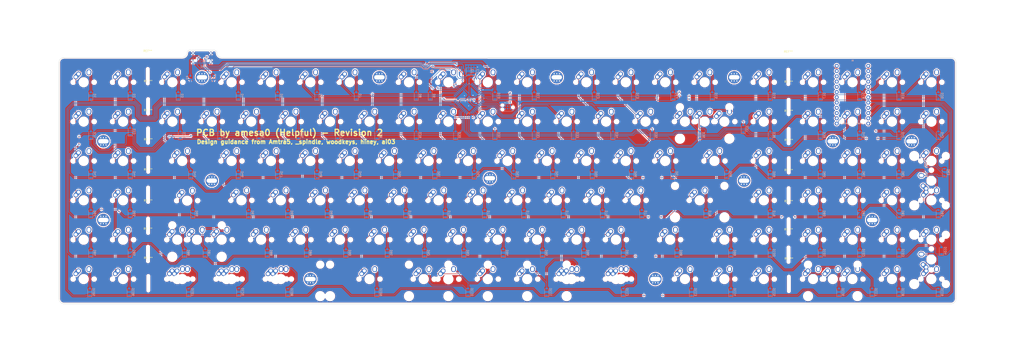
<source format=kicad_pcb>
(kicad_pcb (version 20171130) (host pcbnew "(5.0.0-rc2-dev-733-g23a9fcd91)")
  (layers (0 F.Cu signal) (31 B.Cu signal) (34 B.Paste user) (35 F.Paste user) (36 B.SilkS user) (37 F.SilkS user) (38 B.Mask user) (39 F.Mask user) (44 Edge.Cuts user))
  (net 0 "")
  (net 1 ROW0)
  (net 2 "Net-(D1-Pad2)")
  (net 3 "Net-(D2-Pad2)")
  (net 4 "Net-(D3-Pad2)")
  (net 5 "Net-(D4-Pad2)")
  (net 6 "Net-(D5-Pad2)")
  (net 7 "Net-(D6-Pad2)")
  (net 8 "Net-(D7-Pad2)")
  (net 9 "Net-(D8-Pad2)")
  (net 10 "Net-(D9-Pad2)")
  (net 11 "Net-(D10-Pad2)")
  (net 12 "Net-(D11-Pad2)")
  (net 13 "Net-(D12-Pad2)")
  (net 14 "Net-(D13-Pad2)")
  (net 15 "Net-(D14-Pad2)")
  (net 16 "Net-(D15-Pad2)")
  (net 17 "Net-(D16-Pad2)")
  (net 18 "Net-(D17-Pad2)")
  (net 19 "Net-(D18-Pad2)")
  (net 20 "Net-(D19-Pad2)")
  (net 21 "Net-(D20-Pad2)")
  (net 22 ROW1)
  (net 23 "Net-(D21-Pad2)")
  (net 24 "Net-(D22-Pad2)")
  (net 25 "Net-(D23-Pad2)")
  (net 26 "Net-(D24-Pad2)")
  (net 27 "Net-(D25-Pad2)")
  (net 28 "Net-(D26-Pad2)")
  (net 29 "Net-(D27-Pad2)")
  (net 30 "Net-(D28-Pad2)")
  (net 31 "Net-(D29-Pad2)")
  (net 32 "Net-(D30-Pad2)")
  (net 33 "Net-(D31-Pad2)")
  (net 34 "Net-(D32-Pad2)")
  (net 35 "Net-(D33-Pad2)")
  (net 36 "Net-(D34-Pad2)")
  (net 37 "Net-(D35-Pad2)")
  (net 38 "Net-(D36-Pad2)")
  (net 39 "Net-(D37-Pad2)")
  (net 40 "Net-(D38-Pad2)")
  (net 41 "Net-(D39-Pad2)")
  (net 42 "Net-(D40-Pad2)")
  (net 43 "Net-(D41-Pad2)")
  (net 44 "Net-(D42-Pad2)")
  (net 45 ROW2)
  (net 46 "Net-(D43-Pad2)")
  (net 47 "Net-(D44-Pad2)")
  (net 48 "Net-(D45-Pad2)")
  (net 49 "Net-(D46-Pad2)")
  (net 50 "Net-(D47-Pad2)")
  (net 51 "Net-(D48-Pad2)")
  (net 52 "Net-(D49-Pad2)")
  (net 53 "Net-(D50-Pad2)")
  (net 54 "Net-(D51-Pad2)")
  (net 55 "Net-(D52-Pad2)")
  (net 56 "Net-(D53-Pad2)")
  (net 57 "Net-(D54-Pad2)")
  (net 58 "Net-(D55-Pad2)")
  (net 59 "Net-(D56-Pad2)")
  (net 60 "Net-(D57-Pad2)")
  (net 61 "Net-(D58-Pad2)")
  (net 62 "Net-(D59-Pad2)")
  (net 63 "Net-(D60-Pad2)")
  (net 64 "Net-(D61-Pad2)")
  (net 65 "Net-(D62-Pad2)")
  (net 66 "Net-(D63-Pad2)")
  (net 67 "Net-(D64-Pad2)")
  (net 68 ROW3)
  (net 69 "Net-(D65-Pad2)")
  (net 70 "Net-(D66-Pad2)")
  (net 71 "Net-(D67-Pad2)")
  (net 72 "Net-(D68-Pad2)")
  (net 73 "Net-(D69-Pad2)")
  (net 74 "Net-(D70-Pad2)")
  (net 75 "Net-(D71-Pad2)")
  (net 76 "Net-(D72-Pad2)")
  (net 77 "Net-(D73-Pad2)")
  (net 78 "Net-(D74-Pad2)")
  (net 79 "Net-(D75-Pad2)")
  (net 80 "Net-(D76-Pad2)")
  (net 81 "Net-(D77-Pad2)")
  (net 82 "Net-(D78-Pad2)")
  (net 83 "Net-(D79-Pad2)")
  (net 84 "Net-(D80-Pad2)")
  (net 85 "Net-(D81-Pad2)")
  (net 86 "Net-(D82-Pad2)")
  (net 87 "Net-(D83-Pad2)")
  (net 88 ROW4)
  (net 89 "Net-(D84-Pad2)")
  (net 90 "Net-(D85-Pad2)")
  (net 91 "Net-(D86-Pad2)")
  (net 92 "Net-(D87-Pad2)")
  (net 93 "Net-(D88-Pad2)")
  (net 94 "Net-(D89-Pad2)")
  (net 95 "Net-(D90-Pad2)")
  (net 96 "Net-(D91-Pad2)")
  (net 97 "Net-(D92-Pad2)")
  (net 98 "Net-(D93-Pad2)")
  (net 99 "Net-(D94-Pad2)")
  (net 100 "Net-(D95-Pad2)")
  (net 101 "Net-(D96-Pad2)")
  (net 102 "Net-(D97-Pad2)")
  (net 103 "Net-(D98-Pad2)")
  (net 104 "Net-(D99-Pad2)")
  (net 105 "Net-(D100-Pad2)")
  (net 106 "Net-(D101-Pad2)")
  (net 107 "Net-(D102-Pad2)")
  (net 108 "Net-(D103-Pad2)")
  (net 109 "Net-(D104-Pad2)")
  (net 110 ROW5)
  (net 111 "Net-(D105-Pad2)")
  (net 112 "Net-(D106-Pad2)")
  (net 113 "Net-(D107-Pad2)")
  (net 114 "Net-(D108-Pad2)")
  (net 115 "Net-(D109-Pad2)")
  (net 116 "Net-(D110-Pad2)")
  (net 117 "Net-(D111-Pad2)")
  (net 118 "Net-(D112-Pad2)")
  (net 119 "Net-(D113-Pad2)")
  (net 120 "Net-(D114-Pad2)")
  (net 121 "Net-(D115-Pad2)")
  (net 122 "Net-(D116-Pad2)")
  (net 123 "Net-(D117-Pad2)")
  (net 124 "Net-(D118-Pad2)")
  (net 125 "Net-(D119-Pad2)")
  (net 126 "Net-(J1-PadA6)")
  (net 127 GND)
  (net 128 +5V)
  (net 129 "Net-(J1-PadA7)")
  (net 130 "Net-(J1-PadA8)")
  (net 131 "Net-(J1-PadB5)")
  (net 132 "Net-(J1-PadA5)")
  (net 133 "Net-(J1-PadB8)")
  (net 134 COL0)
  (net 135 COL1)
  (net 136 COL2)
  (net 137 COL3)
  (net 138 COL4)
  (net 139 COL5)
  (net 140 COL6)
  (net 141 COL7)
  (net 142 COL8)
  (net 143 COL9)
  (net 144 COL10)
  (net 145 COL11)
  (net 146 COL12)
  (net 147 COL13)
  (net 148 COL14)
  (net 149 COL15)
  (net 150 COL16)
  (net 151 COL17)
  (net 152 COL18)
  (net 153 COL19)
  (net 154 PDI)
  (net 155 VCC)
  (net 156 "Net-(P1-Pad3)")
  (net 157 "Net-(P1-Pad4)")
  (net 158 RST)
  (net 159 "Net-(U1-Pad4)")
  (net 160 SDA)
  (net 161 SCL)
  (net 162 "Net-(D120-Pad2)")
  (net 163 "Net-(B1-Pad1)")
  (net 164 "Net-(B1-Pad2)")
  (net 165 "Net-(B1-Pad3)")
  (net 166 "Net-(B1-Pad4)")
  (net 167 "Net-(B1-Pad21)")
  (net 168 "Net-(B1-Pad22)")
  (net 169 "Net-(B1-Pad23)")
  (net 170 "Net-(B1-Pad24)")
  (net 171 "Net-(B1-Pad15)")
  (net 172 "Net-(B1-Pad16)")
  (net 173 "Net-(B1-Pad17)")
  (net 174 "Net-(B1-Pad18)")
  (net 175 "Net-(B1-Pad19)")
  (net 176 "Net-(B1-Pad20)")
  (net 177 "Net-(U2-Pad23)")
  (net 178 "Net-(U2-Pad24)")
  (net 179 COL20)
  (net 180 COL21)
  (module ai03_hybrid:MX-1U-NoLED (layer F.Cu) (at 150.01875 166.6875)
    (fp_text reference K91)
    (fp_text value KEYSW)
    (pad 2 thru_hole oval (at 2.5 -4.5 86.0548) (size 2.831378 2.25) (drill 1.47 (offset 0.290689 0)) (layers *.Cu B.Mask) (net 93 "Net-(D88-Pad2)"))
    (pad 2 thru_hole circle (at 2.54 -5.08) (size 2.25 2.25) (drill 1.47) (layers *.Cu B.Mask) (net 93 "Net-(D88-Pad2)"))
    (pad 1 thru_hole oval (at -3.81 -2.54 48.0996) (size 4.211556 2.25) (drill 1.47 (offset 0.980778 0)) (layers *.Cu B.Mask) (net 138 COL4))
    (pad "" np_thru_hole circle (at 0 0) (size 3.9878 3.9878) (drill 3.9878) (layers *.Cu *.Mask))
    (pad 1 thru_hole circle (at -2.5 -4) (size 2.25 2.25) (drill 1.47) (layers *.Cu B.Mask) (net 138 COL4))
    (pad "" np_thru_hole circle (at -5.08 0 48.0996) (size 1.75 1.75) (drill 1.75) (layers *.Cu *.Mask))
    (pad "" np_thru_hole circle (at 5.08 0 48.0996) (size 1.75 1.75) (drill 1.75) (layers *.Cu *.Mask))
  )
  (module Resistor_SMD:R_0603_1608Metric_Pad0.99x1.00mm_HandSolder (layer B.Cu) (at 127.01 88.39 270)
    (fp_text reference R1 (at 0 1.45 270) (layer B.SilkS) (effects (justify mirror)))
    (fp_text value 5.1k)
    (pad 2 smd rect (at 0.8875 0 270) (size 0.995 1) (layers B.Cu B.Paste B.Mask) (net 127 GND))
    (pad 1 smd rect (at -0.8875 0 270) (size 0.995 1) (layers B.Cu B.Paste B.Mask) (net 131 "Net-(J1-PadB5)"))
  )
  (module ai03_hybrid:MX-1U-NoLED (layer F.Cu) (at 259.55625 90.4875)
    (fp_text reference K10)
    (fp_text value KEYSW)
    (pad "" np_thru_hole circle (at 5.08 0 48.0996) (size 1.75 1.75) (drill 1.75) (layers *.Cu *.Mask))
    (pad "" np_thru_hole circle (at -5.08 0 48.0996) (size 1.75 1.75) (drill 1.75) (layers *.Cu *.Mask))
    (pad 1 thru_hole circle (at -2.5 -4) (size 2.25 2.25) (drill 1.47) (layers *.Cu B.Mask) (net 144 COL10))
    (pad "" np_thru_hole circle (at 0 0) (size 3.9878 3.9878) (drill 3.9878) (layers *.Cu *.Mask))
    (pad 1 thru_hole oval (at -3.81 -2.54 48.0996) (size 4.211556 2.25) (drill 1.47 (offset 0.980778 0)) (layers *.Cu B.Mask) (net 144 COL10))
    (pad 2 thru_hole circle (at 2.54 -5.08) (size 2.25 2.25) (drill 1.47) (layers *.Cu B.Mask) (net 11 "Net-(D10-Pad2)"))
    (pad 2 thru_hole oval (at 2.5 -4.5 86.0548) (size 2.831378 2.25) (drill 1.47 (offset 0.290689 0)) (layers *.Cu B.Mask) (net 11 "Net-(D10-Pad2)"))
  )
  (module ai03_hybrid:MX-1U-NoLED (layer F.Cu) (at 107.15625 90.4875)
    (fp_text reference K3)
    (fp_text value KEYSW)
    (pad 2 thru_hole oval (at 2.5 -4.5 86.0548) (size 2.831378 2.25) (drill 1.47 (offset 0.290689 0)) (layers *.Cu B.Mask) (net 4 "Net-(D3-Pad2)"))
    (pad 2 thru_hole circle (at 2.54 -5.08) (size 2.25 2.25) (drill 1.47) (layers *.Cu B.Mask) (net 4 "Net-(D3-Pad2)"))
    (pad 1 thru_hole oval (at -3.81 -2.54 48.0996) (size 4.211556 2.25) (drill 1.47 (offset 0.980778 0)) (layers *.Cu B.Mask) (net 136 COL2))
    (pad "" np_thru_hole circle (at 0 0) (size 3.9878 3.9878) (drill 3.9878) (layers *.Cu *.Mask))
    (pad 1 thru_hole circle (at -2.5 -4) (size 2.25 2.25) (drill 1.47) (layers *.Cu B.Mask) (net 136 COL2))
    (pad "" np_thru_hole circle (at -5.08 0 48.0996) (size 1.75 1.75) (drill 1.75) (layers *.Cu *.Mask))
    (pad "" np_thru_hole circle (at 5.08 0 48.0996) (size 1.75 1.75) (drill 1.75) (layers *.Cu *.Mask))
  )
  (module Helpful:slot_10mm (layer F.Cu) (at 95.53 175.05)
    (fp_text reference REF** (at 0 0.5) (layer F.SilkS))
    (fp_text value slot_10mm)
    (pad "" np_thru_hole oval (at 0 12.7) (size 1 8) (drill oval 1 8) (layers *.Cu *.Mask))
  )
  (module Helpful:slot_10mm (layer F.Cu) (at 95.43 132.22)
    (fp_text reference REF** (at 0 0.5) (layer F.SilkS))
    (fp_text value slot_10mm)
    (pad "" np_thru_hole oval (at 0 12.7) (size 1 8) (drill oval 1 8) (layers *.Cu *.Mask))
  )
  (module Helpful:slot_10mm (layer F.Cu) (at 95.48 117.67)
    (fp_text reference REF** (at 0 0.5) (layer F.SilkS))
    (fp_text value slot_10mm)
    (pad "" np_thru_hole oval (at 0 12.7) (size 1 8) (drill oval 1 8) (layers *.Cu *.Mask))
  )
  (module Helpful:slot_10mm (layer F.Cu) (at 95.43 147.24)
    (fp_text reference REF** (at 0 0.5) (layer F.SilkS))
    (fp_text value slot_10mm)
    (pad "" np_thru_hole oval (at 0 12.7) (size 1 8) (drill oval 1 8) (layers *.Cu *.Mask))
  )
  (module Helpful:slot_10mm (layer F.Cu) (at 95.27 74.89)
    (fp_text reference REF** (at 0 0.5) (layer F.SilkS))
    (fp_text value slot_10mm)
    (pad "" np_thru_hole oval (at 0 12.7) (size 1 8) (drill oval 1 8) (layers *.Cu *.Mask))
  )
  (module Helpful:slot_10mm (layer F.Cu) (at 95.37 160.91)
    (fp_text reference REF** (at 0 0.5) (layer F.SilkS))
    (fp_text value slot_10mm)
    (pad "" np_thru_hole oval (at 0 12.7) (size 1 8) (drill oval 1 8) (layers *.Cu *.Mask))
  )
  (module Helpful:slot_10mm (layer F.Cu) (at 95.43 103.56)
    (fp_text reference REF** (at 0 0.5) (layer F.SilkS))
    (fp_text value slot_10mm)
    (pad "" np_thru_hole oval (at 0 12.7) (size 1 8) (drill oval 1 8) (layers *.Cu *.Mask))
  )
  (module Helpful:slot_10mm (layer F.Cu) (at 95.43 89.47)
    (fp_text reference REF** (at 0 0.5) (layer F.SilkS))
    (fp_text value slot_10mm)
    (pad "" np_thru_hole oval (at 0 12.7) (size 1 8) (drill oval 1 8) (layers *.Cu *.Mask))
  )
  (module ai03_hybrid:MX-1U-NoLED (layer F.Cu) (at 392.90625 109.5375)
    (fp_text reference K38)
    (fp_text value KEYSW)
    (pad 2 thru_hole oval (at 2.5 -4.5 86.0548) (size 2.831378 2.25) (drill 1.47 (offset 0.290689 0)) (layers *.Cu B.Mask) (net 40 "Net-(D38-Pad2)"))
    (pad 2 thru_hole circle (at 2.54 -5.08) (size 2.25 2.25) (drill 1.47) (layers *.Cu B.Mask) (net 40 "Net-(D38-Pad2)"))
    (pad 1 thru_hole oval (at -3.81 -2.54 48.0996) (size 4.211556 2.25) (drill 1.47 (offset 0.980778 0)) (layers *.Cu B.Mask) (net 151 COL17))
    (pad "" np_thru_hole circle (at 0 0) (size 3.9878 3.9878) (drill 3.9878) (layers *.Cu *.Mask))
    (pad 1 thru_hole circle (at -2.5 -4) (size 2.25 2.25) (drill 1.47) (layers *.Cu B.Mask) (net 151 COL17))
    (pad "" np_thru_hole circle (at -5.08 0 48.0996) (size 1.75 1.75) (drill 1.75) (layers *.Cu *.Mask))
    (pad "" np_thru_hole circle (at 5.08 0 48.0996) (size 1.75 1.75) (drill 1.75) (layers *.Cu *.Mask))
  )
  (module ai03_hybrid:MX-1U-NoLED (layer F.Cu) (at 297.65625 109.5375)
    (fp_text reference K33)
    (fp_text value KEYSW)
    (pad "" np_thru_hole circle (at 5.08 0 48.0996) (size 1.75 1.75) (drill 1.75) (layers *.Cu *.Mask))
    (pad "" np_thru_hole circle (at -5.08 0 48.0996) (size 1.75 1.75) (drill 1.75) (layers *.Cu *.Mask))
    (pad 1 thru_hole circle (at -2.5 -4) (size 2.25 2.25) (drill 1.47) (layers *.Cu B.Mask) (net 146 COL12))
    (pad "" np_thru_hole circle (at 0 0) (size 3.9878 3.9878) (drill 3.9878) (layers *.Cu *.Mask))
    (pad 1 thru_hole oval (at -3.81 -2.54 48.0996) (size 4.211556 2.25) (drill 1.47 (offset 0.980778 0)) (layers *.Cu B.Mask) (net 146 COL12))
    (pad 2 thru_hole circle (at 2.54 -5.08) (size 2.25 2.25) (drill 1.47) (layers *.Cu B.Mask) (net 35 "Net-(D33-Pad2)"))
    (pad 2 thru_hole oval (at 2.5 -4.5 86.0548) (size 2.831378 2.25) (drill 1.47 (offset 0.290689 0)) (layers *.Cu B.Mask) (net 35 "Net-(D33-Pad2)"))
  )
  (module ai03_hybrid:MX-1U-NoLED (layer F.Cu) (at 259.55625 109.5375)
    (fp_text reference K31)
    (fp_text value KEYSW)
    (pad 2 thru_hole oval (at 2.5 -4.5 86.0548) (size 2.831378 2.25) (drill 1.47 (offset 0.290689 0)) (layers *.Cu B.Mask) (net 33 "Net-(D31-Pad2)"))
    (pad 2 thru_hole circle (at 2.54 -5.08) (size 2.25 2.25) (drill 1.47) (layers *.Cu B.Mask) (net 33 "Net-(D31-Pad2)"))
    (pad 1 thru_hole oval (at -3.81 -2.54 48.0996) (size 4.211556 2.25) (drill 1.47 (offset 0.980778 0)) (layers *.Cu B.Mask) (net 144 COL10))
    (pad "" np_thru_hole circle (at 0 0) (size 3.9878 3.9878) (drill 3.9878) (layers *.Cu *.Mask))
    (pad 1 thru_hole circle (at -2.5 -4) (size 2.25 2.25) (drill 1.47) (layers *.Cu B.Mask) (net 144 COL10))
    (pad "" np_thru_hole circle (at -5.08 0 48.0996) (size 1.75 1.75) (drill 1.75) (layers *.Cu *.Mask))
    (pad "" np_thru_hole circle (at 5.08 0 48.0996) (size 1.75 1.75) (drill 1.75) (layers *.Cu *.Mask))
  )
  (module ai03_hybrid:MX-1.5U-NoLED (layer F.Cu) (at 111.91875 128.5875)
    (fp_text reference K47)
    (fp_text value KEYSW)
    (pad 2 thru_hole oval (at 2.5 -4.5 86.0548) (size 2.831378 2.25) (drill 1.47 (offset 0.290689 0)) (layers *.Cu B.Mask) (net 48 "Net-(D45-Pad2)"))
    (pad 2 thru_hole circle (at 2.54 -5.08) (size 2.25 2.25) (drill 1.47) (layers *.Cu B.Mask) (net 48 "Net-(D45-Pad2)"))
    (pad 1 thru_hole oval (at -3.81 -2.54 48.0996) (size 4.211556 2.25) (drill 1.47 (offset 0.980778 0)) (layers *.Cu B.Mask) (net 136 COL2))
    (pad "" np_thru_hole circle (at 0 0) (size 3.9878 3.9878) (drill 3.9878) (layers *.Cu *.Mask))
    (pad 1 thru_hole circle (at -2.5 -4) (size 2.25 2.25) (drill 1.47) (layers *.Cu B.Mask) (net 136 COL2))
    (pad "" np_thru_hole circle (at -5.08 0 48.0996) (size 1.75 1.75) (drill 1.75) (layers *.Cu *.Mask))
    (pad "" np_thru_hole circle (at 5.08 0 48.0996) (size 1.75 1.75) (drill 1.75) (layers *.Cu *.Mask))
  )
  (module Resistor_SMD:R_0603_1608Metric_Pad0.99x1.00mm_HandSolder (layer B.Cu) (at 115.87 88.2375 270)
    (fp_text reference R2 (at 0 1.45 270) (layer B.SilkS) (effects (justify mirror)))
    (fp_text value 5.1k)
    (pad 1 smd rect (at -0.8875 0 270) (size 0.995 1) (layers B.Cu B.Paste B.Mask) (net 132 "Net-(J1-PadA5)"))
    (pad 2 smd rect (at 0.8875 0 270) (size 0.995 1) (layers B.Cu B.Paste B.Mask) (net 127 GND))
  )
  (module ai03_hybrid:MX-1U-NoLED (layer F.Cu) (at 83.34375 147.6375)
    (fp_text reference K68)
    (fp_text value KEYSW)
    (pad 2 thru_hole oval (at 2.5 -4.5 86.0548) (size 2.831378 2.25) (drill 1.47 (offset 0.290689 0)) (layers *.Cu B.Mask) (net 69 "Net-(D65-Pad2)"))
    (pad 2 thru_hole circle (at 2.54 -5.08) (size 2.25 2.25) (drill 1.47) (layers *.Cu B.Mask) (net 69 "Net-(D65-Pad2)"))
    (pad 1 thru_hole oval (at -3.81 -2.54 48.0996) (size 4.211556 2.25) (drill 1.47 (offset 0.980778 0)) (layers *.Cu B.Mask) (net 135 COL1))
    (pad "" np_thru_hole circle (at 0 0) (size 3.9878 3.9878) (drill 3.9878) (layers *.Cu *.Mask))
    (pad 1 thru_hole circle (at -2.5 -4) (size 2.25 2.25) (drill 1.47) (layers *.Cu B.Mask) (net 135 COL1))
    (pad "" np_thru_hole circle (at -5.08 0 48.0996) (size 1.75 1.75) (drill 1.75) (layers *.Cu *.Mask))
    (pad "" np_thru_hole circle (at 5.08 0 48.0996) (size 1.75 1.75) (drill 1.75) (layers *.Cu *.Mask))
  )
  (module Helpful:slot_10mm (layer F.Cu) (at 404.76 75.21)
    (fp_text reference REF** (at 0 0.5) (layer F.SilkS))
    (fp_text value slot_10mm)
    (pad "" np_thru_hole oval (at 0 12.7) (size 1 8) (drill oval 1 8) (layers *.Cu *.Mask))
  )
  (module Helpful:slot_10mm (layer F.Cu) (at 404.92 89.79)
    (fp_text reference REF** (at 0 0.5) (layer F.SilkS))
    (fp_text value slot_10mm)
    (pad "" np_thru_hole oval (at 0 12.7) (size 1 8) (drill oval 1 8) (layers *.Cu *.Mask))
  )
  (module Helpful:slot_10mm (layer F.Cu) (at 404.92 103.88)
    (fp_text reference REF** (at 0 0.5) (layer F.SilkS))
    (fp_text value slot_10mm)
    (pad "" np_thru_hole oval (at 0 12.7) (size 1 8) (drill oval 1 8) (layers *.Cu *.Mask))
  )
  (module Diode_SMD:D_SOD-123 (layer B.Cu) (at 117 154 90)
    (fp_text reference D66 (at 0 2 90) (layer B.SilkS) (effects (justify mirror)))
    (fp_text value D)
    (pad 2 smd rect (at 1.65 0 90) (size 0.9 1.2) (layers B.Cu B.Paste B.Mask) (net 70 "Net-(D66-Pad2)"))
    (pad 1 smd rect (at -1.65 0 90) (size 0.9 1.2) (layers B.Cu B.Paste B.Mask) (net 68 ROW3))
  )
  (module ai03_hybrid:MX-1.75U-NoLED (layer F.Cu) (at 114.3 147.79625)
    (fp_text reference K69)
    (fp_text value KEYSW)
    (pad 2 thru_hole oval (at 2.5 -4.5 86.0548) (size 2.831378 2.25) (drill 1.47 (offset 0.290689 0)) (layers *.Cu B.Mask) (net 70 "Net-(D66-Pad2)"))
    (pad 2 thru_hole circle (at 2.54 -5.08) (size 2.25 2.25) (drill 1.47) (layers *.Cu B.Mask) (net 70 "Net-(D66-Pad2)"))
    (pad 1 thru_hole oval (at -3.81 -2.54 48.0996) (size 4.211556 2.25) (drill 1.47 (offset 0.980778 0)) (layers *.Cu B.Mask) (net 136 COL2))
    (pad "" np_thru_hole circle (at 0 0) (size 3.9878 3.9878) (drill 3.9878) (layers *.Cu *.Mask))
    (pad 1 thru_hole circle (at -2.5 -4) (size 2.25 2.25) (drill 1.47) (layers *.Cu B.Mask) (net 136 COL2))
    (pad "" np_thru_hole circle (at -5.08 0 48.0996) (size 1.75 1.75) (drill 1.75) (layers *.Cu *.Mask))
    (pad "" np_thru_hole circle (at 5.08 0 48.0996) (size 1.75 1.75) (drill 1.75) (layers *.Cu *.Mask))
  )
  (module ai03_hybrid:MX-2.25U-NoLED (layer F.Cu) (at 361.95 147.6375)
    (fp_text reference K81)
    (fp_text value KEYSW)
    (pad "" np_thru_hole circle (at 11.938 8.255) (size 3.9878 3.9878) (drill 3.9878) (layers *.Cu *.Mask))
    (pad "" np_thru_hole circle (at -11.938 8.255) (size 3.9878 3.9878) (drill 3.9878) (layers *.Cu *.Mask))
    (pad "" np_thru_hole circle (at 11.938 -6.985) (size 3.048 3.048) (drill 3.048) (layers *.Cu *.Mask))
    (pad "" np_thru_hole circle (at -11.938 -6.985) (size 3.048 3.048) (drill 3.048) (layers *.Cu *.Mask))
    (pad "" np_thru_hole circle (at 5.08 0 48.0996) (size 1.75 1.75) (drill 1.75) (layers *.Cu *.Mask))
    (pad "" np_thru_hole circle (at -5.08 0 48.0996) (size 1.75 1.75) (drill 1.75) (layers *.Cu *.Mask))
    (pad 1 thru_hole circle (at -2.5 -4) (size 2.25 2.25) (drill 1.47) (layers *.Cu B.Mask) (net 148 COL14))
    (pad "" np_thru_hole circle (at 0 0) (size 3.9878 3.9878) (drill 3.9878) (layers *.Cu *.Mask))
    (pad 1 thru_hole oval (at -3.81 -2.54 48.0996) (size 4.211556 2.25) (drill 1.47 (offset 0.980778 0)) (layers *.Cu B.Mask) (net 148 COL14))
    (pad 2 thru_hole circle (at 2.54 -5.08) (size 2.25 2.25) (drill 1.47) (layers *.Cu B.Mask) (net 82 "Net-(D78-Pad2)"))
    (pad 2 thru_hole oval (at 2.5 -4.5 86.0548) (size 2.831378 2.25) (drill 1.47 (offset 0.290689 0)) (layers *.Cu B.Mask) (net 82 "Net-(D78-Pad2)"))
  )
  (module Diode_SMD:D_SOD-123 (layer B.Cu) (at 329 135 90)
    (fp_text reference D56 (at 0 2 90) (layer B.SilkS) (effects (justify mirror)))
    (fp_text value D)
    (pad 2 smd rect (at 1.65 0 90) (size 0.9 1.2) (layers B.Cu B.Paste B.Mask) (net 59 "Net-(D56-Pad2)"))
    (pad 1 smd rect (at -1.65 0 90) (size 0.9 1.2) (layers B.Cu B.Paste B.Mask) (net 45 ROW2))
  )
  (module Helpful:slot_10mm (layer F.Cu) (at 404.86 161.23)
    (fp_text reference REF** (at 0 0.5) (layer F.SilkS))
    (fp_text value slot_10mm)
    (pad "" np_thru_hole oval (at 0 12.7) (size 1 8) (drill oval 1 8) (layers *.Cu *.Mask))
  )
  (module Diode_SMD:D_SOD-123 (layer B.Cu) (at 250.18 85.12 90)
    (fp_text reference C1 (at 0 2 90) (layer B.SilkS) (effects (justify mirror)))
    (fp_text value 10uf)
    (pad 2 smd rect (at 1.65 0 90) (size 0.9 1.2) (layers B.Cu B.Paste B.Mask) (net 127 GND))
    (pad 1 smd rect (at -1.65 0 90) (size 0.9 1.2) (layers B.Cu B.Paste B.Mask) (net 155 VCC))
  )
  (module Diode_SMD:D_SOD-123 (layer B.Cu) (at 252.82 85.11 90)
    (fp_text reference C2 (at 0 2 90) (layer B.SilkS) (effects (justify mirror)))
    (fp_text value 0.4uf)
    (pad 2 smd rect (at 1.65 0 90) (size 0.9 1.2) (layers B.Cu B.Paste B.Mask) (net 127 GND))
    (pad 1 smd rect (at -1.65 0 90) (size 0.9 1.2) (layers B.Cu B.Paste B.Mask) (net 155 VCC))
  )
  (module Diode_SMD:D_SOD-123 (layer B.Cu) (at 67.7625 97 90)
    (fp_text reference D1 (at 0 2 90) (layer B.SilkS) (effects (justify mirror)))
    (fp_text value D)
    (pad 1 smd rect (at -1.65 0 90) (size 0.9 1.2) (layers B.Cu B.Paste B.Mask) (net 1 ROW0))
    (pad 2 smd rect (at 1.65 0 90) (size 0.9 1.2) (layers B.Cu B.Paste B.Mask) (net 2 "Net-(D1-Pad2)"))
  )
  (module Diode_SMD:D_SOD-123 (layer B.Cu) (at 86.7625 97 90)
    (fp_text reference D2 (at 0 2 90) (layer B.SilkS) (effects (justify mirror)))
    (fp_text value D)
    (pad 2 smd rect (at 1.65 0 90) (size 0.9 1.2) (layers B.Cu B.Paste B.Mask) (net 3 "Net-(D2-Pad2)"))
    (pad 1 smd rect (at -1.65 0 90) (size 0.9 1.2) (layers B.Cu B.Paste B.Mask) (net 1 ROW0))
  )
  (module Diode_SMD:D_SOD-123 (layer B.Cu) (at 110 97 90)
    (fp_text reference D3 (at 0 2 90) (layer B.SilkS) (effects (justify mirror)))
    (fp_text value D)
    (pad 1 smd rect (at -1.65 0 90) (size 0.9 1.2) (layers B.Cu B.Paste B.Mask) (net 1 ROW0))
    (pad 2 smd rect (at 1.65 0 90) (size 0.9 1.2) (layers B.Cu B.Paste B.Mask) (net 4 "Net-(D3-Pad2)"))
  )
  (module Diode_SMD:D_SOD-123 (layer B.Cu) (at 139 97 90)
    (fp_text reference D4 (at 0 2 90) (layer B.SilkS) (effects (justify mirror)))
    (fp_text value D)
    (pad 2 smd rect (at 1.65 0 90) (size 0.9 1.2) (layers B.Cu B.Paste B.Mask) (net 5 "Net-(D4-Pad2)"))
    (pad 1 smd rect (at -1.65 0 90) (size 0.9 1.2) (layers B.Cu B.Paste B.Mask) (net 1 ROW0))
  )
  (module Diode_SMD:D_SOD-123 (layer B.Cu) (at 158 97 90)
    (fp_text reference D5 (at 0 2 90) (layer B.SilkS) (effects (justify mirror)))
    (fp_text value D)
    (pad 1 smd rect (at -1.65 0 90) (size 0.9 1.2) (layers B.Cu B.Paste B.Mask) (net 1 ROW0))
    (pad 2 smd rect (at 1.65 0 90) (size 0.9 1.2) (layers B.Cu B.Paste B.Mask) (net 6 "Net-(D5-Pad2)"))
  )
  (module Diode_SMD:D_SOD-123 (layer B.Cu) (at 177 97 90)
    (fp_text reference D6 (at 0 2 90) (layer B.SilkS) (effects (justify mirror)))
    (fp_text value D)
    (pad 2 smd rect (at 1.65 0 90) (size 0.9 1.2) (layers B.Cu B.Paste B.Mask) (net 7 "Net-(D6-Pad2)"))
    (pad 1 smd rect (at -1.65 0 90) (size 0.9 1.2) (layers B.Cu B.Paste B.Mask) (net 1 ROW0))
  )
  (module Diode_SMD:D_SOD-123 (layer B.Cu) (at 196 97 90)
    (fp_text reference D7 (at 0 2 90) (layer B.SilkS) (effects (justify mirror)))
    (fp_text value D)
    (pad 1 smd rect (at -1.65 0 90) (size 0.9 1.2) (layers B.Cu B.Paste B.Mask) (net 1 ROW0))
    (pad 2 smd rect (at 1.65 0 90) (size 0.9 1.2) (layers B.Cu B.Paste B.Mask) (net 8 "Net-(D7-Pad2)"))
  )
  (module Diode_SMD:D_SOD-123 (layer B.Cu) (at 225 97 90)
    (fp_text reference D8 (at 0 2 90) (layer B.SilkS) (effects (justify mirror)))
    (fp_text value D)
    (pad 2 smd rect (at 1.65 0 90) (size 0.9 1.2) (layers B.Cu B.Paste B.Mask) (net 9 "Net-(D8-Pad2)"))
    (pad 1 smd rect (at -1.65 0 90) (size 0.9 1.2) (layers B.Cu B.Paste B.Mask) (net 1 ROW0))
  )
  (module Diode_SMD:D_SOD-123 (layer B.Cu) (at 231.73 96.97 90)
    (fp_text reference D9 (at 0 2 90) (layer B.SilkS) (effects (justify mirror)))
    (fp_text value D)
    (pad 1 smd rect (at -1.65 0 90) (size 0.9 1.2) (layers B.Cu B.Paste B.Mask) (net 1 ROW0))
    (pad 2 smd rect (at 1.65 0 90) (size 0.9 1.2) (layers B.Cu B.Paste B.Mask) (net 10 "Net-(D9-Pad2)"))
  )
  (module Diode_SMD:D_SOD-123 (layer B.Cu) (at 263 97 90)
    (fp_text reference D10 (at 0 2 90) (layer B.SilkS) (effects (justify mirror)))
    (fp_text value D)
    (pad 1 smd rect (at -1.65 0 90) (size 0.9 1.2) (layers B.Cu B.Paste B.Mask) (net 1 ROW0))
    (pad 2 smd rect (at 1.65 0 90) (size 0.9 1.2) (layers B.Cu B.Paste B.Mask) (net 11 "Net-(D10-Pad2)"))
  )
  (module Diode_SMD:D_SOD-123 (layer B.Cu) (at 282 97 90)
    (fp_text reference D11 (at 0 2 90) (layer B.SilkS) (effects (justify mirror)))
    (fp_text value D)
    (pad 1 smd rect (at -1.65 0 90) (size 0.9 1.2) (layers B.Cu B.Paste B.Mask) (net 1 ROW0))
    (pad 2 smd rect (at 1.65 0 90) (size 0.9 1.2) (layers B.Cu B.Paste B.Mask) (net 12 "Net-(D11-Pad2)"))
  )
  (module Diode_SMD:D_SOD-123 (layer B.Cu) (at 311 97 90)
    (fp_text reference D12 (at 0 2 90) (layer B.SilkS) (effects (justify mirror)))
    (fp_text value D)
    (pad 2 smd rect (at 1.65 0 90) (size 0.9 1.2) (layers B.Cu B.Paste B.Mask) (net 13 "Net-(D12-Pad2)"))
    (pad 1 smd rect (at -1.65 0 90) (size 0.9 1.2) (layers B.Cu B.Paste B.Mask) (net 1 ROW0))
  )
  (module Diode_SMD:D_SOD-123 (layer B.Cu) (at 330 97 90)
    (fp_text reference D13 (at 0 2 90) (layer B.SilkS) (effects (justify mirror)))
    (fp_text value D)
    (pad 1 smd rect (at -1.65 0 90) (size 0.9 1.2) (layers B.Cu B.Paste B.Mask) (net 1 ROW0))
    (pad 2 smd rect (at 1.65 0 90) (size 0.9 1.2) (layers B.Cu B.Paste B.Mask) (net 14 "Net-(D13-Pad2)"))
  )
  (module Diode_SMD:D_SOD-123 (layer B.Cu) (at 349 97 90)
    (fp_text reference D14 (at 0 2 90) (layer B.SilkS) (effects (justify mirror)))
    (fp_text value D)
    (pad 2 smd rect (at 1.65 0 90) (size 0.9 1.2) (layers B.Cu B.Paste B.Mask) (net 15 "Net-(D14-Pad2)"))
    (pad 1 smd rect (at -1.65 0 90) (size 0.9 1.2) (layers B.Cu B.Paste B.Mask) (net 1 ROW0))
  )
  (module Diode_SMD:D_SOD-123 (layer B.Cu) (at 368 97 90)
    (fp_text reference D15 (at 0 2 90) (layer B.SilkS) (effects (justify mirror)))
    (fp_text value D)
    (pad 1 smd rect (at -1.65 0 90) (size 0.9 1.2) (layers B.Cu B.Paste B.Mask) (net 1 ROW0))
    (pad 2 smd rect (at 1.65 0 90) (size 0.9 1.2) (layers B.Cu B.Paste B.Mask) (net 16 "Net-(D15-Pad2)"))
  )
  (module Diode_SMD:D_SOD-123 (layer B.Cu) (at 396 97 90)
    (fp_text reference D16 (at 0 2 90) (layer B.SilkS) (effects (justify mirror)))
    (fp_text value D)
    (pad 2 smd rect (at 1.65 0 90) (size 0.9 1.2) (layers B.Cu B.Paste B.Mask) (net 17 "Net-(D16-Pad2)"))
    (pad 1 smd rect (at -1.65 0 90) (size 0.9 1.2) (layers B.Cu B.Paste B.Mask) (net 1 ROW0))
  )
  (module Diode_SMD:D_SOD-123 (layer B.Cu) (at 420.2375 97 90)
    (fp_text reference D17 (at 0 2 90) (layer B.SilkS) (effects (justify mirror)))
    (fp_text value D)
    (pad 1 smd rect (at -1.65 0 90) (size 0.9 1.2) (layers B.Cu B.Paste B.Mask) (net 1 ROW0))
    (pad 2 smd rect (at 1.65 0 90) (size 0.9 1.2) (layers B.Cu B.Paste B.Mask) (net 18 "Net-(D17-Pad2)"))
  )
  (module Diode_SMD:D_SOD-123 (layer B.Cu) (at 439.2375 97 90)
    (fp_text reference D18 (at 0 2 90) (layer B.SilkS) (effects (justify mirror)))
    (fp_text value D)
    (pad 2 smd rect (at 1.65 0 90) (size 0.9 1.2) (layers B.Cu B.Paste B.Mask) (net 19 "Net-(D18-Pad2)"))
    (pad 1 smd rect (at -1.65 0 90) (size 0.9 1.2) (layers B.Cu B.Paste B.Mask) (net 1 ROW0))
  )
  (module Diode_SMD:D_SOD-123 (layer B.Cu) (at 458.2375 97 90)
    (fp_text reference D19 (at 0 2 90) (layer B.SilkS) (effects (justify mirror)))
    (fp_text value D)
    (pad 1 smd rect (at -1.65 0 90) (size 0.9 1.2) (layers B.Cu B.Paste B.Mask) (net 1 ROW0))
    (pad 2 smd rect (at 1.65 0 90) (size 0.9 1.2) (layers B.Cu B.Paste B.Mask) (net 20 "Net-(D19-Pad2)"))
  )
  (module Diode_SMD:D_SOD-123 (layer B.Cu) (at 477.2375 97 90)
    (fp_text reference D20 (at 0 2 90) (layer B.SilkS) (effects (justify mirror)))
    (fp_text value D)
    (pad 2 smd rect (at 1.65 0 90) (size 0.9 1.2) (layers B.Cu B.Paste B.Mask) (net 21 "Net-(D20-Pad2)"))
    (pad 1 smd rect (at -1.65 0 90) (size 0.9 1.2) (layers B.Cu B.Paste B.Mask) (net 1 ROW0))
  )
  (module Diode_SMD:D_SOD-123 (layer B.Cu) (at 67.7625 116 90)
    (fp_text reference D21 (at 0 2 90) (layer B.SilkS) (effects (justify mirror)))
    (fp_text value D)
    (pad 1 smd rect (at -1.65 0 90) (size 0.9 1.2) (layers B.Cu B.Paste B.Mask) (net 22 ROW1))
    (pad 2 smd rect (at 1.65 0 90) (size 0.9 1.2) (layers B.Cu B.Paste B.Mask) (net 23 "Net-(D21-Pad2)"))
  )
  (module Diode_SMD:D_SOD-123 (layer B.Cu) (at 86.7625 114.3 90)
    (fp_text reference D22 (at 0 2 90) (layer B.SilkS) (effects (justify mirror)))
    (fp_text value D)
    (pad 2 smd rect (at 1.65 0 90) (size 0.9 1.2) (layers B.Cu B.Paste B.Mask) (net 24 "Net-(D22-Pad2)"))
    (pad 1 smd rect (at -1.65 0 90) (size 0.9 1.2) (layers B.Cu B.Paste B.Mask) (net 22 ROW1))
  )
  (module Diode_SMD:D_SOD-123 (layer B.Cu) (at 111 116 90)
    (fp_text reference D23 (at 0 2 90) (layer B.SilkS) (effects (justify mirror)))
    (fp_text value D)
    (pad 1 smd rect (at -1.65 0 90) (size 0.9 1.2) (layers B.Cu B.Paste B.Mask) (net 22 ROW1))
    (pad 2 smd rect (at 1.65 0 90) (size 0.9 1.2) (layers B.Cu B.Paste B.Mask) (net 25 "Net-(D23-Pad2)"))
  )
  (module Diode_SMD:D_SOD-123 (layer B.Cu) (at 130 116 90)
    (fp_text reference D24 (at 0 2 90) (layer B.SilkS) (effects (justify mirror)))
    (fp_text value D)
    (pad 2 smd rect (at 1.65 0 90) (size 0.9 1.2) (layers B.Cu B.Paste B.Mask) (net 26 "Net-(D24-Pad2)"))
    (pad 1 smd rect (at -1.65 0 90) (size 0.9 1.2) (layers B.Cu B.Paste B.Mask) (net 22 ROW1))
  )
  (module Diode_SMD:D_SOD-123 (layer B.Cu) (at 149 116 90)
    (fp_text reference D25 (at 0 2 90) (layer B.SilkS) (effects (justify mirror)))
    (fp_text value D)
    (pad 1 smd rect (at -1.65 0 90) (size 0.9 1.2) (layers B.Cu B.Paste B.Mask) (net 22 ROW1))
    (pad 2 smd rect (at 1.65 0 90) (size 0.9 1.2) (layers B.Cu B.Paste B.Mask) (net 27 "Net-(D25-Pad2)"))
  )
  (module Diode_SMD:D_SOD-123 (layer B.Cu) (at 168 116 90)
    (fp_text reference D26 (at 0 2 90) (layer B.SilkS) (effects (justify mirror)))
    (fp_text value D)
    (pad 2 smd rect (at 1.65 0 90) (size 0.9 1.2) (layers B.Cu B.Paste B.Mask) (net 28 "Net-(D26-Pad2)"))
    (pad 1 smd rect (at -1.65 0 90) (size 0.9 1.2) (layers B.Cu B.Paste B.Mask) (net 22 ROW1))
  )
  (module Diode_SMD:D_SOD-123 (layer B.Cu) (at 187 116 90)
    (fp_text reference D27 (at 0 2 90) (layer B.SilkS) (effects (justify mirror)))
    (fp_text value D)
    (pad 1 smd rect (at -1.65 0 90) (size 0.9 1.2) (layers B.Cu B.Paste B.Mask) (net 22 ROW1))
    (pad 2 smd rect (at 1.65 0 90) (size 0.9 1.2) (layers B.Cu B.Paste B.Mask) (net 29 "Net-(D27-Pad2)"))
  )
  (module Diode_SMD:D_SOD-123 (layer B.Cu) (at 206 116 90)
    (fp_text reference D28 (at 0 2 90) (layer B.SilkS) (effects (justify mirror)))
    (fp_text value D)
    (pad 2 smd rect (at 1.65 0 90) (size 0.9 1.2) (layers B.Cu B.Paste B.Mask) (net 30 "Net-(D28-Pad2)"))
    (pad 1 smd rect (at -1.65 0 90) (size 0.9 1.2) (layers B.Cu B.Paste B.Mask) (net 22 ROW1))
  )
  (module Diode_SMD:D_SOD-123 (layer B.Cu) (at 225 116 90)
    (fp_text reference D29 (at 0 2 90) (layer B.SilkS) (effects (justify mirror)))
    (fp_text value D)
    (pad 1 smd rect (at -1.65 0 90) (size 0.9 1.2) (layers B.Cu B.Paste B.Mask) (net 22 ROW1))
    (pad 2 smd rect (at 1.65 0 90) (size 0.9 1.2) (layers B.Cu B.Paste B.Mask) (net 31 "Net-(D29-Pad2)"))
  )
  (module Diode_SMD:D_SOD-123 (layer B.Cu) (at 244 116 90)
    (fp_text reference D30 (at 0 2 90) (layer B.SilkS) (effects (justify mirror)))
    (fp_text value D)
    (pad 2 smd rect (at 1.65 0 90) (size 0.9 1.2) (layers B.Cu B.Paste B.Mask) (net 32 "Net-(D30-Pad2)"))
    (pad 1 smd rect (at -1.65 0 90) (size 0.9 1.2) (layers B.Cu B.Paste B.Mask) (net 22 ROW1))
  )
  (module Diode_SMD:D_SOD-123 (layer B.Cu) (at 263 116 90)
    (fp_text reference D31 (at 0 2 90) (layer B.SilkS) (effects (justify mirror)))
    (fp_text value D)
    (pad 2 smd rect (at 1.65 0 90) (size 0.9 1.2) (layers B.Cu B.Paste B.Mask) (net 33 "Net-(D31-Pad2)"))
    (pad 1 smd rect (at -1.65 0 90) (size 0.9 1.2) (layers B.Cu B.Paste B.Mask) (net 22 ROW1))
  )
  (module Diode_SMD:D_SOD-123 (layer B.Cu) (at 282 116 90)
    (fp_text reference D32 (at 0 2 90) (layer B.SilkS) (effects (justify mirror)))
    (fp_text value D)
    (pad 2 smd rect (at 1.65 0 90) (size 0.9 1.2) (layers B.Cu B.Paste B.Mask) (net 34 "Net-(D32-Pad2)"))
    (pad 1 smd rect (at -1.65 0 90) (size 0.9 1.2) (layers B.Cu B.Paste B.Mask) (net 22 ROW1))
  )
  (module Diode_SMD:D_SOD-123 (layer B.Cu) (at 301 116 90)
    (fp_text reference D33 (at 0 2 90) (layer B.SilkS) (effects (justify mirror)))
    (fp_text value D)
    (pad 1 smd rect (at -1.65 0 90) (size 0.9 1.2) (layers B.Cu B.Paste B.Mask) (net 22 ROW1))
    (pad 2 smd rect (at 1.65 0 90) (size 0.9 1.2) (layers B.Cu B.Paste B.Mask) (net 35 "Net-(D33-Pad2)"))
  )
  (module Diode_SMD:D_SOD-123 (layer B.Cu) (at 320 116 90)
    (fp_text reference D34 (at 0 2 90) (layer B.SilkS) (effects (justify mirror)))
    (fp_text value D)
    (pad 2 smd rect (at 1.65 0 90) (size 0.9 1.2) (layers B.Cu B.Paste B.Mask) (net 36 "Net-(D34-Pad2)"))
    (pad 1 smd rect (at -1.65 0 90) (size 0.9 1.2) (layers B.Cu B.Paste B.Mask) (net 22 ROW1))
  )
  (module Diode_SMD:D_SOD-123 (layer B.Cu) (at 339 116 90)
    (fp_text reference D35 (at 0 2 90) (layer B.SilkS) (effects (justify mirror)))
    (fp_text value D)
    (pad 1 smd rect (at -1.65 0 90) (size 0.9 1.2) (layers B.Cu B.Paste B.Mask) (net 22 ROW1))
    (pad 2 smd rect (at 1.65 0 90) (size 0.9 1.2) (layers B.Cu B.Paste B.Mask) (net 37 "Net-(D35-Pad2)"))
  )
  (module Diode_SMD:D_SOD-123 (layer B.Cu) (at 362 116 90)
    (fp_text reference D36 (at 0 2 90) (layer B.SilkS) (effects (justify mirror)))
    (fp_text value D)
    (pad 2 smd rect (at 1.65 0 90) (size 0.9 1.2) (layers B.Cu B.Paste B.Mask) (net 38 "Net-(D36-Pad2)"))
    (pad 1 smd rect (at -1.65 0 90) (size 0.9 1.2) (layers B.Cu B.Paste B.Mask) (net 22 ROW1))
  )
  (module Diode_SMD:D_SOD-123 (layer B.Cu) (at 383 113 90)
    (fp_text reference D37 (at 0 2 90) (layer B.SilkS) (effects (justify mirror)))
    (fp_text value D)
    (pad 1 smd rect (at -1.65 0 90) (size 0.9 1.2) (layers B.Cu B.Paste B.Mask) (net 22 ROW1))
    (pad 2 smd rect (at 1.65 0 90) (size 0.9 1.2) (layers B.Cu B.Paste B.Mask) (net 39 "Net-(D37-Pad2)"))
  )
  (module Diode_SMD:D_SOD-123 (layer B.Cu) (at 396 116 90)
    (fp_text reference D38 (at 0 2 90) (layer B.SilkS) (effects (justify mirror)))
    (fp_text value D)
    (pad 2 smd rect (at 1.65 0 90) (size 0.9 1.2) (layers B.Cu B.Paste B.Mask) (net 40 "Net-(D38-Pad2)"))
    (pad 1 smd rect (at -1.65 0 90) (size 0.9 1.2) (layers B.Cu B.Paste B.Mask) (net 22 ROW1))
  )
  (module Diode_SMD:D_SOD-123 (layer B.Cu) (at 420.2375 116 90)
    (fp_text reference D39 (at 0 2 90) (layer B.SilkS) (effects (justify mirror)))
    (fp_text value D)
    (pad 1 smd rect (at -1.65 0 90) (size 0.9 1.2) (layers B.Cu B.Paste B.Mask) (net 22 ROW1))
    (pad 2 smd rect (at 1.65 0 90) (size 0.9 1.2) (layers B.Cu B.Paste B.Mask) (net 41 "Net-(D39-Pad2)"))
  )
  (module Diode_SMD:D_SOD-123 (layer B.Cu) (at 439.2375 116 90)
    (fp_text reference D40 (at 0 2 90) (layer B.SilkS) (effects (justify mirror)))
    (fp_text value D)
    (pad 2 smd rect (at 1.65 0 90) (size 0.9 1.2) (layers B.Cu B.Paste B.Mask) (net 42 "Net-(D40-Pad2)"))
    (pad 1 smd rect (at -1.65 0 90) (size 0.9 1.2) (layers B.Cu B.Paste B.Mask) (net 22 ROW1))
  )
  (module Diode_SMD:D_SOD-123 (layer B.Cu) (at 458.2375 116 90)
    (fp_text reference D41 (at 0 2 90) (layer B.SilkS) (effects (justify mirror)))
    (fp_text value D)
    (pad 2 smd rect (at 1.65 0 90) (size 0.9 1.2) (layers B.Cu B.Paste B.Mask) (net 43 "Net-(D41-Pad2)"))
    (pad 1 smd rect (at -1.65 0 90) (size 0.9 1.2) (layers B.Cu B.Paste B.Mask) (net 22 ROW1))
  )
  (module Diode_SMD:D_SOD-123 (layer B.Cu) (at 477.2375 116 90)
    (fp_text reference D42 (at 0 2 90) (layer B.SilkS) (effects (justify mirror)))
    (fp_text value D)
    (pad 2 smd rect (at 1.65 0 90) (size 0.9 1.2) (layers B.Cu B.Paste B.Mask) (net 44 "Net-(D42-Pad2)"))
    (pad 1 smd rect (at -1.65 0 90) (size 0.9 1.2) (layers B.Cu B.Paste B.Mask) (net 22 ROW1))
  )
  (module Diode_SMD:D_SOD-123 (layer B.Cu) (at 67.7625 135 90)
    (fp_text reference D43 (at 0 2 90) (layer B.SilkS) (effects (justify mirror)))
    (fp_text value D)
    (pad 1 smd rect (at -1.65 0 90) (size 0.9 1.2) (layers B.Cu B.Paste B.Mask) (net 45 ROW2))
    (pad 2 smd rect (at 1.65 0 90) (size 0.9 1.2) (layers B.Cu B.Paste B.Mask) (net 46 "Net-(D43-Pad2)"))
  )
  (module Diode_SMD:D_SOD-123 (layer B.Cu) (at 86.7625 135 90)
    (fp_text reference D44 (at 0 2 90) (layer B.SilkS) (effects (justify mirror)))
    (fp_text value D)
    (pad 2 smd rect (at 1.65 0 90) (size 0.9 1.2) (layers B.Cu B.Paste B.Mask) (net 47 "Net-(D44-Pad2)"))
    (pad 1 smd rect (at -1.65 0 90) (size 0.9 1.2) (layers B.Cu B.Paste B.Mask) (net 45 ROW2))
  )
  (module Diode_SMD:D_SOD-123 (layer B.Cu) (at 116 135 90)
    (fp_text reference D45 (at 0 2 90) (layer B.SilkS) (effects (justify mirror)))
    (fp_text value D)
    (pad 1 smd rect (at -1.65 0 90) (size 0.9 1.2) (layers B.Cu B.Paste B.Mask) (net 45 ROW2))
    (pad 2 smd rect (at 1.65 0 90) (size 0.9 1.2) (layers B.Cu B.Paste B.Mask) (net 48 "Net-(D45-Pad2)"))
  )
  (module Diode_SMD:D_SOD-123 (layer B.Cu) (at 139 135 90)
    (fp_text reference D46 (at 0 2 90) (layer B.SilkS) (effects (justify mirror)))
    (fp_text value D)
    (pad 2 smd rect (at 1.65 0 90) (size 0.9 1.2) (layers B.Cu B.Paste B.Mask) (net 49 "Net-(D46-Pad2)"))
    (pad 1 smd rect (at -1.65 0 90) (size 0.9 1.2) (layers B.Cu B.Paste B.Mask) (net 45 ROW2))
  )
  (module Diode_SMD:D_SOD-123 (layer B.Cu) (at 158 135 90)
    (fp_text reference D47 (at 0 2 90) (layer B.SilkS) (effects (justify mirror)))
    (fp_text value D)
    (pad 1 smd rect (at -1.65 0 90) (size 0.9 1.2) (layers B.Cu B.Paste B.Mask) (net 45 ROW2))
    (pad 2 smd rect (at 1.65 0 90) (size 0.9 1.2) (layers B.Cu B.Paste B.Mask) (net 50 "Net-(D47-Pad2)"))
  )
  (module Diode_SMD:D_SOD-123 (layer B.Cu) (at 177 135 90)
    (fp_text reference D48 (at 0 2 90) (layer B.SilkS) (effects (justify mirror)))
    (fp_text value D)
    (pad 2 smd rect (at 1.65 0 90) (size 0.9 1.2) (layers B.Cu B.Paste B.Mask) (net 51 "Net-(D48-Pad2)"))
    (pad 1 smd rect (at -1.65 0 90) (size 0.9 1.2) (layers B.Cu B.Paste B.Mask) (net 45 ROW2))
  )
  (module Diode_SMD:D_SOD-123 (layer B.Cu) (at 196 135 90)
    (fp_text reference D49 (at 0 2 90) (layer B.SilkS) (effects (justify mirror)))
    (fp_text value D)
    (pad 1 smd rect (at -1.65 0 90) (size 0.9 1.2) (layers B.Cu B.Paste B.Mask) (net 45 ROW2))
    (pad 2 smd rect (at 1.65 0 90) (size 0.9 1.2) (layers B.Cu B.Paste B.Mask) (net 52 "Net-(D49-Pad2)"))
  )
  (module Diode_SMD:D_SOD-123 (layer B.Cu) (at 215 135 90)
    (fp_text reference D50 (at 0 2 90) (layer B.SilkS) (effects (justify mirror)))
    (fp_text value D)
    (pad 2 smd rect (at 1.65 0 90) (size 0.9 1.2) (layers B.Cu B.Paste B.Mask) (net 53 "Net-(D50-Pad2)"))
    (pad 1 smd rect (at -1.65 0 90) (size 0.9 1.2) (layers B.Cu B.Paste B.Mask) (net 45 ROW2))
  )
  (module Diode_SMD:D_SOD-123 (layer B.Cu) (at 234 135 90)
    (fp_text reference D51 (at 0 2 90) (layer B.SilkS) (effects (justify mirror)))
    (fp_text value D)
    (pad 1 smd rect (at -1.65 0 90) (size 0.9 1.2) (layers B.Cu B.Paste B.Mask) (net 45 ROW2))
    (pad 2 smd rect (at 1.65 0 90) (size 0.9 1.2) (layers B.Cu B.Paste B.Mask) (net 54 "Net-(D51-Pad2)"))
  )
  (module Diode_SMD:D_SOD-123 (layer B.Cu) (at 253 135 90)
    (fp_text reference D52 (at 0 2 90) (layer B.SilkS) (effects (justify mirror)))
    (fp_text value D)
    (pad 2 smd rect (at 1.65 0 90) (size 0.9 1.2) (layers B.Cu B.Paste B.Mask) (net 55 "Net-(D52-Pad2)"))
    (pad 1 smd rect (at -1.65 0 90) (size 0.9 1.2) (layers B.Cu B.Paste B.Mask) (net 45 ROW2))
  )
  (module Diode_SMD:D_SOD-123 (layer B.Cu) (at 272 135 90)
    (fp_text reference D53 (at 0 2 90) (layer B.SilkS) (effects (justify mirror)))
    (fp_text value D)
    (pad 1 smd rect (at -1.65 0 90) (size 0.9 1.2) (layers B.Cu B.Paste B.Mask) (net 45 ROW2))
    (pad 2 smd rect (at 1.65 0 90) (size 0.9 1.2) (layers B.Cu B.Paste B.Mask) (net 56 "Net-(D53-Pad2)"))
  )
  (module Diode_SMD:D_SOD-123 (layer B.Cu) (at 291 135 90)
    (fp_text reference D54 (at 0 2 90) (layer B.SilkS) (effects (justify mirror)))
    (fp_text value D)
    (pad 2 smd rect (at 1.65 0 90) (size 0.9 1.2) (layers B.Cu B.Paste B.Mask) (net 57 "Net-(D54-Pad2)"))
    (pad 1 smd rect (at -1.65 0 90) (size 0.9 1.2) (layers B.Cu B.Paste B.Mask) (net 45 ROW2))
  )
  (module Diode_SMD:D_SOD-123 (layer B.Cu) (at 310 135 90)
    (fp_text reference D55 (at 0 2 90) (layer B.SilkS) (effects (justify mirror)))
    (fp_text value D)
    (pad 1 smd rect (at -1.65 0 90) (size 0.9 1.2) (layers B.Cu B.Paste B.Mask) (net 45 ROW2))
    (pad 2 smd rect (at 1.65 0 90) (size 0.9 1.2) (layers B.Cu B.Paste B.Mask) (net 58 "Net-(D55-Pad2)"))
  )
  (module Diode_SMD:D_SOD-123 (layer B.Cu) (at 349 135 90)
    (fp_text reference D57 (at 0 2 90) (layer B.SilkS) (effects (justify mirror)))
    (fp_text value D)
    (pad 1 smd rect (at -1.65 0 90) (size 0.9 1.2) (layers B.Cu B.Paste B.Mask) (net 45 ROW2))
    (pad 2 smd rect (at 1.65 0 90) (size 0.9 1.2) (layers B.Cu B.Paste B.Mask) (net 60 "Net-(D57-Pad2)"))
  )
  (module Diode_SMD:D_SOD-123 (layer B.Cu) (at 374.97 134.91 90)
    (fp_text reference D58 (at 0 2 90) (layer B.SilkS) (effects (justify mirror)))
    (fp_text value D)
    (pad 2 smd rect (at 1.65 0 90) (size 0.9 1.2) (layers B.Cu B.Paste B.Mask) (net 61 "Net-(D58-Pad2)"))
    (pad 1 smd rect (at -1.65 0 90) (size 0.9 1.2) (layers B.Cu B.Paste B.Mask) (net 45 ROW2))
  )
  (module Diode_SMD:D_SOD-123 (layer B.Cu) (at 396 135 90)
    (fp_text reference D59 (at 0 2 90) (layer B.SilkS) (effects (justify mirror)))
    (fp_text value D)
    (pad 1 smd rect (at -1.65 0 90) (size 0.9 1.2) (layers B.Cu B.Paste B.Mask) (net 45 ROW2))
    (pad 2 smd rect (at 1.65 0 90) (size 0.9 1.2) (layers B.Cu B.Paste B.Mask) (net 62 "Net-(D59-Pad2)"))
  )
  (module Diode_SMD:D_SOD-123 (layer B.Cu) (at 420.2375 135 90)
    (fp_text reference D60 (at 0 2 90) (layer B.SilkS) (effects (justify mirror)))
    (fp_text value D)
    (pad 2 smd rect (at 1.65 0 90) (size 0.9 1.2) (layers B.Cu B.Paste B.Mask) (net 63 "Net-(D60-Pad2)"))
    (pad 1 smd rect (at -1.65 0 90) (size 0.9 1.2) (layers B.Cu B.Paste B.Mask) (net 45 ROW2))
  )
  (module Diode_SMD:D_SOD-123 (layer B.Cu) (at 439.2375 135 90)
    (fp_text reference D61 (at 0 2 90) (layer B.SilkS) (effects (justify mirror)))
    (fp_text value D)
    (pad 1 smd rect (at -1.65 0 90) (size 0.9 1.2) (layers B.Cu B.Paste B.Mask) (net 45 ROW2))
    (pad 2 smd rect (at 1.65 0 90) (size 0.9 1.2) (layers B.Cu B.Paste B.Mask) (net 64 "Net-(D61-Pad2)"))
  )
  (module Diode_SMD:D_SOD-123 (layer B.Cu) (at 458.2375 135 90)
    (fp_text reference D62 (at 0 2 90) (layer B.SilkS) (effects (justify mirror)))
    (fp_text value D)
    (pad 2 smd rect (at 1.65 0 90) (size 0.9 1.2) (layers B.Cu B.Paste B.Mask) (net 65 "Net-(D62-Pad2)"))
    (pad 1 smd rect (at -1.65 0 90) (size 0.9 1.2) (layers B.Cu B.Paste B.Mask) (net 45 ROW2))
  )
  (module Diode_SMD:D_SOD-123 (layer B.Cu) (at 480.2375 134 90)
    (fp_text reference D63 (at 0 2 90) (layer B.SilkS) (effects (justify mirror)))
    (fp_text value D)
    (pad 1 smd rect (at -1.65 0 90) (size 0.9 1.2) (layers B.Cu B.Paste B.Mask) (net 45 ROW2))
    (pad 2 smd rect (at 1.65 0 90) (size 0.9 1.2) (layers B.Cu B.Paste B.Mask) (net 66 "Net-(D63-Pad2)"))
  )
  (module Diode_SMD:D_SOD-123 (layer B.Cu) (at 67.7625 154 90)
    (fp_text reference D64 (at 0 2 90) (layer B.SilkS) (effects (justify mirror)))
    (fp_text value D)
    (pad 2 smd rect (at 1.65 0 90) (size 0.9 1.2) (layers B.Cu B.Paste B.Mask) (net 67 "Net-(D64-Pad2)"))
    (pad 1 smd rect (at -1.65 0 90) (size 0.9 1.2) (layers B.Cu B.Paste B.Mask) (net 68 ROW3))
  )
  (module Diode_SMD:D_SOD-123 (layer B.Cu) (at 86.7625 154 90)
    (fp_text reference D65 (at 0 2 90) (layer B.SilkS) (effects (justify mirror)))
    (fp_text value D)
    (pad 1 smd rect (at -1.65 0 90) (size 0.9 1.2) (layers B.Cu B.Paste B.Mask) (net 68 ROW3))
    (pad 2 smd rect (at 1.65 0 90) (size 0.9 1.2) (layers B.Cu B.Paste B.Mask) (net 69 "Net-(D65-Pad2)"))
  )
  (module Diode_SMD:D_SOD-123 (layer B.Cu) (at 144 154 90)
    (fp_text reference D67 (at 0 2 90) (layer B.SilkS) (effects (justify mirror)))
    (fp_text value D)
    (pad 1 smd rect (at -1.65 0 90) (size 0.9 1.2) (layers B.Cu B.Paste B.Mask) (net 68 ROW3))
    (pad 2 smd rect (at 1.65 0 90) (size 0.9 1.2) (layers B.Cu B.Paste B.Mask) (net 71 "Net-(D67-Pad2)"))
  )
  (module Diode_SMD:D_SOD-123 (layer B.Cu) (at 163 154 90)
    (fp_text reference D68 (at 0 2 90) (layer B.SilkS) (effects (justify mirror)))
    (fp_text value D)
    (pad 2 smd rect (at 1.65 0 90) (size 0.9 1.2) (layers B.Cu B.Paste B.Mask) (net 72 "Net-(D68-Pad2)"))
    (pad 1 smd rect (at -1.65 0 90) (size 0.9 1.2) (layers B.Cu B.Paste B.Mask) (net 68 ROW3))
  )
  (module Diode_SMD:D_SOD-123 (layer B.Cu) (at 182 154 90)
    (fp_text reference D69 (at 0 2 90) (layer B.SilkS) (effects (justify mirror)))
    (fp_text value D)
    (pad 1 smd rect (at -1.65 0 90) (size 0.9 1.2) (layers B.Cu B.Paste B.Mask) (net 68 ROW3))
    (pad 2 smd rect (at 1.65 0 90) (size 0.9 1.2) (layers B.Cu B.Paste B.Mask) (net 73 "Net-(D69-Pad2)"))
  )
  (module Diode_SMD:D_SOD-123 (layer B.Cu) (at 201 154 90)
    (fp_text reference D70 (at 0 2 90) (layer B.SilkS) (effects (justify mirror)))
    (fp_text value D)
    (pad 2 smd rect (at 1.65 0 90) (size 0.9 1.2) (layers B.Cu B.Paste B.Mask) (net 74 "Net-(D70-Pad2)"))
    (pad 1 smd rect (at -1.65 0 90) (size 0.9 1.2) (layers B.Cu B.Paste B.Mask) (net 68 ROW3))
  )
  (module Diode_SMD:D_SOD-123 (layer B.Cu) (at 220 154 90)
    (fp_text reference D71 (at 0 2 90) (layer B.SilkS) (effects (justify mirror)))
    (fp_text value D)
    (pad 1 smd rect (at -1.65 0 90) (size 0.9 1.2) (layers B.Cu B.Paste B.Mask) (net 68 ROW3))
    (pad 2 smd rect (at 1.65 0 90) (size 0.9 1.2) (layers B.Cu B.Paste B.Mask) (net 75 "Net-(D71-Pad2)"))
  )
  (module Diode_SMD:D_SOD-123 (layer B.Cu) (at 239 154 90)
    (fp_text reference D72 (at 0 2 90) (layer B.SilkS) (effects (justify mirror)))
    (fp_text value D)
    (pad 2 smd rect (at 1.65 0 90) (size 0.9 1.2) (layers B.Cu B.Paste B.Mask) (net 76 "Net-(D72-Pad2)"))
    (pad 1 smd rect (at -1.65 0 90) (size 0.9 1.2) (layers B.Cu B.Paste B.Mask) (net 68 ROW3))
  )
  (module Diode_SMD:D_SOD-123 (layer B.Cu) (at 258 154 90)
    (fp_text reference D73 (at 0 2 90) (layer B.SilkS) (effects (justify mirror)))
    (fp_text value D)
    (pad 1 smd rect (at -1.65 0 90) (size 0.9 1.2) (layers B.Cu B.Paste B.Mask) (net 68 ROW3))
    (pad 2 smd rect (at 1.65 0 90) (size 0.9 1.2) (layers B.Cu B.Paste B.Mask) (net 77 "Net-(D73-Pad2)"))
  )
  (module Diode_SMD:D_SOD-123 (layer B.Cu) (at 277 154 90)
    (fp_text reference D74 (at 0 2 90) (layer B.SilkS) (effects (justify mirror)))
    (fp_text value D)
    (pad 1 smd rect (at -1.65 0 90) (size 0.9 1.2) (layers B.Cu B.Paste B.Mask) (net 68 ROW3))
    (pad 2 smd rect (at 1.65 0 90) (size 0.9 1.2) (layers B.Cu B.Paste B.Mask) (net 78 "Net-(D74-Pad2)"))
  )
  (module Diode_SMD:D_SOD-123 (layer B.Cu) (at 296 154 90)
    (fp_text reference D75 (at 0 2 90) (layer B.SilkS) (effects (justify mirror)))
    (fp_text value D)
    (pad 1 smd rect (at -1.65 0 90) (size 0.9 1.2) (layers B.Cu B.Paste B.Mask) (net 68 ROW3))
    (pad 2 smd rect (at 1.65 0 90) (size 0.9 1.2) (layers B.Cu B.Paste B.Mask) (net 79 "Net-(D75-Pad2)"))
  )
  (module Diode_SMD:D_SOD-123 (layer B.Cu) (at 315 154 90)
    (fp_text reference D76 (at 0 2 90) (layer B.SilkS) (effects (justify mirror)))
    (fp_text value D)
    (pad 2 smd rect (at 1.65 0 90) (size 0.9 1.2) (layers B.Cu B.Paste B.Mask) (net 80 "Net-(D76-Pad2)"))
    (pad 1 smd rect (at -1.65 0 90) (size 0.9 1.2) (layers B.Cu B.Paste B.Mask) (net 68 ROW3))
  )
  (module Diode_SMD:D_SOD-123 (layer B.Cu) (at 334 154 90)
    (fp_text reference D77 (at 0 2 90) (layer B.SilkS) (effects (justify mirror)))
    (fp_text value D)
    (pad 1 smd rect (at -1.65 0 90) (size 0.9 1.2) (layers B.Cu B.Paste B.Mask) (net 68 ROW3))
    (pad 2 smd rect (at 1.65 0 90) (size 0.9 1.2) (layers B.Cu B.Paste B.Mask) (net 81 "Net-(D77-Pad2)"))
  )
  (module Diode_SMD:D_SOD-123 (layer B.Cu) (at 365 154 90)
    (fp_text reference D78 (at 0 2 90) (layer B.SilkS) (effects (justify mirror)))
    (fp_text value D)
    (pad 2 smd rect (at 1.65 0 90) (size 0.9 1.2) (layers B.Cu B.Paste B.Mask) (net 82 "Net-(D78-Pad2)"))
    (pad 1 smd rect (at -1.65 0 90) (size 0.9 1.2) (layers B.Cu B.Paste B.Mask) (net 68 ROW3))
  )
  (module Diode_SMD:D_SOD-123 (layer B.Cu) (at 396 154 90)
    (fp_text reference D79 (at 0 2 90) (layer B.SilkS) (effects (justify mirror)))
    (fp_text value D)
    (pad 1 smd rect (at -1.65 0 90) (size 0.9 1.2) (layers B.Cu B.Paste B.Mask) (net 68 ROW3))
    (pad 2 smd rect (at 1.65 0 90) (size 0.9 1.2) (layers B.Cu B.Paste B.Mask) (net 83 "Net-(D79-Pad2)"))
  )
  (module Diode_SMD:D_SOD-123 (layer B.Cu) (at 420.2375 154 90)
    (fp_text reference D80 (at 0 2 90) (layer B.SilkS) (effects (justify mirror)))
    (fp_text value D)
    (pad 2 smd rect (at 1.65 0 90) (size 0.9 1.2) (layers B.Cu B.Paste B.Mask) (net 84 "Net-(D80-Pad2)"))
    (pad 1 smd rect (at -1.65 0 90) (size 0.9 1.2) (layers B.Cu B.Paste B.Mask) (net 68 ROW3))
  )
  (module Diode_SMD:D_SOD-123 (layer B.Cu) (at 439.2375 154 90)
    (fp_text reference D81 (at 0 2 90) (layer B.SilkS) (effects (justify mirror)))
    (fp_text value D)
    (pad 1 smd rect (at -1.65 0 90) (size 0.9 1.2) (layers B.Cu B.Paste B.Mask) (net 68 ROW3))
    (pad 2 smd rect (at 1.65 0 90) (size 0.9 1.2) (layers B.Cu B.Paste B.Mask) (net 85 "Net-(D81-Pad2)"))
  )
  (module Diode_SMD:D_SOD-123 (layer B.Cu) (at 458.2375 154 90)
    (fp_text reference D82 (at 0 2 90) (layer B.SilkS) (effects (justify mirror)))
    (fp_text value D)
    (pad 2 smd rect (at 1.65 0 90) (size 0.9 1.2) (layers B.Cu B.Paste B.Mask) (net 86 "Net-(D82-Pad2)"))
    (pad 1 smd rect (at -1.65 0 90) (size 0.9 1.2) (layers B.Cu B.Paste B.Mask) (net 68 ROW3))
  )
  (module Diode_SMD:D_SOD-123 (layer B.Cu) (at 477.2375 154 90)
    (fp_text reference D83 (at 0 2 90) (layer B.SilkS) (effects (justify mirror)))
    (fp_text value D)
    (pad 1 smd rect (at -1.65 0 90) (size 0.9 1.2) (layers B.Cu B.Paste B.Mask) (net 68 ROW3))
    (pad 2 smd rect (at 1.65 0 90) (size 0.9 1.2) (layers B.Cu B.Paste B.Mask) (net 87 "Net-(D83-Pad2)"))
  )
  (module Diode_SMD:D_SOD-123 (layer B.Cu) (at 67.7625 173 90)
    (fp_text reference D84 (at 0 2 90) (layer B.SilkS) (effects (justify mirror)))
    (fp_text value D)
    (pad 1 smd rect (at -1.65 0 90) (size 0.9 1.2) (layers B.Cu B.Paste B.Mask) (net 88 ROW4))
    (pad 2 smd rect (at 1.65 0 90) (size 0.9 1.2) (layers B.Cu B.Paste B.Mask) (net 89 "Net-(D84-Pad2)"))
  )
  (module Diode_SMD:D_SOD-123 (layer B.Cu) (at 86.7625 173 90)
    (fp_text reference D85 (at 0 2 90) (layer B.SilkS) (effects (justify mirror)))
    (fp_text value D)
    (pad 1 smd rect (at -1.65 0 90) (size 0.9 1.2) (layers B.Cu B.Paste B.Mask) (net 88 ROW4))
    (pad 2 smd rect (at 1.65 0 90) (size 0.9 1.2) (layers B.Cu B.Paste B.Mask) (net 90 "Net-(D85-Pad2)"))
  )
  (module Diode_SMD:D_SOD-123 (layer B.Cu) (at 113 173 90)
    (fp_text reference D86 (at 0 2 90) (layer B.SilkS) (effects (justify mirror)))
    (fp_text value D)
    (pad 1 smd rect (at -1.65 0 90) (size 0.9 1.2) (layers B.Cu B.Paste B.Mask) (net 88 ROW4))
    (pad 2 smd rect (at 1.65 0 90) (size 0.9 1.2) (layers B.Cu B.Paste B.Mask) (net 91 "Net-(D86-Pad2)"))
  )
  (module Diode_SMD:D_SOD-123 (layer B.Cu) (at 123 173 90)
    (fp_text reference D87 (at 0 2 90) (layer B.SilkS) (effects (justify mirror)))
    (fp_text value D)
    (pad 2 smd rect (at 1.65 0 90) (size 0.9 1.2) (layers B.Cu B.Paste B.Mask) (net 92 "Net-(D87-Pad2)"))
    (pad 1 smd rect (at -1.65 0 90) (size 0.9 1.2) (layers B.Cu B.Paste B.Mask) (net 88 ROW4))
  )
  (module Diode_SMD:D_SOD-123 (layer B.Cu) (at 153 173 90)
    (fp_text reference D88 (at 0 2 90) (layer B.SilkS) (effects (justify mirror)))
    (fp_text value D)
    (pad 1 smd rect (at -1.65 0 90) (size 0.9 1.2) (layers B.Cu B.Paste B.Mask) (net 88 ROW4))
    (pad 2 smd rect (at 1.65 0 90) (size 0.9 1.2) (layers B.Cu B.Paste B.Mask) (net 93 "Net-(D88-Pad2)"))
  )
  (module Diode_SMD:D_SOD-123 (layer B.Cu) (at 172 173 90)
    (fp_text reference D89 (at 0 2 90) (layer B.SilkS) (effects (justify mirror)))
    (fp_text value D)
    (pad 2 smd rect (at 1.65 0 90) (size 0.9 1.2) (layers B.Cu B.Paste B.Mask) (net 94 "Net-(D89-Pad2)"))
    (pad 1 smd rect (at -1.65 0 90) (size 0.9 1.2) (layers B.Cu B.Paste B.Mask) (net 88 ROW4))
  )
  (module Diode_SMD:D_SOD-123 (layer B.Cu) (at 191 173 90)
    (fp_text reference D90 (at 0 2 90) (layer B.SilkS) (effects (justify mirror)))
    (fp_text value D)
    (pad 2 smd rect (at 1.65 0 90) (size 0.9 1.2) (layers B.Cu B.Paste B.Mask) (net 95 "Net-(D90-Pad2)"))
    (pad 1 smd rect (at -1.65 0 90) (size 0.9 1.2) (layers B.Cu B.Paste B.Mask) (net 88 ROW4))
  )
  (module Diode_SMD:D_SOD-123 (layer B.Cu) (at 211 173 90)
    (fp_text reference D91 (at 0 2 90) (layer B.SilkS) (effects (justify mirror)))
    (fp_text value D)
    (pad 1 smd rect (at -1.65 0 90) (size 0.9 1.2) (layers B.Cu B.Paste B.Mask) (net 88 ROW4))
    (pad 2 smd rect (at 1.65 0 90) (size 0.9 1.2) (layers B.Cu B.Paste B.Mask) (net 96 "Net-(D91-Pad2)"))
  )
  (module Diode_SMD:D_SOD-123 (layer B.Cu) (at 229 173 90)
    (fp_text reference D92 (at 0 2 90) (layer B.SilkS) (effects (justify mirror)))
    (fp_text value D)
    (pad 2 smd rect (at 1.65 0 90) (size 0.9 1.2) (layers B.Cu B.Paste B.Mask) (net 97 "Net-(D92-Pad2)"))
    (pad 1 smd rect (at -1.65 0 90) (size 0.9 1.2) (layers B.Cu B.Paste B.Mask) (net 88 ROW4))
  )
  (module Diode_SMD:D_SOD-123 (layer B.Cu) (at 248 173 90)
    (fp_text reference D93 (at 0 2 90) (layer B.SilkS) (effects (justify mirror)))
    (fp_text value D)
    (pad 2 smd rect (at 1.65 0 90) (size 0.9 1.2) (layers B.Cu B.Paste B.Mask) (net 98 "Net-(D93-Pad2)"))
    (pad 1 smd rect (at -1.65 0 90) (size 0.9 1.2) (layers B.Cu B.Paste B.Mask) (net 88 ROW4))
  )
  (module Diode_SMD:D_SOD-123 (layer B.Cu) (at 267 173 90)
    (fp_text reference D94 (at 0 2 90) (layer B.SilkS) (effects (justify mirror)))
    (fp_text value D)
    (pad 2 smd rect (at 1.65 0 90) (size 0.9 1.2) (layers B.Cu B.Paste B.Mask) (net 99 "Net-(D94-Pad2)"))
    (pad 1 smd rect (at -1.65 0 90) (size 0.9 1.2) (layers B.Cu B.Paste B.Mask) (net 88 ROW4))
  )
  (module Diode_SMD:D_SOD-123 (layer B.Cu) (at 286 173 90)
    (fp_text reference D95 (at 0 2 90) (layer B.SilkS) (effects (justify mirror)))
    (fp_text value D)
    (pad 2 smd rect (at 1.65 0 90) (size 0.9 1.2) (layers B.Cu B.Paste B.Mask) (net 100 "Net-(D95-Pad2)"))
    (pad 1 smd rect (at -1.65 0 90) (size 0.9 1.2) (layers B.Cu B.Paste B.Mask) (net 88 ROW4))
  )
  (module Diode_SMD:D_SOD-123 (layer B.Cu) (at 306 173 90)
    (fp_text reference D96 (at 0 2 90) (layer B.SilkS) (effects (justify mirror)))
    (fp_text value D)
    (pad 2 smd rect (at 1.65 0 90) (size 0.9 1.2) (layers B.Cu B.Paste B.Mask) (net 101 "Net-(D96-Pad2)"))
    (pad 1 smd rect (at -1.65 0 90) (size 0.9 1.2) (layers B.Cu B.Paste B.Mask) (net 88 ROW4))
  )
  (module Diode_SMD:D_SOD-123 (layer B.Cu) (at 325 173 90)
    (fp_text reference D97 (at 0 2 90) (layer B.SilkS) (effects (justify mirror)))
    (fp_text value D)
    (pad 2 smd rect (at 1.65 0 90) (size 0.9 1.2) (layers B.Cu B.Paste B.Mask) (net 102 "Net-(D97-Pad2)"))
    (pad 1 smd rect (at -1.65 0 90) (size 0.9 1.2) (layers B.Cu B.Paste B.Mask) (net 88 ROW4))
  )
  (module Diode_SMD:D_SOD-123 (layer B.Cu) (at 351 173 90)
    (fp_text reference D98 (at 0 2 90) (layer B.SilkS) (effects (justify mirror)))
    (fp_text value D)
    (pad 1 smd rect (at -1.65 0 90) (size 0.9 1.2) (layers B.Cu B.Paste B.Mask) (net 88 ROW4))
    (pad 2 smd rect (at 1.65 0 90) (size 0.9 1.2) (layers B.Cu B.Paste B.Mask) (net 103 "Net-(D98-Pad2)"))
  )
  (module Diode_SMD:D_SOD-123 (layer B.Cu) (at 377 173 90)
    (fp_text reference D99 (at 0 2 90) (layer B.SilkS) (effects (justify mirror)))
    (fp_text value D)
    (pad 1 smd rect (at -1.65 0 90) (size 0.9 1.2) (layers B.Cu B.Paste B.Mask) (net 88 ROW4))
    (pad 2 smd rect (at 1.65 0 90) (size 0.9 1.2) (layers B.Cu B.Paste B.Mask) (net 104 "Net-(D99-Pad2)"))
  )
  (module Diode_SMD:D_SOD-123 (layer B.Cu) (at 396 173 90)
    (fp_text reference D100 (at 0 2 90) (layer B.SilkS) (effects (justify mirror)))
    (fp_text value D)
    (pad 2 smd rect (at 1.65 0 90) (size 0.9 1.2) (layers B.Cu B.Paste B.Mask) (net 105 "Net-(D100-Pad2)"))
    (pad 1 smd rect (at -1.65 0 90) (size 0.9 1.2) (layers B.Cu B.Paste B.Mask) (net 88 ROW4))
  )
  (module Diode_SMD:D_SOD-123 (layer B.Cu) (at 420.2375 173 90)
    (fp_text reference D101 (at 0 2 90) (layer B.SilkS) (effects (justify mirror)))
    (fp_text value D)
    (pad 2 smd rect (at 1.65 0 90) (size 0.9 1.2) (layers B.Cu B.Paste B.Mask) (net 106 "Net-(D101-Pad2)"))
    (pad 1 smd rect (at -1.65 0 90) (size 0.9 1.2) (layers B.Cu B.Paste B.Mask) (net 88 ROW4))
  )
  (module Diode_SMD:D_SOD-123 (layer B.Cu) (at 439.2375 173 90)
    (fp_text reference D102 (at 0 2 90) (layer B.SilkS) (effects (justify mirror)))
    (fp_text value D)
    (pad 2 smd rect (at 1.65 0 90) (size 0.9 1.2) (layers B.Cu B.Paste B.Mask) (net 107 "Net-(D102-Pad2)"))
    (pad 1 smd rect (at -1.65 0 90) (size 0.9 1.2) (layers B.Cu B.Paste B.Mask) (net 88 ROW4))
  )
  (module Diode_SMD:D_SOD-123 (layer B.Cu) (at 458.2375 173 90)
    (fp_text reference D103 (at 0 2 90) (layer B.SilkS) (effects (justify mirror)))
    (fp_text value D)
    (pad 2 smd rect (at 1.65 0 90) (size 0.9 1.2) (layers B.Cu B.Paste B.Mask) (net 108 "Net-(D103-Pad2)"))
    (pad 1 smd rect (at -1.65 0 90) (size 0.9 1.2) (layers B.Cu B.Paste B.Mask) (net 88 ROW4))
  )
  (module Diode_SMD:D_SOD-123 (layer B.Cu) (at 478.7375 172 90)
    (fp_text reference D104 (at 0 2 90) (layer B.SilkS) (effects (justify mirror)))
    (fp_text value D)
    (pad 1 smd rect (at -1.65 0 90) (size 0.9 1.2) (layers B.Cu B.Paste B.Mask) (net 88 ROW4))
    (pad 2 smd rect (at 1.65 0 90) (size 0.9 1.2) (layers B.Cu B.Paste B.Mask) (net 109 "Net-(D104-Pad2)"))
  )
  (module Diode_SMD:D_SOD-123 (layer B.Cu) (at 67.2625 192 90)
    (fp_text reference D105 (at 0 2 90) (layer B.SilkS) (effects (justify mirror)))
    (fp_text value D)
    (pad 1 smd rect (at -1.65 0 90) (size 0.9 1.2) (layers B.Cu B.Paste B.Mask) (net 110 ROW5))
    (pad 2 smd rect (at 1.65 0 90) (size 0.9 1.2) (layers B.Cu B.Paste B.Mask) (net 111 "Net-(D105-Pad2)"))
  )
  (module Diode_SMD:D_SOD-123 (layer B.Cu) (at 86.2625 192 90)
    (fp_text reference D106 (at 0 2 90) (layer B.SilkS) (effects (justify mirror)))
    (fp_text value D)
    (pad 1 smd rect (at -1.65 0 90) (size 0.9 1.2) (layers B.Cu B.Paste B.Mask) (net 110 ROW5))
    (pad 2 smd rect (at 1.65 0 90) (size 0.9 1.2) (layers B.Cu B.Paste B.Mask) (net 112 "Net-(D106-Pad2)"))
  )
  (module Diode_SMD:D_SOD-123 (layer B.Cu) (at 115 192 90)
    (fp_text reference D107 (at 0 2 90) (layer B.SilkS) (effects (justify mirror)))
    (fp_text value D)
    (pad 2 smd rect (at 1.65 0 90) (size 0.9 1.2) (layers B.Cu B.Paste B.Mask) (net 113 "Net-(D107-Pad2)"))
    (pad 1 smd rect (at -1.65 0 90) (size 0.9 1.2) (layers B.Cu B.Paste B.Mask) (net 110 ROW5))
  )
  (module Diode_SMD:D_SOD-123 (layer B.Cu) (at 163 192 90)
    (fp_text reference D108 (at 0 2 90) (layer B.SilkS) (effects (justify mirror)))
    (fp_text value D)
    (pad 2 smd rect (at 1.65 0 90) (size 0.9 1.2) (layers B.Cu B.Paste B.Mask) (net 114 "Net-(D108-Pad2)"))
    (pad 1 smd rect (at -1.65 0 90) (size 0.9 1.2) (layers B.Cu B.Paste B.Mask) (net 110 ROW5))
  )
  (module Diode_SMD:D_SOD-123 (layer B.Cu) (at 206 192 90)
    (fp_text reference D109 (at 0 2 90) (layer B.SilkS) (effects (justify mirror)))
    (fp_text value D)
    (pad 1 smd rect (at -1.65 0 90) (size 0.9 1.2) (layers B.Cu B.Paste B.Mask) (net 110 ROW5))
    (pad 2 smd rect (at 1.65 0 90) (size 0.9 1.2) (layers B.Cu B.Paste B.Mask) (net 115 "Net-(D109-Pad2)"))
  )
  (module Diode_SMD:D_SOD-123 (layer B.Cu) (at 250 192 90)
    (fp_text reference D110 (at 0 2 90) (layer B.SilkS) (effects (justify mirror)))
    (fp_text value D)
    (pad 1 smd rect (at -1.65 0 90) (size 0.9 1.2) (layers B.Cu B.Paste B.Mask) (net 110 ROW5))
    (pad 2 smd rect (at 1.65 0 90) (size 0.9 1.2) (layers B.Cu B.Paste B.Mask) (net 116 "Net-(D110-Pad2)"))
  )
  (module Diode_SMD:D_SOD-123 (layer B.Cu) (at 288 192 90)
    (fp_text reference D111 (at 0 2 90) (layer B.SilkS) (effects (justify mirror)))
    (fp_text value D)
    (pad 1 smd rect (at -1.65 0 90) (size 0.9 1.2) (layers B.Cu B.Paste B.Mask) (net 110 ROW5))
    (pad 2 smd rect (at 1.65 0 90) (size 0.9 1.2) (layers B.Cu B.Paste B.Mask) (net 117 "Net-(D111-Pad2)"))
  )
  (module Diode_SMD:D_SOD-123 (layer B.Cu) (at 325 192 90)
    (fp_text reference D112 (at 0 2 90) (layer B.SilkS) (effects (justify mirror)))
    (fp_text value D)
    (pad 2 smd rect (at 1.65 0 90) (size 0.9 1.2) (layers B.Cu B.Paste B.Mask) (net 118 "Net-(D112-Pad2)"))
    (pad 1 smd rect (at -1.65 0 90) (size 0.9 1.2) (layers B.Cu B.Paste B.Mask) (net 110 ROW5))
  )
  (module Diode_SMD:D_SOD-123 (layer B.Cu) (at 358 192 90)
    (fp_text reference D113 (at 0 2 90) (layer B.SilkS) (effects (justify mirror)))
    (fp_text value D)
    (pad 1 smd rect (at -1.65 0 90) (size 0.9 1.2) (layers B.Cu B.Paste B.Mask) (net 110 ROW5))
    (pad 2 smd rect (at 1.65 0 90) (size 0.9 1.2) (layers B.Cu B.Paste B.Mask) (net 119 "Net-(D113-Pad2)"))
  )
  (module Diode_SMD:D_SOD-123 (layer B.Cu) (at 377 192 90)
    (fp_text reference D114 (at 0 2 90) (layer B.SilkS) (effects (justify mirror)))
    (fp_text value D)
    (pad 1 smd rect (at -1.65 0 90) (size 0.9 1.2) (layers B.Cu B.Paste B.Mask) (net 110 ROW5))
    (pad 2 smd rect (at 1.65 0 90) (size 0.9 1.2) (layers B.Cu B.Paste B.Mask) (net 120 "Net-(D114-Pad2)"))
  )
  (module Diode_SMD:D_SOD-123 (layer B.Cu) (at 396 192 90)
    (fp_text reference D115 (at 0 2 90) (layer B.SilkS) (effects (justify mirror)))
    (fp_text value D)
    (pad 1 smd rect (at -1.65 0 90) (size 0.9 1.2) (layers B.Cu B.Paste B.Mask) (net 110 ROW5))
    (pad 2 smd rect (at 1.65 0 90) (size 0.9 1.2) (layers B.Cu B.Paste B.Mask) (net 121 "Net-(D115-Pad2)"))
  )
  (module Diode_SMD:D_SOD-123 (layer B.Cu) (at 429.2375 192 90)
    (fp_text reference D116 (at 0 2 90) (layer B.SilkS) (effects (justify mirror)))
    (fp_text value D)
    (pad 1 smd rect (at -1.65 0 90) (size 0.9 1.2) (layers B.Cu B.Paste B.Mask) (net 110 ROW5))
    (pad 2 smd rect (at 1.65 0 90) (size 0.9 1.2) (layers B.Cu B.Paste B.Mask) (net 122 "Net-(D116-Pad2)"))
  )
  (module Diode_SMD:D_SOD-123 (layer B.Cu) (at 445.2375 192 90)
    (fp_text reference D117 (at 0 2 90) (layer B.SilkS) (effects (justify mirror)))
    (fp_text value D)
    (pad 1 smd rect (at -1.65 0 90) (size 0.9 1.2) (layers B.Cu B.Paste B.Mask) (net 110 ROW5))
    (pad 2 smd rect (at 1.65 0 90) (size 0.9 1.2) (layers B.Cu B.Paste B.Mask) (net 123 "Net-(D117-Pad2)"))
  )
  (module Diode_SMD:D_SOD-123 (layer B.Cu) (at 458.2375 192 90)
    (fp_text reference D118 (at 0 2 90) (layer B.SilkS) (effects (justify mirror)))
    (fp_text value D)
    (pad 2 smd rect (at 1.65 0 90) (size 0.9 1.2) (layers B.Cu B.Paste B.Mask) (net 124 "Net-(D118-Pad2)"))
    (pad 1 smd rect (at -1.65 0 90) (size 0.9 1.2) (layers B.Cu B.Paste B.Mask) (net 110 ROW5))
  )
  (module Diode_SMD:D_SOD-123 (layer B.Cu) (at 477.2375 192 90)
    (fp_text reference D119 (at 0 2 90) (layer B.SilkS) (effects (justify mirror)))
    (fp_text value D)
    (pad 1 smd rect (at -1.65 0 90) (size 0.9 1.2) (layers B.Cu B.Paste B.Mask) (net 110 ROW5))
    (pad 2 smd rect (at 1.65 0 90) (size 0.9 1.2) (layers B.Cu B.Paste B.Mask) (net 125 "Net-(D119-Pad2)"))
  )
  (module Keyplus_conn_usb:USB_TypeC_U31F-24SNA0201 (layer B.Cu) (at 121.44375 73.81875)
    (fp_text reference J1 (at 0 9.1) (layer B.SilkS) (effects (justify mirror)))
    (fp_text value USB_Type_C_2.0_Receptacle)
    (pad A6 smd rect (at -0.25 7.445) (size 0.3 1.15) (layers B.Cu B.Paste B.Mask) (net 126 "Net-(J1-PadA6)"))
    (pad B1 smd rect (at 3.2 7.445) (size 0.6 1.15) (layers B.Cu B.Paste B.Mask) (net 127 GND))
    (pad B4 smd rect (at 2.4 7.445) (size 0.6 1.15) (layers B.Cu B.Paste B.Mask) (net 128 +5V))
    (pad A4 smd rect (at -2.4 7.445) (size 0.6 1.15) (layers B.Cu B.Paste B.Mask) (net 128 +5V))
    (pad S1 thru_hole oval (at -4.32 6.78) (size 1 2.1) (drill oval 0.6 1.7) (layers *.Cu *.Mask) (net 127 GND))
    (pad "" np_thru_hole circle (at -2.89 6.28) (size 0.65 0.65) (drill 0.65) (layers *.Cu *.Mask))
    (pad S1 thru_hole oval (at 4.32 6.78) (size 1 2.1) (drill oval 0.6 1.7) (layers *.Cu *.Mask) (net 127 GND))
    (pad S1 thru_hole oval (at -4.32 2.6) (size 1 1.6) (drill oval 0.6 1.2) (layers *.Cu *.Mask) (net 127 GND))
    (pad S1 thru_hole oval (at 4.32 2.6) (size 1 1.6) (drill oval 0.6 1.2) (layers *.Cu *.Mask) (net 127 GND))
    (pad A1 smd rect (at -3.2 7.445) (size 0.6 1.15) (layers B.Cu B.Paste B.Mask) (net 127 GND))
    (pad "" np_thru_hole circle (at 2.89 6.28) (size 0.65 0.65) (drill 0.65) (layers *.Cu *.Mask))
    (pad A7 smd rect (at 0.25 7.445) (size 0.3 1.15) (layers B.Cu B.Paste B.Mask) (net 129 "Net-(J1-PadA7)"))
    (pad B6 smd rect (at 0.75 7.445) (size 0.3 1.15) (layers B.Cu B.Paste B.Mask) (net 126 "Net-(J1-PadA6)"))
    (pad A8 smd rect (at 1.25 7.445) (size 0.3 1.15) (layers B.Cu B.Paste B.Mask) (net 130 "Net-(J1-PadA8)"))
    (pad B5 smd rect (at 1.75 7.445) (size 0.3 1.15) (layers B.Cu B.Paste B.Mask) (net 131 "Net-(J1-PadB5)"))
    (pad B7 smd rect (at -0.75 7.445) (size 0.3 1.15) (layers B.Cu B.Paste B.Mask) (net 129 "Net-(J1-PadA7)"))
    (pad A5 smd rect (at -1.25 7.445) (size 0.3 1.15) (layers B.Cu B.Paste B.Mask) (net 132 "Net-(J1-PadA5)"))
    (pad B8 smd rect (at -1.75 7.445) (size 0.3 1.15) (layers B.Cu B.Paste B.Mask) (net 133 "Net-(J1-PadB8)"))
  )
  (module ai03_hybrid:MX-1U-NoLED (layer F.Cu) (at 64.29375 90.4875)
    (fp_text reference K1)
    (fp_text value KEYSW)
    (pad "" np_thru_hole circle (at 5.08 0 48.0996) (size 1.75 1.75) (drill 1.75) (layers *.Cu *.Mask))
    (pad "" np_thru_hole circle (at -5.08 0 48.0996) (size 1.75 1.75) (drill 1.75) (layers *.Cu *.Mask))
    (pad 1 thru_hole circle (at -2.5 -4) (size 2.25 2.25) (drill 1.47) (layers *.Cu B.Mask) (net 134 COL0))
    (pad "" np_thru_hole circle (at 0 0) (size 3.9878 3.9878) (drill 3.9878) (layers *.Cu *.Mask))
    (pad 1 thru_hole oval (at -3.81 -2.54 48.0996) (size 4.211556 2.25) (drill 1.47 (offset 0.980778 0)) (layers *.Cu B.Mask) (net 134 COL0))
    (pad 2 thru_hole circle (at 2.54 -5.08) (size 2.25 2.25) (drill 1.47) (layers *.Cu B.Mask) (net 2 "Net-(D1-Pad2)"))
    (pad 2 thru_hole oval (at 2.5 -4.5 86.0548) (size 2.831378 2.25) (drill 1.47 (offset 0.290689 0)) (layers *.Cu B.Mask) (net 2 "Net-(D1-Pad2)"))
  )
  (module ai03_hybrid:MX-1U-NoLED (layer F.Cu) (at 83.34375 90.4875)
    (fp_text reference K2)
    (fp_text value KEYSW)
    (pad "" np_thru_hole circle (at 5.08 0 48.0996) (size 1.75 1.75) (drill 1.75) (layers *.Cu *.Mask))
    (pad "" np_thru_hole circle (at -5.08 0 48.0996) (size 1.75 1.75) (drill 1.75) (layers *.Cu *.Mask))
    (pad 1 thru_hole circle (at -2.5 -4) (size 2.25 2.25) (drill 1.47) (layers *.Cu B.Mask) (net 135 COL1))
    (pad "" np_thru_hole circle (at 0 0) (size 3.9878 3.9878) (drill 3.9878) (layers *.Cu *.Mask))
    (pad 1 thru_hole oval (at -3.81 -2.54 48.0996) (size 4.211556 2.25) (drill 1.47 (offset 0.980778 0)) (layers *.Cu B.Mask) (net 135 COL1))
    (pad 2 thru_hole circle (at 2.54 -5.08) (size 2.25 2.25) (drill 1.47) (layers *.Cu B.Mask) (net 3 "Net-(D2-Pad2)"))
    (pad 2 thru_hole oval (at 2.5 -4.5 86.0548) (size 2.831378 2.25) (drill 1.47 (offset 0.290689 0)) (layers *.Cu B.Mask) (net 3 "Net-(D2-Pad2)"))
  )
  (module ai03_hybrid:MX-1U-NoLED (layer F.Cu) (at 135.73125 90.4875)
    (fp_text reference K4)
    (fp_text value KEYSW)
    (pad "" np_thru_hole circle (at 5.08 0 48.0996) (size 1.75 1.75) (drill 1.75) (layers *.Cu *.Mask))
    (pad "" np_thru_hole circle (at -5.08 0 48.0996) (size 1.75 1.75) (drill 1.75) (layers *.Cu *.Mask))
    (pad 1 thru_hole circle (at -2.5 -4) (size 2.25 2.25) (drill 1.47) (layers *.Cu B.Mask) (net 137 COL3))
    (pad "" np_thru_hole circle (at 0 0) (size 3.9878 3.9878) (drill 3.9878) (layers *.Cu *.Mask))
    (pad 1 thru_hole oval (at -3.81 -2.54 48.0996) (size 4.211556 2.25) (drill 1.47 (offset 0.980778 0)) (layers *.Cu B.Mask) (net 137 COL3))
    (pad 2 thru_hole circle (at 2.54 -5.08) (size 2.25 2.25) (drill 1.47) (layers *.Cu B.Mask) (net 5 "Net-(D4-Pad2)"))
    (pad 2 thru_hole oval (at 2.5 -4.5 86.0548) (size 2.831378 2.25) (drill 1.47 (offset 0.290689 0)) (layers *.Cu B.Mask) (net 5 "Net-(D4-Pad2)"))
  )
  (module ai03_hybrid:MX-1U-NoLED (layer F.Cu) (at 154.78125 90.4875)
    (fp_text reference K5)
    (fp_text value KEYSW)
    (pad "" np_thru_hole circle (at 5.08 0 48.0996) (size 1.75 1.75) (drill 1.75) (layers *.Cu *.Mask))
    (pad "" np_thru_hole circle (at -5.08 0 48.0996) (size 1.75 1.75) (drill 1.75) (layers *.Cu *.Mask))
    (pad 1 thru_hole circle (at -2.5 -4) (size 2.25 2.25) (drill 1.47) (layers *.Cu B.Mask) (net 138 COL4))
    (pad "" np_thru_hole circle (at 0 0) (size 3.9878 3.9878) (drill 3.9878) (layers *.Cu *.Mask))
    (pad 1 thru_hole oval (at -3.81 -2.54 48.0996) (size 4.211556 2.25) (drill 1.47 (offset 0.980778 0)) (layers *.Cu B.Mask) (net 138 COL4))
    (pad 2 thru_hole circle (at 2.54 -5.08) (size 2.25 2.25) (drill 1.47) (layers *.Cu B.Mask) (net 6 "Net-(D5-Pad2)"))
    (pad 2 thru_hole oval (at 2.5 -4.5 86.0548) (size 2.831378 2.25) (drill 1.47 (offset 0.290689 0)) (layers *.Cu B.Mask) (net 6 "Net-(D5-Pad2)"))
  )
  (module ai03_hybrid:MX-1U-NoLED (layer F.Cu) (at 173.83125 90.4875)
    (fp_text reference K6)
    (fp_text value KEYSW)
    (pad 2 thru_hole oval (at 2.5 -4.5 86.0548) (size 2.831378 2.25) (drill 1.47 (offset 0.290689 0)) (layers *.Cu B.Mask) (net 7 "Net-(D6-Pad2)"))
    (pad 2 thru_hole circle (at 2.54 -5.08) (size 2.25 2.25) (drill 1.47) (layers *.Cu B.Mask) (net 7 "Net-(D6-Pad2)"))
    (pad 1 thru_hole oval (at -3.81 -2.54 48.0996) (size 4.211556 2.25) (drill 1.47 (offset 0.980778 0)) (layers *.Cu B.Mask) (net 139 COL5))
    (pad "" np_thru_hole circle (at 0 0) (size 3.9878 3.9878) (drill 3.9878) (layers *.Cu *.Mask))
    (pad 1 thru_hole circle (at -2.5 -4) (size 2.25 2.25) (drill 1.47) (layers *.Cu B.Mask) (net 139 COL5))
    (pad "" np_thru_hole circle (at -5.08 0 48.0996) (size 1.75 1.75) (drill 1.75) (layers *.Cu *.Mask))
    (pad "" np_thru_hole circle (at 5.08 0 48.0996) (size 1.75 1.75) (drill 1.75) (layers *.Cu *.Mask))
  )
  (module ai03_hybrid:MX-1U-NoLED (layer F.Cu) (at 192.88125 90.4875)
    (fp_text reference K7)
    (fp_text value KEYSW)
    (pad 2 thru_hole oval (at 2.5 -4.5 86.0548) (size 2.831378 2.25) (drill 1.47 (offset 0.290689 0)) (layers *.Cu B.Mask) (net 8 "Net-(D7-Pad2)"))
    (pad 2 thru_hole circle (at 2.54 -5.08) (size 2.25 2.25) (drill 1.47) (layers *.Cu B.Mask) (net 8 "Net-(D7-Pad2)"))
    (pad 1 thru_hole oval (at -3.81 -2.54 48.0996) (size 4.211556 2.25) (drill 1.47 (offset 0.980778 0)) (layers *.Cu B.Mask) (net 140 COL6))
    (pad "" np_thru_hole circle (at 0 0) (size 3.9878 3.9878) (drill 3.9878) (layers *.Cu *.Mask))
    (pad 1 thru_hole circle (at -2.5 -4) (size 2.25 2.25) (drill 1.47) (layers *.Cu B.Mask) (net 140 COL6))
    (pad "" np_thru_hole circle (at -5.08 0 48.0996) (size 1.75 1.75) (drill 1.75) (layers *.Cu *.Mask))
    (pad "" np_thru_hole circle (at 5.08 0 48.0996) (size 1.75 1.75) (drill 1.75) (layers *.Cu *.Mask))
  )
  (module ai03_hybrid:MX-1U-NoLED (layer F.Cu) (at 221.45625 90.4875)
    (fp_text reference K8)
    (fp_text value KEYSW)
    (pad "" np_thru_hole circle (at 5.08 0 48.0996) (size 1.75 1.75) (drill 1.75) (layers *.Cu *.Mask))
    (pad "" np_thru_hole circle (at -5.08 0 48.0996) (size 1.75 1.75) (drill 1.75) (layers *.Cu *.Mask))
    (pad 1 thru_hole circle (at -2.5 -4) (size 2.25 2.25) (drill 1.47) (layers *.Cu B.Mask) (net 142 COL8))
    (pad "" np_thru_hole circle (at 0 0) (size 3.9878 3.9878) (drill 3.9878) (layers *.Cu *.Mask))
    (pad 1 thru_hole oval (at -3.81 -2.54 48.0996) (size 4.211556 2.25) (drill 1.47 (offset 0.980778 0)) (layers *.Cu B.Mask) (net 142 COL8))
    (pad 2 thru_hole circle (at 2.54 -5.08) (size 2.25 2.25) (drill 1.47) (layers *.Cu B.Mask) (net 9 "Net-(D8-Pad2)"))
    (pad 2 thru_hole oval (at 2.5 -4.5 86.0548) (size 2.831378 2.25) (drill 1.47 (offset 0.290689 0)) (layers *.Cu B.Mask) (net 9 "Net-(D8-Pad2)"))
  )
  (module ai03_hybrid:MX-1U-NoLED (layer F.Cu) (at 240.50625 90.4875)
    (fp_text reference K9)
    (fp_text value KEYSW)
    (pad 2 thru_hole oval (at 2.5 -4.5 86.0548) (size 2.831378 2.25) (drill 1.47 (offset 0.290689 0)) (layers *.Cu B.Mask) (net 10 "Net-(D9-Pad2)"))
    (pad 2 thru_hole circle (at 2.54 -5.08) (size 2.25 2.25) (drill 1.47) (layers *.Cu B.Mask) (net 10 "Net-(D9-Pad2)"))
    (pad 1 thru_hole oval (at -3.81 -2.54 48.0996) (size 4.211556 2.25) (drill 1.47 (offset 0.980778 0)) (layers *.Cu B.Mask) (net 143 COL9))
    (pad "" np_thru_hole circle (at 0 0) (size 3.9878 3.9878) (drill 3.9878) (layers *.Cu *.Mask))
    (pad 1 thru_hole circle (at -2.5 -4) (size 2.25 2.25) (drill 1.47) (layers *.Cu B.Mask) (net 143 COL9))
    (pad "" np_thru_hole circle (at -5.08 0 48.0996) (size 1.75 1.75) (drill 1.75) (layers *.Cu *.Mask))
    (pad "" np_thru_hole circle (at 5.08 0 48.0996) (size 1.75 1.75) (drill 1.75) (layers *.Cu *.Mask))
  )
  (module ai03_hybrid:MX-1U-NoLED (layer F.Cu) (at 278.60625 90.4875)
    (fp_text reference K11)
    (fp_text value KEYSW)
    (pad "" np_thru_hole circle (at 5.08 0 48.0996) (size 1.75 1.75) (drill 1.75) (layers *.Cu *.Mask))
    (pad "" np_thru_hole circle (at -5.08 0 48.0996) (size 1.75 1.75) (drill 1.75) (layers *.Cu *.Mask))
    (pad 1 thru_hole circle (at -2.5 -4) (size 2.25 2.25) (drill 1.47) (layers *.Cu B.Mask) (net 145 COL11))
    (pad "" np_thru_hole circle (at 0 0) (size 3.9878 3.9878) (drill 3.9878) (layers *.Cu *.Mask))
    (pad 1 thru_hole oval (at -3.81 -2.54 48.0996) (size 4.211556 2.25) (drill 1.47 (offset 0.980778 0)) (layers *.Cu B.Mask) (net 145 COL11))
    (pad 2 thru_hole circle (at 2.54 -5.08) (size 2.25 2.25) (drill 1.47) (layers *.Cu B.Mask) (net 12 "Net-(D11-Pad2)"))
    (pad 2 thru_hole oval (at 2.5 -4.5 86.0548) (size 2.831378 2.25) (drill 1.47 (offset 0.290689 0)) (layers *.Cu B.Mask) (net 12 "Net-(D11-Pad2)"))
  )
  (module ai03_hybrid:MX-1U-NoLED (layer F.Cu) (at 307.18125 90.4875)
    (fp_text reference K12)
    (fp_text value KEYSW)
    (pad 2 thru_hole oval (at 2.5 -4.5 86.0548) (size 2.831378 2.25) (drill 1.47 (offset 0.290689 0)) (layers *.Cu B.Mask) (net 13 "Net-(D12-Pad2)"))
    (pad 2 thru_hole circle (at 2.54 -5.08) (size 2.25 2.25) (drill 1.47) (layers *.Cu B.Mask) (net 13 "Net-(D12-Pad2)"))
    (pad 1 thru_hole oval (at -3.81 -2.54 48.0996) (size 4.211556 2.25) (drill 1.47 (offset 0.980778 0)) (layers *.Cu B.Mask) (net 147 COL13))
    (pad "" np_thru_hole circle (at 0 0) (size 3.9878 3.9878) (drill 3.9878) (layers *.Cu *.Mask))
    (pad 1 thru_hole circle (at -2.5 -4) (size 2.25 2.25) (drill 1.47) (layers *.Cu B.Mask) (net 147 COL13))
    (pad "" np_thru_hole circle (at -5.08 0 48.0996) (size 1.75 1.75) (drill 1.75) (layers *.Cu *.Mask))
    (pad "" np_thru_hole circle (at 5.08 0 48.0996) (size 1.75 1.75) (drill 1.75) (layers *.Cu *.Mask))
  )
  (module ai03_hybrid:MX-1U-NoLED (layer F.Cu) (at 326.23125 90.4875)
    (fp_text reference K13)
    (fp_text value KEYSW)
    (pad "" np_thru_hole circle (at 5.08 0 48.0996) (size 1.75 1.75) (drill 1.75) (layers *.Cu *.Mask))
    (pad "" np_thru_hole circle (at -5.08 0 48.0996) (size 1.75 1.75) (drill 1.75) (layers *.Cu *.Mask))
    (pad 1 thru_hole circle (at -2.5 -4) (size 2.25 2.25) (drill 1.47) (layers *.Cu B.Mask) (net 148 COL14))
    (pad "" np_thru_hole circle (at 0 0) (size 3.9878 3.9878) (drill 3.9878) (layers *.Cu *.Mask))
    (pad 1 thru_hole oval (at -3.81 -2.54 48.0996) (size 4.211556 2.25) (drill 1.47 (offset 0.980778 0)) (layers *.Cu B.Mask) (net 148 COL14))
    (pad 2 thru_hole circle (at 2.54 -5.08) (size 2.25 2.25) (drill 1.47) (layers *.Cu B.Mask) (net 14 "Net-(D13-Pad2)"))
    (pad 2 thru_hole oval (at 2.5 -4.5 86.0548) (size 2.831378 2.25) (drill 1.47 (offset 0.290689 0)) (layers *.Cu B.Mask) (net 14 "Net-(D13-Pad2)"))
  )
  (module ai03_hybrid:MX-1U-NoLED (layer F.Cu) (at 345.28125 90.4875)
    (fp_text reference K14)
    (fp_text value KEYSW)
    (pad 2 thru_hole oval (at 2.5 -4.5 86.0548) (size 2.831378 2.25) (drill 1.47 (offset 0.290689 0)) (layers *.Cu B.Mask) (net 15 "Net-(D14-Pad2)"))
    (pad 2 thru_hole circle (at 2.54 -5.08) (size 2.25 2.25) (drill 1.47) (layers *.Cu B.Mask) (net 15 "Net-(D14-Pad2)"))
    (pad 1 thru_hole oval (at -3.81 -2.54 48.0996) (size 4.211556 2.25) (drill 1.47 (offset 0.980778 0)) (layers *.Cu B.Mask) (net 149 COL15))
    (pad "" np_thru_hole circle (at 0 0) (size 3.9878 3.9878) (drill 3.9878) (layers *.Cu *.Mask))
    (pad 1 thru_hole circle (at -2.5 -4) (size 2.25 2.25) (drill 1.47) (layers *.Cu B.Mask) (net 149 COL15))
    (pad "" np_thru_hole circle (at -5.08 0 48.0996) (size 1.75 1.75) (drill 1.75) (layers *.Cu *.Mask))
    (pad "" np_thru_hole circle (at 5.08 0 48.0996) (size 1.75 1.75) (drill 1.75) (layers *.Cu *.Mask))
  )
  (module ai03_hybrid:MX-1U-NoLED (layer F.Cu) (at 364.33125 90.4875)
    (fp_text reference K15)
    (fp_text value KEYSW)
    (pad 2 thru_hole oval (at 2.5 -4.5 86.0548) (size 2.831378 2.25) (drill 1.47 (offset 0.290689 0)) (layers *.Cu B.Mask) (net 16 "Net-(D15-Pad2)"))
    (pad 2 thru_hole circle (at 2.54 -5.08) (size 2.25 2.25) (drill 1.47) (layers *.Cu B.Mask) (net 16 "Net-(D15-Pad2)"))
    (pad 1 thru_hole oval (at -3.81 -2.54 48.0996) (size 4.211556 2.25) (drill 1.47 (offset 0.980778 0)) (layers *.Cu B.Mask) (net 150 COL16))
    (pad "" np_thru_hole circle (at 0 0) (size 3.9878 3.9878) (drill 3.9878) (layers *.Cu *.Mask))
    (pad 1 thru_hole circle (at -2.5 -4) (size 2.25 2.25) (drill 1.47) (layers *.Cu B.Mask) (net 150 COL16))
    (pad "" np_thru_hole circle (at -5.08 0 48.0996) (size 1.75 1.75) (drill 1.75) (layers *.Cu *.Mask))
    (pad "" np_thru_hole circle (at 5.08 0 48.0996) (size 1.75 1.75) (drill 1.75) (layers *.Cu *.Mask))
  )
  (module ai03_hybrid:MX-1U-NoLED (layer F.Cu) (at 392.90625 90.4875)
    (fp_text reference K16)
    (fp_text value KEYSW)
    (pad "" np_thru_hole circle (at 5.08 0 48.0996) (size 1.75 1.75) (drill 1.75) (layers *.Cu *.Mask))
    (pad "" np_thru_hole circle (at -5.08 0 48.0996) (size 1.75 1.75) (drill 1.75) (layers *.Cu *.Mask))
    (pad 1 thru_hole circle (at -2.5 -4) (size 2.25 2.25) (drill 1.47) (layers *.Cu B.Mask) (net 151 COL17))
    (pad "" np_thru_hole circle (at 0 0) (size 3.9878 3.9878) (drill 3.9878) (layers *.Cu *.Mask))
    (pad 1 thru_hole oval (at -3.81 -2.54 48.0996) (size 4.211556 2.25) (drill 1.47 (offset 0.980778 0)) (layers *.Cu B.Mask) (net 151 COL17))
    (pad 2 thru_hole circle (at 2.54 -5.08) (size 2.25 2.25) (drill 1.47) (layers *.Cu B.Mask) (net 17 "Net-(D16-Pad2)"))
    (pad 2 thru_hole oval (at 2.5 -4.5 86.0548) (size 2.831378 2.25) (drill 1.47 (offset 0.290689 0)) (layers *.Cu B.Mask) (net 17 "Net-(D16-Pad2)"))
  )
  (module ai03_hybrid:MX-1U-NoLED (layer F.Cu) (at 416.71875 90.4875)
    (fp_text reference K17)
    (fp_text value KEYSW)
    (pad "" np_thru_hole circle (at 5.08 0 48.0996) (size 1.75 1.75) (drill 1.75) (layers *.Cu *.Mask))
    (pad "" np_thru_hole circle (at -5.08 0 48.0996) (size 1.75 1.75) (drill 1.75) (layers *.Cu *.Mask))
    (pad 1 thru_hole circle (at -2.5 -4) (size 2.25 2.25) (drill 1.47) (layers *.Cu B.Mask) (net 152 COL18))
    (pad "" np_thru_hole circle (at 0 0) (size 3.9878 3.9878) (drill 3.9878) (layers *.Cu *.Mask))
    (pad 1 thru_hole oval (at -3.81 -2.54 48.0996) (size 4.211556 2.25) (drill 1.47 (offset 0.980778 0)) (layers *.Cu B.Mask) (net 152 COL18))
    (pad 2 thru_hole circle (at 2.54 -5.08) (size 2.25 2.25) (drill 1.47) (layers *.Cu B.Mask) (net 18 "Net-(D17-Pad2)"))
    (pad 2 thru_hole oval (at 2.5 -4.5 86.0548) (size 2.831378 2.25) (drill 1.47 (offset 0.290689 0)) (layers *.Cu B.Mask) (net 18 "Net-(D17-Pad2)"))
  )
  (module ai03_hybrid:MX-1U-NoLED (layer F.Cu) (at 435.76875 90.4875)
    (fp_text reference K18)
    (fp_text value KEYSW)
    (pad "" np_thru_hole circle (at 5.08 0 48.0996) (size 1.75 1.75) (drill 1.75) (layers *.Cu *.Mask))
    (pad "" np_thru_hole circle (at -5.08 0 48.0996) (size 1.75 1.75) (drill 1.75) (layers *.Cu *.Mask))
    (pad 1 thru_hole circle (at -2.5 -4) (size 2.25 2.25) (drill 1.47) (layers *.Cu B.Mask) (net 153 COL19))
    (pad "" np_thru_hole circle (at 0 0) (size 3.9878 3.9878) (drill 3.9878) (layers *.Cu *.Mask))
    (pad 1 thru_hole oval (at -3.81 -2.54 48.0996) (size 4.211556 2.25) (drill 1.47 (offset 0.980778 0)) (layers *.Cu B.Mask) (net 153 COL19))
    (pad 2 thru_hole circle (at 2.54 -5.08) (size 2.25 2.25) (drill 1.47) (layers *.Cu B.Mask) (net 19 "Net-(D18-Pad2)"))
    (pad 2 thru_hole oval (at 2.5 -4.5 86.0548) (size 2.831378 2.25) (drill 1.47 (offset 0.290689 0)) (layers *.Cu B.Mask) (net 19 "Net-(D18-Pad2)"))
  )
  (module ai03_hybrid:MX-1U-NoLED (layer F.Cu) (at 454.81875 90.4875)
    (fp_text reference K19)
    (fp_text value KEYSW)
    (pad 2 thru_hole oval (at 2.5 -4.5 86.0548) (size 2.831378 2.25) (drill 1.47 (offset 0.290689 0)) (layers *.Cu B.Mask) (net 20 "Net-(D19-Pad2)"))
    (pad 2 thru_hole circle (at 2.54 -5.08) (size 2.25 2.25) (drill 1.47) (layers *.Cu B.Mask) (net 20 "Net-(D19-Pad2)"))
    (pad 1 thru_hole oval (at -3.81 -2.54 48.0996) (size 4.211556 2.25) (drill 1.47 (offset 0.980778 0)) (layers *.Cu B.Mask) (net 179 COL20))
    (pad "" np_thru_hole circle (at 0 0) (size 3.9878 3.9878) (drill 3.9878) (layers *.Cu *.Mask))
    (pad 1 thru_hole circle (at -2.5 -4) (size 2.25 2.25) (drill 1.47) (layers *.Cu B.Mask) (net 179 COL20))
    (pad "" np_thru_hole circle (at -5.08 0 48.0996) (size 1.75 1.75) (drill 1.75) (layers *.Cu *.Mask))
    (pad "" np_thru_hole circle (at 5.08 0 48.0996) (size 1.75 1.75) (drill 1.75) (layers *.Cu *.Mask))
  )
  (module ai03_hybrid:MX-1U-NoLED (layer F.Cu) (at 473.86875 90.4875)
    (fp_text reference K20)
    (fp_text value KEYSW)
    (pad 2 thru_hole oval (at 2.5 -4.5 86.0548) (size 2.831378 2.25) (drill 1.47 (offset 0.290689 0)) (layers *.Cu B.Mask) (net 21 "Net-(D20-Pad2)"))
    (pad 2 thru_hole circle (at 2.54 -5.08) (size 2.25 2.25) (drill 1.47) (layers *.Cu B.Mask) (net 21 "Net-(D20-Pad2)"))
    (pad 1 thru_hole oval (at -3.81 -2.54 48.0996) (size 4.211556 2.25) (drill 1.47 (offset 0.980778 0)) (layers *.Cu B.Mask) (net 180 COL21))
    (pad "" np_thru_hole circle (at 0 0) (size 3.9878 3.9878) (drill 3.9878) (layers *.Cu *.Mask))
    (pad 1 thru_hole circle (at -2.5 -4) (size 2.25 2.25) (drill 1.47) (layers *.Cu B.Mask) (net 180 COL21))
    (pad "" np_thru_hole circle (at -5.08 0 48.0996) (size 1.75 1.75) (drill 1.75) (layers *.Cu *.Mask))
    (pad "" np_thru_hole circle (at 5.08 0 48.0996) (size 1.75 1.75) (drill 1.75) (layers *.Cu *.Mask))
  )
  (module ai03_hybrid:MX-1U-NoLED (layer F.Cu) (at 64.29375 109.5375)
    (fp_text reference K21)
    (fp_text value KEYSW)
    (pad 2 thru_hole oval (at 2.5 -4.5 86.0548) (size 2.831378 2.25) (drill 1.47 (offset 0.290689 0)) (layers *.Cu B.Mask) (net 23 "Net-(D21-Pad2)"))
    (pad 2 thru_hole circle (at 2.54 -5.08) (size 2.25 2.25) (drill 1.47) (layers *.Cu B.Mask) (net 23 "Net-(D21-Pad2)"))
    (pad 1 thru_hole oval (at -3.81 -2.54 48.0996) (size 4.211556 2.25) (drill 1.47 (offset 0.980778 0)) (layers *.Cu B.Mask) (net 134 COL0))
    (pad "" np_thru_hole circle (at 0 0) (size 3.9878 3.9878) (drill 3.9878) (layers *.Cu *.Mask))
    (pad 1 thru_hole circle (at -2.5 -4) (size 2.25 2.25) (drill 1.47) (layers *.Cu B.Mask) (net 134 COL0))
    (pad "" np_thru_hole circle (at -5.08 0 48.0996) (size 1.75 1.75) (drill 1.75) (layers *.Cu *.Mask))
    (pad "" np_thru_hole circle (at 5.08 0 48.0996) (size 1.75 1.75) (drill 1.75) (layers *.Cu *.Mask))
  )
  (module ai03_hybrid:MX-1U-NoLED (layer F.Cu) (at 83.34375 109.5375)
    (fp_text reference K22)
    (fp_text value KEYSW)
    (pad "" np_thru_hole circle (at 5.08 0 48.0996) (size 1.75 1.75) (drill 1.75) (layers *.Cu *.Mask))
    (pad "" np_thru_hole circle (at -5.08 0 48.0996) (size 1.75 1.75) (drill 1.75) (layers *.Cu *.Mask))
    (pad 1 thru_hole circle (at -2.5 -4) (size 2.25 2.25) (drill 1.47) (layers *.Cu B.Mask) (net 135 COL1))
    (pad "" np_thru_hole circle (at 0 0) (size 3.9878 3.9878) (drill 3.9878) (layers *.Cu *.Mask))
    (pad 1 thru_hole oval (at -3.81 -2.54 48.0996) (size 4.211556 2.25) (drill 1.47 (offset 0.980778 0)) (layers *.Cu B.Mask) (net 135 COL1))
    (pad 2 thru_hole circle (at 2.54 -5.08) (size 2.25 2.25) (drill 1.47) (layers *.Cu B.Mask) (net 24 "Net-(D22-Pad2)"))
    (pad 2 thru_hole oval (at 2.5 -4.5 86.0548) (size 2.831378 2.25) (drill 1.47 (offset 0.290689 0)) (layers *.Cu B.Mask) (net 24 "Net-(D22-Pad2)"))
  )
  (module ai03_hybrid:MX-1U-NoLED (layer F.Cu) (at 107.15625 109.5375)
    (fp_text reference K23)
    (fp_text value KEYSW)
    (pad 2 thru_hole oval (at 2.5 -4.5 86.0548) (size 2.831378 2.25) (drill 1.47 (offset 0.290689 0)) (layers *.Cu B.Mask) (net 25 "Net-(D23-Pad2)"))
    (pad 2 thru_hole circle (at 2.54 -5.08) (size 2.25 2.25) (drill 1.47) (layers *.Cu B.Mask) (net 25 "Net-(D23-Pad2)"))
    (pad 1 thru_hole oval (at -3.81 -2.54 48.0996) (size 4.211556 2.25) (drill 1.47 (offset 0.980778 0)) (layers *.Cu B.Mask) (net 136 COL2))
    (pad "" np_thru_hole circle (at 0 0) (size 3.9878 3.9878) (drill 3.9878) (layers *.Cu *.Mask))
    (pad 1 thru_hole circle (at -2.5 -4) (size 2.25 2.25) (drill 1.47) (layers *.Cu B.Mask) (net 136 COL2))
    (pad "" np_thru_hole circle (at -5.08 0 48.0996) (size 1.75 1.75) (drill 1.75) (layers *.Cu *.Mask))
    (pad "" np_thru_hole circle (at 5.08 0 48.0996) (size 1.75 1.75) (drill 1.75) (layers *.Cu *.Mask))
  )
  (module ai03_hybrid:MX-1U-NoLED (layer F.Cu) (at 126.20625 109.5375)
    (fp_text reference K24)
    (fp_text value KEYSW)
    (pad "" np_thru_hole circle (at 5.08 0 48.0996) (size 1.75 1.75) (drill 1.75) (layers *.Cu *.Mask))
    (pad "" np_thru_hole circle (at -5.08 0 48.0996) (size 1.75 1.75) (drill 1.75) (layers *.Cu *.Mask))
    (pad 1 thru_hole circle (at -2.5 -4) (size 2.25 2.25) (drill 1.47) (layers *.Cu B.Mask) (net 137 COL3))
    (pad "" np_thru_hole circle (at 0 0) (size 3.9878 3.9878) (drill 3.9878) (layers *.Cu *.Mask))
    (pad 1 thru_hole oval (at -3.81 -2.54 48.0996) (size 4.211556 2.25) (drill 1.47 (offset 0.980778 0)) (layers *.Cu B.Mask) (net 137 COL3))
    (pad 2 thru_hole circle (at 2.54 -5.08) (size 2.25 2.25) (drill 1.47) (layers *.Cu B.Mask) (net 26 "Net-(D24-Pad2)"))
    (pad 2 thru_hole oval (at 2.5 -4.5 86.0548) (size 2.831378 2.25) (drill 1.47 (offset 0.290689 0)) (layers *.Cu B.Mask) (net 26 "Net-(D24-Pad2)"))
  )
  (module ai03_hybrid:MX-1U-NoLED (layer F.Cu) (at 145.25625 109.5375)
    (fp_text reference K25)
    (fp_text value KEYSW)
    (pad "" np_thru_hole circle (at 5.08 0 48.0996) (size 1.75 1.75) (drill 1.75) (layers *.Cu *.Mask))
    (pad "" np_thru_hole circle (at -5.08 0 48.0996) (size 1.75 1.75) (drill 1.75) (layers *.Cu *.Mask))
    (pad 1 thru_hole circle (at -2.5 -4) (size 2.25 2.25) (drill 1.47) (layers *.Cu B.Mask) (net 138 COL4))
    (pad "" np_thru_hole circle (at 0 0) (size 3.9878 3.9878) (drill 3.9878) (layers *.Cu *.Mask))
    (pad 1 thru_hole oval (at -3.81 -2.54 48.0996) (size 4.211556 2.25) (drill 1.47 (offset 0.980778 0)) (layers *.Cu B.Mask) (net 138 COL4))
    (pad 2 thru_hole circle (at 2.54 -5.08) (size 2.25 2.25) (drill 1.47) (layers *.Cu B.Mask) (net 27 "Net-(D25-Pad2)"))
    (pad 2 thru_hole oval (at 2.5 -4.5 86.0548) (size 2.831378 2.25) (drill 1.47 (offset 0.290689 0)) (layers *.Cu B.Mask) (net 27 "Net-(D25-Pad2)"))
  )
  (module ai03_hybrid:MX-1U-NoLED (layer F.Cu) (at 164.30625 109.5375)
    (fp_text reference K26)
    (fp_text value KEYSW)
    (pad 2 thru_hole oval (at 2.5 -4.5 86.0548) (size 2.831378 2.25) (drill 1.47 (offset 0.290689 0)) (layers *.Cu B.Mask) (net 28 "Net-(D26-Pad2)"))
    (pad 2 thru_hole circle (at 2.54 -5.08) (size 2.25 2.25) (drill 1.47) (layers *.Cu B.Mask) (net 28 "Net-(D26-Pad2)"))
    (pad 1 thru_hole oval (at -3.81 -2.54 48.0996) (size 4.211556 2.25) (drill 1.47 (offset 0.980778 0)) (layers *.Cu B.Mask) (net 139 COL5))
    (pad "" np_thru_hole circle (at 0 0) (size 3.9878 3.9878) (drill 3.9878) (layers *.Cu *.Mask))
    (pad 1 thru_hole circle (at -2.5 -4) (size 2.25 2.25) (drill 1.47) (layers *.Cu B.Mask) (net 139 COL5))
    (pad "" np_thru_hole circle (at -5.08 0 48.0996) (size 1.75 1.75) (drill 1.75) (layers *.Cu *.Mask))
    (pad "" np_thru_hole circle (at 5.08 0 48.0996) (size 1.75 1.75) (drill 1.75) (layers *.Cu *.Mask))
  )
  (module ai03_hybrid:MX-1U-NoLED (layer F.Cu) (at 183.35625 109.5375)
    (fp_text reference K27)
    (fp_text value KEYSW)
    (pad 2 thru_hole oval (at 2.5 -4.5 86.0548) (size 2.831378 2.25) (drill 1.47 (offset 0.290689 0)) (layers *.Cu B.Mask) (net 29 "Net-(D27-Pad2)"))
    (pad 2 thru_hole circle (at 2.54 -5.08) (size 2.25 2.25) (drill 1.47) (layers *.Cu B.Mask) (net 29 "Net-(D27-Pad2)"))
    (pad 1 thru_hole oval (at -3.81 -2.54 48.0996) (size 4.211556 2.25) (drill 1.47 (offset 0.980778 0)) (layers *.Cu B.Mask) (net 140 COL6))
    (pad "" np_thru_hole circle (at 0 0) (size 3.9878 3.9878) (drill 3.9878) (layers *.Cu *.Mask))
    (pad 1 thru_hole circle (at -2.5 -4) (size 2.25 2.25) (drill 1.47) (layers *.Cu B.Mask) (net 140 COL6))
    (pad "" np_thru_hole circle (at -5.08 0 48.0996) (size 1.75 1.75) (drill 1.75) (layers *.Cu *.Mask))
    (pad "" np_thru_hole circle (at 5.08 0 48.0996) (size 1.75 1.75) (drill 1.75) (layers *.Cu *.Mask))
  )
  (module ai03_hybrid:MX-1U-NoLED (layer F.Cu) (at 202.40625 109.5375)
    (fp_text reference K28)
    (fp_text value KEYSW)
    (pad "" np_thru_hole circle (at 5.08 0 48.0996) (size 1.75 1.75) (drill 1.75) (layers *.Cu *.Mask))
    (pad "" np_thru_hole circle (at -5.08 0 48.0996) (size 1.75 1.75) (drill 1.75) (layers *.Cu *.Mask))
    (pad 1 thru_hole circle (at -2.5 -4) (size 2.25 2.25) (drill 1.47) (layers *.Cu B.Mask) (net 141 COL7))
    (pad "" np_thru_hole circle (at 0 0) (size 3.9878 3.9878) (drill 3.9878) (layers *.Cu *.Mask))
    (pad 1 thru_hole oval (at -3.81 -2.54 48.0996) (size 4.211556 2.25) (drill 1.47 (offset 0.980778 0)) (layers *.Cu B.Mask) (net 141 COL7))
    (pad 2 thru_hole circle (at 2.54 -5.08) (size 2.25 2.25) (drill 1.47) (layers *.Cu B.Mask) (net 30 "Net-(D28-Pad2)"))
    (pad 2 thru_hole oval (at 2.5 -4.5 86.0548) (size 2.831378 2.25) (drill 1.47 (offset 0.290689 0)) (layers *.Cu B.Mask) (net 30 "Net-(D28-Pad2)"))
  )
  (module ai03_hybrid:MX-1U-NoLED (layer F.Cu) (at 221.45625 109.5375)
    (fp_text reference K29)
    (fp_text value KEYSW)
    (pad 2 thru_hole oval (at 2.5 -4.5 86.0548) (size 2.831378 2.25) (drill 1.47 (offset 0.290689 0)) (layers *.Cu B.Mask) (net 31 "Net-(D29-Pad2)"))
    (pad 2 thru_hole circle (at 2.54 -5.08) (size 2.25 2.25) (drill 1.47) (layers *.Cu B.Mask) (net 31 "Net-(D29-Pad2)"))
    (pad 1 thru_hole oval (at -3.81 -2.54 48.0996) (size 4.211556 2.25) (drill 1.47 (offset 0.980778 0)) (layers *.Cu B.Mask) (net 142 COL8))
    (pad "" np_thru_hole circle (at 0 0) (size 3.9878 3.9878) (drill 3.9878) (layers *.Cu *.Mask))
    (pad 1 thru_hole circle (at -2.5 -4) (size 2.25 2.25) (drill 1.47) (layers *.Cu B.Mask) (net 142 COL8))
    (pad "" np_thru_hole circle (at -5.08 0 48.0996) (size 1.75 1.75) (drill 1.75) (layers *.Cu *.Mask))
    (pad "" np_thru_hole circle (at 5.08 0 48.0996) (size 1.75 1.75) (drill 1.75) (layers *.Cu *.Mask))
  )
  (module ai03_hybrid:MX-1U-NoLED (layer F.Cu) (at 240.50625 109.5375)
    (fp_text reference K30)
    (fp_text value KEYSW)
    (pad "" np_thru_hole circle (at 5.08 0 48.0996) (size 1.75 1.75) (drill 1.75) (layers *.Cu *.Mask))
    (pad "" np_thru_hole circle (at -5.08 0 48.0996) (size 1.75 1.75) (drill 1.75) (layers *.Cu *.Mask))
    (pad 1 thru_hole circle (at -2.5 -4) (size 2.25 2.25) (drill 1.47) (layers *.Cu B.Mask) (net 143 COL9))
    (pad "" np_thru_hole circle (at 0 0) (size 3.9878 3.9878) (drill 3.9878) (layers *.Cu *.Mask))
    (pad 1 thru_hole oval (at -3.81 -2.54 48.0996) (size 4.211556 2.25) (drill 1.47 (offset 0.980778 0)) (layers *.Cu B.Mask) (net 143 COL9))
    (pad 2 thru_hole circle (at 2.54 -5.08) (size 2.25 2.25) (drill 1.47) (layers *.Cu B.Mask) (net 32 "Net-(D30-Pad2)"))
    (pad 2 thru_hole oval (at 2.5 -4.5 86.0548) (size 2.831378 2.25) (drill 1.47 (offset 0.290689 0)) (layers *.Cu B.Mask) (net 32 "Net-(D30-Pad2)"))
  )
  (module ai03_hybrid:MX-1U-NoLED (layer F.Cu) (at 278.60625 109.5375)
    (fp_text reference K32)
    (fp_text value KEYSW)
    (pad 2 thru_hole oval (at 2.5 -4.5 86.0548) (size 2.831378 2.25) (drill 1.47 (offset 0.290689 0)) (layers *.Cu B.Mask) (net 34 "Net-(D32-Pad2)"))
    (pad 2 thru_hole circle (at 2.54 -5.08) (size 2.25 2.25) (drill 1.47) (layers *.Cu B.Mask) (net 34 "Net-(D32-Pad2)"))
    (pad 1 thru_hole oval (at -3.81 -2.54 48.0996) (size 4.211556 2.25) (drill 1.47 (offset 0.980778 0)) (layers *.Cu B.Mask) (net 145 COL11))
    (pad "" np_thru_hole circle (at 0 0) (size 3.9878 3.9878) (drill 3.9878) (layers *.Cu *.Mask))
    (pad 1 thru_hole circle (at -2.5 -4) (size 2.25 2.25) (drill 1.47) (layers *.Cu B.Mask) (net 145 COL11))
    (pad "" np_thru_hole circle (at -5.08 0 48.0996) (size 1.75 1.75) (drill 1.75) (layers *.Cu *.Mask))
    (pad "" np_thru_hole circle (at 5.08 0 48.0996) (size 1.75 1.75) (drill 1.75) (layers *.Cu *.Mask))
  )
  (module ai03_hybrid:MX-1U-NoLED (layer F.Cu) (at 316.70625 109.5375)
    (fp_text reference K34)
    (fp_text value KEYSW)
    (pad 2 thru_hole oval (at 2.5 -4.5 86.0548) (size 2.831378 2.25) (drill 1.47 (offset 0.290689 0)) (layers *.Cu B.Mask) (net 36 "Net-(D34-Pad2)"))
    (pad 2 thru_hole circle (at 2.54 -5.08) (size 2.25 2.25) (drill 1.47) (layers *.Cu B.Mask) (net 36 "Net-(D34-Pad2)"))
    (pad 1 thru_hole oval (at -3.81 -2.54 48.0996) (size 4.211556 2.25) (drill 1.47 (offset 0.980778 0)) (layers *.Cu B.Mask) (net 147 COL13))
    (pad "" np_thru_hole circle (at 0 0) (size 3.9878 3.9878) (drill 3.9878) (layers *.Cu *.Mask))
    (pad 1 thru_hole circle (at -2.5 -4) (size 2.25 2.25) (drill 1.47) (layers *.Cu B.Mask) (net 147 COL13))
    (pad "" np_thru_hole circle (at -5.08 0 48.0996) (size 1.75 1.75) (drill 1.75) (layers *.Cu *.Mask))
    (pad "" np_thru_hole circle (at 5.08 0 48.0996) (size 1.75 1.75) (drill 1.75) (layers *.Cu *.Mask))
  )
  (module ai03_hybrid:MX-1U-NoLED (layer F.Cu) (at 335.75625 109.5375)
    (fp_text reference K35)
    (fp_text value KEYSW)
    (pad "" np_thru_hole circle (at 5.08 0 48.0996) (size 1.75 1.75) (drill 1.75) (layers *.Cu *.Mask))
    (pad "" np_thru_hole circle (at -5.08 0 48.0996) (size 1.75 1.75) (drill 1.75) (layers *.Cu *.Mask))
    (pad 1 thru_hole circle (at -2.5 -4) (size 2.25 2.25) (drill 1.47) (layers *.Cu B.Mask) (net 148 COL14))
    (pad "" np_thru_hole circle (at 0 0) (size 3.9878 3.9878) (drill 3.9878) (layers *.Cu *.Mask))
    (pad 1 thru_hole oval (at -3.81 -2.54 48.0996) (size 4.211556 2.25) (drill 1.47 (offset 0.980778 0)) (layers *.Cu B.Mask) (net 148 COL14))
    (pad 2 thru_hole circle (at 2.54 -5.08) (size 2.25 2.25) (drill 1.47) (layers *.Cu B.Mask) (net 37 "Net-(D35-Pad2)"))
    (pad 2 thru_hole oval (at 2.5 -4.5 86.0548) (size 2.831378 2.25) (drill 1.47 (offset 0.290689 0)) (layers *.Cu B.Mask) (net 37 "Net-(D35-Pad2)"))
  )
  (module ai03_hybrid:MX-1U-NoLED (layer F.Cu) (at 354.80625 109.5375)
    (fp_text reference K36)
    (fp_text value KEYSW)
    (pad "" np_thru_hole circle (at 5.08 0 48.0996) (size 1.75 1.75) (drill 1.75) (layers *.Cu *.Mask))
    (pad "" np_thru_hole circle (at -5.08 0 48.0996) (size 1.75 1.75) (drill 1.75) (layers *.Cu *.Mask))
    (pad 1 thru_hole circle (at -2.5 -4) (size 2.25 2.25) (drill 1.47) (layers *.Cu B.Mask) (net 149 COL15))
    (pad "" np_thru_hole circle (at 0 0) (size 3.9878 3.9878) (drill 3.9878) (layers *.Cu *.Mask))
    (pad 1 thru_hole oval (at -3.81 -2.54 48.0996) (size 4.211556 2.25) (drill 1.47 (offset 0.980778 0)) (layers *.Cu B.Mask) (net 149 COL15))
    (pad 2 thru_hole circle (at 2.54 -5.08) (size 2.25 2.25) (drill 1.47) (layers *.Cu B.Mask) (net 38 "Net-(D36-Pad2)"))
    (pad 2 thru_hole oval (at 2.5 -4.5 86.0548) (size 2.831378 2.25) (drill 1.47 (offset 0.290689 0)) (layers *.Cu B.Mask) (net 38 "Net-(D36-Pad2)"))
  )
  (module ai03_hybrid:MX-1U-NoLED (layer F.Cu) (at 373.85625 109.5375)
    (fp_text reference K37)
    (fp_text value KEYSW)
    (pad "" np_thru_hole circle (at 5.08 0 48.0996) (size 1.75 1.75) (drill 1.75) (layers *.Cu *.Mask))
    (pad "" np_thru_hole circle (at -5.08 0 48.0996) (size 1.75 1.75) (drill 1.75) (layers *.Cu *.Mask))
    (pad 1 thru_hole circle (at -2.5 -4) (size 2.25 2.25) (drill 1.47) (layers *.Cu B.Mask) (net 150 COL16))
    (pad "" np_thru_hole circle (at 0 0) (size 3.9878 3.9878) (drill 3.9878) (layers *.Cu *.Mask))
    (pad 1 thru_hole oval (at -3.81 -2.54 48.0996) (size 4.211556 2.25) (drill 1.47 (offset 0.980778 0)) (layers *.Cu B.Mask) (net 150 COL16))
    (pad 2 thru_hole circle (at 2.54 -5.08) (size 2.25 2.25) (drill 1.47) (layers *.Cu B.Mask) (net 39 "Net-(D37-Pad2)"))
    (pad 2 thru_hole oval (at 2.5 -4.5 86.0548) (size 2.831378 2.25) (drill 1.47 (offset 0.290689 0)) (layers *.Cu B.Mask) (net 39 "Net-(D37-Pad2)"))
  )
  (module ai03_hybrid:MX-1U-NoLED (layer F.Cu) (at 416.71875 109.5375)
    (fp_text reference K39)
    (fp_text value KEYSW)
    (pad 2 thru_hole oval (at 2.5 -4.5 86.0548) (size 2.831378 2.25) (drill 1.47 (offset 0.290689 0)) (layers *.Cu B.Mask) (net 41 "Net-(D39-Pad2)"))
    (pad 2 thru_hole circle (at 2.54 -5.08) (size 2.25 2.25) (drill 1.47) (layers *.Cu B.Mask) (net 41 "Net-(D39-Pad2)"))
    (pad 1 thru_hole oval (at -3.81 -2.54 48.0996) (size 4.211556 2.25) (drill 1.47 (offset 0.980778 0)) (layers *.Cu B.Mask) (net 152 COL18))
    (pad "" np_thru_hole circle (at 0 0) (size 3.9878 3.9878) (drill 3.9878) (layers *.Cu *.Mask))
    (pad 1 thru_hole circle (at -2.5 -4) (size 2.25 2.25) (drill 1.47) (layers *.Cu B.Mask) (net 152 COL18))
    (pad "" np_thru_hole circle (at -5.08 0 48.0996) (size 1.75 1.75) (drill 1.75) (layers *.Cu *.Mask))
    (pad "" np_thru_hole circle (at 5.08 0 48.0996) (size 1.75 1.75) (drill 1.75) (layers *.Cu *.Mask))
  )
  (module ai03_hybrid:MX-1U-NoLED (layer F.Cu) (at 435.76875 109.5375)
    (fp_text reference K40)
    (fp_text value KEYSW)
    (pad "" np_thru_hole circle (at 5.08 0 48.0996) (size 1.75 1.75) (drill 1.75) (layers *.Cu *.Mask))
    (pad "" np_thru_hole circle (at -5.08 0 48.0996) (size 1.75 1.75) (drill 1.75) (layers *.Cu *.Mask))
    (pad 1 thru_hole circle (at -2.5 -4) (size 2.25 2.25) (drill 1.47) (layers *.Cu B.Mask) (net 153 COL19))
    (pad "" np_thru_hole circle (at 0 0) (size 3.9878 3.9878) (drill 3.9878) (layers *.Cu *.Mask))
    (pad 1 thru_hole oval (at -3.81 -2.54 48.0996) (size 4.211556 2.25) (drill 1.47 (offset 0.980778 0)) (layers *.Cu B.Mask) (net 153 COL19))
    (pad 2 thru_hole circle (at 2.54 -5.08) (size 2.25 2.25) (drill 1.47) (layers *.Cu B.Mask) (net 42 "Net-(D40-Pad2)"))
    (pad 2 thru_hole oval (at 2.5 -4.5 86.0548) (size 2.831378 2.25) (drill 1.47 (offset 0.290689 0)) (layers *.Cu B.Mask) (net 42 "Net-(D40-Pad2)"))
  )
  (module ai03_hybrid:MX-1U-NoLED (layer F.Cu) (at 454.81875 109.5375)
    (fp_text reference K41)
    (fp_text value KEYSW)
    (pad "" np_thru_hole circle (at 5.08 0 48.0996) (size 1.75 1.75) (drill 1.75) (layers *.Cu *.Mask))
    (pad "" np_thru_hole circle (at -5.08 0 48.0996) (size 1.75 1.75) (drill 1.75) (layers *.Cu *.Mask))
    (pad 1 thru_hole circle (at -2.5 -4) (size 2.25 2.25) (drill 1.47) (layers *.Cu B.Mask) (net 179 COL20))
    (pad "" np_thru_hole circle (at 0 0) (size 3.9878 3.9878) (drill 3.9878) (layers *.Cu *.Mask))
    (pad 1 thru_hole oval (at -3.81 -2.54 48.0996) (size 4.211556 2.25) (drill 1.47 (offset 0.980778 0)) (layers *.Cu B.Mask) (net 179 COL20))
    (pad 2 thru_hole circle (at 2.54 -5.08) (size 2.25 2.25) (drill 1.47) (layers *.Cu B.Mask) (net 43 "Net-(D41-Pad2)"))
    (pad 2 thru_hole oval (at 2.5 -4.5 86.0548) (size 2.831378 2.25) (drill 1.47 (offset 0.290689 0)) (layers *.Cu B.Mask) (net 43 "Net-(D41-Pad2)"))
  )
  (module ai03_hybrid:MX-1U-NoLED (layer F.Cu) (at 473.86875 109.5375)
    (fp_text reference K42)
    (fp_text value KEYSW)
    (pad "" np_thru_hole circle (at 5.08 0 48.0996) (size 1.75 1.75) (drill 1.75) (layers *.Cu *.Mask))
    (pad "" np_thru_hole circle (at -5.08 0 48.0996) (size 1.75 1.75) (drill 1.75) (layers *.Cu *.Mask))
    (pad 1 thru_hole circle (at -2.5 -4) (size 2.25 2.25) (drill 1.47) (layers *.Cu B.Mask) (net 180 COL21))
    (pad "" np_thru_hole circle (at 0 0) (size 3.9878 3.9878) (drill 3.9878) (layers *.Cu *.Mask))
    (pad 1 thru_hole oval (at -3.81 -2.54 48.0996) (size 4.211556 2.25) (drill 1.47 (offset 0.980778 0)) (layers *.Cu B.Mask) (net 180 COL21))
    (pad 2 thru_hole circle (at 2.54 -5.08) (size 2.25 2.25) (drill 1.47) (layers *.Cu B.Mask) (net 44 "Net-(D42-Pad2)"))
    (pad 2 thru_hole oval (at 2.5 -4.5 86.0548) (size 2.831378 2.25) (drill 1.47 (offset 0.290689 0)) (layers *.Cu B.Mask) (net 44 "Net-(D42-Pad2)"))
  )
  (module ai03_hybrid:MX-1U-NoLED (layer F.Cu) (at 64.29375 128.5875)
    (fp_text reference K45)
    (fp_text value KEYSW)
    (pad 2 thru_hole oval (at 2.5 -4.5 86.0548) (size 2.831378 2.25) (drill 1.47 (offset 0.290689 0)) (layers *.Cu B.Mask) (net 46 "Net-(D43-Pad2)"))
    (pad 2 thru_hole circle (at 2.54 -5.08) (size 2.25 2.25) (drill 1.47) (layers *.Cu B.Mask) (net 46 "Net-(D43-Pad2)"))
    (pad 1 thru_hole oval (at -3.81 -2.54 48.0996) (size 4.211556 2.25) (drill 1.47 (offset 0.980778 0)) (layers *.Cu B.Mask) (net 134 COL0))
    (pad "" np_thru_hole circle (at 0 0) (size 3.9878 3.9878) (drill 3.9878) (layers *.Cu *.Mask))
    (pad 1 thru_hole circle (at -2.5 -4) (size 2.25 2.25) (drill 1.47) (layers *.Cu B.Mask) (net 134 COL0))
    (pad "" np_thru_hole circle (at -5.08 0 48.0996) (size 1.75 1.75) (drill 1.75) (layers *.Cu *.Mask))
    (pad "" np_thru_hole circle (at 5.08 0 48.0996) (size 1.75 1.75) (drill 1.75) (layers *.Cu *.Mask))
  )
  (module ai03_hybrid:MX-1U-NoLED (layer F.Cu) (at 83.34375 128.5875)
    (fp_text reference K46)
    (fp_text value KEYSW)
    (pad "" np_thru_hole circle (at 5.08 0 48.0996) (size 1.75 1.75) (drill 1.75) (layers *.Cu *.Mask))
    (pad "" np_thru_hole circle (at -5.08 0 48.0996) (size 1.75 1.75) (drill 1.75) (layers *.Cu *.Mask))
    (pad 1 thru_hole circle (at -2.5 -4) (size 2.25 2.25) (drill 1.47) (layers *.Cu B.Mask) (net 135 COL1))
    (pad "" np_thru_hole circle (at 0 0) (size 3.9878 3.9878) (drill 3.9878) (layers *.Cu *.Mask))
    (pad 1 thru_hole oval (at -3.81 -2.54 48.0996) (size 4.211556 2.25) (drill 1.47 (offset 0.980778 0)) (layers *.Cu B.Mask) (net 135 COL1))
    (pad 2 thru_hole circle (at 2.54 -5.08) (size 2.25 2.25) (drill 1.47) (layers *.Cu B.Mask) (net 47 "Net-(D44-Pad2)"))
    (pad 2 thru_hole oval (at 2.5 -4.5 86.0548) (size 2.831378 2.25) (drill 1.47 (offset 0.290689 0)) (layers *.Cu B.Mask) (net 47 "Net-(D44-Pad2)"))
  )
  (module ai03_hybrid:MX-1U-NoLED (layer F.Cu) (at 135.73125 128.5875)
    (fp_text reference K48)
    (fp_text value KEYSW)
    (pad "" np_thru_hole circle (at 5.08 0 48.0996) (size 1.75 1.75) (drill 1.75) (layers *.Cu *.Mask))
    (pad "" np_thru_hole circle (at -5.08 0 48.0996) (size 1.75 1.75) (drill 1.75) (layers *.Cu *.Mask))
    (pad 1 thru_hole circle (at -2.5 -4) (size 2.25 2.25) (drill 1.47) (layers *.Cu B.Mask) (net 137 COL3))
    (pad "" np_thru_hole circle (at 0 0) (size 3.9878 3.9878) (drill 3.9878) (layers *.Cu *.Mask))
    (pad 1 thru_hole oval (at -3.81 -2.54 48.0996) (size 4.211556 2.25) (drill 1.47 (offset 0.980778 0)) (layers *.Cu B.Mask) (net 137 COL3))
    (pad 2 thru_hole circle (at 2.54 -5.08) (size 2.25 2.25) (drill 1.47) (layers *.Cu B.Mask) (net 49 "Net-(D46-Pad2)"))
    (pad 2 thru_hole oval (at 2.5 -4.5 86.0548) (size 2.831378 2.25) (drill 1.47 (offset 0.290689 0)) (layers *.Cu B.Mask) (net 49 "Net-(D46-Pad2)"))
  )
  (module ai03_hybrid:MX-1U-NoLED (layer F.Cu) (at 154.78125 128.5875)
    (fp_text reference K49)
    (fp_text value KEYSW)
    (pad "" np_thru_hole circle (at 5.08 0 48.0996) (size 1.75 1.75) (drill 1.75) (layers *.Cu *.Mask))
    (pad "" np_thru_hole circle (at -5.08 0 48.0996) (size 1.75 1.75) (drill 1.75) (layers *.Cu *.Mask))
    (pad 1 thru_hole circle (at -2.5 -4) (size 2.25 2.25) (drill 1.47) (layers *.Cu B.Mask) (net 138 COL4))
    (pad "" np_thru_hole circle (at 0 0) (size 3.9878 3.9878) (drill 3.9878) (layers *.Cu *.Mask))
    (pad 1 thru_hole oval (at -3.81 -2.54 48.0996) (size 4.211556 2.25) (drill 1.47 (offset 0.980778 0)) (layers *.Cu B.Mask) (net 138 COL4))
    (pad 2 thru_hole circle (at 2.54 -5.08) (size 2.25 2.25) (drill 1.47) (layers *.Cu B.Mask) (net 50 "Net-(D47-Pad2)"))
    (pad 2 thru_hole oval (at 2.5 -4.5 86.0548) (size 2.831378 2.25) (drill 1.47 (offset 0.290689 0)) (layers *.Cu B.Mask) (net 50 "Net-(D47-Pad2)"))
  )
  (module ai03_hybrid:MX-1U-NoLED (layer F.Cu) (at 173.83125 128.5875)
    (fp_text reference K50)
    (fp_text value KEYSW)
    (pad 2 thru_hole oval (at 2.5 -4.5 86.0548) (size 2.831378 2.25) (drill 1.47 (offset 0.290689 0)) (layers *.Cu B.Mask) (net 51 "Net-(D48-Pad2)"))
    (pad 2 thru_hole circle (at 2.54 -5.08) (size 2.25 2.25) (drill 1.47) (layers *.Cu B.Mask) (net 51 "Net-(D48-Pad2)"))
    (pad 1 thru_hole oval (at -3.81 -2.54 48.0996) (size 4.211556 2.25) (drill 1.47 (offset 0.980778 0)) (layers *.Cu B.Mask) (net 139 COL5))
    (pad "" np_thru_hole circle (at 0 0) (size 3.9878 3.9878) (drill 3.9878) (layers *.Cu *.Mask))
    (pad 1 thru_hole circle (at -2.5 -4) (size 2.25 2.25) (drill 1.47) (layers *.Cu B.Mask) (net 139 COL5))
    (pad "" np_thru_hole circle (at -5.08 0 48.0996) (size 1.75 1.75) (drill 1.75) (layers *.Cu *.Mask))
    (pad "" np_thru_hole circle (at 5.08 0 48.0996) (size 1.75 1.75) (drill 1.75) (layers *.Cu *.Mask))
  )
  (module ai03_hybrid:MX-1U-NoLED (layer F.Cu) (at 192.88125 128.5875)
    (fp_text reference K51)
    (fp_text value KEYSW)
    (pad 2 thru_hole oval (at 2.5 -4.5 86.0548) (size 2.831378 2.25) (drill 1.47 (offset 0.290689 0)) (layers *.Cu B.Mask) (net 52 "Net-(D49-Pad2)"))
    (pad 2 thru_hole circle (at 2.54 -5.08) (size 2.25 2.25) (drill 1.47) (layers *.Cu B.Mask) (net 52 "Net-(D49-Pad2)"))
    (pad 1 thru_hole oval (at -3.81 -2.54 48.0996) (size 4.211556 2.25) (drill 1.47 (offset 0.980778 0)) (layers *.Cu B.Mask) (net 140 COL6))
    (pad "" np_thru_hole circle (at 0 0) (size 3.9878 3.9878) (drill 3.9878) (layers *.Cu *.Mask))
    (pad 1 thru_hole circle (at -2.5 -4) (size 2.25 2.25) (drill 1.47) (layers *.Cu B.Mask) (net 140 COL6))
    (pad "" np_thru_hole circle (at -5.08 0 48.0996) (size 1.75 1.75) (drill 1.75) (layers *.Cu *.Mask))
    (pad "" np_thru_hole circle (at 5.08 0 48.0996) (size 1.75 1.75) (drill 1.75) (layers *.Cu *.Mask))
  )
  (module ai03_hybrid:MX-1U-NoLED (layer F.Cu) (at 211.93125 128.5875)
    (fp_text reference K52)
    (fp_text value KEYSW)
    (pad "" np_thru_hole circle (at 5.08 0 48.0996) (size 1.75 1.75) (drill 1.75) (layers *.Cu *.Mask))
    (pad "" np_thru_hole circle (at -5.08 0 48.0996) (size 1.75 1.75) (drill 1.75) (layers *.Cu *.Mask))
    (pad 1 thru_hole circle (at -2.5 -4) (size 2.25 2.25) (drill 1.47) (layers *.Cu B.Mask) (net 141 COL7))
    (pad "" np_thru_hole circle (at 0 0) (size 3.9878 3.9878) (drill 3.9878) (layers *.Cu *.Mask))
    (pad 1 thru_hole oval (at -3.81 -2.54 48.0996) (size 4.211556 2.25) (drill 1.47 (offset 0.980778 0)) (layers *.Cu B.Mask) (net 141 COL7))
    (pad 2 thru_hole circle (at 2.54 -5.08) (size 2.25 2.25) (drill 1.47) (layers *.Cu B.Mask) (net 53 "Net-(D50-Pad2)"))
    (pad 2 thru_hole oval (at 2.5 -4.5 86.0548) (size 2.831378 2.25) (drill 1.47 (offset 0.290689 0)) (layers *.Cu B.Mask) (net 53 "Net-(D50-Pad2)"))
  )
  (module ai03_hybrid:MX-1U-NoLED (layer F.Cu) (at 230.98125 128.5875)
    (fp_text reference K53)
    (fp_text value KEYSW)
    (pad "" np_thru_hole circle (at 5.08 0 48.0996) (size 1.75 1.75) (drill 1.75) (layers *.Cu *.Mask))
    (pad "" np_thru_hole circle (at -5.08 0 48.0996) (size 1.75 1.75) (drill 1.75) (layers *.Cu *.Mask))
    (pad 1 thru_hole circle (at -2.5 -4) (size 2.25 2.25) (drill 1.47) (layers *.Cu B.Mask) (net 142 COL8))
    (pad "" np_thru_hole circle (at 0 0) (size 3.9878 3.9878) (drill 3.9878) (layers *.Cu *.Mask))
    (pad 1 thru_hole oval (at -3.81 -2.54 48.0996) (size 4.211556 2.25) (drill 1.47 (offset 0.980778 0)) (layers *.Cu B.Mask) (net 142 COL8))
    (pad 2 thru_hole circle (at 2.54 -5.08) (size 2.25 2.25) (drill 1.47) (layers *.Cu B.Mask) (net 54 "Net-(D51-Pad2)"))
    (pad 2 thru_hole oval (at 2.5 -4.5 86.0548) (size 2.831378 2.25) (drill 1.47 (offset 0.290689 0)) (layers *.Cu B.Mask) (net 54 "Net-(D51-Pad2)"))
  )
  (module ai03_hybrid:MX-1U-NoLED (layer F.Cu) (at 250.03125 128.5875)
    (fp_text reference K54)
    (fp_text value KEYSW)
    (pad "" np_thru_hole circle (at 5.08 0 48.0996) (size 1.75 1.75) (drill 1.75) (layers *.Cu *.Mask))
    (pad "" np_thru_hole circle (at -5.08 0 48.0996) (size 1.75 1.75) (drill 1.75) (layers *.Cu *.Mask))
    (pad 1 thru_hole circle (at -2.5 -4) (size 2.25 2.25) (drill 1.47) (layers *.Cu B.Mask) (net 143 COL9))
    (pad "" np_thru_hole circle (at 0 0) (size 3.9878 3.9878) (drill 3.9878) (layers *.Cu *.Mask))
    (pad 1 thru_hole oval (at -3.81 -2.54 48.0996) (size 4.211556 2.25) (drill 1.47 (offset 0.980778 0)) (layers *.Cu B.Mask) (net 143 COL9))
    (pad 2 thru_hole circle (at 2.54 -5.08) (size 2.25 2.25) (drill 1.47) (layers *.Cu B.Mask) (net 55 "Net-(D52-Pad2)"))
    (pad 2 thru_hole oval (at 2.5 -4.5 86.0548) (size 2.831378 2.25) (drill 1.47 (offset 0.290689 0)) (layers *.Cu B.Mask) (net 55 "Net-(D52-Pad2)"))
  )
  (module ai03_hybrid:MX-1U-NoLED (layer F.Cu) (at 269.08125 128.5875)
    (fp_text reference K55)
    (fp_text value KEYSW)
    (pad 2 thru_hole oval (at 2.5 -4.5 86.0548) (size 2.831378 2.25) (drill 1.47 (offset 0.290689 0)) (layers *.Cu B.Mask) (net 56 "Net-(D53-Pad2)"))
    (pad 2 thru_hole circle (at 2.54 -5.08) (size 2.25 2.25) (drill 1.47) (layers *.Cu B.Mask) (net 56 "Net-(D53-Pad2)"))
    (pad 1 thru_hole oval (at -3.81 -2.54 48.0996) (size 4.211556 2.25) (drill 1.47 (offset 0.980778 0)) (layers *.Cu B.Mask) (net 144 COL10))
    (pad "" np_thru_hole circle (at 0 0) (size 3.9878 3.9878) (drill 3.9878) (layers *.Cu *.Mask))
    (pad 1 thru_hole circle (at -2.5 -4) (size 2.25 2.25) (drill 1.47) (layers *.Cu B.Mask) (net 144 COL10))
    (pad "" np_thru_hole circle (at -5.08 0 48.0996) (size 1.75 1.75) (drill 1.75) (layers *.Cu *.Mask))
    (pad "" np_thru_hole circle (at 5.08 0 48.0996) (size 1.75 1.75) (drill 1.75) (layers *.Cu *.Mask))
  )
  (module ai03_hybrid:MX-1U-NoLED (layer F.Cu) (at 288.13125 128.5875)
    (fp_text reference K56)
    (fp_text value KEYSW)
    (pad 2 thru_hole oval (at 2.5 -4.5 86.0548) (size 2.831378 2.25) (drill 1.47 (offset 0.290689 0)) (layers *.Cu B.Mask) (net 57 "Net-(D54-Pad2)"))
    (pad 2 thru_hole circle (at 2.54 -5.08) (size 2.25 2.25) (drill 1.47) (layers *.Cu B.Mask) (net 57 "Net-(D54-Pad2)"))
    (pad 1 thru_hole oval (at -3.81 -2.54 48.0996) (size 4.211556 2.25) (drill 1.47 (offset 0.980778 0)) (layers *.Cu B.Mask) (net 145 COL11))
    (pad "" np_thru_hole circle (at 0 0) (size 3.9878 3.9878) (drill 3.9878) (layers *.Cu *.Mask))
    (pad 1 thru_hole circle (at -2.5 -4) (size 2.25 2.25) (drill 1.47) (layers *.Cu B.Mask) (net 145 COL11))
    (pad "" np_thru_hole circle (at -5.08 0 48.0996) (size 1.75 1.75) (drill 1.75) (layers *.Cu *.Mask))
    (pad "" np_thru_hole circle (at 5.08 0 48.0996) (size 1.75 1.75) (drill 1.75) (layers *.Cu *.Mask))
  )
  (module ai03_hybrid:MX-1U-NoLED (layer F.Cu) (at 307.18125 128.5875)
    (fp_text reference K57)
    (fp_text value KEYSW)
    (pad "" np_thru_hole circle (at 5.08 0 48.0996) (size 1.75 1.75) (drill 1.75) (layers *.Cu *.Mask))
    (pad "" np_thru_hole circle (at -5.08 0 48.0996) (size 1.75 1.75) (drill 1.75) (layers *.Cu *.Mask))
    (pad 1 thru_hole circle (at -2.5 -4) (size 2.25 2.25) (drill 1.47) (layers *.Cu B.Mask) (net 146 COL12))
    (pad "" np_thru_hole circle (at 0 0) (size 3.9878 3.9878) (drill 3.9878) (layers *.Cu *.Mask))
    (pad 1 thru_hole oval (at -3.81 -2.54 48.0996) (size 4.211556 2.25) (drill 1.47 (offset 0.980778 0)) (layers *.Cu B.Mask) (net 146 COL12))
    (pad 2 thru_hole circle (at 2.54 -5.08) (size 2.25 2.25) (drill 1.47) (layers *.Cu B.Mask) (net 58 "Net-(D55-Pad2)"))
    (pad 2 thru_hole oval (at 2.5 -4.5 86.0548) (size 2.831378 2.25) (drill 1.47 (offset 0.290689 0)) (layers *.Cu B.Mask) (net 58 "Net-(D55-Pad2)"))
  )
  (module ai03_hybrid:MX-1U-NoLED (layer F.Cu) (at 326.23125 128.5875)
    (fp_text reference K58)
    (fp_text value KEYSW)
    (pad "" np_thru_hole circle (at 5.08 0 48.0996) (size 1.75 1.75) (drill 1.75) (layers *.Cu *.Mask))
    (pad "" np_thru_hole circle (at -5.08 0 48.0996) (size 1.75 1.75) (drill 1.75) (layers *.Cu *.Mask))
    (pad 1 thru_hole circle (at -2.5 -4) (size 2.25 2.25) (drill 1.47) (layers *.Cu B.Mask) (net 147 COL13))
    (pad "" np_thru_hole circle (at 0 0) (size 3.9878 3.9878) (drill 3.9878) (layers *.Cu *.Mask))
    (pad 1 thru_hole oval (at -3.81 -2.54 48.0996) (size 4.211556 2.25) (drill 1.47 (offset 0.980778 0)) (layers *.Cu B.Mask) (net 147 COL13))
    (pad 2 thru_hole circle (at 2.54 -5.08) (size 2.25 2.25) (drill 1.47) (layers *.Cu B.Mask) (net 59 "Net-(D56-Pad2)"))
    (pad 2 thru_hole oval (at 2.5 -4.5 86.0548) (size 2.831378 2.25) (drill 1.47 (offset 0.290689 0)) (layers *.Cu B.Mask) (net 59 "Net-(D56-Pad2)"))
  )
  (module ai03_hybrid:MX-1U-NoLED (layer F.Cu) (at 345.28125 128.5875)
    (fp_text reference K59)
    (fp_text value KEYSW)
    (pad 2 thru_hole oval (at 2.5 -4.5 86.0548) (size 2.831378 2.25) (drill 1.47 (offset 0.290689 0)) (layers *.Cu B.Mask) (net 60 "Net-(D57-Pad2)"))
    (pad 2 thru_hole circle (at 2.54 -5.08) (size 2.25 2.25) (drill 1.47) (layers *.Cu B.Mask) (net 60 "Net-(D57-Pad2)"))
    (pad 1 thru_hole oval (at -3.81 -2.54 48.0996) (size 4.211556 2.25) (drill 1.47 (offset 0.980778 0)) (layers *.Cu B.Mask) (net 148 COL14))
    (pad "" np_thru_hole circle (at 0 0) (size 3.9878 3.9878) (drill 3.9878) (layers *.Cu *.Mask))
    (pad 1 thru_hole circle (at -2.5 -4) (size 2.25 2.25) (drill 1.47) (layers *.Cu B.Mask) (net 148 COL14))
    (pad "" np_thru_hole circle (at -5.08 0 48.0996) (size 1.75 1.75) (drill 1.75) (layers *.Cu *.Mask))
    (pad "" np_thru_hole circle (at 5.08 0 48.0996) (size 1.75 1.75) (drill 1.75) (layers *.Cu *.Mask))
  )
  (module ai03_hybrid:MX-1.5U-NoLED (layer F.Cu) (at 369.09375 128.5875)
    (fp_text reference K60)
    (fp_text value KEYSW)
    (pad 2 thru_hole oval (at 2.5 -4.5 86.0548) (size 2.831378 2.25) (drill 1.47 (offset 0.290689 0)) (layers *.Cu B.Mask) (net 61 "Net-(D58-Pad2)"))
    (pad 2 thru_hole circle (at 2.54 -5.08) (size 2.25 2.25) (drill 1.47) (layers *.Cu B.Mask) (net 61 "Net-(D58-Pad2)"))
    (pad 1 thru_hole oval (at -3.81 -2.54 48.0996) (size 4.211556 2.25) (drill 1.47 (offset 0.980778 0)) (layers *.Cu B.Mask) (net 150 COL16))
    (pad "" np_thru_hole circle (at 0 0) (size 3.9878 3.9878) (drill 3.9878) (layers *.Cu *.Mask))
    (pad 1 thru_hole circle (at -2.5 -4) (size 2.25 2.25) (drill 1.47) (layers *.Cu B.Mask) (net 150 COL16))
    (pad "" np_thru_hole circle (at -5.08 0 48.0996) (size 1.75 1.75) (drill 1.75) (layers *.Cu *.Mask))
    (pad "" np_thru_hole circle (at 5.08 0 48.0996) (size 1.75 1.75) (drill 1.75) (layers *.Cu *.Mask))
  )
  (module ai03_hybrid:MX-1U-NoLED (layer F.Cu) (at 392.90625 128.5875)
    (fp_text reference K61)
    (fp_text value KEYSW)
    (pad 2 thru_hole oval (at 2.5 -4.5 86.0548) (size 2.831378 2.25) (drill 1.47 (offset 0.290689 0)) (layers *.Cu B.Mask) (net 62 "Net-(D59-Pad2)"))
    (pad 2 thru_hole circle (at 2.54 -5.08) (size 2.25 2.25) (drill 1.47) (layers *.Cu B.Mask) (net 62 "Net-(D59-Pad2)"))
    (pad 1 thru_hole oval (at -3.81 -2.54 48.0996) (size 4.211556 2.25) (drill 1.47 (offset 0.980778 0)) (layers *.Cu B.Mask) (net 151 COL17))
    (pad "" np_thru_hole circle (at 0 0) (size 3.9878 3.9878) (drill 3.9878) (layers *.Cu *.Mask))
    (pad 1 thru_hole circle (at -2.5 -4) (size 2.25 2.25) (drill 1.47) (layers *.Cu B.Mask) (net 151 COL17))
    (pad "" np_thru_hole circle (at -5.08 0 48.0996) (size 1.75 1.75) (drill 1.75) (layers *.Cu *.Mask))
    (pad "" np_thru_hole circle (at 5.08 0 48.0996) (size 1.75 1.75) (drill 1.75) (layers *.Cu *.Mask))
  )
  (module ai03_hybrid:MX-1U-NoLED (layer F.Cu) (at 416.71875 128.5875)
    (fp_text reference K62)
    (fp_text value KEYSW)
    (pad "" np_thru_hole circle (at 5.08 0 48.0996) (size 1.75 1.75) (drill 1.75) (layers *.Cu *.Mask))
    (pad "" np_thru_hole circle (at -5.08 0 48.0996) (size 1.75 1.75) (drill 1.75) (layers *.Cu *.Mask))
    (pad 1 thru_hole circle (at -2.5 -4) (size 2.25 2.25) (drill 1.47) (layers *.Cu B.Mask) (net 152 COL18))
    (pad "" np_thru_hole circle (at 0 0) (size 3.9878 3.9878) (drill 3.9878) (layers *.Cu *.Mask))
    (pad 1 thru_hole oval (at -3.81 -2.54 48.0996) (size 4.211556 2.25) (drill 1.47 (offset 0.980778 0)) (layers *.Cu B.Mask) (net 152 COL18))
    (pad 2 thru_hole circle (at 2.54 -5.08) (size 2.25 2.25) (drill 1.47) (layers *.Cu B.Mask) (net 63 "Net-(D60-Pad2)"))
    (pad 2 thru_hole oval (at 2.5 -4.5 86.0548) (size 2.831378 2.25) (drill 1.47 (offset 0.290689 0)) (layers *.Cu B.Mask) (net 63 "Net-(D60-Pad2)"))
  )
  (module ai03_hybrid:MX-1U-NoLED (layer F.Cu) (at 435.76875 128.5875)
    (fp_text reference K63)
    (fp_text value KEYSW)
    (pad "" np_thru_hole circle (at 5.08 0 48.0996) (size 1.75 1.75) (drill 1.75) (layers *.Cu *.Mask))
    (pad "" np_thru_hole circle (at -5.08 0 48.0996) (size 1.75 1.75) (drill 1.75) (layers *.Cu *.Mask))
    (pad 1 thru_hole circle (at -2.5 -4) (size 2.25 2.25) (drill 1.47) (layers *.Cu B.Mask) (net 153 COL19))
    (pad "" np_thru_hole circle (at 0 0) (size 3.9878 3.9878) (drill 3.9878) (layers *.Cu *.Mask))
    (pad 1 thru_hole oval (at -3.81 -2.54 48.0996) (size 4.211556 2.25) (drill 1.47 (offset 0.980778 0)) (layers *.Cu B.Mask) (net 153 COL19))
    (pad 2 thru_hole circle (at 2.54 -5.08) (size 2.25 2.25) (drill 1.47) (layers *.Cu B.Mask) (net 64 "Net-(D61-Pad2)"))
    (pad 2 thru_hole oval (at 2.5 -4.5 86.0548) (size 2.831378 2.25) (drill 1.47 (offset 0.290689 0)) (layers *.Cu B.Mask) (net 64 "Net-(D61-Pad2)"))
  )
  (module ai03_hybrid:MX-1U-NoLED (layer F.Cu) (at 454.81875 128.5875)
    (fp_text reference K64)
    (fp_text value KEYSW)
    (pad 2 thru_hole oval (at 2.5 -4.5 86.0548) (size 2.831378 2.25) (drill 1.47 (offset 0.290689 0)) (layers *.Cu B.Mask) (net 65 "Net-(D62-Pad2)"))
    (pad 2 thru_hole circle (at 2.54 -5.08) (size 2.25 2.25) (drill 1.47) (layers *.Cu B.Mask) (net 65 "Net-(D62-Pad2)"))
    (pad 1 thru_hole oval (at -3.81 -2.54 48.0996) (size 4.211556 2.25) (drill 1.47 (offset 0.980778 0)) (layers *.Cu B.Mask) (net 179 COL20))
    (pad "" np_thru_hole circle (at 0 0) (size 3.9878 3.9878) (drill 3.9878) (layers *.Cu *.Mask))
    (pad 1 thru_hole circle (at -2.5 -4) (size 2.25 2.25) (drill 1.47) (layers *.Cu B.Mask) (net 179 COL20))
    (pad "" np_thru_hole circle (at -5.08 0 48.0996) (size 1.75 1.75) (drill 1.75) (layers *.Cu *.Mask))
    (pad "" np_thru_hole circle (at 5.08 0 48.0996) (size 1.75 1.75) (drill 1.75) (layers *.Cu *.Mask))
  )
  (module ai03_hybrid:MX-1U-NoLED (layer F.Cu) (at 473.86875 128.5875)
    (fp_text reference K65)
    (fp_text value KEYSW)
    (pad "" np_thru_hole circle (at 5.08 0 48.0996) (size 1.75 1.75) (drill 1.75) (layers *.Cu *.Mask))
    (pad "" np_thru_hole circle (at -5.08 0 48.0996) (size 1.75 1.75) (drill 1.75) (layers *.Cu *.Mask))
    (pad 1 thru_hole circle (at -2.5 -4) (size 2.25 2.25) (drill 1.47) (layers *.Cu B.Mask) (net 180 COL21))
    (pad "" np_thru_hole circle (at 0 0) (size 3.9878 3.9878) (drill 3.9878) (layers *.Cu *.Mask))
    (pad 1 thru_hole oval (at -3.81 -2.54 48.0996) (size 4.211556 2.25) (drill 1.47 (offset 0.980778 0)) (layers *.Cu B.Mask) (net 180 COL21))
    (pad 2 thru_hole circle (at 2.54 -5.08) (size 2.25 2.25) (drill 1.47) (layers *.Cu B.Mask) (net 66 "Net-(D63-Pad2)"))
    (pad 2 thru_hole oval (at 2.5 -4.5 86.0548) (size 2.831378 2.25) (drill 1.47 (offset 0.290689 0)) (layers *.Cu B.Mask) (net 66 "Net-(D63-Pad2)"))
  )
  (module ai03_hybrid:MX-2U-ReversedStabilizers-NoLED (layer F.Cu) (at 473.86875 138.1125 90)
    (fp_text reference K66)
    (fp_text value KEYSW)
    (pad "" np_thru_hole circle (at 11.938 -8.255 90) (size 3.9878 3.9878) (drill 3.9878) (layers *.Cu *.Mask))
    (pad "" np_thru_hole circle (at -11.938 -8.255 90) (size 3.9878 3.9878) (drill 3.9878) (layers *.Cu *.Mask))
    (pad "" np_thru_hole circle (at 11.938 6.985 90) (size 3.048 3.048) (drill 3.048) (layers *.Cu *.Mask))
    (pad "" np_thru_hole circle (at -11.938 6.985 90) (size 3.048 3.048) (drill 3.048) (layers *.Cu *.Mask))
    (pad "" np_thru_hole circle (at 5.08 0 138.0996) (size 1.75 1.75) (drill 1.75) (layers *.Cu *.Mask))
    (pad "" np_thru_hole circle (at -5.08 0 138.0996) (size 1.75 1.75) (drill 1.75) (layers *.Cu *.Mask))
    (pad 1 thru_hole circle (at -2.5 -4 90) (size 2.25 2.25) (drill 1.47) (layers *.Cu B.Mask) (net 180 COL21))
    (pad "" np_thru_hole circle (at 0 0 90) (size 3.9878 3.9878) (drill 3.9878) (layers *.Cu *.Mask))
    (pad 1 thru_hole oval (at -3.81 -2.54 138.0996) (size 4.211556 2.25) (drill 1.47 (offset 0.980778 0)) (layers *.Cu B.Mask) (net 180 COL21))
    (pad 2 thru_hole circle (at 2.54 -5.08 90) (size 2.25 2.25) (drill 1.47) (layers *.Cu B.Mask) (net 87 "Net-(D83-Pad2)"))
    (pad 2 thru_hole oval (at 2.5 -4.5 176.0548) (size 2.831378 2.25) (drill 1.47 (offset 0.290689 0)) (layers *.Cu B.Mask) (net 87 "Net-(D83-Pad2)"))
  )
  (module ai03_hybrid:MX-1U-NoLED (layer F.Cu) (at 64.29375 147.6375)
    (fp_text reference K67)
    (fp_text value KEYSW)
    (pad "" np_thru_hole circle (at 5.08 0 48.0996) (size 1.75 1.75) (drill 1.75) (layers *.Cu *.Mask))
    (pad "" np_thru_hole circle (at -5.08 0 48.0996) (size 1.75 1.75) (drill 1.75) (layers *.Cu *.Mask))
    (pad 1 thru_hole circle (at -2.5 -4) (size 2.25 2.25) (drill 1.47) (layers *.Cu B.Mask) (net 134 COL0))
    (pad "" np_thru_hole circle (at 0 0) (size 3.9878 3.9878) (drill 3.9878) (layers *.Cu *.Mask))
    (pad 1 thru_hole oval (at -3.81 -2.54 48.0996) (size 4.211556 2.25) (drill 1.47 (offset 0.980778 0)) (layers *.Cu B.Mask) (net 134 COL0))
    (pad 2 thru_hole circle (at 2.54 -5.08) (size 2.25 2.25) (drill 1.47) (layers *.Cu B.Mask) (net 67 "Net-(D64-Pad2)"))
    (pad 2 thru_hole oval (at 2.5 -4.5 86.0548) (size 2.831378 2.25) (drill 1.47 (offset 0.290689 0)) (layers *.Cu B.Mask) (net 67 "Net-(D64-Pad2)"))
  )
  (module ai03_hybrid:MX-1U-NoLED (layer F.Cu) (at 140.49375 147.6375)
    (fp_text reference K70)
    (fp_text value KEYSW)
    (pad 2 thru_hole oval (at 2.5 -4.5 86.0548) (size 2.831378 2.25) (drill 1.47 (offset 0.290689 0)) (layers *.Cu B.Mask) (net 71 "Net-(D67-Pad2)"))
    (pad 2 thru_hole circle (at 2.54 -5.08) (size 2.25 2.25) (drill 1.47) (layers *.Cu B.Mask) (net 71 "Net-(D67-Pad2)"))
    (pad 1 thru_hole oval (at -3.81 -2.54 48.0996) (size 4.211556 2.25) (drill 1.47 (offset 0.980778 0)) (layers *.Cu B.Mask) (net 137 COL3))
    (pad "" np_thru_hole circle (at 0 0) (size 3.9878 3.9878) (drill 3.9878) (layers *.Cu *.Mask))
    (pad 1 thru_hole circle (at -2.5 -4) (size 2.25 2.25) (drill 1.47) (layers *.Cu B.Mask) (net 137 COL3))
    (pad "" np_thru_hole circle (at -5.08 0 48.0996) (size 1.75 1.75) (drill 1.75) (layers *.Cu *.Mask))
    (pad "" np_thru_hole circle (at 5.08 0 48.0996) (size 1.75 1.75) (drill 1.75) (layers *.Cu *.Mask))
  )
  (module ai03_hybrid:MX-1U-NoLED (layer F.Cu) (at 159.54375 147.6375)
    (fp_text reference K71)
    (fp_text value KEYSW)
    (pad "" np_thru_hole circle (at 5.08 0 48.0996) (size 1.75 1.75) (drill 1.75) (layers *.Cu *.Mask))
    (pad "" np_thru_hole circle (at -5.08 0 48.0996) (size 1.75 1.75) (drill 1.75) (layers *.Cu *.Mask))
    (pad 1 thru_hole circle (at -2.5 -4) (size 2.25 2.25) (drill 1.47) (layers *.Cu B.Mask) (net 138 COL4))
    (pad "" np_thru_hole circle (at 0 0) (size 3.9878 3.9878) (drill 3.9878) (layers *.Cu *.Mask))
    (pad 1 thru_hole oval (at -3.81 -2.54 48.0996) (size 4.211556 2.25) (drill 1.47 (offset 0.980778 0)) (layers *.Cu B.Mask) (net 138 COL4))
    (pad 2 thru_hole circle (at 2.54 -5.08) (size 2.25 2.25) (drill 1.47) (layers *.Cu B.Mask) (net 72 "Net-(D68-Pad2)"))
    (pad 2 thru_hole oval (at 2.5 -4.5 86.0548) (size 2.831378 2.25) (drill 1.47 (offset 0.290689 0)) (layers *.Cu B.Mask) (net 72 "Net-(D68-Pad2)"))
  )
  (module ai03_hybrid:MX-1U-NoLED (layer F.Cu) (at 178.59375 147.6375)
    (fp_text reference K72)
    (fp_text value KEYSW)
    (pad "" np_thru_hole circle (at 5.08 0 48.0996) (size 1.75 1.75) (drill 1.75) (layers *.Cu *.Mask))
    (pad "" np_thru_hole circle (at -5.08 0 48.0996) (size 1.75 1.75) (drill 1.75) (layers *.Cu *.Mask))
    (pad 1 thru_hole circle (at -2.5 -4) (size 2.25 2.25) (drill 1.47) (layers *.Cu B.Mask) (net 139 COL5))
    (pad "" np_thru_hole circle (at 0 0) (size 3.9878 3.9878) (drill 3.9878) (layers *.Cu *.Mask))
    (pad 1 thru_hole oval (at -3.81 -2.54 48.0996) (size 4.211556 2.25) (drill 1.47 (offset 0.980778 0)) (layers *.Cu B.Mask) (net 139 COL5))
    (pad 2 thru_hole circle (at 2.54 -5.08) (size 2.25 2.25) (drill 1.47) (layers *.Cu B.Mask) (net 73 "Net-(D69-Pad2)"))
    (pad 2 thru_hole oval (at 2.5 -4.5 86.0548) (size 2.831378 2.25) (drill 1.47 (offset 0.290689 0)) (layers *.Cu B.Mask) (net 73 "Net-(D69-Pad2)"))
  )
  (module ai03_hybrid:MX-1U-NoLED (layer F.Cu) (at 197.64375 147.6375)
    (fp_text reference K73)
    (fp_text value KEYSW)
    (pad 2 thru_hole oval (at 2.5 -4.5 86.0548) (size 2.831378 2.25) (drill 1.47 (offset 0.290689 0)) (layers *.Cu B.Mask) (net 74 "Net-(D70-Pad2)"))
    (pad 2 thru_hole circle (at 2.54 -5.08) (size 2.25 2.25) (drill 1.47) (layers *.Cu B.Mask) (net 74 "Net-(D70-Pad2)"))
    (pad 1 thru_hole oval (at -3.81 -2.54 48.0996) (size 4.211556 2.25) (drill 1.47 (offset 0.980778 0)) (layers *.Cu B.Mask) (net 140 COL6))
    (pad "" np_thru_hole circle (at 0 0) (size 3.9878 3.9878) (drill 3.9878) (layers *.Cu *.Mask))
    (pad 1 thru_hole circle (at -2.5 -4) (size 2.25 2.25) (drill 1.47) (layers *.Cu B.Mask) (net 140 COL6))
    (pad "" np_thru_hole circle (at -5.08 0 48.0996) (size 1.75 1.75) (drill 1.75) (layers *.Cu *.Mask))
    (pad "" np_thru_hole circle (at 5.08 0 48.0996) (size 1.75 1.75) (drill 1.75) (layers *.Cu *.Mask))
  )
  (module ai03_hybrid:MX-1U-NoLED (layer F.Cu) (at 216.69375 147.6375)
    (fp_text reference K74)
    (fp_text value KEYSW)
    (pad "" np_thru_hole circle (at 5.08 0 48.0996) (size 1.75 1.75) (drill 1.75) (layers *.Cu *.Mask))
    (pad "" np_thru_hole circle (at -5.08 0 48.0996) (size 1.75 1.75) (drill 1.75) (layers *.Cu *.Mask))
    (pad 1 thru_hole circle (at -2.5 -4) (size 2.25 2.25) (drill 1.47) (layers *.Cu B.Mask) (net 141 COL7))
    (pad "" np_thru_hole circle (at 0 0) (size 3.9878 3.9878) (drill 3.9878) (layers *.Cu *.Mask))
    (pad 1 thru_hole oval (at -3.81 -2.54 48.0996) (size 4.211556 2.25) (drill 1.47 (offset 0.980778 0)) (layers *.Cu B.Mask) (net 141 COL7))
    (pad 2 thru_hole circle (at 2.54 -5.08) (size 2.25 2.25) (drill 1.47) (layers *.Cu B.Mask) (net 75 "Net-(D71-Pad2)"))
    (pad 2 thru_hole oval (at 2.5 -4.5 86.0548) (size 2.831378 2.25) (drill 1.47 (offset 0.290689 0)) (layers *.Cu B.Mask) (net 75 "Net-(D71-Pad2)"))
  )
  (module ai03_hybrid:MX-1U-NoLED (layer F.Cu) (at 235.74375 147.6375)
    (fp_text reference K75)
    (fp_text value KEYSW)
    (pad "" np_thru_hole circle (at 5.08 0 48.0996) (size 1.75 1.75) (drill 1.75) (layers *.Cu *.Mask))
    (pad "" np_thru_hole circle (at -5.08 0 48.0996) (size 1.75 1.75) (drill 1.75) (layers *.Cu *.Mask))
    (pad 1 thru_hole circle (at -2.5 -4) (size 2.25 2.25) (drill 1.47) (layers *.Cu B.Mask) (net 142 COL8))
    (pad "" np_thru_hole circle (at 0 0) (size 3.9878 3.9878) (drill 3.9878) (layers *.Cu *.Mask))
    (pad 1 thru_hole oval (at -3.81 -2.54 48.0996) (size 4.211556 2.25) (drill 1.47 (offset 0.980778 0)) (layers *.Cu B.Mask) (net 142 COL8))
    (pad 2 thru_hole circle (at 2.54 -5.08) (size 2.25 2.25) (drill 1.47) (layers *.Cu B.Mask) (net 76 "Net-(D72-Pad2)"))
    (pad 2 thru_hole oval (at 2.5 -4.5 86.0548) (size 2.831378 2.25) (drill 1.47 (offset 0.290689 0)) (layers *.Cu B.Mask) (net 76 "Net-(D72-Pad2)"))
  )
  (module ai03_hybrid:MX-1U-NoLED (layer F.Cu) (at 254.79375 147.6375)
    (fp_text reference K76)
    (fp_text value KEYSW)
    (pad "" np_thru_hole circle (at 5.08 0 48.0996) (size 1.75 1.75) (drill 1.75) (layers *.Cu *.Mask))
    (pad "" np_thru_hole circle (at -5.08 0 48.0996) (size 1.75 1.75) (drill 1.75) (layers *.Cu *.Mask))
    (pad 1 thru_hole circle (at -2.5 -4) (size 2.25 2.25) (drill 1.47) (layers *.Cu B.Mask) (net 143 COL9))
    (pad "" np_thru_hole circle (at 0 0) (size 3.9878 3.9878) (drill 3.9878) (layers *.Cu *.Mask))
    (pad 1 thru_hole oval (at -3.81 -2.54 48.0996) (size 4.211556 2.25) (drill 1.47 (offset 0.980778 0)) (layers *.Cu B.Mask) (net 143 COL9))
    (pad 2 thru_hole circle (at 2.54 -5.08) (size 2.25 2.25) (drill 1.47) (layers *.Cu B.Mask) (net 77 "Net-(D73-Pad2)"))
    (pad 2 thru_hole oval (at 2.5 -4.5 86.0548) (size 2.831378 2.25) (drill 1.47 (offset 0.290689 0)) (layers *.Cu B.Mask) (net 77 "Net-(D73-Pad2)"))
  )
  (module ai03_hybrid:MX-1U-NoLED (layer F.Cu) (at 273.84375 147.6375)
    (fp_text reference K77)
    (fp_text value KEYSW)
    (pad 2 thru_hole oval (at 2.5 -4.5 86.0548) (size 2.831378 2.25) (drill 1.47 (offset 0.290689 0)) (layers *.Cu B.Mask) (net 78 "Net-(D74-Pad2)"))
    (pad 2 thru_hole circle (at 2.54 -5.08) (size 2.25 2.25) (drill 1.47) (layers *.Cu B.Mask) (net 78 "Net-(D74-Pad2)"))
    (pad 1 thru_hole oval (at -3.81 -2.54 48.0996) (size 4.211556 2.25) (drill 1.47 (offset 0.980778 0)) (layers *.Cu B.Mask) (net 144 COL10))
    (pad "" np_thru_hole circle (at 0 0) (size 3.9878 3.9878) (drill 3.9878) (layers *.Cu *.Mask))
    (pad 1 thru_hole circle (at -2.5 -4) (size 2.25 2.25) (drill 1.47) (layers *.Cu B.Mask) (net 144 COL10))
    (pad "" np_thru_hole circle (at -5.08 0 48.0996) (size 1.75 1.75) (drill 1.75) (layers *.Cu *.Mask))
    (pad "" np_thru_hole circle (at 5.08 0 48.0996) (size 1.75 1.75) (drill 1.75) (layers *.Cu *.Mask))
  )
  (module ai03_hybrid:MX-1U-NoLED (layer F.Cu) (at 292.89375 147.6375)
    (fp_text reference K78)
    (fp_text value KEYSW)
    (pad 2 thru_hole oval (at 2.5 -4.5 86.0548) (size 2.831378 2.25) (drill 1.47 (offset 0.290689 0)) (layers *.Cu B.Mask) (net 79 "Net-(D75-Pad2)"))
    (pad 2 thru_hole circle (at 2.54 -5.08) (size 2.25 2.25) (drill 1.47) (layers *.Cu B.Mask) (net 79 "Net-(D75-Pad2)"))
    (pad 1 thru_hole oval (at -3.81 -2.54 48.0996) (size 4.211556 2.25) (drill 1.47 (offset 0.980778 0)) (layers *.Cu B.Mask) (net 145 COL11))
    (pad "" np_thru_hole circle (at 0 0) (size 3.9878 3.9878) (drill 3.9878) (layers *.Cu *.Mask))
    (pad 1 thru_hole circle (at -2.5 -4) (size 2.25 2.25) (drill 1.47) (layers *.Cu B.Mask) (net 145 COL11))
    (pad "" np_thru_hole circle (at -5.08 0 48.0996) (size 1.75 1.75) (drill 1.75) (layers *.Cu *.Mask))
    (pad "" np_thru_hole circle (at 5.08 0 48.0996) (size 1.75 1.75) (drill 1.75) (layers *.Cu *.Mask))
  )
  (module ai03_hybrid:MX-1U-NoLED (layer F.Cu) (at 311.94375 147.6375)
    (fp_text reference K79)
    (fp_text value KEYSW)
    (pad "" np_thru_hole circle (at 5.08 0 48.0996) (size 1.75 1.75) (drill 1.75) (layers *.Cu *.Mask))
    (pad "" np_thru_hole circle (at -5.08 0 48.0996) (size 1.75 1.75) (drill 1.75) (layers *.Cu *.Mask))
    (pad 1 thru_hole circle (at -2.5 -4) (size 2.25 2.25) (drill 1.47) (layers *.Cu B.Mask) (net 146 COL12))
    (pad "" np_thru_hole circle (at 0 0) (size 3.9878 3.9878) (drill 3.9878) (layers *.Cu *.Mask))
    (pad 1 thru_hole oval (at -3.81 -2.54 48.0996) (size 4.211556 2.25) (drill 1.47 (offset 0.980778 0)) (layers *.Cu B.Mask) (net 146 COL12))
    (pad 2 thru_hole circle (at 2.54 -5.08) (size 2.25 2.25) (drill 1.47) (layers *.Cu B.Mask) (net 80 "Net-(D76-Pad2)"))
    (pad 2 thru_hole oval (at 2.5 -4.5 86.0548) (size 2.831378 2.25) (drill 1.47 (offset 0.290689 0)) (layers *.Cu B.Mask) (net 80 "Net-(D76-Pad2)"))
  )
  (module ai03_hybrid:MX-1U-NoLED (layer F.Cu) (at 330.99375 147.6375)
    (fp_text reference K80)
    (fp_text value KEYSW)
    (pad 2 thru_hole oval (at 2.5 -4.5 86.0548) (size 2.831378 2.25) (drill 1.47 (offset 0.290689 0)) (layers *.Cu B.Mask) (net 81 "Net-(D77-Pad2)"))
    (pad 2 thru_hole circle (at 2.54 -5.08) (size 2.25 2.25) (drill 1.47) (layers *.Cu B.Mask) (net 81 "Net-(D77-Pad2)"))
    (pad 1 thru_hole oval (at -3.81 -2.54 48.0996) (size 4.211556 2.25) (drill 1.47 (offset 0.980778 0)) (layers *.Cu B.Mask) (net 147 COL13))
    (pad "" np_thru_hole circle (at 0 0) (size 3.9878 3.9878) (drill 3.9878) (layers *.Cu *.Mask))
    (pad 1 thru_hole circle (at -2.5 -4) (size 2.25 2.25) (drill 1.47) (layers *.Cu B.Mask) (net 147 COL13))
    (pad "" np_thru_hole circle (at -5.08 0 48.0996) (size 1.75 1.75) (drill 1.75) (layers *.Cu *.Mask))
    (pad "" np_thru_hole circle (at 5.08 0 48.0996) (size 1.75 1.75) (drill 1.75) (layers *.Cu *.Mask))
  )
  (module ai03_hybrid:MX-1U-NoLED (layer F.Cu) (at 392.90625 147.6375)
    (fp_text reference K82)
    (fp_text value KEYSW)
    (pad "" np_thru_hole circle (at 5.08 0 48.0996) (size 1.75 1.75) (drill 1.75) (layers *.Cu *.Mask))
    (pad "" np_thru_hole circle (at -5.08 0 48.0996) (size 1.75 1.75) (drill 1.75) (layers *.Cu *.Mask))
    (pad 1 thru_hole circle (at -2.5 -4) (size 2.25 2.25) (drill 1.47) (layers *.Cu B.Mask) (net 151 COL17))
    (pad "" np_thru_hole circle (at 0 0) (size 3.9878 3.9878) (drill 3.9878) (layers *.Cu *.Mask))
    (pad 1 thru_hole oval (at -3.81 -2.54 48.0996) (size 4.211556 2.25) (drill 1.47 (offset 0.980778 0)) (layers *.Cu B.Mask) (net 151 COL17))
    (pad 2 thru_hole circle (at 2.54 -5.08) (size 2.25 2.25) (drill 1.47) (layers *.Cu B.Mask) (net 83 "Net-(D79-Pad2)"))
    (pad 2 thru_hole oval (at 2.5 -4.5 86.0548) (size 2.831378 2.25) (drill 1.47 (offset 0.290689 0)) (layers *.Cu B.Mask) (net 83 "Net-(D79-Pad2)"))
  )
  (module ai03_hybrid:MX-1U-NoLED (layer F.Cu) (at 416.71875 147.6375)
    (fp_text reference K83)
    (fp_text value KEYSW)
    (pad 2 thru_hole oval (at 2.5 -4.5 86.0548) (size 2.831378 2.25) (drill 1.47 (offset 0.290689 0)) (layers *.Cu B.Mask) (net 84 "Net-(D80-Pad2)"))
    (pad 2 thru_hole circle (at 2.54 -5.08) (size 2.25 2.25) (drill 1.47) (layers *.Cu B.Mask) (net 84 "Net-(D80-Pad2)"))
    (pad 1 thru_hole oval (at -3.81 -2.54 48.0996) (size 4.211556 2.25) (drill 1.47 (offset 0.980778 0)) (layers *.Cu B.Mask) (net 152 COL18))
    (pad "" np_thru_hole circle (at 0 0) (size 3.9878 3.9878) (drill 3.9878) (layers *.Cu *.Mask))
    (pad 1 thru_hole circle (at -2.5 -4) (size 2.25 2.25) (drill 1.47) (layers *.Cu B.Mask) (net 152 COL18))
    (pad "" np_thru_hole circle (at -5.08 0 48.0996) (size 1.75 1.75) (drill 1.75) (layers *.Cu *.Mask))
    (pad "" np_thru_hole circle (at 5.08 0 48.0996) (size 1.75 1.75) (drill 1.75) (layers *.Cu *.Mask))
  )
  (module ai03_hybrid:MX-1U-NoLED (layer F.Cu) (at 435.76875 147.6375)
    (fp_text reference K84)
    (fp_text value KEYSW)
    (pad "" np_thru_hole circle (at 5.08 0 48.0996) (size 1.75 1.75) (drill 1.75) (layers *.Cu *.Mask))
    (pad "" np_thru_hole circle (at -5.08 0 48.0996) (size 1.75 1.75) (drill 1.75) (layers *.Cu *.Mask))
    (pad 1 thru_hole circle (at -2.5 -4) (size 2.25 2.25) (drill 1.47) (layers *.Cu B.Mask) (net 153 COL19))
    (pad "" np_thru_hole circle (at 0 0) (size 3.9878 3.9878) (drill 3.9878) (layers *.Cu *.Mask))
    (pad 1 thru_hole oval (at -3.81 -2.54 48.0996) (size 4.211556 2.25) (drill 1.47 (offset 0.980778 0)) (layers *.Cu B.Mask) (net 153 COL19))
    (pad 2 thru_hole circle (at 2.54 -5.08) (size 2.25 2.25) (drill 1.47) (layers *.Cu B.Mask) (net 85 "Net-(D81-Pad2)"))
    (pad 2 thru_hole oval (at 2.5 -4.5 86.0548) (size 2.831378 2.25) (drill 1.47 (offset 0.290689 0)) (layers *.Cu B.Mask) (net 85 "Net-(D81-Pad2)"))
  )
  (module ai03_hybrid:MX-1U-NoLED (layer F.Cu) (at 454.81875 147.6375)
    (fp_text reference K85)
    (fp_text value KEYSW)
    (pad 2 thru_hole oval (at 2.5 -4.5 86.0548) (size 2.831378 2.25) (drill 1.47 (offset 0.290689 0)) (layers *.Cu B.Mask) (net 86 "Net-(D82-Pad2)"))
    (pad 2 thru_hole circle (at 2.54 -5.08) (size 2.25 2.25) (drill 1.47) (layers *.Cu B.Mask) (net 86 "Net-(D82-Pad2)"))
    (pad 1 thru_hole oval (at -3.81 -2.54 48.0996) (size 4.211556 2.25) (drill 1.47 (offset 0.980778 0)) (layers *.Cu B.Mask) (net 179 COL20))
    (pad "" np_thru_hole circle (at 0 0) (size 3.9878 3.9878) (drill 3.9878) (layers *.Cu *.Mask))
    (pad 1 thru_hole circle (at -2.5 -4) (size 2.25 2.25) (drill 1.47) (layers *.Cu B.Mask) (net 179 COL20))
    (pad "" np_thru_hole circle (at -5.08 0 48.0996) (size 1.75 1.75) (drill 1.75) (layers *.Cu *.Mask))
    (pad "" np_thru_hole circle (at 5.08 0 48.0996) (size 1.75 1.75) (drill 1.75) (layers *.Cu *.Mask))
  )
  (module ai03_hybrid:MX-1U-NoLED (layer F.Cu) (at 473.86875 147.6375)
    (fp_text reference K86)
    (fp_text value KEYSW)
    (pad "" np_thru_hole circle (at 5.08 0 48.0996) (size 1.75 1.75) (drill 1.75) (layers *.Cu *.Mask))
    (pad "" np_thru_hole circle (at -5.08 0 48.0996) (size 1.75 1.75) (drill 1.75) (layers *.Cu *.Mask))
    (pad 1 thru_hole circle (at -2.5 -4) (size 2.25 2.25) (drill 1.47) (layers *.Cu B.Mask) (net 180 COL21))
    (pad "" np_thru_hole circle (at 0 0) (size 3.9878 3.9878) (drill 3.9878) (layers *.Cu *.Mask))
    (pad 1 thru_hole oval (at -3.81 -2.54 48.0996) (size 4.211556 2.25) (drill 1.47 (offset 0.980778 0)) (layers *.Cu B.Mask) (net 180 COL21))
    (pad 2 thru_hole circle (at 2.54 -5.08) (size 2.25 2.25) (drill 1.47) (layers *.Cu B.Mask) (net 87 "Net-(D83-Pad2)"))
    (pad 2 thru_hole oval (at 2.5 -4.5 86.0548) (size 2.831378 2.25) (drill 1.47 (offset 0.290689 0)) (layers *.Cu B.Mask) (net 87 "Net-(D83-Pad2)"))
  )
  (module ai03_hybrid:MX-1U-NoLED (layer F.Cu) (at 64.29375 166.6875)
    (fp_text reference K87)
    (fp_text value KEYSW)
    (pad 2 thru_hole oval (at 2.5 -4.5 86.0548) (size 2.831378 2.25) (drill 1.47 (offset 0.290689 0)) (layers *.Cu B.Mask) (net 89 "Net-(D84-Pad2)"))
    (pad 2 thru_hole circle (at 2.54 -5.08) (size 2.25 2.25) (drill 1.47) (layers *.Cu B.Mask) (net 89 "Net-(D84-Pad2)"))
    (pad 1 thru_hole oval (at -3.81 -2.54 48.0996) (size 4.211556 2.25) (drill 1.47 (offset 0.980778 0)) (layers *.Cu B.Mask) (net 134 COL0))
    (pad "" np_thru_hole circle (at 0 0) (size 3.9878 3.9878) (drill 3.9878) (layers *.Cu *.Mask))
    (pad 1 thru_hole circle (at -2.5 -4) (size 2.25 2.25) (drill 1.47) (layers *.Cu B.Mask) (net 134 COL0))
    (pad "" np_thru_hole circle (at -5.08 0 48.0996) (size 1.75 1.75) (drill 1.75) (layers *.Cu *.Mask))
    (pad "" np_thru_hole circle (at 5.08 0 48.0996) (size 1.75 1.75) (drill 1.75) (layers *.Cu *.Mask))
  )
  (module ai03_hybrid:MX-1U-NoLED (layer F.Cu) (at 83.34375 166.6875)
    (fp_text reference K88)
    (fp_text value KEYSW)
    (pad "" np_thru_hole circle (at 5.08 0 48.0996) (size 1.75 1.75) (drill 1.75) (layers *.Cu *.Mask))
    (pad "" np_thru_hole circle (at -5.08 0 48.0996) (size 1.75 1.75) (drill 1.75) (layers *.Cu *.Mask))
    (pad 1 thru_hole circle (at -2.5 -4) (size 2.25 2.25) (drill 1.47) (layers *.Cu B.Mask) (net 135 COL1))
    (pad "" np_thru_hole circle (at 0 0) (size 3.9878 3.9878) (drill 3.9878) (layers *.Cu *.Mask))
    (pad 1 thru_hole oval (at -3.81 -2.54 48.0996) (size 4.211556 2.25) (drill 1.47 (offset 0.980778 0)) (layers *.Cu B.Mask) (net 135 COL1))
    (pad 2 thru_hole circle (at 2.54 -5.08) (size 2.25 2.25) (drill 1.47) (layers *.Cu B.Mask) (net 90 "Net-(D85-Pad2)"))
    (pad 2 thru_hole oval (at 2.5 -4.5 86.0548) (size 2.831378 2.25) (drill 1.47 (offset 0.290689 0)) (layers *.Cu B.Mask) (net 90 "Net-(D85-Pad2)"))
  )
  (module ai03_hybrid:MX-1.25U-NoLED (layer F.Cu) (at 109.5375 166.6875)
    (fp_text reference K89)
    (fp_text value KEYSW)
    (pad 2 thru_hole oval (at 2.5 -4.5 86.0548) (size 2.831378 2.25) (drill 1.47 (offset 0.290689 0)) (layers *.Cu B.Mask) (net 91 "Net-(D86-Pad2)"))
    (pad 2 thru_hole circle (at 2.54 -5.08) (size 2.25 2.25) (drill 1.47) (layers *.Cu B.Mask) (net 91 "Net-(D86-Pad2)"))
    (pad 1 thru_hole oval (at -3.81 -2.54 48.0996) (size 4.211556 2.25) (drill 1.47 (offset 0.980778 0)) (layers *.Cu B.Mask) (net 136 COL2))
    (pad "" np_thru_hole circle (at 0 0) (size 3.9878 3.9878) (drill 3.9878) (layers *.Cu *.Mask))
    (pad 1 thru_hole circle (at -2.5 -4) (size 2.25 2.25) (drill 1.47) (layers *.Cu B.Mask) (net 136 COL2))
    (pad "" np_thru_hole circle (at -5.08 0 48.0996) (size 1.75 1.75) (drill 1.75) (layers *.Cu *.Mask))
    (pad "" np_thru_hole circle (at 5.08 0 48.0996) (size 1.75 1.75) (drill 1.75) (layers *.Cu *.Mask))
  )
  (module ai03_hybrid:MX-2.25U-NoLED (layer F.Cu) (at 119.0625 166.6875)
    (fp_text reference K90)
    (fp_text value KEYSW)
    (pad 2 thru_hole oval (at 2.5 -4.5 86.0548) (size 2.831378 2.25) (drill 1.47 (offset 0.290689 0)) (layers *.Cu B.Mask) (net 92 "Net-(D87-Pad2)"))
    (pad 2 thru_hole circle (at 2.54 -5.08) (size 2.25 2.25) (drill 1.47) (layers *.Cu B.Mask) (net 92 "Net-(D87-Pad2)"))
    (pad 1 thru_hole oval (at -3.81 -2.54 48.0996) (size 4.211556 2.25) (drill 1.47 (offset 0.980778 0)) (layers *.Cu B.Mask) (net 137 COL3))
    (pad "" np_thru_hole circle (at 0 0) (size 3.9878 3.9878) (drill 3.9878) (layers *.Cu *.Mask))
    (pad 1 thru_hole circle (at -2.5 -4) (size 2.25 2.25) (drill 1.47) (layers *.Cu B.Mask) (net 137 COL3))
    (pad "" np_thru_hole circle (at -5.08 0 48.0996) (size 1.75 1.75) (drill 1.75) (layers *.Cu *.Mask))
    (pad "" np_thru_hole circle (at 5.08 0 48.0996) (size 1.75 1.75) (drill 1.75) (layers *.Cu *.Mask))
    (pad "" np_thru_hole circle (at -11.938 -6.985) (size 3.048 3.048) (drill 3.048) (layers *.Cu *.Mask))
    (pad "" np_thru_hole circle (at 11.938 -6.985) (size 3.048 3.048) (drill 3.048) (layers *.Cu *.Mask))
    (pad "" np_thru_hole circle (at -11.938 8.255) (size 3.9878 3.9878) (drill 3.9878) (layers *.Cu *.Mask))
    (pad "" np_thru_hole circle (at 11.938 8.255) (size 3.9878 3.9878) (drill 3.9878) (layers *.Cu *.Mask))
  )
  (module ai03_hybrid:MX-1U-NoLED (layer F.Cu) (at 169.06875 166.6875)
    (fp_text reference K92)
    (fp_text value KEYSW)
    (pad 2 thru_hole oval (at 2.5 -4.5 86.0548) (size 2.831378 2.25) (drill 1.47 (offset 0.290689 0)) (layers *.Cu B.Mask) (net 94 "Net-(D89-Pad2)"))
    (pad 2 thru_hole circle (at 2.54 -5.08) (size 2.25 2.25) (drill 1.47) (layers *.Cu B.Mask) (net 94 "Net-(D89-Pad2)"))
    (pad 1 thru_hole oval (at -3.81 -2.54 48.0996) (size 4.211556 2.25) (drill 1.47 (offset 0.980778 0)) (layers *.Cu B.Mask) (net 139 COL5))
    (pad "" np_thru_hole circle (at 0 0) (size 3.9878 3.9878) (drill 3.9878) (layers *.Cu *.Mask))
    (pad 1 thru_hole circle (at -2.5 -4) (size 2.25 2.25) (drill 1.47) (layers *.Cu B.Mask) (net 139 COL5))
    (pad "" np_thru_hole circle (at -5.08 0 48.0996) (size 1.75 1.75) (drill 1.75) (layers *.Cu *.Mask))
    (pad "" np_thru_hole circle (at 5.08 0 48.0996) (size 1.75 1.75) (drill 1.75) (layers *.Cu *.Mask))
  )
  (module ai03_hybrid:MX-1U-NoLED (layer F.Cu) (at 188.11875 166.6875)
    (fp_text reference K93)
    (fp_text value KEYSW)
    (pad "" np_thru_hole circle (at 5.08 0 48.0996) (size 1.75 1.75) (drill 1.75) (layers *.Cu *.Mask))
    (pad "" np_thru_hole circle (at -5.08 0 48.0996) (size 1.75 1.75) (drill 1.75) (layers *.Cu *.Mask))
    (pad 1 thru_hole circle (at -2.5 -4) (size 2.25 2.25) (drill 1.47) (layers *.Cu B.Mask) (net 140 COL6))
    (pad "" np_thru_hole circle (at 0 0) (size 3.9878 3.9878) (drill 3.9878) (layers *.Cu *.Mask))
    (pad 1 thru_hole oval (at -3.81 -2.54 48.0996) (size 4.211556 2.25) (drill 1.47 (offset 0.980778 0)) (layers *.Cu B.Mask) (net 140 COL6))
    (pad 2 thru_hole circle (at 2.54 -5.08) (size 2.25 2.25) (drill 1.47) (layers *.Cu B.Mask) (net 95 "Net-(D90-Pad2)"))
    (pad 2 thru_hole oval (at 2.5 -4.5 86.0548) (size 2.831378 2.25) (drill 1.47 (offset 0.290689 0)) (layers *.Cu B.Mask) (net 95 "Net-(D90-Pad2)"))
  )
  (module ai03_hybrid:MX-1U-NoLED (layer F.Cu) (at 207.16875 166.6875)
    (fp_text reference K94)
    (fp_text value KEYSW)
    (pad 2 thru_hole oval (at 2.5 -4.5 86.0548) (size 2.831378 2.25) (drill 1.47 (offset 0.290689 0)) (layers *.Cu B.Mask) (net 96 "Net-(D91-Pad2)"))
    (pad 2 thru_hole circle (at 2.54 -5.08) (size 2.25 2.25) (drill 1.47) (layers *.Cu B.Mask) (net 96 "Net-(D91-Pad2)"))
    (pad 1 thru_hole oval (at -3.81 -2.54 48.0996) (size 4.211556 2.25) (drill 1.47 (offset 0.980778 0)) (layers *.Cu B.Mask) (net 141 COL7))
    (pad "" np_thru_hole circle (at 0 0) (size 3.9878 3.9878) (drill 3.9878) (layers *.Cu *.Mask))
    (pad 1 thru_hole circle (at -2.5 -4) (size 2.25 2.25) (drill 1.47) (layers *.Cu B.Mask) (net 141 COL7))
    (pad "" np_thru_hole circle (at -5.08 0 48.0996) (size 1.75 1.75) (drill 1.75) (layers *.Cu *.Mask))
    (pad "" np_thru_hole circle (at 5.08 0 48.0996) (size 1.75 1.75) (drill 1.75) (layers *.Cu *.Mask))
  )
  (module ai03_hybrid:MX-1U-NoLED (layer F.Cu) (at 226.21875 166.6875)
    (fp_text reference K95)
    (fp_text value KEYSW)
    (pad "" np_thru_hole circle (at 5.08 0 48.0996) (size 1.75 1.75) (drill 1.75) (layers *.Cu *.Mask))
    (pad "" np_thru_hole circle (at -5.08 0 48.0996) (size 1.75 1.75) (drill 1.75) (layers *.Cu *.Mask))
    (pad 1 thru_hole circle (at -2.5 -4) (size 2.25 2.25) (drill 1.47) (layers *.Cu B.Mask) (net 142 COL8))
    (pad "" np_thru_hole circle (at 0 0) (size 3.9878 3.9878) (drill 3.9878) (layers *.Cu *.Mask))
    (pad 1 thru_hole oval (at -3.81 -2.54 48.0996) (size 4.211556 2.25) (drill 1.47 (offset 0.980778 0)) (layers *.Cu B.Mask) (net 142 COL8))
    (pad 2 thru_hole circle (at 2.54 -5.08) (size 2.25 2.25) (drill 1.47) (layers *.Cu B.Mask) (net 97 "Net-(D92-Pad2)"))
    (pad 2 thru_hole oval (at 2.5 -4.5 86.0548) (size 2.831378 2.25) (drill 1.47 (offset 0.290689 0)) (layers *.Cu B.Mask) (net 97 "Net-(D92-Pad2)"))
  )
  (module ai03_hybrid:MX-1U-NoLED (layer F.Cu) (at 245.26875 166.6875)
    (fp_text reference K96)
    (fp_text value KEYSW)
    (pad 2 thru_hole oval (at 2.5 -4.5 86.0548) (size 2.831378 2.25) (drill 1.47 (offset 0.290689 0)) (layers *.Cu B.Mask) (net 98 "Net-(D93-Pad2)"))
    (pad 2 thru_hole circle (at 2.54 -5.08) (size 2.25 2.25) (drill 1.47) (layers *.Cu B.Mask) (net 98 "Net-(D93-Pad2)"))
    (pad 1 thru_hole oval (at -3.81 -2.54 48.0996) (size 4.211556 2.25) (drill 1.47 (offset 0.980778 0)) (layers *.Cu B.Mask) (net 143 COL9))
    (pad "" np_thru_hole circle (at 0 0) (size 3.9878 3.9878) (drill 3.9878) (layers *.Cu *.Mask))
    (pad 1 thru_hole circle (at -2.5 -4) (size 2.25 2.25) (drill 1.47) (layers *.Cu B.Mask) (net 143 COL9))
    (pad "" np_thru_hole circle (at -5.08 0 48.0996) (size 1.75 1.75) (drill 1.75) (layers *.Cu *.Mask))
    (pad "" np_thru_hole circle (at 5.08 0 48.0996) (size 1.75 1.75) (drill 1.75) (layers *.Cu *.Mask))
  )
  (module ai03_hybrid:MX-1U-NoLED (layer F.Cu) (at 264.31875 166.6875)
    (fp_text reference K97)
    (fp_text value KEYSW)
    (pad "" np_thru_hole circle (at 5.08 0 48.0996) (size 1.75 1.75) (drill 1.75) (layers *.Cu *.Mask))
    (pad "" np_thru_hole circle (at -5.08 0 48.0996) (size 1.75 1.75) (drill 1.75) (layers *.Cu *.Mask))
    (pad 1 thru_hole circle (at -2.5 -4) (size 2.25 2.25) (drill 1.47) (layers *.Cu B.Mask) (net 144 COL10))
    (pad "" np_thru_hole circle (at 0 0) (size 3.9878 3.9878) (drill 3.9878) (layers *.Cu *.Mask))
    (pad 1 thru_hole oval (at -3.81 -2.54 48.0996) (size 4.211556 2.25) (drill 1.47 (offset 0.980778 0)) (layers *.Cu B.Mask) (net 144 COL10))
    (pad 2 thru_hole circle (at 2.54 -5.08) (size 2.25 2.25) (drill 1.47) (layers *.Cu B.Mask) (net 99 "Net-(D94-Pad2)"))
    (pad 2 thru_hole oval (at 2.5 -4.5 86.0548) (size 2.831378 2.25) (drill 1.47 (offset 0.290689 0)) (layers *.Cu B.Mask) (net 99 "Net-(D94-Pad2)"))
  )
  (module ai03_hybrid:MX-1U-NoLED (layer F.Cu) (at 283.36875 166.6875)
    (fp_text reference K98)
    (fp_text value KEYSW)
    (pad 2 thru_hole oval (at 2.5 -4.5 86.0548) (size 2.831378 2.25) (drill 1.47 (offset 0.290689 0)) (layers *.Cu B.Mask) (net 100 "Net-(D95-Pad2)"))
    (pad 2 thru_hole circle (at 2.54 -5.08) (size 2.25 2.25) (drill 1.47) (layers *.Cu B.Mask) (net 100 "Net-(D95-Pad2)"))
    (pad 1 thru_hole oval (at -3.81 -2.54 48.0996) (size 4.211556 2.25) (drill 1.47 (offset 0.980778 0)) (layers *.Cu B.Mask) (net 145 COL11))
    (pad "" np_thru_hole circle (at 0 0) (size 3.9878 3.9878) (drill 3.9878) (layers *.Cu *.Mask))
    (pad 1 thru_hole circle (at -2.5 -4) (size 2.25 2.25) (drill 1.47) (layers *.Cu B.Mask) (net 145 COL11))
    (pad "" np_thru_hole circle (at -5.08 0 48.0996) (size 1.75 1.75) (drill 1.75) (layers *.Cu *.Mask))
    (pad "" np_thru_hole circle (at 5.08 0 48.0996) (size 1.75 1.75) (drill 1.75) (layers *.Cu *.Mask))
  )
  (module ai03_hybrid:MX-1U-NoLED (layer F.Cu) (at 302.41875 166.6875)
    (fp_text reference K99)
    (fp_text value KEYSW)
    (pad "" np_thru_hole circle (at 5.08 0 48.0996) (size 1.75 1.75) (drill 1.75) (layers *.Cu *.Mask))
    (pad "" np_thru_hole circle (at -5.08 0 48.0996) (size 1.75 1.75) (drill 1.75) (layers *.Cu *.Mask))
    (pad 1 thru_hole circle (at -2.5 -4) (size 2.25 2.25) (drill 1.47) (layers *.Cu B.Mask) (net 146 COL12))
    (pad "" np_thru_hole circle (at 0 0) (size 3.9878 3.9878) (drill 3.9878) (layers *.Cu *.Mask))
    (pad 1 thru_hole oval (at -3.81 -2.54 48.0996) (size 4.211556 2.25) (drill 1.47 (offset 0.980778 0)) (layers *.Cu B.Mask) (net 146 COL12))
    (pad 2 thru_hole circle (at 2.54 -5.08) (size 2.25 2.25) (drill 1.47) (layers *.Cu B.Mask) (net 101 "Net-(D96-Pad2)"))
    (pad 2 thru_hole oval (at 2.5 -4.5 86.0548) (size 2.831378 2.25) (drill 1.47 (offset 0.290689 0)) (layers *.Cu B.Mask) (net 101 "Net-(D96-Pad2)"))
  )
  (module ai03_hybrid:MX-1U-NoLED (layer F.Cu) (at 321.46875 166.6875)
    (fp_text reference K100)
    (fp_text value KEYSW)
    (pad "" np_thru_hole circle (at 5.08 0 48.0996) (size 1.75 1.75) (drill 1.75) (layers *.Cu *.Mask))
    (pad "" np_thru_hole circle (at -5.08 0 48.0996) (size 1.75 1.75) (drill 1.75) (layers *.Cu *.Mask))
    (pad 1 thru_hole circle (at -2.5 -4) (size 2.25 2.25) (drill 1.47) (layers *.Cu B.Mask) (net 147 COL13))
    (pad "" np_thru_hole circle (at 0 0) (size 3.9878 3.9878) (drill 3.9878) (layers *.Cu *.Mask))
    (pad 1 thru_hole oval (at -3.81 -2.54 48.0996) (size 4.211556 2.25) (drill 1.47 (offset 0.980778 0)) (layers *.Cu B.Mask) (net 147 COL13))
    (pad 2 thru_hole circle (at 2.54 -5.08) (size 2.25 2.25) (drill 1.47) (layers *.Cu B.Mask) (net 102 "Net-(D97-Pad2)"))
    (pad 2 thru_hole oval (at 2.5 -4.5 86.0548) (size 2.831378 2.25) (drill 1.47 (offset 0.290689 0)) (layers *.Cu B.Mask) (net 102 "Net-(D97-Pad2)"))
  )
  (module ai03_hybrid:MX-1.75U-NoLED (layer F.Cu) (at 347.6625 166.6875)
    (fp_text reference K101)
    (fp_text value KEYSW)
    (pad 2 thru_hole oval (at 2.5 -4.5 86.0548) (size 2.831378 2.25) (drill 1.47 (offset 0.290689 0)) (layers *.Cu B.Mask) (net 103 "Net-(D98-Pad2)"))
    (pad 2 thru_hole circle (at 2.54 -5.08) (size 2.25 2.25) (drill 1.47) (layers *.Cu B.Mask) (net 103 "Net-(D98-Pad2)"))
    (pad 1 thru_hole oval (at -3.81 -2.54 48.0996) (size 4.211556 2.25) (drill 1.47 (offset 0.980778 0)) (layers *.Cu B.Mask) (net 148 COL14))
    (pad "" np_thru_hole circle (at 0 0) (size 3.9878 3.9878) (drill 3.9878) (layers *.Cu *.Mask))
    (pad 1 thru_hole circle (at -2.5 -4) (size 2.25 2.25) (drill 1.47) (layers *.Cu B.Mask) (net 148 COL14))
    (pad "" np_thru_hole circle (at -5.08 0 48.0996) (size 1.75 1.75) (drill 1.75) (layers *.Cu *.Mask))
    (pad "" np_thru_hole circle (at 5.08 0 48.0996) (size 1.75 1.75) (drill 1.75) (layers *.Cu *.Mask))
  )
  (module ai03_hybrid:MX-1U-NoLED (layer F.Cu) (at 373.85625 166.6875)
    (fp_text reference K102)
    (fp_text value KEYSW)
    (pad 2 thru_hole oval (at 2.5 -4.5 86.0548) (size 2.831378 2.25) (drill 1.47 (offset 0.290689 0)) (layers *.Cu B.Mask) (net 104 "Net-(D99-Pad2)"))
    (pad 2 thru_hole circle (at 2.54 -5.08) (size 2.25 2.25) (drill 1.47) (layers *.Cu B.Mask) (net 104 "Net-(D99-Pad2)"))
    (pad 1 thru_hole oval (at -3.81 -2.54 48.0996) (size 4.211556 2.25) (drill 1.47 (offset 0.980778 0)) (layers *.Cu B.Mask) (net 150 COL16))
    (pad "" np_thru_hole circle (at 0 0) (size 3.9878 3.9878) (drill 3.9878) (layers *.Cu *.Mask))
    (pad 1 thru_hole circle (at -2.5 -4) (size 2.25 2.25) (drill 1.47) (layers *.Cu B.Mask) (net 150 COL16))
    (pad "" np_thru_hole circle (at -5.08 0 48.0996) (size 1.75 1.75) (drill 1.75) (layers *.Cu *.Mask))
    (pad "" np_thru_hole circle (at 5.08 0 48.0996) (size 1.75 1.75) (drill 1.75) (layers *.Cu *.Mask))
  )
  (module ai03_hybrid:MX-1U-NoLED (layer F.Cu) (at 392.90625 166.6875)
    (fp_text reference K103)
    (fp_text value KEYSW)
    (pad "" np_thru_hole circle (at 5.08 0 48.0996) (size 1.75 1.75) (drill 1.75) (layers *.Cu *.Mask))
    (pad "" np_thru_hole circle (at -5.08 0 48.0996) (size 1.75 1.75) (drill 1.75) (layers *.Cu *.Mask))
    (pad 1 thru_hole circle (at -2.5 -4) (size 2.25 2.25) (drill 1.47) (layers *.Cu B.Mask) (net 151 COL17))
    (pad "" np_thru_hole circle (at 0 0) (size 3.9878 3.9878) (drill 3.9878) (layers *.Cu *.Mask))
    (pad 1 thru_hole oval (at -3.81 -2.54 48.0996) (size 4.211556 2.25) (drill 1.47 (offset 0.980778 0)) (layers *.Cu B.Mask) (net 151 COL17))
    (pad 2 thru_hole circle (at 2.54 -5.08) (size 2.25 2.25) (drill 1.47) (layers *.Cu B.Mask) (net 105 "Net-(D100-Pad2)"))
    (pad 2 thru_hole oval (at 2.5 -4.5 86.0548) (size 2.831378 2.25) (drill 1.47 (offset 0.290689 0)) (layers *.Cu B.Mask) (net 105 "Net-(D100-Pad2)"))
  )
  (module ai03_hybrid:MX-1U-NoLED (layer F.Cu) (at 416.71875 166.6875)
    (fp_text reference K104)
    (fp_text value KEYSW)
    (pad 2 thru_hole oval (at 2.5 -4.5 86.0548) (size 2.831378 2.25) (drill 1.47 (offset 0.290689 0)) (layers *.Cu B.Mask) (net 106 "Net-(D101-Pad2)"))
    (pad 2 thru_hole circle (at 2.54 -5.08) (size 2.25 2.25) (drill 1.47) (layers *.Cu B.Mask) (net 106 "Net-(D101-Pad2)"))
    (pad 1 thru_hole oval (at -3.81 -2.54 48.0996) (size 4.211556 2.25) (drill 1.47 (offset 0.980778 0)) (layers *.Cu B.Mask) (net 152 COL18))
    (pad "" np_thru_hole circle (at 0 0) (size 3.9878 3.9878) (drill 3.9878) (layers *.Cu *.Mask))
    (pad 1 thru_hole circle (at -2.5 -4) (size 2.25 2.25) (drill 1.47) (layers *.Cu B.Mask) (net 152 COL18))
    (pad "" np_thru_hole circle (at -5.08 0 48.0996) (size 1.75 1.75) (drill 1.75) (layers *.Cu *.Mask))
    (pad "" np_thru_hole circle (at 5.08 0 48.0996) (size 1.75 1.75) (drill 1.75) (layers *.Cu *.Mask))
  )
  (module ai03_hybrid:MX-1U-NoLED (layer F.Cu) (at 435.76875 166.6875)
    (fp_text reference K105)
    (fp_text value KEYSW)
    (pad "" np_thru_hole circle (at 5.08 0 48.0996) (size 1.75 1.75) (drill 1.75) (layers *.Cu *.Mask))
    (pad "" np_thru_hole circle (at -5.08 0 48.0996) (size 1.75 1.75) (drill 1.75) (layers *.Cu *.Mask))
    (pad 1 thru_hole circle (at -2.5 -4) (size 2.25 2.25) (drill 1.47) (layers *.Cu B.Mask) (net 153 COL19))
    (pad "" np_thru_hole circle (at 0 0) (size 3.9878 3.9878) (drill 3.9878) (layers *.Cu *.Mask))
    (pad 1 thru_hole oval (at -3.81 -2.54 48.0996) (size 4.211556 2.25) (drill 1.47 (offset 0.980778 0)) (layers *.Cu B.Mask) (net 153 COL19))
    (pad 2 thru_hole circle (at 2.54 -5.08) (size 2.25 2.25) (drill 1.47) (layers *.Cu B.Mask) (net 107 "Net-(D102-Pad2)"))
    (pad 2 thru_hole oval (at 2.5 -4.5 86.0548) (size 2.831378 2.25) (drill 1.47 (offset 0.290689 0)) (layers *.Cu B.Mask) (net 107 "Net-(D102-Pad2)"))
  )
  (module ai03_hybrid:MX-1U-NoLED (layer F.Cu) (at 454.81875 166.6875)
    (fp_text reference K106)
    (fp_text value KEYSW)
    (pad 2 thru_hole oval (at 2.5 -4.5 86.0548) (size 2.831378 2.25) (drill 1.47 (offset 0.290689 0)) (layers *.Cu B.Mask) (net 108 "Net-(D103-Pad2)"))
    (pad 2 thru_hole circle (at 2.54 -5.08) (size 2.25 2.25) (drill 1.47) (layers *.Cu B.Mask) (net 108 "Net-(D103-Pad2)"))
    (pad 1 thru_hole oval (at -3.81 -2.54 48.0996) (size 4.211556 2.25) (drill 1.47 (offset 0.980778 0)) (layers *.Cu B.Mask) (net 179 COL20))
    (pad "" np_thru_hole circle (at 0 0) (size 3.9878 3.9878) (drill 3.9878) (layers *.Cu *.Mask))
    (pad 1 thru_hole circle (at -2.5 -4) (size 2.25 2.25) (drill 1.47) (layers *.Cu B.Mask) (net 179 COL20))
    (pad "" np_thru_hole circle (at -5.08 0 48.0996) (size 1.75 1.75) (drill 1.75) (layers *.Cu *.Mask))
    (pad "" np_thru_hole circle (at 5.08 0 48.0996) (size 1.75 1.75) (drill 1.75) (layers *.Cu *.Mask))
  )
  (module ai03_hybrid:MX-1U-NoLED (layer F.Cu) (at 473.86875 166.6875)
    (fp_text reference K107)
    (fp_text value KEYSW)
    (pad 2 thru_hole oval (at 2.5 -4.5 86.0548) (size 2.831378 2.25) (drill 1.47 (offset 0.290689 0)) (layers *.Cu B.Mask) (net 109 "Net-(D104-Pad2)"))
    (pad 2 thru_hole circle (at 2.54 -5.08) (size 2.25 2.25) (drill 1.47) (layers *.Cu B.Mask) (net 109 "Net-(D104-Pad2)"))
    (pad 1 thru_hole oval (at -3.81 -2.54 48.0996) (size 4.211556 2.25) (drill 1.47 (offset 0.980778 0)) (layers *.Cu B.Mask) (net 180 COL21))
    (pad "" np_thru_hole circle (at 0 0) (size 3.9878 3.9878) (drill 3.9878) (layers *.Cu *.Mask))
    (pad 1 thru_hole circle (at -2.5 -4) (size 2.25 2.25) (drill 1.47) (layers *.Cu B.Mask) (net 180 COL21))
    (pad "" np_thru_hole circle (at -5.08 0 48.0996) (size 1.75 1.75) (drill 1.75) (layers *.Cu *.Mask))
    (pad "" np_thru_hole circle (at 5.08 0 48.0996) (size 1.75 1.75) (drill 1.75) (layers *.Cu *.Mask))
  )
  (module ai03_hybrid:MX-1U-NoLED (layer F.Cu) (at 130.96875 166.6875)
    (fp_text reference K108)
    (fp_text value KEYSW)
    (pad 2 thru_hole oval (at 2.5 -4.5 86.0548) (size 2.831378 2.25) (drill 1.47 (offset 0.290689 0)) (layers *.Cu B.Mask) (net 92 "Net-(D87-Pad2)"))
    (pad 2 thru_hole circle (at 2.54 -5.08) (size 2.25 2.25) (drill 1.47) (layers *.Cu B.Mask) (net 92 "Net-(D87-Pad2)"))
    (pad 1 thru_hole oval (at -3.81 -2.54 48.0996) (size 4.211556 2.25) (drill 1.47 (offset 0.980778 0)) (layers *.Cu B.Mask) (net 137 COL3))
    (pad "" np_thru_hole circle (at 0 0) (size 3.9878 3.9878) (drill 3.9878) (layers *.Cu *.Mask))
    (pad 1 thru_hole circle (at -2.5 -4) (size 2.25 2.25) (drill 1.47) (layers *.Cu B.Mask) (net 137 COL3))
    (pad "" np_thru_hole circle (at -5.08 0 48.0996) (size 1.75 1.75) (drill 1.75) (layers *.Cu *.Mask))
    (pad "" np_thru_hole circle (at 5.08 0 48.0996) (size 1.75 1.75) (drill 1.75) (layers *.Cu *.Mask))
  )
  (module ai03_hybrid:MX-2U-ReversedStabilizers-NoLED (layer F.Cu) (at 473.86875 176.2125 90)
    (fp_text reference K109)
    (fp_text value KEYSW)
    (pad 2 thru_hole oval (at 2.5 -4.5 176.0548) (size 2.831378 2.25) (drill 1.47 (offset 0.290689 0)) (layers *.Cu B.Mask) (net 125 "Net-(D119-Pad2)"))
    (pad 2 thru_hole circle (at 2.54 -5.08 90) (size 2.25 2.25) (drill 1.47) (layers *.Cu B.Mask) (net 125 "Net-(D119-Pad2)"))
    (pad 1 thru_hole oval (at -3.81 -2.54 138.0996) (size 4.211556 2.25) (drill 1.47 (offset 0.980778 0)) (layers *.Cu B.Mask) (net 180 COL21))
    (pad "" np_thru_hole circle (at 0 0 90) (size 3.9878 3.9878) (drill 3.9878) (layers *.Cu *.Mask))
    (pad 1 thru_hole circle (at -2.5 -4 90) (size 2.25 2.25) (drill 1.47) (layers *.Cu B.Mask) (net 180 COL21))
    (pad "" np_thru_hole circle (at -5.08 0 138.0996) (size 1.75 1.75) (drill 1.75) (layers *.Cu *.Mask))
    (pad "" np_thru_hole circle (at 5.08 0 138.0996) (size 1.75 1.75) (drill 1.75) (layers *.Cu *.Mask))
    (pad "" np_thru_hole circle (at -11.938 6.985 90) (size 3.048 3.048) (drill 3.048) (layers *.Cu *.Mask))
    (pad "" np_thru_hole circle (at 11.938 6.985 90) (size 3.048 3.048) (drill 3.048) (layers *.Cu *.Mask))
    (pad "" np_thru_hole circle (at -11.938 -8.255 90) (size 3.9878 3.9878) (drill 3.9878) (layers *.Cu *.Mask))
    (pad "" np_thru_hole circle (at 11.938 -8.255 90) (size 3.9878 3.9878) (drill 3.9878) (layers *.Cu *.Mask))
  )
  (module ai03_hybrid:MX-7U-NoLED (layer F.Cu) (at 240.50625 185.7375)
    (fp_text reference K110)
    (fp_text value KEYSW)
    (pad 2 thru_hole oval (at 2.5 -4.5 86.0548) (size 2.831378 2.25) (drill 1.47 (offset 0.290689 0)) (layers *.Cu B.Mask) (net 116 "Net-(D110-Pad2)"))
    (pad 2 thru_hole circle (at 2.54 -5.08) (size 2.25 2.25) (drill 1.47) (layers *.Cu B.Mask) (net 116 "Net-(D110-Pad2)"))
    (pad 1 thru_hole oval (at -3.81 -2.54 48.0996) (size 4.211556 2.25) (drill 1.47 (offset 0.980778 0)) (layers *.Cu B.Mask) (net 144 COL10))
    (pad "" np_thru_hole circle (at 0 0) (size 3.9878 3.9878) (drill 3.9878) (layers *.Cu *.Mask))
    (pad 1 thru_hole circle (at -2.5 -4) (size 2.25 2.25) (drill 1.47) (layers *.Cu B.Mask) (net 144 COL10))
    (pad "" np_thru_hole circle (at -5.08 0 48.0996) (size 1.75 1.75) (drill 1.75) (layers *.Cu *.Mask))
    (pad "" np_thru_hole circle (at 5.08 0 48.0996) (size 1.75 1.75) (drill 1.75) (layers *.Cu *.Mask))
    (pad "" np_thru_hole circle (at -57.15 -6.985) (size 3.048 3.048) (drill 3.048) (layers *.Cu *.Mask))
    (pad "" np_thru_hole circle (at 57.15 -6.985) (size 3.048 3.048) (drill 3.048) (layers *.Cu *.Mask))
    (pad "" np_thru_hole circle (at -57.15 8.255) (size 3.9878 3.9878) (drill 3.9878) (layers *.Cu *.Mask))
    (pad "" np_thru_hole circle (at 57.15 8.255) (size 3.9878 3.9878) (drill 3.9878) (layers *.Cu *.Mask))
  )
  (module ai03_hybrid:MX-1U-NoLED (layer F.Cu) (at 64.29375 185.7375)
    (fp_text reference K111)
    (fp_text value KEYSW)
    (pad "" np_thru_hole circle (at 5.08 0 48.0996) (size 1.75 1.75) (drill 1.75) (layers *.Cu *.Mask))
    (pad "" np_thru_hole circle (at -5.08 0 48.0996) (size 1.75 1.75) (drill 1.75) (layers *.Cu *.Mask))
    (pad 1 thru_hole circle (at -2.5 -4) (size 2.25 2.25) (drill 1.47) (layers *.Cu B.Mask) (net 134 COL0))
    (pad "" np_thru_hole circle (at 0 0) (size 3.9878 3.9878) (drill 3.9878) (layers *.Cu *.Mask))
    (pad 1 thru_hole oval (at -3.81 -2.54 48.0996) (size 4.211556 2.25) (drill 1.47 (offset 0.980778 0)) (layers *.Cu B.Mask) (net 134 COL0))
    (pad 2 thru_hole circle (at 2.54 -5.08) (size 2.25 2.25) (drill 1.47) (layers *.Cu B.Mask) (net 111 "Net-(D105-Pad2)"))
    (pad 2 thru_hole oval (at 2.5 -4.5 86.0548) (size 2.831378 2.25) (drill 1.47 (offset 0.290689 0)) (layers *.Cu B.Mask) (net 111 "Net-(D105-Pad2)"))
  )
  (module ai03_hybrid:MX-1U-NoLED (layer F.Cu) (at 83.34375 185.7375)
    (fp_text reference K112)
    (fp_text value KEYSW)
    (pad "" np_thru_hole circle (at 5.08 0 48.0996) (size 1.75 1.75) (drill 1.75) (layers *.Cu *.Mask))
    (pad "" np_thru_hole circle (at -5.08 0 48.0996) (size 1.75 1.75) (drill 1.75) (layers *.Cu *.Mask))
    (pad 1 thru_hole circle (at -2.5 -4) (size 2.25 2.25) (drill 1.47) (layers *.Cu B.Mask) (net 135 COL1))
    (pad "" np_thru_hole circle (at 0 0) (size 3.9878 3.9878) (drill 3.9878) (layers *.Cu *.Mask))
    (pad 1 thru_hole oval (at -3.81 -2.54 48.0996) (size 4.211556 2.25) (drill 1.47 (offset 0.980778 0)) (layers *.Cu B.Mask) (net 135 COL1))
    (pad 2 thru_hole circle (at 2.54 -5.08) (size 2.25 2.25) (drill 1.47) (layers *.Cu B.Mask) (net 112 "Net-(D106-Pad2)"))
    (pad 2 thru_hole oval (at 2.5 -4.5 86.0548) (size 2.831378 2.25) (drill 1.47 (offset 0.290689 0)) (layers *.Cu B.Mask) (net 112 "Net-(D106-Pad2)"))
  )
  (module ai03_hybrid:MX-1.5U-NoLED (layer F.Cu) (at 111.91875 185.7375)
    (fp_text reference K113)
    (fp_text value KEYSW)
    (pad 2 thru_hole oval (at 2.5 -4.5 86.0548) (size 2.831378 2.25) (drill 1.47 (offset 0.290689 0)) (layers *.Cu B.Mask) (net 113 "Net-(D107-Pad2)"))
    (pad 2 thru_hole circle (at 2.54 -5.08) (size 2.25 2.25) (drill 1.47) (layers *.Cu B.Mask) (net 113 "Net-(D107-Pad2)"))
    (pad 1 thru_hole oval (at -3.81 -2.54 48.0996) (size 4.211556 2.25) (drill 1.47 (offset 0.980778 0)) (layers *.Cu B.Mask) (net 136 COL2))
    (pad "" np_thru_hole circle (at 0 0) (size 3.9878 3.9878) (drill 3.9878) (layers *.Cu *.Mask))
    (pad 1 thru_hole circle (at -2.5 -4) (size 2.25 2.25) (drill 1.47) (layers *.Cu B.Mask) (net 136 COL2))
    (pad "" np_thru_hole circle (at -5.08 0 48.0996) (size 1.75 1.75) (drill 1.75) (layers *.Cu *.Mask))
    (pad "" np_thru_hole circle (at 5.08 0 48.0996) (size 1.75 1.75) (drill 1.75) (layers *.Cu *.Mask))
  )
  (module ai03_hybrid:MX-1.5U-NoLED (layer F.Cu) (at 159.54375 185.7375)
    (fp_text reference K114)
    (fp_text value KEYSW)
    (pad "" np_thru_hole circle (at 5.08 0 48.0996) (size 1.75 1.75) (drill 1.75) (layers *.Cu *.Mask))
    (pad "" np_thru_hole circle (at -5.08 0 48.0996) (size 1.75 1.75) (drill 1.75) (layers *.Cu *.Mask))
    (pad 1 thru_hole circle (at -2.5 -4) (size 2.25 2.25) (drill 1.47) (layers *.Cu B.Mask) (net 139 COL5))
    (pad "" np_thru_hole circle (at 0 0) (size 3.9878 3.9878) (drill 3.9878) (layers *.Cu *.Mask))
    (pad 1 thru_hole oval (at -3.81 -2.54 48.0996) (size 4.211556 2.25) (drill 1.47 (offset 0.980778 0)) (layers *.Cu B.Mask) (net 139 COL5))
    (pad 2 thru_hole circle (at 2.54 -5.08) (size 2.25 2.25) (drill 1.47) (layers *.Cu B.Mask) (net 114 "Net-(D108-Pad2)"))
    (pad 2 thru_hole oval (at 2.5 -4.5 86.0548) (size 2.831378 2.25) (drill 1.47 (offset 0.290689 0)) (layers *.Cu B.Mask) (net 114 "Net-(D108-Pad2)"))
  )
  (module ai03_hybrid:MX-3U-NoLED (layer F.Cu) (at 202.40625 185.7375)
    (fp_text reference K115)
    (fp_text value KEYSW)
    (pad 2 thru_hole oval (at 2.5 -4.5 86.0548) (size 2.831378 2.25) (drill 1.47 (offset 0.290689 0)) (layers *.Cu B.Mask) (net 115 "Net-(D109-Pad2)"))
    (pad 2 thru_hole circle (at 2.54 -5.08) (size 2.25 2.25) (drill 1.47) (layers *.Cu B.Mask) (net 115 "Net-(D109-Pad2)"))
    (pad 1 thru_hole oval (at -3.81 -2.54 48.0996) (size 4.211556 2.25) (drill 1.47 (offset 0.980778 0)) (layers *.Cu B.Mask) (net 141 COL7))
    (pad "" np_thru_hole circle (at 0 0) (size 3.9878 3.9878) (drill 3.9878) (layers *.Cu *.Mask))
    (pad 1 thru_hole circle (at -2.5 -4) (size 2.25 2.25) (drill 1.47) (layers *.Cu B.Mask) (net 141 COL7))
    (pad "" np_thru_hole circle (at -5.08 0 48.0996) (size 1.75 1.75) (drill 1.75) (layers *.Cu *.Mask))
    (pad "" np_thru_hole circle (at 5.08 0 48.0996) (size 1.75 1.75) (drill 1.75) (layers *.Cu *.Mask))
    (pad "" np_thru_hole circle (at -19.05 -6.985) (size 3.048 3.048) (drill 3.048) (layers *.Cu *.Mask))
    (pad "" np_thru_hole circle (at 19.05 -6.985) (size 3.048 3.048) (drill 3.048) (layers *.Cu *.Mask))
    (pad "" np_thru_hole circle (at -19.05 8.255) (size 3.9878 3.9878) (drill 3.9878) (layers *.Cu *.Mask))
    (pad "" np_thru_hole circle (at 19.05 8.255) (size 3.9878 3.9878) (drill 3.9878) (layers *.Cu *.Mask))
  )
  (module ai03_hybrid:MX-3U-NoLED (layer F.Cu) (at 259.55625 185.7375)
    (fp_text reference K116)
    (fp_text value KEYSW)
    (pad 2 thru_hole oval (at 2.5 -4.5 86.0548) (size 2.831378 2.25) (drill 1.47 (offset 0.290689 0)) (layers *.Cu B.Mask) (net 116 "Net-(D110-Pad2)"))
    (pad 2 thru_hole circle (at 2.54 -5.08) (size 2.25 2.25) (drill 1.47) (layers *.Cu B.Mask) (net 116 "Net-(D110-Pad2)"))
    (pad 1 thru_hole oval (at -3.81 -2.54 48.0996) (size 4.211556 2.25) (drill 1.47 (offset 0.980778 0)) (layers *.Cu B.Mask) (net 144 COL10))
    (pad "" np_thru_hole circle (at 0 0) (size 3.9878 3.9878) (drill 3.9878) (layers *.Cu *.Mask))
    (pad 1 thru_hole circle (at -2.5 -4) (size 2.25 2.25) (drill 1.47) (layers *.Cu B.Mask) (net 144 COL10))
    (pad "" np_thru_hole circle (at -5.08 0 48.0996) (size 1.75 1.75) (drill 1.75) (layers *.Cu *.Mask))
    (pad "" np_thru_hole circle (at 5.08 0 48.0996) (size 1.75 1.75) (drill 1.75) (layers *.Cu *.Mask))
    (pad "" np_thru_hole circle (at -19.05 -6.985) (size 3.048 3.048) (drill 3.048) (layers *.Cu *.Mask))
    (pad "" np_thru_hole circle (at 19.05 -6.985) (size 3.048 3.048) (drill 3.048) (layers *.Cu *.Mask))
    (pad "" np_thru_hole circle (at -19.05 8.255) (size 3.9878 3.9878) (drill 3.9878) (layers *.Cu *.Mask))
    (pad "" np_thru_hole circle (at 19.05 8.255) (size 3.9878 3.9878) (drill 3.9878) (layers *.Cu *.Mask))
  )
  (module ai03_hybrid:MX-1U-NoLED (layer F.Cu) (at 297.65625 185.7375)
    (fp_text reference K117)
    (fp_text value KEYSW)
    (pad 2 thru_hole oval (at 2.5 -4.5 86.0548) (size 2.831378 2.25) (drill 1.47 (offset 0.290689 0)) (layers *.Cu B.Mask) (net 117 "Net-(D111-Pad2)"))
    (pad 2 thru_hole circle (at 2.54 -5.08) (size 2.25 2.25) (drill 1.47) (layers *.Cu B.Mask) (net 117 "Net-(D111-Pad2)"))
    (pad 1 thru_hole oval (at -3.81 -2.54 48.0996) (size 4.211556 2.25) (drill 1.47 (offset 0.980778 0)) (layers *.Cu B.Mask) (net 146 COL12))
    (pad "" np_thru_hole circle (at 0 0) (size 3.9878 3.9878) (drill 3.9878) (layers *.Cu *.Mask))
    (pad 1 thru_hole circle (at -2.5 -4) (size 2.25 2.25) (drill 1.47) (layers *.Cu B.Mask) (net 146 COL12))
    (pad "" np_thru_hole circle (at -5.08 0 48.0996) (size 1.75 1.75) (drill 1.75) (layers *.Cu *.Mask))
    (pad "" np_thru_hole circle (at 5.08 0 48.0996) (size 1.75 1.75) (drill 1.75) (layers *.Cu *.Mask))
  )
  (module ai03_hybrid:MX-1.5U-NoLED (layer F.Cu) (at 321.46875 185.7375)
    (fp_text reference K118)
    (fp_text value KEYSW)
    (pad 2 thru_hole oval (at 2.5 -4.5 86.0548) (size 2.831378 2.25) (drill 1.47 (offset 0.290689 0)) (layers *.Cu B.Mask) (net 118 "Net-(D112-Pad2)"))
    (pad 2 thru_hole circle (at 2.54 -5.08) (size 2.25 2.25) (drill 1.47) (layers *.Cu B.Mask) (net 118 "Net-(D112-Pad2)"))
    (pad 1 thru_hole oval (at -3.81 -2.54 48.0996) (size 4.211556 2.25) (drill 1.47 (offset 0.980778 0)) (layers *.Cu B.Mask) (net 147 COL13))
    (pad "" np_thru_hole circle (at 0 0) (size 3.9878 3.9878) (drill 3.9878) (layers *.Cu *.Mask))
    (pad 1 thru_hole circle (at -2.5 -4) (size 2.25 2.25) (drill 1.47) (layers *.Cu B.Mask) (net 147 COL13))
    (pad "" np_thru_hole circle (at -5.08 0 48.0996) (size 1.75 1.75) (drill 1.75) (layers *.Cu *.Mask))
    (pad "" np_thru_hole circle (at 5.08 0 48.0996) (size 1.75 1.75) (drill 1.75) (layers *.Cu *.Mask))
  )
  (module ai03_hybrid:MX-1U-NoLED (layer F.Cu) (at 354.80625 185.7375)
    (fp_text reference K119)
    (fp_text value KEYSW)
    (pad 2 thru_hole oval (at 2.5 -4.5 86.0548) (size 2.831378 2.25) (drill 1.47 (offset 0.290689 0)) (layers *.Cu B.Mask) (net 119 "Net-(D113-Pad2)"))
    (pad 2 thru_hole circle (at 2.54 -5.08) (size 2.25 2.25) (drill 1.47) (layers *.Cu B.Mask) (net 119 "Net-(D113-Pad2)"))
    (pad 1 thru_hole oval (at -3.81 -2.54 48.0996) (size 4.211556 2.25) (drill 1.47 (offset 0.980778 0)) (layers *.Cu B.Mask) (net 148 COL14))
    (pad "" np_thru_hole circle (at 0 0) (size 3.9878 3.9878) (drill 3.9878) (layers *.Cu *.Mask))
    (pad 1 thru_hole circle (at -2.5 -4) (size 2.25 2.25) (drill 1.47) (layers *.Cu B.Mask) (net 148 COL14))
    (pad "" np_thru_hole circle (at -5.08 0 48.0996) (size 1.75 1.75) (drill 1.75) (layers *.Cu *.Mask))
    (pad "" np_thru_hole circle (at 5.08 0 48.0996) (size 1.75 1.75) (drill 1.75) (layers *.Cu *.Mask))
  )
  (module ai03_hybrid:MX-1U-NoLED (layer F.Cu) (at 373.85625 185.7375)
    (fp_text reference K120)
    (fp_text value KEYSW)
    (pad 2 thru_hole oval (at 2.5 -4.5 86.0548) (size 2.831378 2.25) (drill 1.47 (offset 0.290689 0)) (layers *.Cu B.Mask) (net 120 "Net-(D114-Pad2)"))
    (pad 2 thru_hole circle (at 2.54 -5.08) (size 2.25 2.25) (drill 1.47) (layers *.Cu B.Mask) (net 120 "Net-(D114-Pad2)"))
    (pad 1 thru_hole oval (at -3.81 -2.54 48.0996) (size 4.211556 2.25) (drill 1.47 (offset 0.980778 0)) (layers *.Cu B.Mask) (net 150 COL16))
    (pad "" np_thru_hole circle (at 0 0) (size 3.9878 3.9878) (drill 3.9878) (layers *.Cu *.Mask))
    (pad 1 thru_hole circle (at -2.5 -4) (size 2.25 2.25) (drill 1.47) (layers *.Cu B.Mask) (net 150 COL16))
    (pad "" np_thru_hole circle (at -5.08 0 48.0996) (size 1.75 1.75) (drill 1.75) (layers *.Cu *.Mask))
    (pad "" np_thru_hole circle (at 5.08 0 48.0996) (size 1.75 1.75) (drill 1.75) (layers *.Cu *.Mask))
  )
  (module ai03_hybrid:MX-1U-NoLED (layer F.Cu) (at 392.90625 185.7375)
    (fp_text reference K121)
    (fp_text value KEYSW)
    (pad 2 thru_hole oval (at 2.5 -4.5 86.0548) (size 2.831378 2.25) (drill 1.47 (offset 0.290689 0)) (layers *.Cu B.Mask) (net 121 "Net-(D115-Pad2)"))
    (pad 2 thru_hole circle (at 2.54 -5.08) (size 2.25 2.25) (drill 1.47) (layers *.Cu B.Mask) (net 121 "Net-(D115-Pad2)"))
    (pad 1 thru_hole oval (at -3.81 -2.54 48.0996) (size 4.211556 2.25) (drill 1.47 (offset 0.980778 0)) (layers *.Cu B.Mask) (net 151 COL17))
    (pad "" np_thru_hole circle (at 0 0) (size 3.9878 3.9878) (drill 3.9878) (layers *.Cu *.Mask))
    (pad 1 thru_hole circle (at -2.5 -4) (size 2.25 2.25) (drill 1.47) (layers *.Cu B.Mask) (net 151 COL17))
    (pad "" np_thru_hole circle (at -5.08 0 48.0996) (size 1.75 1.75) (drill 1.75) (layers *.Cu *.Mask))
    (pad "" np_thru_hole circle (at 5.08 0 48.0996) (size 1.75 1.75) (drill 1.75) (layers *.Cu *.Mask))
  )
  (module ai03_hybrid:MX-1U-NoLED (layer F.Cu) (at 416.71875 185.7375)
    (fp_text reference K122)
    (fp_text value KEYSW)
    (pad 2 thru_hole oval (at 2.5 -4.5 86.0548) (size 2.831378 2.25) (drill 1.47 (offset 0.290689 0)) (layers *.Cu B.Mask) (net 122 "Net-(D116-Pad2)"))
    (pad 2 thru_hole circle (at 2.54 -5.08) (size 2.25 2.25) (drill 1.47) (layers *.Cu B.Mask) (net 122 "Net-(D116-Pad2)"))
    (pad 1 thru_hole oval (at -3.81 -2.54 48.0996) (size 4.211556 2.25) (drill 1.47 (offset 0.980778 0)) (layers *.Cu B.Mask) (net 152 COL18))
    (pad "" np_thru_hole circle (at 0 0) (size 3.9878 3.9878) (drill 3.9878) (layers *.Cu *.Mask))
    (pad 1 thru_hole circle (at -2.5 -4) (size 2.25 2.25) (drill 1.47) (layers *.Cu B.Mask) (net 152 COL18))
    (pad "" np_thru_hole circle (at -5.08 0 48.0996) (size 1.75 1.75) (drill 1.75) (layers *.Cu *.Mask))
    (pad "" np_thru_hole circle (at 5.08 0 48.0996) (size 1.75 1.75) (drill 1.75) (layers *.Cu *.Mask))
  )
  (module ai03_hybrid:MX-1U-NoLED (layer F.Cu) (at 435.76875 185.7375)
    (fp_text reference K123)
    (fp_text value KEYSW)
    (pad 2 thru_hole oval (at 2.5 -4.5 86.0548) (size 2.831378 2.25) (drill 1.47 (offset 0.290689 0)) (layers *.Cu B.Mask) (net 123 "Net-(D117-Pad2)"))
    (pad 2 thru_hole circle (at 2.54 -5.08) (size 2.25 2.25) (drill 1.47) (layers *.Cu B.Mask) (net 123 "Net-(D117-Pad2)"))
    (pad 1 thru_hole oval (at -3.81 -2.54 48.0996) (size 4.211556 2.25) (drill 1.47 (offset 0.980778 0)) (layers *.Cu B.Mask) (net 153 COL19))
    (pad "" np_thru_hole circle (at 0 0) (size 3.9878 3.9878) (drill 3.9878) (layers *.Cu *.Mask))
    (pad 1 thru_hole circle (at -2.5 -4) (size 2.25 2.25) (drill 1.47) (layers *.Cu B.Mask) (net 153 COL19))
    (pad "" np_thru_hole circle (at -5.08 0 48.0996) (size 1.75 1.75) (drill 1.75) (layers *.Cu *.Mask))
    (pad "" np_thru_hole circle (at 5.08 0 48.0996) (size 1.75 1.75) (drill 1.75) (layers *.Cu *.Mask))
  )
  (module ai03_hybrid:MX-1U-NoLED (layer F.Cu) (at 454.81875 185.7375)
    (fp_text reference K124)
    (fp_text value KEYSW)
    (pad "" np_thru_hole circle (at 5.08 0 48.0996) (size 1.75 1.75) (drill 1.75) (layers *.Cu *.Mask))
    (pad "" np_thru_hole circle (at -5.08 0 48.0996) (size 1.75 1.75) (drill 1.75) (layers *.Cu *.Mask))
    (pad 1 thru_hole circle (at -2.5 -4) (size 2.25 2.25) (drill 1.47) (layers *.Cu B.Mask) (net 179 COL20))
    (pad "" np_thru_hole circle (at 0 0) (size 3.9878 3.9878) (drill 3.9878) (layers *.Cu *.Mask))
    (pad 1 thru_hole oval (at -3.81 -2.54 48.0996) (size 4.211556 2.25) (drill 1.47 (offset 0.980778 0)) (layers *.Cu B.Mask) (net 179 COL20))
    (pad 2 thru_hole circle (at 2.54 -5.08) (size 2.25 2.25) (drill 1.47) (layers *.Cu B.Mask) (net 124 "Net-(D118-Pad2)"))
    (pad 2 thru_hole oval (at 2.5 -4.5 86.0548) (size 2.831378 2.25) (drill 1.47 (offset 0.290689 0)) (layers *.Cu B.Mask) (net 124 "Net-(D118-Pad2)"))
  )
  (module ai03_hybrid:MX-1U-NoLED (layer F.Cu) (at 473.86875 185.7375)
    (fp_text reference K125)
    (fp_text value KEYSW)
    (pad 2 thru_hole oval (at 2.5 -4.5 86.0548) (size 2.831378 2.25) (drill 1.47 (offset 0.290689 0)) (layers *.Cu B.Mask) (net 125 "Net-(D119-Pad2)"))
    (pad 2 thru_hole circle (at 2.54 -5.08) (size 2.25 2.25) (drill 1.47) (layers *.Cu B.Mask) (net 125 "Net-(D119-Pad2)"))
    (pad 1 thru_hole oval (at -3.81 -2.54 48.0996) (size 4.211556 2.25) (drill 1.47 (offset 0.980778 0)) (layers *.Cu B.Mask) (net 180 COL21))
    (pad "" np_thru_hole circle (at 0 0) (size 3.9878 3.9878) (drill 3.9878) (layers *.Cu *.Mask))
    (pad 1 thru_hole circle (at -2.5 -4) (size 2.25 2.25) (drill 1.47) (layers *.Cu B.Mask) (net 180 COL21))
    (pad "" np_thru_hole circle (at -5.08 0 48.0996) (size 1.75 1.75) (drill 1.75) (layers *.Cu *.Mask))
    (pad "" np_thru_hole circle (at 5.08 0 48.0996) (size 1.75 1.75) (drill 1.75) (layers *.Cu *.Mask))
  )
  (module ai03_hybrid:MX-6U-7UOverlay (layer F.Cu) (at 230.98125 185.7375)
    (fp_text reference K126)
    (fp_text value KEYSW)
    (pad "" np_thru_hole circle (at 47.625 -6.985) (size 3.048 3.048) (drill 3.048) (layers *.Cu *.Mask))
    (pad "" np_thru_hole circle (at 47.625 8.255) (size 3.9878 3.9878) (drill 3.9878) (layers *.Cu *.Mask))
  )
  (module ai03_hybrid:MX-3U-NoLED (layer F.Cu) (at 278.60625 185.7375)
    (fp_text reference K127)
    (fp_text value KEYSW)
    (pad "" np_thru_hole circle (at 19.05 8.255) (size 3.9878 3.9878) (drill 3.9878) (layers *.Cu *.Mask))
    (pad "" np_thru_hole circle (at -19.05 8.255) (size 3.9878 3.9878) (drill 3.9878) (layers *.Cu *.Mask))
    (pad "" np_thru_hole circle (at 19.05 -6.985) (size 3.048 3.048) (drill 3.048) (layers *.Cu *.Mask))
    (pad "" np_thru_hole circle (at -19.05 -6.985) (size 3.048 3.048) (drill 3.048) (layers *.Cu *.Mask))
    (pad "" np_thru_hole circle (at 5.08 0 48.0996) (size 1.75 1.75) (drill 1.75) (layers *.Cu *.Mask))
    (pad "" np_thru_hole circle (at -5.08 0 48.0996) (size 1.75 1.75) (drill 1.75) (layers *.Cu *.Mask))
    (pad 1 thru_hole circle (at -2.5 -4) (size 2.25 2.25) (drill 1.47) (layers *.Cu B.Mask) (net 146 COL12))
    (pad "" np_thru_hole circle (at 0 0) (size 3.9878 3.9878) (drill 3.9878) (layers *.Cu *.Mask))
    (pad 1 thru_hole oval (at -3.81 -2.54 48.0996) (size 4.211556 2.25) (drill 1.47 (offset 0.980778 0)) (layers *.Cu B.Mask) (net 146 COL12))
    (pad 2 thru_hole circle (at 2.54 -5.08) (size 2.25 2.25) (drill 1.47) (layers *.Cu B.Mask) (net 117 "Net-(D111-Pad2)"))
    (pad 2 thru_hole oval (at 2.5 -4.5 86.0548) (size 2.831378 2.25) (drill 1.47 (offset 0.290689 0)) (layers *.Cu B.Mask) (net 117 "Net-(D111-Pad2)"))
  )
  (module ai03_hybrid:MX-2U-NoLED (layer F.Cu) (at 426.24375 185.7375)
    (fp_text reference K128)
    (fp_text value KEYSW)
    (pad 2 thru_hole oval (at 2.5 -4.5 86.0548) (size 2.831378 2.25) (drill 1.47 (offset 0.290689 0)) (layers *.Cu B.Mask) (net 122 "Net-(D116-Pad2)"))
    (pad 2 thru_hole circle (at 2.54 -5.08) (size 2.25 2.25) (drill 1.47) (layers *.Cu B.Mask) (net 122 "Net-(D116-Pad2)"))
    (pad 1 thru_hole oval (at -3.81 -2.54 48.0996) (size 4.211556 2.25) (drill 1.47 (offset 0.980778 0)) (layers *.Cu B.Mask) (net 152 COL18))
    (pad "" np_thru_hole circle (at 0 0) (size 3.9878 3.9878) (drill 3.9878) (layers *.Cu *.Mask))
    (pad 1 thru_hole circle (at -2.5 -4) (size 2.25 2.25) (drill 1.47) (layers *.Cu B.Mask) (net 152 COL18))
    (pad "" np_thru_hole circle (at -5.08 0 48.0996) (size 1.75 1.75) (drill 1.75) (layers *.Cu *.Mask))
    (pad "" np_thru_hole circle (at 5.08 0 48.0996) (size 1.75 1.75) (drill 1.75) (layers *.Cu *.Mask))
    (pad "" np_thru_hole circle (at -11.938 -6.985) (size 3.048 3.048) (drill 3.048) (layers *.Cu *.Mask))
    (pad "" np_thru_hole circle (at 11.938 -6.985) (size 3.048 3.048) (drill 3.048) (layers *.Cu *.Mask))
    (pad "" np_thru_hole circle (at -11.938 8.255) (size 3.9878 3.9878) (drill 3.9878) (layers *.Cu *.Mask))
    (pad "" np_thru_hole circle (at 11.938 8.255) (size 3.9878 3.9878) (drill 3.9878) (layers *.Cu *.Mask))
  )
  (module Keyplus_Tag-Connect:TC2030-NL_SMALL (layer B.Cu) (at 269.16 102.655 180)
    (fp_text reference P1 (at 0 2.54 180) (layer B.SilkS) (effects (font (size 0.75692 0.75692) (thickness 0.127)) (justify mirror)))
    (fp_text value TC2030-IDC hide)
    (pad 1 connect circle (at -1.27 -0.635 180) (size 0.78486 0.78486) (layers B.Cu B.Mask) (net 154 PDI))
    (pad 2 connect circle (at -1.27 0.635 180) (size 0.78486 0.78486) (layers B.Cu B.Mask) (net 155 VCC))
    (pad 3 connect circle (at 0 -0.635 180) (size 0.78486 0.78486) (layers B.Cu B.Mask) (net 156 "Net-(P1-Pad3)"))
    (pad 4 connect circle (at 0 0.635 180) (size 0.78486 0.78486) (layers B.Cu B.Mask) (net 157 "Net-(P1-Pad4)"))
    (pad 5 connect circle (at 1.27 -0.635 180) (size 0.78486 0.78486) (layers B.Cu B.Mask) (net 158 RST))
    (pad 6 connect circle (at 1.27 0.635 180) (size 0.78486 0.78486) (layers B.Cu B.Mask) (net 127 GND))
    (pad "" np_thru_hole circle (at -2.54 0 180) (size 0.98806 0.98806) (drill 0.98806) (layers *.Cu *.Mask B.SilkS))
    (pad "" np_thru_hole circle (at 2.54 1.016 180) (size 0.98552 0.98552) (drill 0.98552) (layers *.Cu *.Mask B.SilkS))
    (pad "" np_thru_hole circle (at 2.54 -1.016 180) (size 0.98552 0.98552) (drill 0.98552) (layers *.Cu *.Mask B.SilkS))
  )
  (module Package_TO_SOT_SMD:SOT-23-5_HandSoldering (layer B.Cu) (at 246.83 84.8 270)
    (fp_text reference U1 (at 0 2.9 270) (layer B.SilkS) (effects (justify mirror)))
    (fp_text value MIC550X)
    (pad 1 smd rect (at -1.35 0.95 270) (size 1.56 0.65) (layers B.Cu B.Paste B.Mask) (net 128 +5V))
    (pad 2 smd rect (at -1.35 0 270) (size 1.56 0.65) (layers B.Cu B.Paste B.Mask) (net 127 GND))
    (pad 3 smd rect (at -1.35 -0.95 270) (size 1.56 0.65) (layers B.Cu B.Paste B.Mask) (net 128 +5V))
    (pad 4 smd rect (at 1.35 -0.95 270) (size 1.56 0.65) (layers B.Cu B.Paste B.Mask) (net 159 "Net-(U1-Pad4)"))
    (pad 5 smd rect (at 1.35 0.95 270) (size 1.56 0.65) (layers B.Cu B.Paste B.Mask) (net 155 VCC))
  )
  (module ai03_hybrid:MX-2U-NoLED (layer F.Cu) (at 364.33125 109.5375)
    (fp_text reference K44)
    (fp_text value KEYSW)
    (pad 2 thru_hole oval (at 2.5 -4.5 86.0548) (size 2.831378 2.25) (drill 1.47 (offset 0.290689 0)) (layers *.Cu B.Mask) (net 39 "Net-(D37-Pad2)"))
    (pad 2 thru_hole circle (at 2.54 -5.08) (size 2.25 2.25) (drill 1.47) (layers *.Cu B.Mask) (net 39 "Net-(D37-Pad2)"))
    (pad 1 thru_hole oval (at -3.81 -2.54 48.0996) (size 4.211556 2.25) (drill 1.47 (offset 0.980778 0)) (layers *.Cu B.Mask) (net 150 COL16))
    (pad "" np_thru_hole circle (at 0 0) (size 3.9878 3.9878) (drill 3.9878) (layers *.Cu *.Mask))
    (pad 1 thru_hole circle (at -2.5 -4) (size 2.25 2.25) (drill 1.47) (layers *.Cu B.Mask) (net 150 COL16))
    (pad "" np_thru_hole circle (at -5.08 0 48.0996) (size 1.75 1.75) (drill 1.75) (layers *.Cu *.Mask))
    (pad "" np_thru_hole circle (at 5.08 0 48.0996) (size 1.75 1.75) (drill 1.75) (layers *.Cu *.Mask))
    (pad "" np_thru_hole circle (at -11.938 -6.985) (size 3.048 3.048) (drill 3.048) (layers *.Cu *.Mask))
    (pad "" np_thru_hole circle (at 11.938 -6.985) (size 3.048 3.048) (drill 3.048) (layers *.Cu *.Mask))
    (pad "" np_thru_hole circle (at -11.938 8.255) (size 3.9878 3.9878) (drill 3.9878) (layers *.Cu *.Mask))
    (pad "" np_thru_hole circle (at 11.938 8.255) (size 3.9878 3.9878) (drill 3.9878) (layers *.Cu *.Mask))
  )
  (module Package_QFP:TQFP-44_10x10mm_P0.8mm (layer B.Cu) (at 250.54 98.3 45)
    (fp_text reference U2 (at 0 7.450001 45) (layer B.SilkS) (effects (justify mirror)))
    (fp_text value ATXMEGA-A4U)
    (pad 1 smd rect (at -5.7 4 45) (size 1.5 0.55) (layers B.Cu B.Paste B.Mask) (net 151 COL17))
    (pad 2 smd rect (at -5.7 3.2 45) (size 1.5 0.55) (layers B.Cu B.Paste B.Mask) (net 152 COL18))
    (pad 3 smd rect (at -5.7 2.4 45) (size 1.5 0.55) (layers B.Cu B.Paste B.Mask) (net 153 COL19))
    (pad 4 smd rect (at -5.7 1.6 45) (size 1.5 0.55) (layers B.Cu B.Paste B.Mask) (net 22 ROW1))
    (pad 5 smd rect (at -5.7 0.8 45) (size 1.5 0.55) (layers B.Cu B.Paste B.Mask) (net 45 ROW2))
    (pad 6 smd rect (at -5.7 0 45) (size 1.5 0.55) (layers B.Cu B.Paste B.Mask) (net 68 ROW3))
    (pad 7 smd rect (at -5.7 -0.8 45) (size 1.5 0.55) (layers B.Cu B.Paste B.Mask) (net 88 ROW4))
    (pad 8 smd rect (at -5.7 -1.6 45) (size 1.5 0.55) (layers B.Cu B.Paste B.Mask) (net 127 GND))
    (pad 9 smd rect (at -5.7 -2.4 45) (size 1.5 0.55) (layers B.Cu B.Paste B.Mask) (net 155 VCC))
    (pad 10 smd rect (at -5.7 -3.2 45) (size 1.5 0.55) (layers B.Cu B.Paste B.Mask) (net 110 ROW5))
    (pad 11 smd rect (at -5.7 -4 45) (size 1.5 0.55) (layers B.Cu B.Paste B.Mask) (net 1 ROW0))
    (pad 12 smd rect (at -4 -5.7 315) (size 1.5 0.55) (layers B.Cu B.Paste B.Mask) (net 139 COL5))
    (pad 13 smd rect (at -3.2 -5.7 315) (size 1.5 0.55) (layers B.Cu B.Paste B.Mask) (net 140 COL6))
    (pad 14 smd rect (at -2.4 -5.7 315) (size 1.5 0.55) (layers B.Cu B.Paste B.Mask) (net 141 COL7))
    (pad 15 smd rect (at -1.6 -5.7 315) (size 1.5 0.55) (layers B.Cu B.Paste B.Mask) (net 142 COL8))
    (pad 16 smd rect (at -0.8 -5.7 315) (size 1.5 0.55) (layers B.Cu B.Paste B.Mask) (net 138 COL4))
    (pad 17 smd rect (at 0 -5.7 315) (size 1.5 0.55) (layers B.Cu B.Paste B.Mask) (net 137 COL3))
    (pad 18 smd rect (at 0.8 -5.7 315) (size 1.5 0.55) (layers B.Cu B.Paste B.Mask) (net 127 GND))
    (pad 19 smd rect (at 1.6 -5.7 315) (size 1.5 0.55) (layers B.Cu B.Paste B.Mask) (net 155 VCC))
    (pad 20 smd rect (at 2.4 -5.7 315) (size 1.5 0.55) (layers B.Cu B.Paste B.Mask) (net 136 COL2))
    (pad 21 smd rect (at 3.2 -5.7 315) (size 1.5 0.55) (layers B.Cu B.Paste B.Mask) (net 135 COL1))
    (pad 22 smd rect (at 4 -5.7 315) (size 1.5 0.55) (layers B.Cu B.Paste B.Mask) (net 134 COL0))
    (pad 23 smd rect (at 5.7 -4 45) (size 1.5 0.55) (layers B.Cu B.Paste B.Mask) (net 177 "Net-(U2-Pad23)"))
    (pad 24 smd rect (at 5.7 -3.2 45) (size 1.5 0.55) (layers B.Cu B.Paste B.Mask) (net 178 "Net-(U2-Pad24)"))
    (pad 25 smd rect (at 5.7 -2.4 45) (size 1.5 0.55) (layers B.Cu B.Paste B.Mask) (net 180 COL21))
    (pad 26 smd rect (at 5.7 -1.6 45) (size 1.5 0.55) (layers B.Cu B.Paste B.Mask) (net 129 "Net-(J1-PadA7)"))
    (pad 27 smd rect (at 5.7 -0.8 45) (size 1.5 0.55) (layers B.Cu B.Paste B.Mask) (net 126 "Net-(J1-PadA6)"))
    (pad 28 smd rect (at 5.7 0 45) (size 1.5 0.55) (layers B.Cu B.Paste B.Mask) (net 160 SDA))
    (pad 29 smd rect (at 5.7 0.8 45) (size 1.5 0.55) (layers B.Cu B.Paste B.Mask) (net 161 SCL))
    (pad 30 smd rect (at 5.7 1.6 45) (size 1.5 0.55) (layers B.Cu B.Paste B.Mask) (net 127 GND))
    (pad 31 smd rect (at 5.7 2.4 45) (size 1.5 0.55) (layers B.Cu B.Paste B.Mask) (net 155 VCC))
    (pad 32 smd rect (at 5.7 3.2 45) (size 1.5 0.55) (layers B.Cu B.Paste B.Mask) (net 179 COL20))
    (pad 33 smd rect (at 5.7 4 45) (size 1.5 0.55) (layers B.Cu B.Paste B.Mask) (net 149 COL15))
    (pad 34 smd rect (at 4 5.7 315) (size 1.5 0.55) (layers B.Cu B.Paste B.Mask) (net 154 PDI))
    (pad 35 smd rect (at 3.2 5.7 315) (size 1.5 0.55) (layers B.Cu B.Paste B.Mask) (net 158 RST))
    (pad 36 smd rect (at 2.4 5.7 315) (size 1.5 0.55) (layers B.Cu B.Paste B.Mask) (net 148 COL14))
    (pad 37 smd rect (at 1.6 5.7 315) (size 1.5 0.55) (layers B.Cu B.Paste B.Mask) (net 147 COL13))
    (pad 38 smd rect (at 0.8 5.7 315) (size 1.5 0.55) (layers B.Cu B.Paste B.Mask) (net 127 GND))
    (pad 39 smd rect (at 0 5.7 315) (size 1.5 0.55) (layers B.Cu B.Paste B.Mask) (net 155 VCC))
    (pad 40 smd rect (at -0.8 5.7 315) (size 1.5 0.55) (layers B.Cu B.Paste B.Mask) (net 146 COL12))
    (pad 41 smd rect (at -1.6 5.7 315) (size 1.5 0.55) (layers B.Cu B.Paste B.Mask) (net 145 COL11))
    (pad 42 smd rect (at -2.4 5.7 315) (size 1.5 0.55) (layers B.Cu B.Paste B.Mask) (net 144 COL10))
    (pad 43 smd rect (at -3.2 5.7 315) (size 1.5 0.55) (layers B.Cu B.Paste B.Mask) (net 143 COL9))
    (pad 44 smd rect (at -4 5.7 315) (size 1.5 0.55) (layers B.Cu B.Paste B.Mask) (net 150 COL16))
  )
  (module Helpful:slot_10mm (layer F.Cu) (at 404.92 132.54)
    (fp_text reference REF** (at 0 0.5) (layer F.SilkS))
    (fp_text value slot_10mm)
    (pad "" np_thru_hole oval (at 0 12.7) (size 1 8) (drill oval 1 8) (layers *.Cu *.Mask))
  )
  (module Helpful:slot_10mm (layer F.Cu) (at 405.02 175.37)
    (fp_text reference REF** (at 0 0.5) (layer F.SilkS))
    (fp_text value slot_10mm)
    (pad "" np_thru_hole oval (at 0 12.7) (size 1 8) (drill oval 1 8) (layers *.Cu *.Mask))
  )
  (module Helpful:slot_10mm (layer F.Cu) (at 404.92 147.56)
    (fp_text reference REF** (at 0 0.5) (layer F.SilkS))
    (fp_text value slot_10mm)
    (pad "" np_thru_hole oval (at 0 12.7) (size 1 8) (drill oval 1 8) (layers *.Cu *.Mask))
  )
  (module Helpful:slot_10mm (layer F.Cu) (at 404.97 117.99)
    (fp_text reference REF** (at 0 0.5) (layer F.SilkS))
    (fp_text value slot_10mm)
    (pad "" np_thru_hole oval (at 0 12.7) (size 1 8) (drill oval 1 8) (layers *.Cu *.Mask))
  )
  (module Diode_SMD:D_SOD-123 (layer B.Cu) (at 139.24 191.91 90)
    (fp_text reference D120 (at 0 2 90) (layer B.SilkS) (effects (justify mirror)))
    (fp_text value D)
    (pad 1 smd rect (at -1.65 0 90) (size 0.9 1.2) (layers B.Cu B.Paste B.Mask) (net 110 ROW5))
    (pad 2 smd rect (at 1.65 0 90) (size 0.9 1.2) (layers B.Cu B.Paste B.Mask) (net 162 "Net-(D120-Pad2)"))
  )
  (module ai03_hybrid:MX-1U-NoLED (layer F.Cu) (at 135.73125 185.7375)
    (fp_text reference K130)
    (fp_text value KEYSW)
    (pad 2 thru_hole oval (at 2.5 -4.5 86.0548) (size 2.831378 2.25) (drill 1.47 (offset 0.290689 0)) (layers *.Cu B.Mask) (net 162 "Net-(D120-Pad2)"))
    (pad 2 thru_hole circle (at 2.54 -5.08) (size 2.25 2.25) (drill 1.47) (layers *.Cu B.Mask) (net 162 "Net-(D120-Pad2)"))
    (pad 1 thru_hole oval (at -3.81 -2.54 48.0996) (size 4.211556 2.25) (drill 1.47 (offset 0.980778 0)) (layers *.Cu B.Mask) (net 137 COL3))
    (pad "" np_thru_hole circle (at 0 0) (size 3.9878 3.9878) (drill 3.9878) (layers *.Cu *.Mask))
    (pad 1 thru_hole circle (at -2.5 -4) (size 2.25 2.25) (drill 1.47) (layers *.Cu B.Mask) (net 137 COL3))
    (pad "" np_thru_hole circle (at -5.08 0 48.0996) (size 1.75 1.75) (drill 1.75) (layers *.Cu *.Mask))
    (pad "" np_thru_hole circle (at 5.08 0 48.0996) (size 1.75 1.75) (drill 1.75) (layers *.Cu *.Mask))
  )
  (module wood_misc:mounting (layer F.Cu) (at 121.44375 88.10625)
    (fp_text reference REF**)
    (fp_text value mounting)
    (pad 1 thru_hole circle (at -1.25 1.75) (size 1 1) (drill 0.6) (layers *.Cu *.Mask))
    (pad 1 thru_hole circle (at 1.25 1.75) (size 1 1) (drill 0.6) (layers *.Cu *.Mask))
    (pad 1 thru_hole circle (at 0 1.75) (size 1 1) (drill 0.6) (layers *.Cu *.Mask))
    (pad 1 thru_hole circle (at -1.25 -1.75) (size 1 1) (drill 0.6) (layers *.Cu *.Mask))
    (pad 1 thru_hole circle (at 1.25 -1.75) (size 1 1) (drill 0.6) (layers *.Cu *.Mask))
    (pad 1 thru_hole circle (at 0 -1.75) (size 1 1) (drill 0.6) (layers *.Cu *.Mask))
    (pad 1 thru_hole circle (at 0 0) (size 6 6) (drill oval 5 2.2) (layers *.Cu *.Mask))
  )
  (module wood_misc:mounting (layer F.Cu) (at 207.16875 88.10625)
    (fp_text reference REF**)
    (fp_text value mounting)
    (pad 1 thru_hole circle (at -1.25 1.75) (size 1 1) (drill 0.6) (layers *.Cu *.Mask))
    (pad 1 thru_hole circle (at 1.25 1.75) (size 1 1) (drill 0.6) (layers *.Cu *.Mask))
    (pad 1 thru_hole circle (at 0 1.75) (size 1 1) (drill 0.6) (layers *.Cu *.Mask))
    (pad 1 thru_hole circle (at -1.25 -1.75) (size 1 1) (drill 0.6) (layers *.Cu *.Mask))
    (pad 1 thru_hole circle (at 1.25 -1.75) (size 1 1) (drill 0.6) (layers *.Cu *.Mask))
    (pad 1 thru_hole circle (at 0 -1.75) (size 1 1) (drill 0.6) (layers *.Cu *.Mask))
    (pad 1 thru_hole circle (at 0 0) (size 6 6) (drill oval 5 2.2) (layers *.Cu *.Mask))
  )
  (module wood_misc:mounting (layer F.Cu) (at 292.89375 88.10625)
    (fp_text reference REF**)
    (fp_text value mounting)
    (pad 1 thru_hole circle (at -1.25 1.75) (size 1 1) (drill 0.6) (layers *.Cu *.Mask))
    (pad 1 thru_hole circle (at 1.25 1.75) (size 1 1) (drill 0.6) (layers *.Cu *.Mask))
    (pad 1 thru_hole circle (at 0 1.75) (size 1 1) (drill 0.6) (layers *.Cu *.Mask))
    (pad 1 thru_hole circle (at -1.25 -1.75) (size 1 1) (drill 0.6) (layers *.Cu *.Mask))
    (pad 1 thru_hole circle (at 1.25 -1.75) (size 1 1) (drill 0.6) (layers *.Cu *.Mask))
    (pad 1 thru_hole circle (at 0 -1.75) (size 1 1) (drill 0.6) (layers *.Cu *.Mask))
    (pad 1 thru_hole circle (at 0 0) (size 6 6) (drill oval 5 2.2) (layers *.Cu *.Mask))
  )
  (module wood_misc:mounting (layer F.Cu) (at 378.61875 88.10625)
    (fp_text reference REF**)
    (fp_text value mounting)
    (pad 1 thru_hole circle (at -1.25 1.75) (size 1 1) (drill 0.6) (layers *.Cu *.Mask))
    (pad 1 thru_hole circle (at 1.25 1.75) (size 1 1) (drill 0.6) (layers *.Cu *.Mask))
    (pad 1 thru_hole circle (at 0 1.75) (size 1 1) (drill 0.6) (layers *.Cu *.Mask))
    (pad 1 thru_hole circle (at -1.25 -1.75) (size 1 1) (drill 0.6) (layers *.Cu *.Mask))
    (pad 1 thru_hole circle (at 1.25 -1.75) (size 1 1) (drill 0.6) (layers *.Cu *.Mask))
    (pad 1 thru_hole circle (at 0 -1.75) (size 1 1) (drill 0.6) (layers *.Cu *.Mask))
    (pad 1 thru_hole circle (at 0 0) (size 6 6) (drill oval 5 2.2) (layers *.Cu *.Mask))
  )
  (module wood_misc:mounting (layer F.Cu) (at 340.51875 185.7375)
    (fp_text reference REF**)
    (fp_text value mounting)
    (pad 1 thru_hole circle (at -1.25 1.75) (size 1 1) (drill 0.6) (layers *.Cu *.Mask))
    (pad 1 thru_hole circle (at 1.25 1.75) (size 1 1) (drill 0.6) (layers *.Cu *.Mask))
    (pad 1 thru_hole circle (at 0 1.75) (size 1 1) (drill 0.6) (layers *.Cu *.Mask))
    (pad 1 thru_hole circle (at -1.25 -1.75) (size 1 1) (drill 0.6) (layers *.Cu *.Mask))
    (pad 1 thru_hole circle (at 1.25 -1.75) (size 1 1) (drill 0.6) (layers *.Cu *.Mask))
    (pad 1 thru_hole circle (at 0 -1.75) (size 1 1) (drill 0.6) (layers *.Cu *.Mask))
    (pad 1 thru_hole circle (at 0 0) (size 6 6) (drill oval 5 2.2) (layers *.Cu *.Mask))
  )
  (module wood_misc:mounting (layer F.Cu) (at 173.83125 185.7375)
    (fp_text reference REF**)
    (fp_text value mounting)
    (pad 1 thru_hole circle (at -1.25 1.75) (size 1 1) (drill 0.6) (layers *.Cu *.Mask))
    (pad 1 thru_hole circle (at 1.25 1.75) (size 1 1) (drill 0.6) (layers *.Cu *.Mask))
    (pad 1 thru_hole circle (at 0 1.75) (size 1 1) (drill 0.6) (layers *.Cu *.Mask))
    (pad 1 thru_hole circle (at -1.25 -1.75) (size 1 1) (drill 0.6) (layers *.Cu *.Mask))
    (pad 1 thru_hole circle (at 1.25 -1.75) (size 1 1) (drill 0.6) (layers *.Cu *.Mask))
    (pad 1 thru_hole circle (at 0 -1.75) (size 1 1) (drill 0.6) (layers *.Cu *.Mask))
    (pad 1 thru_hole circle (at 0 0) (size 6 6) (drill oval 5 2.2) (layers *.Cu *.Mask))
  )
  (module wood_misc:mounting (layer F.Cu) (at 73.81875 157.1625)
    (fp_text reference REF**)
    (fp_text value mounting)
    (pad 1 thru_hole circle (at -1.25 1.75) (size 1 1) (drill 0.6) (layers *.Cu *.Mask))
    (pad 1 thru_hole circle (at 1.25 1.75) (size 1 1) (drill 0.6) (layers *.Cu *.Mask))
    (pad 1 thru_hole circle (at 0 1.75) (size 1 1) (drill 0.6) (layers *.Cu *.Mask))
    (pad 1 thru_hole circle (at -1.25 -1.75) (size 1 1) (drill 0.6) (layers *.Cu *.Mask))
    (pad 1 thru_hole circle (at 1.25 -1.75) (size 1 1) (drill 0.6) (layers *.Cu *.Mask))
    (pad 1 thru_hole circle (at 0 -1.75) (size 1 1) (drill 0.6) (layers *.Cu *.Mask))
    (pad 1 thru_hole circle (at 0 0) (size 6 6) (drill oval 5 2.2) (layers *.Cu *.Mask))
  )
  (module wood_misc:mounting (layer F.Cu) (at 73.81875 119.0625)
    (fp_text reference REF**)
    (fp_text value mounting)
    (pad 1 thru_hole circle (at -1.25 1.75) (size 1 1) (drill 0.6) (layers *.Cu *.Mask))
    (pad 1 thru_hole circle (at 1.25 1.75) (size 1 1) (drill 0.6) (layers *.Cu *.Mask))
    (pad 1 thru_hole circle (at 0 1.75) (size 1 1) (drill 0.6) (layers *.Cu *.Mask))
    (pad 1 thru_hole circle (at -1.25 -1.75) (size 1 1) (drill 0.6) (layers *.Cu *.Mask))
    (pad 1 thru_hole circle (at 1.25 -1.75) (size 1 1) (drill 0.6) (layers *.Cu *.Mask))
    (pad 1 thru_hole circle (at 0 -1.75) (size 1 1) (drill 0.6) (layers *.Cu *.Mask))
    (pad 1 thru_hole circle (at 0 0) (size 6 6) (drill oval 5 2.2) (layers *.Cu *.Mask))
  )
  (module wood_misc:mounting (layer F.Cu) (at 426.24375 119.0625)
    (fp_text reference REF**)
    (fp_text value mounting)
    (pad 1 thru_hole circle (at -1.25 1.75) (size 1 1) (drill 0.6) (layers *.Cu *.Mask))
    (pad 1 thru_hole circle (at 1.25 1.75) (size 1 1) (drill 0.6) (layers *.Cu *.Mask))
    (pad 1 thru_hole circle (at 0 1.75) (size 1 1) (drill 0.6) (layers *.Cu *.Mask))
    (pad 1 thru_hole circle (at -1.25 -1.75) (size 1 1) (drill 0.6) (layers *.Cu *.Mask))
    (pad 1 thru_hole circle (at 1.25 -1.75) (size 1 1) (drill 0.6) (layers *.Cu *.Mask))
    (pad 1 thru_hole circle (at 0 -1.75) (size 1 1) (drill 0.6) (layers *.Cu *.Mask))
    (pad 1 thru_hole circle (at 0 0) (size 6 6) (drill oval 5 2.2) (layers *.Cu *.Mask))
  )
  (module wood_misc:mounting (layer F.Cu) (at 464.34375 119.0625)
    (fp_text reference REF**)
    (fp_text value mounting)
    (pad 1 thru_hole circle (at -1.25 1.75) (size 1 1) (drill 0.6) (layers *.Cu *.Mask))
    (pad 1 thru_hole circle (at 1.25 1.75) (size 1 1) (drill 0.6) (layers *.Cu *.Mask))
    (pad 1 thru_hole circle (at 0 1.75) (size 1 1) (drill 0.6) (layers *.Cu *.Mask))
    (pad 1 thru_hole circle (at -1.25 -1.75) (size 1 1) (drill 0.6) (layers *.Cu *.Mask))
    (pad 1 thru_hole circle (at 1.25 -1.75) (size 1 1) (drill 0.6) (layers *.Cu *.Mask))
    (pad 1 thru_hole circle (at 0 -1.75) (size 1 1) (drill 0.6) (layers *.Cu *.Mask))
    (pad 1 thru_hole circle (at 0 0) (size 6 6) (drill oval 5 2.2) (layers *.Cu *.Mask))
  )
  (module wood_misc:mounting (layer F.Cu) (at 445.29375 157.1625)
    (fp_text reference REF**)
    (fp_text value mounting)
    (pad 1 thru_hole circle (at -1.25 1.75) (size 1 1) (drill 0.6) (layers *.Cu *.Mask))
    (pad 1 thru_hole circle (at 1.25 1.75) (size 1 1) (drill 0.6) (layers *.Cu *.Mask))
    (pad 1 thru_hole circle (at 0 1.75) (size 1 1) (drill 0.6) (layers *.Cu *.Mask))
    (pad 1 thru_hole circle (at -1.25 -1.75) (size 1 1) (drill 0.6) (layers *.Cu *.Mask))
    (pad 1 thru_hole circle (at 1.25 -1.75) (size 1 1) (drill 0.6) (layers *.Cu *.Mask))
    (pad 1 thru_hole circle (at 0 -1.75) (size 1 1) (drill 0.6) (layers *.Cu *.Mask))
    (pad 1 thru_hole circle (at 0 0) (size 6 6) (drill oval 5 2.2) (layers *.Cu *.Mask))
  )
  (module wood_misc:mounting (layer F.Cu) (at 260.57 136.94)
    (fp_text reference REF**)
    (fp_text value mounting)
    (pad 1 thru_hole circle (at -1.25 1.75) (size 1 1) (drill 0.6) (layers *.Cu *.Mask))
    (pad 1 thru_hole circle (at 1.25 1.75) (size 1 1) (drill 0.6) (layers *.Cu *.Mask))
    (pad 1 thru_hole circle (at 0 1.75) (size 1 1) (drill 0.6) (layers *.Cu *.Mask))
    (pad 1 thru_hole circle (at -1.25 -1.75) (size 1 1) (drill 0.6) (layers *.Cu *.Mask))
    (pad 1 thru_hole circle (at 1.25 -1.75) (size 1 1) (drill 0.6) (layers *.Cu *.Mask))
    (pad 1 thru_hole circle (at 0 -1.75) (size 1 1) (drill 0.6) (layers *.Cu *.Mask))
    (pad 1 thru_hole circle (at 0 0) (size 6 6) (drill oval 5 2.2) (layers *.Cu *.Mask))
  )
  (module wood_misc:mounting (layer F.Cu) (at 383.38125 138.1125)
    (fp_text reference REF**)
    (fp_text value mounting)
    (pad 1 thru_hole circle (at -1.25 1.75) (size 1 1) (drill 0.6) (layers *.Cu *.Mask))
    (pad 1 thru_hole circle (at 1.25 1.75) (size 1 1) (drill 0.6) (layers *.Cu *.Mask))
    (pad 1 thru_hole circle (at 0 1.75) (size 1 1) (drill 0.6) (layers *.Cu *.Mask))
    (pad 1 thru_hole circle (at -1.25 -1.75) (size 1 1) (drill 0.6) (layers *.Cu *.Mask))
    (pad 1 thru_hole circle (at 1.25 -1.75) (size 1 1) (drill 0.6) (layers *.Cu *.Mask))
    (pad 1 thru_hole circle (at 0 -1.75) (size 1 1) (drill 0.6) (layers *.Cu *.Mask))
    (pad 1 thru_hole circle (at 0 0) (size 6 6) (drill oval 5 2.2) (layers *.Cu *.Mask))
  )
  (module wood_misc:mounting (layer F.Cu) (at 126.20625 138.1125)
    (fp_text reference REF**)
    (fp_text value mounting)
    (pad 1 thru_hole circle (at -1.25 1.75) (size 1 1) (drill 0.6) (layers *.Cu *.Mask))
    (pad 1 thru_hole circle (at 1.25 1.75) (size 1 1) (drill 0.6) (layers *.Cu *.Mask))
    (pad 1 thru_hole circle (at 0 1.75) (size 1 1) (drill 0.6) (layers *.Cu *.Mask))
    (pad 1 thru_hole circle (at -1.25 -1.75) (size 1 1) (drill 0.6) (layers *.Cu *.Mask))
    (pad 1 thru_hole circle (at 1.25 -1.75) (size 1 1) (drill 0.6) (layers *.Cu *.Mask))
    (pad 1 thru_hole circle (at 0 -1.75) (size 1 1) (drill 0.6) (layers *.Cu *.Mask))
    (pad 1 thru_hole circle (at 0 0) (size 6 6) (drill oval 5 2.2) (layers *.Cu *.Mask))
  )
  (module SPARKFUN_PRO_MICRO (layer B.Cu) (at 435.76875 95.25 180)
    (fp_text reference B1 (at 0 15.24 180) (layer B.SilkS) (effects (font (size 0.6096 0.6096) (thickness 0.127)) (justify mirror)))
    (fp_text value SPARKFUN_PRO_MICRO (at 0 -15.24 180) (layer B.SilkS) (effects (font (size 0.6096 0.6096) (thickness 0.127)) (justify mirror)))
    (pad 1 thru_hole circle (at -7.62 12.7 180) (size 1.8796 1.8796) (drill 1.016) (layers *.Cu *.Mask) (net 163 "Net-(B1-Pad1)"))
    (pad 2 thru_hole circle (at -7.62 10.16 180) (size 1.8796 1.8796) (drill 1.016) (layers *.Cu *.Mask) (net 164 "Net-(B1-Pad2)"))
    (pad 3 thru_hole circle (at -7.62 7.62 180) (size 1.8796 1.8796) (drill 1.016) (layers *.Cu *.Mask) (net 165 "Net-(B1-Pad3)"))
    (pad 4 thru_hole circle (at -7.62 5.08 180) (size 1.8796 1.8796) (drill 1.016) (layers *.Cu *.Mask) (net 166 "Net-(B1-Pad4)"))
    (pad 5 thru_hole circle (at -7.62 2.54 180) (size 1.8796 1.8796) (drill 1.016) (layers *.Cu *.Mask) (net 179 COL20))
    (pad 6 thru_hole circle (at -7.62 0 180) (size 1.8796 1.8796) (drill 1.016) (layers *.Cu *.Mask) (net 180 COL21))
    (pad 7 thru_hole circle (at -7.62 -2.54 180) (size 1.8796 1.8796) (drill 1.016) (layers *.Cu *.Mask) (net 1 ROW0))
    (pad 8 thru_hole circle (at -7.62 -5.08 180) (size 1.8796 1.8796) (drill 1.016) (layers *.Cu *.Mask) (net 110 ROW5))
    (pad 9 thru_hole circle (at -7.62 -7.62 180) (size 1.8796 1.8796) (drill 1.016) (layers *.Cu *.Mask) (net 88 ROW4))
    (pad 10 thru_hole circle (at -7.62 -10.16 180) (size 1.8796 1.8796) (drill 1.016) (layers *.Cu *.Mask) (net 68 ROW3))
    (pad 11 thru_hole circle (at -7.62 -12.7 180) (size 1.8796 1.8796) (drill 1.016) (layers *.Cu *.Mask) (net 45 ROW2))
    (pad 12 thru_hole circle (at -7.62 -15.24 180) (size 1.8796 1.8796) (drill 1.016) (layers *.Cu *.Mask) (net 22 ROW1))
    (pad 13 thru_hole circle (at 7.62 -15.24 180) (size 1.8796 1.8796) (drill 1.016) (layers *.Cu *.Mask) (net 153 COL19))
    (pad 14 thru_hole circle (at 7.62 -12.7 180) (size 1.8796 1.8796) (drill 1.016) (layers *.Cu *.Mask) (net 152 COL18))
    (pad 15 thru_hole circle (at 7.62 -10.16 180) (size 1.8796 1.8796) (drill 1.016) (layers *.Cu *.Mask) (net 171 "Net-(B1-Pad15)"))
    (pad 16 thru_hole circle (at 7.62 -7.62 180) (size 1.8796 1.8796) (drill 1.016) (layers *.Cu *.Mask) (net 172 "Net-(B1-Pad16)"))
    (pad 17 thru_hole circle (at 7.62 -5.08 180) (size 1.8796 1.8796) (drill 1.016) (layers *.Cu *.Mask) (net 173 "Net-(B1-Pad17)"))
    (pad 18 thru_hole circle (at 7.62 -2.54 180) (size 1.8796 1.8796) (drill 1.016) (layers *.Cu *.Mask) (net 174 "Net-(B1-Pad18)"))
    (pad 19 thru_hole circle (at 7.62 0 180) (size 1.8796 1.8796) (drill 1.016) (layers *.Cu *.Mask) (net 175 "Net-(B1-Pad19)"))
    (pad 20 thru_hole circle (at 7.62 2.54 180) (size 1.8796 1.8796) (drill 1.016) (layers *.Cu *.Mask) (net 176 "Net-(B1-Pad20)"))
    (pad 21 thru_hole circle (at 7.62 5.08 180) (size 1.8796 1.8796) (drill 1.016) (layers *.Cu *.Mask) (net 167 "Net-(B1-Pad21)"))
    (pad 22 thru_hole circle (at 7.62 7.62 180) (size 1.8796 1.8796) (drill 1.016) (layers *.Cu *.Mask) (net 168 "Net-(B1-Pad22)"))
    (pad 23 thru_hole circle (at 7.62 10.16 180) (size 1.8796 1.8796) (drill 1.016) (layers *.Cu *.Mask) (net 169 "Net-(B1-Pad23)"))
    (pad 24 thru_hole circle (at 7.62 12.7 180) (size 1.8796 1.8796) (drill 1.016) (layers *.Cu *.Mask) (net 170 "Net-(B1-Pad24)"))
  )
  (module ai03_hybrid:MX-1.25U-NoLED (layer F.Cu) (at 109.53796 185.73828)
    (fp_text reference K131)
    (fp_text value KEYSW)
    (pad "" np_thru_hole circle (at 5.08 0 48.0996) (size 1.75 1.75) (drill 1.75) (layers *.Cu *.Mask))
    (pad "" np_thru_hole circle (at -5.08 0 48.0996) (size 1.75 1.75) (drill 1.75) (layers *.Cu *.Mask))
    (pad 1 thru_hole circle (at -2.5 -4) (size 2.25 2.25) (drill 1.47) (layers *.Cu B.Mask) (net 136 COL2))
    (pad "" np_thru_hole circle (at 0 0) (size 3.9878 3.9878) (drill 3.9878) (layers *.Cu *.Mask))
    (pad 1 thru_hole oval (at -3.81 -2.54 48.0996) (size 4.211556 2.25) (drill 1.47 (offset 0.980778 0)) (layers *.Cu B.Mask) (net 136 COL2))
    (pad 2 thru_hole circle (at 2.54 -5.08) (size 2.25 2.25) (drill 1.47) (layers *.Cu B.Mask) (net 113 "Net-(D107-Pad2)"))
    (pad 2 thru_hole oval (at 2.5 -4.5 86.0548) (size 2.831378 2.25) (drill 1.47 (offset 0.290689 0)) (layers *.Cu B.Mask) (net 113 "Net-(D107-Pad2)"))
  )
  (module ai03_hybrid:MX-1.25U-NoLED (layer F.Cu) (at 133.35056 185.73828)
    (fp_text reference K132)
    (fp_text value KEYSW)
    (pad 2 thru_hole oval (at 2.5 -4.5 86.0548) (size 2.831378 2.25) (drill 1.47 (offset 0.290689 0)) (layers *.Cu B.Mask) (net 162 "Net-(D120-Pad2)"))
    (pad 2 thru_hole circle (at 2.54 -5.08) (size 2.25 2.25) (drill 1.47) (layers *.Cu B.Mask) (net 162 "Net-(D120-Pad2)"))
    (pad 1 thru_hole oval (at -3.81 -2.54 48.0996) (size 4.211556 2.25) (drill 1.47 (offset 0.980778 0)) (layers *.Cu B.Mask) (net 137 COL3))
    (pad "" np_thru_hole circle (at 0 0) (size 3.9878 3.9878) (drill 3.9878) (layers *.Cu *.Mask))
    (pad 1 thru_hole circle (at -2.5 -4) (size 2.25 2.25) (drill 1.47) (layers *.Cu B.Mask) (net 137 COL3))
    (pad "" np_thru_hole circle (at -5.08 0 48.0996) (size 1.75 1.75) (drill 1.75) (layers *.Cu *.Mask))
    (pad "" np_thru_hole circle (at 5.08 0 48.0996) (size 1.75 1.75) (drill 1.75) (layers *.Cu *.Mask))
  )
  (module ai03_hybrid:MX-1.25U-NoLED (layer F.Cu) (at 157.16316 185.73828)
    (fp_text reference K133)
    (fp_text value KEYSW)
    (pad 2 thru_hole oval (at 2.5 -4.5 86.0548) (size 2.831378 2.25) (drill 1.47 (offset 0.290689 0)) (layers *.Cu B.Mask) (net 114 "Net-(D108-Pad2)"))
    (pad 2 thru_hole circle (at 2.54 -5.08) (size 2.25 2.25) (drill 1.47) (layers *.Cu B.Mask) (net 114 "Net-(D108-Pad2)"))
    (pad 1 thru_hole oval (at -3.81 -2.54 48.0996) (size 4.211556 2.25) (drill 1.47 (offset 0.980778 0)) (layers *.Cu B.Mask) (net 139 COL5))
    (pad "" np_thru_hole circle (at 0 0) (size 3.9878 3.9878) (drill 3.9878) (layers *.Cu *.Mask))
    (pad 1 thru_hole circle (at -2.5 -4) (size 2.25 2.25) (drill 1.47) (layers *.Cu B.Mask) (net 139 COL5))
    (pad "" np_thru_hole circle (at -5.08 0 48.0996) (size 1.75 1.75) (drill 1.75) (layers *.Cu *.Mask))
    (pad "" np_thru_hole circle (at 5.08 0 48.0996) (size 1.75 1.75) (drill 1.75) (layers *.Cu *.Mask))
  )
  (module ai03_hybrid:MX-6.25U-NoLED (layer F.Cu) (at 228.60096 185.73828)
    (fp_text reference K134)
    (fp_text value KEYSW)
    (pad 2 thru_hole oval (at 2.5 -4.5 86.0548) (size 2.831378 2.25) (drill 1.47 (offset 0.290689 0)) (layers *.Cu B.Mask) (net 116 "Net-(D110-Pad2)"))
    (pad 2 thru_hole circle (at 2.54 -5.08) (size 2.25 2.25) (drill 1.47) (layers *.Cu B.Mask) (net 116 "Net-(D110-Pad2)"))
    (pad 1 thru_hole oval (at -3.81 -2.54 48.0996) (size 4.211556 2.25) (drill 1.47 (offset 0.980778 0)) (layers *.Cu B.Mask) (net 144 COL10))
    (pad "" np_thru_hole circle (at 0 0) (size 3.9878 3.9878) (drill 3.9878) (layers *.Cu *.Mask))
    (pad 1 thru_hole circle (at -2.5 -4) (size 2.25 2.25) (drill 1.47) (layers *.Cu B.Mask) (net 144 COL10))
    (pad "" np_thru_hole circle (at -5.08 0 48.0996) (size 1.75 1.75) (drill 1.75) (layers *.Cu *.Mask))
    (pad "" np_thru_hole circle (at 5.08 0 48.0996) (size 1.75 1.75) (drill 1.75) (layers *.Cu *.Mask))
    (pad "" np_thru_hole circle (at -49.9999 -6.985) (size 3.048 3.048) (drill 3.048) (layers *.Cu *.Mask))
    (pad "" np_thru_hole circle (at 49.9999 -6.985) (size 3.048 3.048) (drill 3.048) (layers *.Cu *.Mask))
    (pad "" np_thru_hole circle (at -49.9999 8.255) (size 3.9878 3.9878) (drill 3.9878) (layers *.Cu *.Mask))
    (pad "" np_thru_hole circle (at 49.9999 8.255) (size 3.9878 3.9878) (drill 3.9878) (layers *.Cu *.Mask))
  )
  (module ai03_hybrid:MX-1.25U-NoLED (layer F.Cu) (at 300.03876 185.73828)
    (fp_text reference K135)
    (fp_text value KEYSW)
    (pad "" np_thru_hole circle (at 5.08 0 48.0996) (size 1.75 1.75) (drill 1.75) (layers *.Cu *.Mask))
    (pad "" np_thru_hole circle (at -5.08 0 48.0996) (size 1.75 1.75) (drill 1.75) (layers *.Cu *.Mask))
    (pad 1 thru_hole circle (at -2.5 -4) (size 2.25 2.25) (drill 1.47) (layers *.Cu B.Mask) (net 146 COL12))
    (pad "" np_thru_hole circle (at 0 0) (size 3.9878 3.9878) (drill 3.9878) (layers *.Cu *.Mask))
    (pad 1 thru_hole oval (at -3.81 -2.54 48.0996) (size 4.211556 2.25) (drill 1.47 (offset 0.980778 0)) (layers *.Cu B.Mask) (net 146 COL12))
    (pad 2 thru_hole circle (at 2.54 -5.08) (size 2.25 2.25) (drill 1.47) (layers *.Cu B.Mask) (net 117 "Net-(D111-Pad2)"))
    (pad 2 thru_hole oval (at 2.5 -4.5 86.0548) (size 2.831378 2.25) (drill 1.47 (offset 0.290689 0)) (layers *.Cu B.Mask) (net 117 "Net-(D111-Pad2)"))
  )
  (module ai03_hybrid:MX-1.25U-NoLED (layer F.Cu) (at 323.85136 185.73828)
    (fp_text reference K136)
    (fp_text value KEYSW)
    (pad 2 thru_hole oval (at 2.5 -4.5 86.0548) (size 2.831378 2.25) (drill 1.47 (offset 0.290689 0)) (layers *.Cu B.Mask) (net 118 "Net-(D112-Pad2)"))
    (pad 2 thru_hole circle (at 2.54 -5.08) (size 2.25 2.25) (drill 1.47) (layers *.Cu B.Mask) (net 118 "Net-(D112-Pad2)"))
    (pad 1 thru_hole oval (at -3.81 -2.54 48.0996) (size 4.211556 2.25) (drill 1.47 (offset 0.980778 0)) (layers *.Cu B.Mask) (net 147 COL13))
    (pad "" np_thru_hole circle (at 0 0) (size 3.9878 3.9878) (drill 3.9878) (layers *.Cu *.Mask))
    (pad 1 thru_hole circle (at -2.5 -4) (size 2.25 2.25) (drill 1.47) (layers *.Cu B.Mask) (net 147 COL13))
    (pad "" np_thru_hole circle (at -5.08 0 48.0996) (size 1.75 1.75) (drill 1.75) (layers *.Cu *.Mask))
    (pad "" np_thru_hole circle (at 5.08 0 48.0996) (size 1.75 1.75) (drill 1.75) (layers *.Cu *.Mask))
  )
  (gr_line (start 115.490625 75.009375) (end 127.396875 75.009375) (layer Edge.Cuts) (width 0.15))
  (gr_arc (start 127.396875 76.2) (end 128.5875 76.2) (angle -90) (layer Edge.Cuts) (width 0.15))
  (gr_arc (start 115.490625 76.2) (end 115.490625 75.009375) (angle -90) (layer Edge.Cuts) (width 0.15))
  (gr_arc (start 111.91875 76.2) (end 111.91875 78.58125) (angle -90) (layer Edge.Cuts) (width 0.15))
  (gr_arc (start 130.96875 76.2) (end 128.5875 76.2) (angle -90) (layer Edge.Cuts) (width 0.15))
  (gr_line (start 235.74375 78.58125) (end 259.55625 78.58125) (layer Edge.Cuts) (width 0.15))
  (gr_line (start 130.96875 78.58125) (end 235.74375 78.58125) (layer Edge.Cuts) (width 0.15))
  (gr_line (start 54.76875 78.58125) (end 111.91875 78.58125) (layer Edge.Cuts) (width 0.15))
  (gr_arc (start 483.39375 80.9625) (end 485.775 80.9625) (angle -90) (layer Edge.Cuts) (width 0.15))
  (gr_arc (start 483.39375 195.2625) (end 483.39375 197.64375) (angle -90) (layer Edge.Cuts) (width 0.15))
  (gr_arc (start 54.76875 195.2625) (end 52.3875 195.2625) (angle -90) (layer Edge.Cuts) (width 0.15))
  (gr_arc (start 54.76875 80.9625) (end 54.76875 78.58125) (angle -90) (layer Edge.Cuts) (width 0.15))
  (gr_line (start 52.3875 195.2625) (end 52.3875 80.9625) (layer Edge.Cuts) (width 0.2))
  (gr_line (start 483.39375 197.64375) (end 54.76875 197.64375) (layer Edge.Cuts) (width 0.2))
  (gr_line (start 485.775 80.9625) (end 485.775 195.2625) (layer Edge.Cuts) (width 0.2))
  (gr_line (start 259.55625 78.58125) (end 483.39375 78.58125) (layer Edge.Cuts) (width 0.2))
  (gr_text "PCB by amesa0 (Helpful) - Revision 2" (at 163.75 114.9) (layer F.SilkS) (effects (font (size 3 3) (thickness 0.6))))
  (gr_text "Design guidance from Amtra5, _spindle, woodkeys, hiney, ai03 " (at 167.7 119.33) (layer F.SilkS) (effects (font (size 2 2) (thickness 0.5))))
  (segment (start 139 98.65) (end 158 98.65) (width 0.25) (layer B.Cu) (net 1))
  (segment (start 158 98.65) (end 177 98.65) (width 0.25) (layer B.Cu) (net 1))
  (segment (start 177.85 98.65) (end 196 98.65) (width 0.25) (layer B.Cu) (net 1))
  (segment (start 177 98.65) (end 177.85 98.65) (width 0.25) (layer B.Cu) (net 1))
  (segment (start 196 98.65) (end 225 98.65) (width 0.25) (layer B.Cu) (net 1))
  (segment (start 263 98.65) (end 282 98.65) (width 0.25) (layer B.Cu) (net 1))
  (segment (start 282 98.65) (end 311 98.65) (width 0.25) (layer B.Cu) (net 1))
  (segment (start 311 98.65) (end 330 98.65) (width 0.25) (layer B.Cu) (net 1))
  (segment (start 368 98.65) (end 396 98.65) (width 0.25) (layer B.Cu) (net 1))
  (segment (start 458.2375 98.65) (end 477.2375 98.65) (width 0.25) (layer B.Cu) (net 1))
  (segment (start 110.15 98.65) (end 139 98.65) (width 0.25) (layer B.Cu) (net 1))
  (segment (start 110 98.65) (end 110.15 98.65) (width 0.25) (layer B.Cu) (net 1))
  (segment (start 68.6125 98.65) (end 86.7625 98.65) (width 0.25) (layer B.Cu) (net 1))
  (segment (start 109.96 98.61) (end 110 98.65) (width 0.25) (layer B.Cu) (net 1))
  (segment (start 438.3875 98.65) (end 439.2375 98.65) (width 0.25) (layer B.Cu) (net 1))
  (segment (start 437.982699 99.054801) (end 438.3875 98.65) (width 0.25) (layer B.Cu) (net 1))
  (segment (start 421.492301 99.054801) (end 437.982699 99.054801) (width 0.25) (layer B.Cu) (net 1))
  (segment (start 421.0875 98.65) (end 421.492301 99.054801) (width 0.25) (layer B.Cu) (net 1))
  (segment (start 420.2375 98.65) (end 421.0875 98.65) (width 0.25) (layer B.Cu) (net 1))
  (segment (start 439.2375 98.65) (end 439.3875 98.65) (width 0.25) (layer B.Cu) (net 1))
  (segment (start 477.2375 97.95) (end 477.2375 98.65) (width 0.25) (layer B.Cu) (net 1))
  (segment (start 476.7975 97.51) (end 477.2375 97.95) (width 0.25) (layer B.Cu) (net 1))
  (segment (start 443.38875 97.79) (end 443.66875 97.51) (width 0.25) (layer B.Cu) (net 1))
  (segment (start 443.66875 97.51) (end 476.7975 97.51) (width 0.25) (layer B.Cu) (net 1))
  (segment (start 441.74 98.65) (end 439.2375 98.65) (width 0.25) (layer B.Cu) (net 1))
  (segment (start 442.15 99.06) (end 441.74 98.65) (width 0.25) (layer B.Cu) (net 1))
  (segment (start 444.3 99.06) (end 442.15 99.06) (width 0.25) (layer B.Cu) (net 1))
  (segment (start 458.2375 98.65) (end 444.71 98.65) (width 0.25) (layer B.Cu) (net 1))
  (segment (start 444.71 98.65) (end 444.3 99.06) (width 0.25) (layer B.Cu) (net 1))
  (segment (start 231.7 98.65) (end 231.73 98.62) (width 0.25) (layer B.Cu) (net 1))
  (segment (start 225 98.65) (end 231.7 98.65) (width 0.25) (layer B.Cu) (net 1))
  (via (at 253.05 99.07) (size 0.8) (drill 0.4) (layers F.Cu B.Cu) (net 1))
  (segment (start 253.54 99.56) (end 253.05 99.07) (width 0.25) (layer B.Cu) (net 1))
  (segment (start 263 98.65) (end 259.32 98.65) (width 0.25) (layer B.Cu) (net 1))
  (segment (start 253.54 99.56) (end 255.23 99.56) (width 0.25) (layer B.Cu) (net 1))
  (segment (start 255.23 99.56) (end 256.46 98.33) (width 0.25) (layer B.Cu) (net 1))
  (segment (start 259 98.33) (end 259.32 98.65) (width 0.25) (layer B.Cu) (net 1))
  (segment (start 256.46 98.33) (end 259 98.33) (width 0.25) (layer B.Cu) (net 1))
  (via (at 238.31 98.55) (size 0.8) (drill 0.4) (layers F.Cu B.Cu) (net 1))
  (segment (start 253.05 99.07) (end 238.83 99.07) (width 0.25) (layer F.Cu) (net 1))
  (segment (start 238.83 99.07) (end 238.709999 98.949999) (width 0.25) (layer F.Cu) (net 1))
  (segment (start 238.709999 98.949999) (end 238.31 98.55) (width 0.25) (layer F.Cu) (net 1))
  (segment (start 231.73 98.62) (end 238.24 98.62) (width 0.25) (layer B.Cu) (net 1))
  (segment (start 238.24 98.62) (end 238.31 98.55) (width 0.25) (layer B.Cu) (net 1))
  (segment (start 419.3875 98.65) (end 420.2375 98.65) (width 0.25) (layer B.Cu) (net 1))
  (segment (start 348.15 99.35) (end 341.813238 99.35) (width 0.25) (layer B.Cu) (net 1))
  (segment (start 396 98.65) (end 396.15 98.65) (width 0.25) (layer B.Cu) (net 1))
  (segment (start 411.35 98.65) (end 419.3875 98.65) (width 0.25) (layer B.Cu) (net 1))
  (segment (start 341.813238 99.35) (end 341.113238 98.65) (width 0.25) (layer B.Cu) (net 1))
  (segment (start 330.85 98.65) (end 330 98.65) (width 0.25) (layer B.Cu) (net 1))
  (segment (start 396.15 98.65) (end 396.85 97.95) (width 0.25) (layer B.Cu) (net 1))
  (segment (start 410.65 97.95) (end 411.35 98.65) (width 0.25) (layer B.Cu) (net 1))
  (segment (start 349 98.65) (end 348.85 98.65) (width 0.25) (layer B.Cu) (net 1))
  (segment (start 396.85 97.95) (end 410.65 97.95) (width 0.25) (layer B.Cu) (net 1))
  (segment (start 348.85 98.65) (end 348.15 99.35) (width 0.25) (layer B.Cu) (net 1))
  (segment (start 341.113238 98.65) (end 330.85 98.65) (width 0.25) (layer B.Cu) (net 1))
  (via (at 356.86 98.65) (size 0.8) (drill 0.4) (layers F.Cu B.Cu) (net 1))
  (segment (start 356.86 98.65) (end 368 98.65) (width 0.25) (layer B.Cu) (net 1))
  (via (at 352.16 96.88) (size 0.8) (drill 0.4) (layers F.Cu B.Cu) (net 1))
  (segment (start 350.39 98.65) (end 351.760001 97.279999) (width 0.25) (layer B.Cu) (net 1))
  (segment (start 353.93 98.65) (end 352.559999 97.279999) (width 0.25) (layer F.Cu) (net 1))
  (segment (start 356.86 98.65) (end 353.93 98.65) (width 0.25) (layer F.Cu) (net 1))
  (segment (start 351.760001 97.279999) (end 352.16 96.88) (width 0.25) (layer B.Cu) (net 1))
  (segment (start 352.559999 97.279999) (end 352.16 96.88) (width 0.25) (layer F.Cu) (net 1))
  (segment (start 349 98.65) (end 350.39 98.65) (width 0.25) (layer B.Cu) (net 1))
  (segment (start 67.7625 98.65) (end 68.6125 98.65) (width 0.25) (layer B.Cu) (net 1))
  (segment (start 87.8964 98.65) (end 67.7625 98.65) (width 0.25) (layer B.Cu) (net 1))
  (segment (start 98.62 102.74) (end 101.857918 99.502082) (width 0.25) (layer B.Cu) (net 1))
  (segment (start 98.62 107.15) (end 98.62 102.74) (width 0.25) (layer B.Cu) (net 1))
  (segment (start 98.23 107.54) (end 98.62 107.15) (width 0.25) (layer B.Cu) (net 1))
  (segment (start 92.23 107.54) (end 98.23 107.54) (width 0.25) (layer B.Cu) (net 1))
  (segment (start 67.7625 98.65) (end 67.7625 99.5125) (width 0.25) (layer B.Cu) (net 1))
  (segment (start 67.7625 99.5125) (end 68.04 99.79) (width 0.25) (layer B.Cu) (net 1))
  (segment (start 68.04 99.79) (end 89.0328 99.79) (width 0.25) (layer B.Cu) (net 1))
  (segment (start 89.0328 99.79) (end 91.070009 101.827209) (width 0.25) (layer B.Cu) (net 1))
  (segment (start 101.857918 99.502082) (end 243.681064 99.502082) (width 0.25) (layer B.Cu) (net 1))
  (segment (start 91.070009 101.827209) (end 91.070009 106.380009) (width 0.25) (layer B.Cu) (net 1))
  (segment (start 91.070009 106.380009) (end 92.23 107.54) (width 0.25) (layer B.Cu) (net 1))
  (segment (start 87.54 98.65) (end 86.7625 98.65) (width 0.25) (layer B.Cu) (net 1))
  (segment (start 91.58 101.65) (end 88.58 98.65) (width 0.25) (layer B.Cu) (net 1))
  (segment (start 91.58 106.13) (end 91.58 101.65) (width 0.25) (layer B.Cu) (net 1))
  (segment (start 101.78 98.65) (end 98.17 102.26) (width 0.25) (layer B.Cu) (net 1))
  (segment (start 110 98.65) (end 101.78 98.65) (width 0.25) (layer B.Cu) (net 1))
  (segment (start 98.17 102.26) (end 98.17 106.73) (width 0.25) (layer B.Cu) (net 1))
  (segment (start 98.17 106.73) (end 97.88 107.02) (width 0.25) (layer B.Cu) (net 1))
  (segment (start 97.88 107.02) (end 92.47 107.02) (width 0.25) (layer B.Cu) (net 1))
  (segment (start 88.58 98.65) (end 87.54 98.65) (width 0.25) (layer B.Cu) (net 1))
  (segment (start 92.47 107.02) (end 91.58 106.13) (width 0.25) (layer B.Cu) (net 1))
  (segment (start 67.7625 86.95625) (end 66.79375 85.9875) (width 0.25) (layer B.Cu) (net 2))
  (segment (start 67.7625 95.35) (end 67.7625 86.95625) (width 0.25) (layer B.Cu) (net 2))
  (segment (start 86.7625 86.28625) (end 85.88375 85.4075) (width 0.25) (layer B.Cu) (net 3))
  (segment (start 86.7625 95.35) (end 86.7625 86.28625) (width 0.25) (layer B.Cu) (net 3))
  (segment (start 110 86.33125) (end 109.65625 85.9875) (width 0.25) (layer B.Cu) (net 4))
  (segment (start 110 95.35) (end 110 86.33125) (width 0.25) (layer B.Cu) (net 4))
  (segment (start 139 86.75625) (end 138.23125 85.9875) (width 0.25) (layer B.Cu) (net 5))
  (segment (start 139 95.35) (end 139 86.75625) (width 0.25) (layer B.Cu) (net 5))
  (segment (start 158 86.70625) (end 157.28125 85.9875) (width 0.25) (layer B.Cu) (net 6))
  (segment (start 158 95.35) (end 158 86.70625) (width 0.25) (layer B.Cu) (net 6))
  (segment (start 177 86.65625) (end 177 95.35) (width 0.25) (layer B.Cu) (net 7))
  (segment (start 176.33125 85.9875) (end 177 86.65625) (width 0.25) (layer B.Cu) (net 7))
  (segment (start 196 86.60625) (end 196 95.35) (width 0.25) (layer B.Cu) (net 8))
  (segment (start 195.38125 85.9875) (end 196 86.60625) (width 0.25) (layer B.Cu) (net 8))
  (segment (start 225 87.03125) (end 225 95.35) (width 0.25) (layer B.Cu) (net 9))
  (segment (start 223.95625 85.9875) (end 225 87.03125) (width 0.25) (layer B.Cu) (net 9))
  (segment (start 231.73 95.32) (end 231.73 89.61) (width 0.25) (layer B.Cu) (net 10))
  (segment (start 241.301251 84.282501) (end 243.00625 85.9875) (width 0.25) (layer B.Cu) (net 10))
  (segment (start 237.057499 84.282501) (end 241.301251 84.282501) (width 0.25) (layer B.Cu) (net 10))
  (segment (start 231.73 89.61) (end 237.057499 84.282501) (width 0.25) (layer B.Cu) (net 10))
  (segment (start 263 86.93125) (end 263 95.35) (width 0.25) (layer B.Cu) (net 11))
  (segment (start 262.05625 85.9875) (end 263 86.93125) (width 0.25) (layer B.Cu) (net 11))
  (segment (start 282 94.65) (end 282 95.35) (width 0.25) (layer B.Cu) (net 12))
  (segment (start 282 86.88125) (end 282 94.65) (width 0.25) (layer B.Cu) (net 12))
  (segment (start 281.10625 85.9875) (end 282 86.88125) (width 0.25) (layer B.Cu) (net 12))
  (segment (start 311 94.65) (end 311 95.35) (width 0.25) (layer B.Cu) (net 13))
  (segment (start 311 87.30625) (end 311 94.65) (width 0.25) (layer B.Cu) (net 13))
  (segment (start 309.68125 85.9875) (end 311 87.30625) (width 0.25) (layer B.Cu) (net 13))
  (segment (start 330 87.25625) (end 330 95.35) (width 0.25) (layer B.Cu) (net 14))
  (segment (start 328.73125 85.9875) (end 330 87.25625) (width 0.25) (layer B.Cu) (net 14))
  (segment (start 349 87.20625) (end 349 95.35) (width 0.25) (layer B.Cu) (net 15))
  (segment (start 347.78125 85.9875) (end 349 87.20625) (width 0.25) (layer B.Cu) (net 15))
  (segment (start 368 87.15625) (end 368 95.35) (width 0.25) (layer B.Cu) (net 16))
  (segment (start 366.83125 85.9875) (end 368 87.15625) (width 0.25) (layer B.Cu) (net 16))
  (segment (start 395.40625 85.9875) (end 396 86.58125) (width 0.25) (layer B.Cu) (net 17))
  (segment (start 396.12 95.23) (end 396 95.35) (width 0.25) (layer B.Cu) (net 17))
  (segment (start 396.12 87.9) (end 396.12 95.23) (width 0.25) (layer B.Cu) (net 17))
  (segment (start 395.40625 85.9875) (end 395.40625 87.18625) (width 0.25) (layer B.Cu) (net 17))
  (segment (start 395.40625 87.18625) (end 396.12 87.9) (width 0.25) (layer B.Cu) (net 17))
  (segment (start 420.2375 94.65) (end 420.2375 95.35) (width 0.25) (layer B.Cu) (net 18))
  (segment (start 420.2375 87.00625) (end 420.2375 94.65) (width 0.25) (layer B.Cu) (net 18))
  (segment (start 419.21875 85.9875) (end 420.2375 87.00625) (width 0.25) (layer B.Cu) (net 18))
  (segment (start 438.55 85.64875) (end 438.30875 85.4075) (width 0.25) (layer B.Cu) (net 19))
  (segment (start 438.55 94.8125) (end 438.55 85.64875) (width 0.25) (layer B.Cu) (net 19))
  (segment (start 439.2375 95.35) (end 439.0875 95.35) (width 0.25) (layer B.Cu) (net 19))
  (segment (start 439.0875 95.35) (end 438.55 94.8125) (width 0.25) (layer B.Cu) (net 19))
  (segment (start 458.2375 86.90625) (end 458.2375 95.35) (width 0.25) (layer B.Cu) (net 20))
  (segment (start 457.31875 85.9875) (end 458.2375 86.90625) (width 0.25) (layer B.Cu) (net 20))
  (segment (start 477.2375 86.85625) (end 477.2375 95.35) (width 0.25) (layer B.Cu) (net 21))
  (segment (start 476.36875 85.9875) (end 477.2375 86.85625) (width 0.25) (layer B.Cu) (net 21))
  (segment (start 130 117.65) (end 149 117.65) (width 0.25) (layer B.Cu) (net 22))
  (segment (start 149 117.65) (end 168 117.65) (width 0.25) (layer B.Cu) (net 22))
  (segment (start 168 117.65) (end 187 117.65) (width 0.25) (layer B.Cu) (net 22))
  (segment (start 187 117.65) (end 206 117.65) (width 0.25) (layer B.Cu) (net 22))
  (segment (start 225 117.65) (end 206 117.65) (width 0.25) (layer B.Cu) (net 22))
  (segment (start 225 117.65) (end 244 117.65) (width 0.25) (layer B.Cu) (net 22))
  (segment (start 244 117.65) (end 263 117.65) (width 0.25) (layer B.Cu) (net 22))
  (segment (start 263 117.65) (end 282 117.65) (width 0.25) (layer B.Cu) (net 22))
  (segment (start 282 117.65) (end 301 117.65) (width 0.25) (layer B.Cu) (net 22))
  (segment (start 301 117.65) (end 320 117.65) (width 0.25) (layer B.Cu) (net 22))
  (segment (start 361.85 117.65) (end 362 117.65) (width 0.25) (layer B.Cu) (net 22))
  (segment (start 339 117.65) (end 346.97 117.65) (width 0.25) (layer B.Cu) (net 22))
  (segment (start 346.97 117.65) (end 350.82 121.5) (width 0.25) (layer B.Cu) (net 22))
  (segment (start 350.82 121.5) (end 357.3 121.5) (width 0.25) (layer B.Cu) (net 22))
  (segment (start 357.3 121.5) (end 357.31 121.49) (width 0.25) (layer B.Cu) (net 22))
  (segment (start 357.31 121.49) (end 358.01 121.49) (width 0.25) (layer B.Cu) (net 22))
  (segment (start 358.01 121.49) (end 361.85 117.65) (width 0.25) (layer B.Cu) (net 22))
  (segment (start 362 117.65) (end 371.87 117.65) (width 0.25) (layer B.Cu) (net 22))
  (segment (start 374.87 114.65) (end 383 114.65) (width 0.25) (layer B.Cu) (net 22))
  (segment (start 371.87 117.65) (end 374.87 114.65) (width 0.25) (layer B.Cu) (net 22))
  (segment (start 111 117.65) (end 130 117.65) (width 0.25) (layer B.Cu) (net 22))
  (segment (start 477.2375 116.9175) (end 477.2375 117.65) (width 0.25) (layer B.Cu) (net 22))
  (segment (start 471.45 111.13) (end 477.2375 116.9175) (width 0.25) (layer B.Cu) (net 22))
  (segment (start 455.7 115.71) (end 459.22 115.71) (width 0.25) (layer B.Cu) (net 22))
  (segment (start 459.22 115.71) (end 463.8 111.13) (width 0.25) (layer B.Cu) (net 22))
  (segment (start 463.8 111.13) (end 471.45 111.13) (width 0.25) (layer B.Cu) (net 22))
  (segment (start 477.0875 117.65) (end 477.2375 117.65) (width 0.25) (layer B.Cu) (net 22))
  (segment (start 471.4875 112.05) (end 477.0875 117.65) (width 0.25) (layer B.Cu) (net 22))
  (segment (start 471.4875 112.06) (end 471.4875 112.05) (width 0.25) (layer B.Cu) (net 22))
  (segment (start 463.9775 112.06) (end 471.4875 112.06) (width 0.25) (layer B.Cu) (net 22))
  (segment (start 458.2375 117.65) (end 458.3875 117.65) (width 0.25) (layer B.Cu) (net 22))
  (segment (start 458.3875 117.65) (end 463.9775 112.06) (width 0.25) (layer B.Cu) (net 22))
  (via (at 105.61 116.78) (size 0.8) (drill 0.4) (layers F.Cu B.Cu) (net 22))
  (segment (start 115.73501 116.78) (end 116.03 116.48501) (width 0.25) (layer F.Cu) (net 22))
  (via (at 116.03 116.48501) (size 0.8) (drill 0.4) (layers F.Cu B.Cu) (net 22))
  (segment (start 105.61 116.78) (end 115.73501 116.78) (width 0.25) (layer F.Cu) (net 22))
  (segment (start 116.595685 116.48501) (end 116.03 116.48501) (width 0.25) (layer B.Cu) (net 22))
  (segment (start 116.890695 116.19) (end 116.595685 116.48501) (width 0.25) (layer B.Cu) (net 22))
  (segment (start 246.28 104.822742) (end 246.28 106.87) (width 0.25) (layer B.Cu) (net 22))
  (segment (start 246.28 106.87) (end 247.50001 108.09001) (width 0.25) (layer B.Cu) (net 22))
  (segment (start 247.640862 103.46188) (end 246.28 104.822742) (width 0.25) (layer B.Cu) (net 22))
  (segment (start 247.50001 108.09001) (end 247.50001 113.64999) (width 0.25) (layer B.Cu) (net 22))
  (segment (start 247.50001 113.64999) (end 244.96 116.19) (width 0.25) (layer B.Cu) (net 22))
  (segment (start 244.96 116.19) (end 116.890695 116.19) (width 0.25) (layer B.Cu) (net 22))
  (segment (start 396 116.95) (end 396 117.65) (width 0.25) (layer B.Cu) (net 22))
  (segment (start 395.42 116.37) (end 396 116.95) (width 0.25) (layer B.Cu) (net 22))
  (segment (start 383 114.65) (end 384.72 116.37) (width 0.25) (layer B.Cu) (net 22))
  (segment (start 384.72 116.37) (end 395.42 116.37) (width 0.25) (layer B.Cu) (net 22))
  (segment (start 421.842821 117.65) (end 424.172799 115.320022) (width 0.25) (layer B.Cu) (net 22))
  (segment (start 424.172799 115.320022) (end 429.840022 115.320022) (width 0.25) (layer B.Cu) (net 22))
  (segment (start 429.840022 115.320022) (end 432.17 117.65) (width 0.25) (layer B.Cu) (net 22))
  (segment (start 420.2375 117.65) (end 421.842821 117.65) (width 0.25) (layer B.Cu) (net 22))
  (via (at 442.42 117.65) (size 0.8) (drill 0.4) (layers F.Cu B.Cu) (net 22))
  (segment (start 448.02 117.65) (end 448.07 117.65) (width 0.25) (layer B.Cu) (net 22))
  (segment (start 448.07 117.65) (end 458.2375 117.65) (width 0.25) (layer B.Cu) (net 22))
  (segment (start 448.02 117.65) (end 458.2375 117.65) (width 0.25) (layer B.Cu) (net 22))
  (via (at 448.07 117.65) (size 0.8) (drill 0.4) (layers F.Cu B.Cu) (net 22))
  (segment (start 442.42 117.65) (end 448.07 117.65) (width 0.25) (layer F.Cu) (net 22))
  (segment (start 432.17 117.65) (end 439.2375 117.65) (width 0.25) (layer B.Cu) (net 22))
  (segment (start 439.2375 117.65) (end 442.42 117.65) (width 0.25) (layer B.Cu) (net 22))
  (segment (start 406.74999 122.950011) (end 412.05 117.65) (width 0.25) (layer B.Cu) (net 22))
  (segment (start 419.3875 117.65) (end 420.2375 117.65) (width 0.25) (layer B.Cu) (net 22))
  (segment (start 402.150011 122.950011) (end 406.74999 122.950011) (width 0.25) (layer B.Cu) (net 22))
  (segment (start 396 117.65) (end 396.85 117.65) (width 0.25) (layer B.Cu) (net 22))
  (segment (start 396.85 117.65) (end 402.150011 122.950011) (width 0.25) (layer B.Cu) (net 22))
  (segment (start 412.05 117.65) (end 419.3875 117.65) (width 0.25) (layer B.Cu) (net 22))
  (via (at 447.01 114.12) (size 0.8) (drill 0.4) (layers F.Cu B.Cu) (net 22))
  (segment (start 443.38875 110.49) (end 447.01 114.11125) (width 0.25) (layer F.Cu) (net 22))
  (segment (start 447.01 114.11125) (end 447.01 114.12) (width 0.25) (layer F.Cu) (net 22))
  (segment (start 454.11 114.12) (end 455.7 115.71) (width 0.25) (layer B.Cu) (net 22))
  (segment (start 447.01 114.12) (end 454.11 114.12) (width 0.25) (layer B.Cu) (net 22))
  (segment (start 68.88 117.65) (end 67.7625 117.65) (width 0.25) (layer B.Cu) (net 22))
  (segment (start 69.28 118.05) (end 68.88 117.65) (width 0.25) (layer B.Cu) (net 22))
  (segment (start 69.28 120.6) (end 69.28 118.05) (width 0.25) (layer B.Cu) (net 22))
  (segment (start 76.64 123.35) (end 72.03 123.35) (width 0.25) (layer B.Cu) (net 22))
  (segment (start 72.03 123.35) (end 69.28 120.6) (width 0.25) (layer B.Cu) (net 22))
  (segment (start 85.45 115.95) (end 84.9 116.5) (width 0.25) (layer B.Cu) (net 22))
  (segment (start 84.9 116.5) (end 84.9 120.27) (width 0.25) (layer B.Cu) (net 22))
  (segment (start 84.9 120.27) (end 84.27 120.9) (width 0.25) (layer B.Cu) (net 22))
  (segment (start 86.7625 115.95) (end 85.45 115.95) (width 0.25) (layer B.Cu) (net 22))
  (segment (start 84.27 120.9) (end 79.09 120.9) (width 0.25) (layer B.Cu) (net 22))
  (segment (start 79.09 120.9) (end 76.64 123.35) (width 0.25) (layer B.Cu) (net 22))
  (segment (start 109.59 117.65) (end 111 117.65) (width 0.25) (layer B.Cu) (net 22))
  (segment (start 108.56 117.65) (end 109.59 117.65) (width 0.25) (layer B.Cu) (net 22))
  (segment (start 106.86 115.95) (end 108.56 117.65) (width 0.25) (layer B.Cu) (net 22))
  (segment (start 105.21 115.95) (end 106.86 115.95) (width 0.25) (layer B.Cu) (net 22))
  (segment (start 87.6125 115.95) (end 88.21 116.5475) (width 0.25) (layer B.Cu) (net 22))
  (segment (start 86.7625 115.95) (end 87.6125 115.95) (width 0.25) (layer B.Cu) (net 22))
  (segment (start 88.21 116.5475) (end 88.21 120.35) (width 0.25) (layer B.Cu) (net 22))
  (segment (start 88.21 120.35) (end 91.03 123.17) (width 0.25) (layer B.Cu) (net 22))
  (segment (start 91.03 123.17) (end 97.99 123.17) (width 0.25) (layer B.Cu) (net 22))
  (segment (start 97.99 123.17) (end 105.21 115.95) (width 0.25) (layer B.Cu) (net 22))
  (segment (start 67.7625 120.6725) (end 67.7625 117.65) (width 0.25) (layer B.Cu) (net 22))
  (segment (start 71.43 124.34) (end 67.7625 120.6725) (width 0.25) (layer B.Cu) (net 22))
  (segment (start 105.61 116.78) (end 98.61 123.78) (width 0.25) (layer B.Cu) (net 22))
  (segment (start 90.05 123.78) (end 87.9 121.63) (width 0.25) (layer B.Cu) (net 22))
  (segment (start 87.9 121.63) (end 80.07 121.63) (width 0.25) (layer B.Cu) (net 22))
  (segment (start 98.61 123.78) (end 90.05 123.78) (width 0.25) (layer B.Cu) (net 22))
  (segment (start 80.07 121.63) (end 77.36 124.34) (width 0.25) (layer B.Cu) (net 22))
  (segment (start 77.36 124.34) (end 71.43 124.34) (width 0.25) (layer B.Cu) (net 22))
  (segment (start 338.15 117.65) (end 339 117.65) (width 0.25) (layer B.Cu) (net 22))
  (segment (start 320 117.65) (end 327.49 117.65) (width 0.25) (layer B.Cu) (net 22))
  (segment (start 327.49 117.65) (end 330.84 121) (width 0.25) (layer B.Cu) (net 22))
  (segment (start 330.84 121) (end 335.32 121) (width 0.25) (layer B.Cu) (net 22))
  (segment (start 335.32 121) (end 337.71 118.61) (width 0.25) (layer B.Cu) (net 22))
  (segment (start 337.71 118.61) (end 337.71 118.09) (width 0.25) (layer B.Cu) (net 22))
  (segment (start 337.71 118.09) (end 338.15 117.65) (width 0.25) (layer B.Cu) (net 22))
  (segment (start 67.7625 106.00625) (end 66.79375 105.0375) (width 0.25) (layer B.Cu) (net 23))
  (segment (start 67.7625 114.35) (end 67.7625 106.00625) (width 0.25) (layer B.Cu) (net 23))
  (segment (start 86.7625 105.33625) (end 85.88375 104.4575) (width 0.25) (layer B.Cu) (net 24))
  (segment (start 86.7625 105.95625) (end 86.7625 112.65) (width 0.25) (layer B.Cu) (net 24))
  (segment (start 85.84375 105.0375) (end 86.7625 105.95625) (width 0.25) (layer B.Cu) (net 24))
  (segment (start 111 105.76125) (end 109.69625 104.4575) (width 0.25) (layer B.Cu) (net 25))
  (segment (start 111 114.35) (end 111 105.76125) (width 0.25) (layer B.Cu) (net 25))
  (segment (start 129.85 114.35) (end 129.52 114.02) (width 0.25) (layer B.Cu) (net 26))
  (segment (start 130 114.35) (end 129.85 114.35) (width 0.25) (layer B.Cu) (net 26))
  (segment (start 129.52 105.85125) (end 128.70625 105.0375) (width 0.25) (layer B.Cu) (net 26))
  (segment (start 129.52 114.02) (end 129.52 105.85125) (width 0.25) (layer B.Cu) (net 26))
  (segment (start 149 106.28125) (end 149 114.35) (width 0.25) (layer B.Cu) (net 27))
  (segment (start 147.75625 105.0375) (end 149 106.28125) (width 0.25) (layer B.Cu) (net 27))
  (segment (start 168 106.23125) (end 168 114.35) (width 0.25) (layer B.Cu) (net 28))
  (segment (start 166.80625 105.0375) (end 168 106.23125) (width 0.25) (layer B.Cu) (net 28))
  (segment (start 187 113.65) (end 187 114.35) (width 0.25) (layer B.Cu) (net 29))
  (segment (start 187 106.18125) (end 187 113.65) (width 0.25) (layer B.Cu) (net 29))
  (segment (start 185.85625 105.0375) (end 187 106.18125) (width 0.25) (layer B.Cu) (net 29))
  (segment (start 206 106.13125) (end 206 114.35) (width 0.25) (layer B.Cu) (net 30))
  (segment (start 204.90625 105.0375) (end 206 106.13125) (width 0.25) (layer B.Cu) (net 30))
  (segment (start 225 106.08125) (end 225 114.35) (width 0.25) (layer B.Cu) (net 31))
  (segment (start 223.95625 105.0375) (end 225 106.08125) (width 0.25) (layer B.Cu) (net 31))
  (segment (start 244 106.03125) (end 244 114.35) (width 0.25) (layer B.Cu) (net 32))
  (segment (start 243.00625 105.0375) (end 244 106.03125) (width 0.25) (layer B.Cu) (net 32))
  (via (at 262.98 112.98) (size 0.8) (drill 0.4) (layers F.Cu B.Cu) (net 33))
  (segment (start 263 114.35) (end 263 113) (width 0.25) (layer B.Cu) (net 33))
  (segment (start 263 113) (end 262.98 112.98) (width 0.25) (layer B.Cu) (net 33))
  (segment (start 262.38 104.74125) (end 262.09625 104.4575) (width 0.25) (layer F.Cu) (net 33))
  (segment (start 262.98 112.98) (end 262.38 112.38) (width 0.25) (layer F.Cu) (net 33))
  (segment (start 262.38 112.38) (end 262.38 104.74125) (width 0.25) (layer F.Cu) (net 33))
  (segment (start 282 105.93125) (end 282 114.35) (width 0.25) (layer B.Cu) (net 34))
  (segment (start 281.10625 105.0375) (end 282 105.93125) (width 0.25) (layer B.Cu) (net 34))
  (segment (start 301 105.88125) (end 301 114.35) (width 0.25) (layer B.Cu) (net 35))
  (segment (start 300.15625 105.0375) (end 301 105.88125) (width 0.25) (layer B.Cu) (net 35))
  (segment (start 320 105.83125) (end 320 114.35) (width 0.25) (layer B.Cu) (net 36))
  (segment (start 319.20625 105.0375) (end 320 105.83125) (width 0.25) (layer B.Cu) (net 36))
  (segment (start 338.25625 105.0375) (end 339 105.78125) (width 0.25) (layer B.Cu) (net 37))
  (via (at 339.02 113.16) (size 0.8) (drill 0.4) (layers F.Cu B.Cu) (net 37))
  (segment (start 339 114.35) (end 339 113.18) (width 0.25) (layer B.Cu) (net 37))
  (segment (start 339 113.18) (end 339.02 113.16) (width 0.25) (layer B.Cu) (net 37))
  (segment (start 338.49 104.65125) (end 338.29625 104.4575) (width 0.25) (layer F.Cu) (net 37))
  (segment (start 339.02 113.16) (end 338.49 112.63) (width 0.25) (layer F.Cu) (net 37))
  (segment (start 338.49 112.63) (end 338.49 104.65125) (width 0.25) (layer F.Cu) (net 37))
  (segment (start 361.85 114.35) (end 362 114.35) (width 0.25) (layer B.Cu) (net 38))
  (segment (start 357.30625 109.80625) (end 361.85 114.35) (width 0.25) (layer B.Cu) (net 38))
  (segment (start 357.30625 105.0375) (end 357.30625 109.80625) (width 0.25) (layer B.Cu) (net 38))
  (segment (start 375.437728 104.4575) (end 376.39625 104.4575) (width 0.25) (layer B.Cu) (net 39))
  (segment (start 375.067727 104.087499) (end 375.437728 104.4575) (width 0.25) (layer B.Cu) (net 39))
  (segment (start 367.781251 104.087499) (end 375.067727 104.087499) (width 0.25) (layer B.Cu) (net 39))
  (segment (start 366.83125 105.0375) (end 367.781251 104.087499) (width 0.25) (layer B.Cu) (net 39))
  (via (at 383.1 109.66) (size 0.8) (drill 0.4) (layers F.Cu B.Cu) (net 39))
  (segment (start 383 111.35) (end 383 109.76) (width 0.25) (layer B.Cu) (net 39))
  (segment (start 383 109.76) (end 383.1 109.66) (width 0.25) (layer B.Cu) (net 39))
  (segment (start 377.8975 104.4575) (end 376.39625 104.4575) (width 0.25) (layer F.Cu) (net 39))
  (segment (start 383.1 109.66) (end 377.8975 104.4575) (width 0.25) (layer F.Cu) (net 39))
  (segment (start 396 105.63125) (end 396 114.35) (width 0.25) (layer B.Cu) (net 40))
  (segment (start 395.40625 105.0375) (end 396 105.63125) (width 0.25) (layer B.Cu) (net 40))
  (segment (start 420.2375 106.05625) (end 420.2375 114.35) (width 0.25) (layer B.Cu) (net 41))
  (segment (start 419.21875 105.0375) (end 420.2375 106.05625) (width 0.25) (layer B.Cu) (net 41))
  (segment (start 439.2375 106.00625) (end 439.2375 114.35) (width 0.25) (layer B.Cu) (net 42))
  (segment (start 438.26875 105.0375) (end 439.2375 106.00625) (width 0.25) (layer B.Cu) (net 42))
  (segment (start 458.2375 113.65) (end 458.2375 114.35) (width 0.25) (layer B.Cu) (net 43))
  (segment (start 458.2375 105.95625) (end 458.2375 113.65) (width 0.25) (layer B.Cu) (net 43))
  (segment (start 457.31875 105.0375) (end 458.2375 105.95625) (width 0.25) (layer B.Cu) (net 43))
  (segment (start 476.36875 105.0375) (end 477.2375 105.90625) (width 0.25) (layer B.Cu) (net 44))
  (segment (start 477.2375 105.90625) (end 477.2375 114.35) (width 0.25) (layer B.Cu) (net 44))
  (segment (start 139 136.65) (end 158 136.65) (width 0.25) (layer B.Cu) (net 45))
  (segment (start 177 136.65) (end 196 136.65) (width 0.25) (layer B.Cu) (net 45))
  (segment (start 196 136.65) (end 215 136.65) (width 0.25) (layer B.Cu) (net 45))
  (segment (start 215.85 136.65) (end 234 136.65) (width 0.25) (layer B.Cu) (net 45))
  (segment (start 215 136.65) (end 215.85 136.65) (width 0.25) (layer B.Cu) (net 45))
  (segment (start 272 136.65) (end 291 136.65) (width 0.25) (layer B.Cu) (net 45))
  (segment (start 310 136.65) (end 291 136.65) (width 0.25) (layer B.Cu) (net 45))
  (segment (start 396 136.65) (end 420.2375 136.65) (width 0.25) (layer B.Cu) (net 45))
  (segment (start 420.2375 136.65) (end 439.2375 136.65) (width 0.25) (layer B.Cu) (net 45))
  (segment (start 439.2375 136.65) (end 458.2375 136.65) (width 0.25) (layer B.Cu) (net 45))
  (segment (start 375.12 136.56) (end 381.09 130.59) (width 0.25) (layer B.Cu) (net 45))
  (segment (start 374.97 136.56) (end 375.12 136.56) (width 0.25) (layer B.Cu) (net 45))
  (segment (start 381.09 130.59) (end 388.62 130.59) (width 0.25) (layer B.Cu) (net 45))
  (segment (start 394.68 136.65) (end 396 136.65) (width 0.25) (layer B.Cu) (net 45))
  (segment (start 388.62 130.59) (end 394.68 136.65) (width 0.25) (layer B.Cu) (net 45))
  (segment (start 67.7625 136.65) (end 86.7625 136.65) (width 0.25) (layer B.Cu) (net 45))
  (segment (start 115.97 136.68) (end 116 136.65) (width 0.25) (layer B.Cu) (net 45))
  (segment (start 117.09 136.65) (end 117.09 136.93) (width 0.25) (layer B.Cu) (net 45))
  (segment (start 116 136.65) (end 117.09 136.65) (width 0.25) (layer B.Cu) (net 45))
  (segment (start 117.09 136.93) (end 123.38 143.22) (width 0.25) (layer B.Cu) (net 45))
  (segment (start 129.06 143.22) (end 135.63 136.65) (width 0.25) (layer B.Cu) (net 45))
  (segment (start 123.38 143.22) (end 129.06 143.22) (width 0.25) (layer B.Cu) (net 45))
  (segment (start 135.63 136.65) (end 139 136.65) (width 0.25) (layer B.Cu) (net 45))
  (via (at 334.52 136.65) (size 0.8) (drill 0.4) (layers F.Cu B.Cu) (net 45))
  (segment (start 329 136.65) (end 334.52 136.65) (width 0.25) (layer B.Cu) (net 45))
  (via (at 343.61 136.65) (size 0.8) (drill 0.4) (layers F.Cu B.Cu) (net 45))
  (segment (start 343.61 136.65) (end 349 136.65) (width 0.25) (layer B.Cu) (net 45))
  (segment (start 334.52 136.65) (end 343.61 136.65) (width 0.25) (layer F.Cu) (net 45))
  (segment (start 158.15 136.65) (end 158.85 135.95) (width 0.25) (layer B.Cu) (net 45))
  (segment (start 176.85 136.65) (end 177 136.65) (width 0.25) (layer B.Cu) (net 45))
  (segment (start 158.85 135.95) (end 176.15 135.95) (width 0.25) (layer B.Cu) (net 45))
  (segment (start 158 136.65) (end 158.15 136.65) (width 0.25) (layer B.Cu) (net 45))
  (segment (start 176.15 135.95) (end 176.85 136.65) (width 0.25) (layer B.Cu) (net 45))
  (segment (start 480.2375 135.65) (end 477.31 135.65) (width 0.25) (layer B.Cu) (net 45))
  (segment (start 477.31 135.65) (end 476.66 135) (width 0.25) (layer B.Cu) (net 45))
  (segment (start 463.1 136.65) (end 458.2375 136.65) (width 0.25) (layer B.Cu) (net 45))
  (segment (start 476.66 135) (end 471.71 135) (width 0.25) (layer B.Cu) (net 45))
  (segment (start 471.71 135) (end 469.72 133.01) (width 0.25) (layer B.Cu) (net 45))
  (segment (start 469.72 133.01) (end 466.74 133.01) (width 0.25) (layer B.Cu) (net 45))
  (segment (start 466.74 133.01) (end 463.1 136.65) (width 0.25) (layer B.Cu) (net 45))
  (segment (start 86.7625 136.65) (end 116 136.65) (width 0.25) (layer B.Cu) (net 45))
  (segment (start 57.47 134.42) (end 59.7 136.65) (width 0.25) (layer B.Cu) (net 45))
  (segment (start 59.7 136.65) (end 67.7625 136.65) (width 0.25) (layer B.Cu) (net 45))
  (segment (start 57.47 125.12) (end 57.47 134.42) (width 0.25) (layer B.Cu) (net 45))
  (via (at 62 120.59) (size 0.8) (drill 0.4) (layers F.Cu B.Cu) (net 45))
  (segment (start 62 120.59) (end 57.47 125.12) (width 0.25) (layer B.Cu) (net 45))
  (via (at 62.08 116.75) (size 0.8) (drill 0.4) (layers F.Cu B.Cu) (net 45))
  (segment (start 62 120.59) (end 62 116.83) (width 0.25) (layer F.Cu) (net 45))
  (segment (start 62 116.83) (end 62.08 116.75) (width 0.25) (layer F.Cu) (net 45))
  (segment (start 310 136.65) (end 329 136.65) (width 0.25) (layer B.Cu) (net 45))
  (segment (start 252.94 136.59) (end 253 136.65) (width 0.25) (layer B.Cu) (net 45))
  (segment (start 234 136.65) (end 234.06 136.59) (width 0.25) (layer B.Cu) (net 45))
  (segment (start 234.06 136.59) (end 252.94 136.59) (width 0.25) (layer B.Cu) (net 45))
  (segment (start 267.55 132.2) (end 272 136.65) (width 0.25) (layer B.Cu) (net 45))
  (segment (start 253 136.65) (end 257.45 132.2) (width 0.25) (layer B.Cu) (net 45))
  (segment (start 257.45 132.2) (end 267.55 132.2) (width 0.25) (layer B.Cu) (net 45))
  (segment (start 349.09 136.56) (end 349 136.65) (width 0.25) (layer B.Cu) (net 45))
  (segment (start 374.97 136.56) (end 349.09 136.56) (width 0.25) (layer B.Cu) (net 45))
  (segment (start 444.328549 107.010201) (end 443.38875 107.95) (width 0.25) (layer B.Cu) (net 45))
  (segment (start 478.67 101.75) (end 449.58875 101.75) (width 0.25) (layer B.Cu) (net 45))
  (segment (start 482.4 105.48) (end 478.67 101.75) (width 0.25) (layer B.Cu) (net 45))
  (segment (start 482.4 114.25) (end 482.4 105.48) (width 0.25) (layer B.Cu) (net 45))
  (segment (start 474.37 124.49) (end 474.37 122.28) (width 0.25) (layer B.Cu) (net 45))
  (segment (start 449.58875 101.75) (end 444.328549 107.010201) (width 0.25) (layer B.Cu) (net 45))
  (segment (start 480.0875 135.65) (end 475.7775 131.34) (width 0.25) (layer B.Cu) (net 45))
  (segment (start 480.2375 135.65) (end 480.0875 135.65) (width 0.25) (layer B.Cu) (net 45))
  (segment (start 475.7775 131.34) (end 471.47 131.34) (width 0.25) (layer B.Cu) (net 45))
  (segment (start 474.37 122.28) (end 482.4 114.25) (width 0.25) (layer B.Cu) (net 45))
  (segment (start 471.47 131.34) (end 471.11 130.98) (width 0.25) (layer B.Cu) (net 45))
  (segment (start 471.11 130.98) (end 471.11 127.75) (width 0.25) (layer B.Cu) (net 45))
  (segment (start 471.11 127.75) (end 474.37 124.49) (width 0.25) (layer B.Cu) (net 45))
  (segment (start 63.995685 115.4) (end 62.645685 116.75) (width 0.25) (layer B.Cu) (net 45))
  (segment (start 69.32 115.4) (end 63.995685 115.4) (width 0.25) (layer B.Cu) (net 45))
  (segment (start 70.88 113.84) (end 69.32 115.4) (width 0.25) (layer B.Cu) (net 45))
  (segment (start 89 114.54) (end 88.3 113.84) (width 0.25) (layer B.Cu) (net 45))
  (segment (start 62.645685 116.75) (end 62.08 116.75) (width 0.25) (layer B.Cu) (net 45))
  (segment (start 91.45 122.54) (end 89 120.09) (width 0.25) (layer B.Cu) (net 45))
  (segment (start 104.86 115.32) (end 97.64 122.54) (width 0.25) (layer B.Cu) (net 45))
  (segment (start 247.075177 102.896194) (end 245.68 104.291371) (width 0.25) (layer B.Cu) (net 45))
  (segment (start 88.3 113.84) (end 70.88 113.84) (width 0.25) (layer B.Cu) (net 45))
  (segment (start 97.64 122.54) (end 91.45 122.54) (width 0.25) (layer B.Cu) (net 45))
  (segment (start 245.68 104.291371) (end 245.68 107.17) (width 0.25) (layer B.Cu) (net 45))
  (segment (start 245.68 107.17) (end 247.049999 108.539999) (width 0.25) (layer B.Cu) (net 45))
  (segment (start 247.049999 108.539999) (end 247.049999 113.410001) (width 0.25) (layer B.Cu) (net 45))
  (segment (start 247.049999 113.410001) (end 245.14 115.32) (width 0.25) (layer B.Cu) (net 45))
  (segment (start 89 120.09) (end 89 114.54) (width 0.25) (layer B.Cu) (net 45))
  (segment (start 245.14 115.32) (end 104.86 115.32) (width 0.25) (layer B.Cu) (net 45))
  (segment (start 67.7625 124.43625) (end 66.83375 123.5075) (width 0.25) (layer B.Cu) (net 46))
  (segment (start 67.7625 133.35) (end 67.7625 124.43625) (width 0.25) (layer B.Cu) (net 46))
  (segment (start 86.7625 124.38625) (end 85.88375 123.5075) (width 0.25) (layer B.Cu) (net 47))
  (segment (start 86.7625 133.35) (end 86.7625 124.38625) (width 0.25) (layer B.Cu) (net 47))
  (segment (start 114.41875 124.0875) (end 114.41875 125.88875) (width 0.25) (layer B.Cu) (net 48))
  (segment (start 114.41875 125.88875) (end 114.93 126.4) (width 0.25) (layer B.Cu) (net 48))
  (segment (start 116 132.65) (end 116 133.35) (width 0.25) (layer B.Cu) (net 48))
  (segment (start 114.93 131.58) (end 116 132.65) (width 0.25) (layer B.Cu) (net 48))
  (segment (start 114.93 126.4) (end 114.93 131.58) (width 0.25) (layer B.Cu) (net 48))
  (segment (start 139 124.23625) (end 138.27125 123.5075) (width 0.25) (layer B.Cu) (net 49))
  (segment (start 139 133.35) (end 139 124.23625) (width 0.25) (layer B.Cu) (net 49))
  (segment (start 158 124.80625) (end 158 133.35) (width 0.25) (layer B.Cu) (net 50))
  (segment (start 157.28125 124.0875) (end 158 124.80625) (width 0.25) (layer B.Cu) (net 50))
  (segment (start 177 124.75625) (end 177 133.35) (width 0.25) (layer B.Cu) (net 51))
  (segment (start 176.33125 124.0875) (end 177 124.75625) (width 0.25) (layer B.Cu) (net 51))
  (segment (start 196 124.70625) (end 196 133.35) (width 0.25) (layer B.Cu) (net 52))
  (segment (start 195.38125 124.0875) (end 196 124.70625) (width 0.25) (layer B.Cu) (net 52))
  (segment (start 215 124.65625) (end 215 133.35) (width 0.25) (layer B.Cu) (net 53))
  (segment (start 214.43125 124.0875) (end 215 124.65625) (width 0.25) (layer B.Cu) (net 53))
  (segment (start 234 124.60625) (end 234 133.35) (width 0.25) (layer B.Cu) (net 54))
  (segment (start 233.48125 124.0875) (end 234 124.60625) (width 0.25) (layer B.Cu) (net 54))
  (segment (start 253 124.55625) (end 253 133.35) (width 0.25) (layer B.Cu) (net 55))
  (segment (start 252.53125 124.0875) (end 253 124.55625) (width 0.25) (layer B.Cu) (net 55))
  (segment (start 272 124.50625) (end 272 133.35) (width 0.25) (layer B.Cu) (net 56))
  (segment (start 271.58125 124.0875) (end 272 124.50625) (width 0.25) (layer B.Cu) (net 56))
  (segment (start 291 124.45625) (end 291 133.63) (width 0.25) (layer B.Cu) (net 57))
  (segment (start 290.63125 124.0875) (end 291 124.45625) (width 0.25) (layer B.Cu) (net 57))
  (segment (start 291 133.63) (end 291 133.35) (width 0.25) (layer B.Cu) (net 57))
  (segment (start 310 124.40625) (end 310 133.35) (width 0.25) (layer B.Cu) (net 58))
  (segment (start 309.68125 124.0875) (end 310 124.40625) (width 0.25) (layer B.Cu) (net 58))
  (segment (start 329 124.35625) (end 329 133.46) (width 0.25) (layer B.Cu) (net 59))
  (segment (start 328.73125 124.0875) (end 329 124.35625) (width 0.25) (layer B.Cu) (net 59))
  (segment (start 349 125.30625) (end 349 133.35) (width 0.25) (layer B.Cu) (net 60))
  (segment (start 347.78125 124.0875) (end 349 125.30625) (width 0.25) (layer B.Cu) (net 60))
  (segment (start 371.59375 124.0875) (end 372 124.49375) (width 0.25) (layer B.Cu) (net 61))
  (segment (start 374.97 132.56) (end 374.97 133.26) (width 0.25) (layer B.Cu) (net 61))
  (segment (start 371.59375 129.18375) (end 374.97 132.56) (width 0.25) (layer B.Cu) (net 61))
  (segment (start 371.59375 124.0875) (end 371.59375 129.18375) (width 0.25) (layer B.Cu) (net 61))
  (segment (start 396 124.68125) (end 396 133.35) (width 0.25) (layer B.Cu) (net 62))
  (segment (start 395.40625 124.0875) (end 396 124.68125) (width 0.25) (layer B.Cu) (net 62))
  (segment (start 420.2375 125.10625) (end 420.2375 133.35) (width 0.25) (layer B.Cu) (net 63))
  (segment (start 419.21875 124.0875) (end 420.2375 125.10625) (width 0.25) (layer B.Cu) (net 63))
  (segment (start 439.2375 125.05625) (end 439.2375 133.35) (width 0.25) (layer B.Cu) (net 64))
  (segment (start 438.26875 124.0875) (end 439.2375 125.05625) (width 0.25) (layer B.Cu) (net 64))
  (segment (start 458.2375 125.00625) (end 458.2375 133.35) (width 0.25) (layer B.Cu) (net 65))
  (segment (start 457.31875 124.0875) (end 458.2375 125.00625) (width 0.25) (layer B.Cu) (net 65))
  (segment (start 476.56 124.27875) (end 476.36875 124.0875) (width 0.25) (layer B.Cu) (net 66))
  (segment (start 476.56 131.09) (end 476.56 124.27875) (width 0.25) (layer B.Cu) (net 66))
  (segment (start 480.2375 132.35) (end 477.82 132.35) (width 0.25) (layer B.Cu) (net 66))
  (segment (start 477.82 132.35) (end 476.56 131.09) (width 0.25) (layer B.Cu) (net 66))
  (segment (start 67.7625 143.48625) (end 66.83375 142.5575) (width 0.25) (layer B.Cu) (net 67))
  (segment (start 67.7625 152.35) (end 67.7625 143.48625) (width 0.25) (layer B.Cu) (net 67))
  (segment (start 117 155.65) (end 144 155.65) (width 0.25) (layer B.Cu) (net 68))
  (segment (start 144 155.65) (end 163 155.65) (width 0.25) (layer B.Cu) (net 68))
  (segment (start 163 155.65) (end 182 155.65) (width 0.25) (layer B.Cu) (net 68))
  (segment (start 182 155.65) (end 201 155.65) (width 0.25) (layer B.Cu) (net 68))
  (segment (start 201 155.65) (end 220 155.65) (width 0.25) (layer B.Cu) (net 68))
  (segment (start 220 155.65) (end 239 155.65) (width 0.25) (layer B.Cu) (net 68))
  (segment (start 239 155.65) (end 258 155.65) (width 0.25) (layer B.Cu) (net 68))
  (segment (start 277 155.65) (end 258 155.65) (width 0.25) (layer B.Cu) (net 68))
  (segment (start 277 155.65) (end 296 155.65) (width 0.25) (layer B.Cu) (net 68))
  (segment (start 296 155.65) (end 315 155.65) (width 0.25) (layer B.Cu) (net 68))
  (segment (start 315 155.65) (end 334 155.65) (width 0.25) (layer B.Cu) (net 68))
  (segment (start 396 155.65) (end 401.58 155.65) (width 0.25) (layer B.Cu) (net 68))
  (segment (start 407.91 155.65) (end 420.2375 155.65) (width 0.25) (layer B.Cu) (net 68))
  (segment (start 458.2375 155.65) (end 476.63 155.65) (width 0.25) (layer B.Cu) (net 68))
  (segment (start 476.63 155.65) (end 477.2375 155.65) (width 0.25) (layer B.Cu) (net 68))
  (segment (start 354.02 155.65) (end 365 155.65) (width 0.25) (layer B.Cu) (net 68))
  (segment (start 351.48 153.11) (end 354.02 155.65) (width 0.25) (layer B.Cu) (net 68))
  (segment (start 348.39 153.11) (end 351.48 153.11) (width 0.25) (layer B.Cu) (net 68))
  (segment (start 345.85 155.65) (end 348.39 153.11) (width 0.25) (layer B.Cu) (net 68))
  (segment (start 377.79 155.65) (end 396 155.65) (width 0.25) (layer B.Cu) (net 68))
  (segment (start 375.38 153.24) (end 377.79 155.65) (width 0.25) (layer B.Cu) (net 68))
  (segment (start 370.48 153.24) (end 375.38 153.24) (width 0.25) (layer B.Cu) (net 68))
  (segment (start 365 155.65) (end 368.07 155.65) (width 0.25) (layer B.Cu) (net 68))
  (segment (start 368.07 155.65) (end 370.48 153.24) (width 0.25) (layer B.Cu) (net 68))
  (segment (start 83.99 155.65) (end 86.7625 155.65) (width 0.25) (layer B.Cu) (net 68))
  (segment (start 68.99 155.24) (end 72.25 151.98) (width 0.25) (layer B.Cu) (net 68))
  (segment (start 68.99 155.65) (end 68.99 155.24) (width 0.25) (layer B.Cu) (net 68))
  (segment (start 67.7625 155.65) (end 68.99 155.65) (width 0.25) (layer B.Cu) (net 68))
  (segment (start 420.2375 155.65) (end 439.2375 155.65) (width 0.25) (layer B.Cu) (net 68))
  (segment (start 458.0875 155.65) (end 458.2375 155.65) (width 0.25) (layer B.Cu) (net 68))
  (segment (start 452.45625 150.01875) (end 458.0875 155.65) (width 0.25) (layer B.Cu) (net 68))
  (segment (start 443.85625 150.01875) (end 452.45625 150.01875) (width 0.25) (layer B.Cu) (net 68))
  (segment (start 439.2375 154.6375) (end 443.85625 150.01875) (width 0.25) (layer B.Cu) (net 68))
  (segment (start 439.2375 155.65) (end 439.2375 154.6375) (width 0.25) (layer B.Cu) (net 68))
  (via (at 401.58 155.65) (size 0.8) (drill 0.4) (layers F.Cu B.Cu) (net 68))
  (via (at 407.91 155.65) (size 0.8) (drill 0.4) (layers F.Cu B.Cu) (net 68))
  (segment (start 401.58 155.65) (end 402.59 154.64) (width 0.25) (layer F.Cu) (net 68))
  (segment (start 406.9 154.64) (end 407.91 155.65) (width 0.25) (layer F.Cu) (net 68))
  (segment (start 402.59 154.64) (end 406.9 154.64) (width 0.25) (layer F.Cu) (net 68))
  (via (at 72.91 151.98) (size 0.8) (drill 0.4) (layers F.Cu B.Cu) (net 68))
  (segment (start 72.25 151.98) (end 72.91 151.98) (width 0.25) (layer B.Cu) (net 68))
  (via (at 81.36 153.02) (size 0.8) (drill 0.4) (layers F.Cu B.Cu) (net 68))
  (segment (start 81.36 153.02) (end 83.99 155.65) (width 0.25) (layer B.Cu) (net 68))
  (segment (start 80.32 151.98) (end 81.36 153.02) (width 0.25) (layer F.Cu) (net 68))
  (segment (start 72.91 151.98) (end 80.32 151.98) (width 0.25) (layer F.Cu) (net 68))
  (via (at 337.13 155.65) (size 0.8) (drill 0.4) (layers F.Cu B.Cu) (net 68))
  (segment (start 334 155.65) (end 337.13 155.65) (width 0.25) (layer B.Cu) (net 68))
  (via (at 343.38 155.65) (size 0.8) (drill 0.4) (layers F.Cu B.Cu) (net 68))
  (segment (start 343.38 155.65) (end 345.85 155.65) (width 0.25) (layer B.Cu) (net 68))
  (segment (start 337.13 155.65) (end 343.38 155.65) (width 0.25) (layer F.Cu) (net 68))
  (segment (start 115.99 154.64) (end 117 155.65) (width 0.25) (layer B.Cu) (net 68))
  (segment (start 88.6225 154.64) (end 115.99 154.64) (width 0.25) (layer B.Cu) (net 68))
  (segment (start 86.7625 155.65) (end 87.6125 155.65) (width 0.25) (layer B.Cu) (net 68))
  (segment (start 87.6125 155.65) (end 88.6225 154.64) (width 0.25) (layer B.Cu) (net 68))
  (segment (start 478.0875 155.65) (end 477.2375 155.65) (width 0.25) (layer B.Cu) (net 68))
  (segment (start 482.909989 150.827511) (end 478.0875 155.65) (width 0.25) (layer B.Cu) (net 68))
  (segment (start 482.909989 105.259989) (end 482.909989 150.827511) (width 0.25) (layer B.Cu) (net 68))
  (segment (start 478.92 101.27) (end 482.909989 105.259989) (width 0.25) (layer B.Cu) (net 68))
  (segment (start 443.38875 105.41) (end 447.52875 101.27) (width 0.25) (layer B.Cu) (net 68))
  (segment (start 447.52875 101.27) (end 478.92 101.27) (width 0.25) (layer B.Cu) (net 68))
  (segment (start 243.03 101.59) (end 244.371549 102.931549) (width 0.25) (layer B.Cu) (net 68))
  (segment (start 98.94 108.95) (end 99.98 107.91) (width 0.25) (layer B.Cu) (net 68))
  (segment (start 245.908451 102.931549) (end 246.509491 102.330509) (width 0.25) (layer B.Cu) (net 68))
  (segment (start 99.98 103.3) (end 102.12 101.16) (width 0.25) (layer B.Cu) (net 68))
  (segment (start 89.7 102.45) (end 89.7 107) (width 0.25) (layer B.Cu) (net 68))
  (segment (start 99.98 107.91) (end 99.98 103.3) (width 0.25) (layer B.Cu) (net 68))
  (segment (start 67.7625 155.65) (end 59.45002 155.65) (width 0.25) (layer B.Cu) (net 68))
  (segment (start 57.00001 153.19999) (end 57.00001 103.87999) (width 0.25) (layer B.Cu) (net 68))
  (segment (start 59.45002 155.65) (end 57.00001 153.19999) (width 0.25) (layer B.Cu) (net 68))
  (segment (start 57.00001 103.87999) (end 59.72 101.16) (width 0.25) (layer B.Cu) (net 68))
  (segment (start 59.72 101.16) (end 88.41 101.16) (width 0.25) (layer B.Cu) (net 68))
  (segment (start 88.41 101.16) (end 89.7 102.45) (width 0.25) (layer B.Cu) (net 68))
  (segment (start 89.7 107) (end 91.65 108.95) (width 0.25) (layer B.Cu) (net 68))
  (segment (start 91.65 108.95) (end 98.94 108.95) (width 0.25) (layer B.Cu) (net 68))
  (segment (start 102.12 101.16) (end 241.20359 101.16) (width 0.25) (layer B.Cu) (net 68))
  (segment (start 241.20359 101.16) (end 241.63359 101.59) (width 0.25) (layer B.Cu) (net 68))
  (segment (start 241.63359 101.59) (end 243.03 101.59) (width 0.25) (layer B.Cu) (net 68))
  (segment (start 244.371549 102.931549) (end 245.908451 102.931549) (width 0.25) (layer B.Cu) (net 68))
  (segment (start 86.7625 144.05625) (end 85.84375 143.1375) (width 0.25) (layer B.Cu) (net 69))
  (segment (start 86.7625 152.35) (end 86.7625 144.05625) (width 0.25) (layer B.Cu) (net 69))
  (segment (start 117 142.87625) (end 116.84 142.71625) (width 0.25) (layer B.Cu) (net 70))
  (segment (start 117 143.49625) (end 116.8 143.29625) (width 0.25) (layer B.Cu) (net 70))
  (segment (start 117 152.35) (end 117 143.49625) (width 0.25) (layer B.Cu) (net 70))
  (segment (start 144 144.14375) (end 142.99375 143.1375) (width 0.25) (layer B.Cu) (net 71))
  (segment (start 144 152.35) (end 144 144.14375) (width 0.25) (layer B.Cu) (net 71))
  (segment (start 163 144.09375) (end 163 152.35) (width 0.25) (layer B.Cu) (net 72))
  (segment (start 162.04375 143.1375) (end 163 144.09375) (width 0.25) (layer B.Cu) (net 72))
  (segment (start 182 144.04375) (end 182 152.35) (width 0.25) (layer B.Cu) (net 73))
  (segment (start 181.09375 143.1375) (end 182 144.04375) (width 0.25) (layer B.Cu) (net 73))
  (segment (start 201 143.99375) (end 201 152.35) (width 0.25) (layer B.Cu) (net 74))
  (segment (start 200.14375 143.1375) (end 201 143.99375) (width 0.25) (layer B.Cu) (net 74))
  (segment (start 220 143.94375) (end 220 152.35) (width 0.25) (layer B.Cu) (net 75))
  (segment (start 219.19375 143.1375) (end 220 143.94375) (width 0.25) (layer B.Cu) (net 75))
  (segment (start 239 143.89375) (end 239 152.35) (width 0.25) (layer B.Cu) (net 76))
  (segment (start 238.24375 143.1375) (end 239 143.89375) (width 0.25) (layer B.Cu) (net 76))
  (segment (start 258 143.84375) (end 258 152.35) (width 0.25) (layer B.Cu) (net 77))
  (segment (start 257.29375 143.1375) (end 258 143.84375) (width 0.25) (layer B.Cu) (net 77))
  (segment (start 277 143.79375) (end 277 152.35) (width 0.25) (layer B.Cu) (net 78))
  (segment (start 276.34375 143.1375) (end 277 143.79375) (width 0.25) (layer B.Cu) (net 78))
  (segment (start 296 143.74375) (end 296 152.35) (width 0.25) (layer B.Cu) (net 79))
  (segment (start 295.39375 143.1375) (end 296 143.74375) (width 0.25) (layer B.Cu) (net 79))
  (segment (start 315 143.69375) (end 315 152.35) (width 0.25) (layer B.Cu) (net 80))
  (segment (start 314.44375 143.1375) (end 315 143.69375) (width 0.25) (layer B.Cu) (net 80))
  (segment (start 334 143.64375) (end 334 152.35) (width 0.25) (layer B.Cu) (net 81))
  (segment (start 333.49375 143.1375) (end 334 143.64375) (width 0.25) (layer B.Cu) (net 81))
  (segment (start 365 151.65) (end 365 152.35) (width 0.25) (layer B.Cu) (net 82))
  (segment (start 365 143.6875) (end 365 151.65) (width 0.25) (layer B.Cu) (net 82))
  (segment (start 364.45 143.1375) (end 365 143.6875) (width 0.25) (layer B.Cu) (net 82))
  (segment (start 396 143.73125) (end 396 152.35) (width 0.25) (layer B.Cu) (net 83))
  (segment (start 395.40625 143.1375) (end 396 143.73125) (width 0.25) (layer B.Cu) (net 83))
  (segment (start 420.2375 144.15625) (end 420.2375 152.35) (width 0.25) (layer B.Cu) (net 84))
  (segment (start 419.21875 143.1375) (end 420.2375 144.15625) (width 0.25) (layer B.Cu) (net 84))
  (segment (start 439.2375 144.10625) (end 439.2375 152.35) (width 0.25) (layer B.Cu) (net 85))
  (segment (start 438.26875 143.1375) (end 439.2375 144.10625) (width 0.25) (layer B.Cu) (net 85))
  (segment (start 458.2375 144.05625) (end 458.2375 152.35) (width 0.25) (layer B.Cu) (net 86))
  (segment (start 457.31875 143.1375) (end 458.2375 144.05625) (width 0.25) (layer B.Cu) (net 86))
  (segment (start 476.40875 140.96651) (end 476.40875 142.5575) (width 0.25) (layer B.Cu) (net 87))
  (segment (start 476.40875 137.220526) (end 476.40875 140.96651) (width 0.25) (layer B.Cu) (net 87))
  (segment (start 474.800724 135.6125) (end 476.40875 137.220526) (width 0.25) (layer B.Cu) (net 87))
  (segment (start 469.36875 135.6125) (end 474.800724 135.6125) (width 0.25) (layer B.Cu) (net 87))
  (segment (start 477.2375 152.35) (end 474.71 152.35) (width 0.25) (layer B.Cu) (net 87))
  (segment (start 474.71 152.35) (end 471.03 148.67) (width 0.25) (layer B.Cu) (net 87))
  (segment (start 471.03 148.67) (end 471.03 146.57) (width 0.25) (layer B.Cu) (net 87))
  (segment (start 471.03 146.57) (end 472.78 144.82) (width 0.25) (layer B.Cu) (net 87))
  (segment (start 475.82875 143.1375) (end 476.36875 143.1375) (width 0.25) (layer B.Cu) (net 87))
  (segment (start 474.14625 144.82) (end 475.82875 143.1375) (width 0.25) (layer B.Cu) (net 87))
  (segment (start 472.78 144.82) (end 474.14625 144.82) (width 0.25) (layer B.Cu) (net 87))
  (segment (start 67.7625 174.65) (end 86.7625 174.65) (width 0.25) (layer B.Cu) (net 88))
  (segment (start 113 174.65) (end 123 174.65) (width 0.25) (layer B.Cu) (net 88))
  (segment (start 123.15 174.65) (end 126.64 178.14) (width 0.25) (layer B.Cu) (net 88))
  (segment (start 123 174.65) (end 123.15 174.65) (width 0.25) (layer B.Cu) (net 88))
  (segment (start 126.64 178.14) (end 133.12 178.14) (width 0.25) (layer B.Cu) (net 88))
  (segment (start 136.61 174.65) (end 153 174.65) (width 0.25) (layer B.Cu) (net 88))
  (segment (start 133.12 178.14) (end 136.61 174.65) (width 0.25) (layer B.Cu) (net 88))
  (segment (start 153 174.65) (end 172 174.65) (width 0.25) (layer B.Cu) (net 88))
  (segment (start 172 174.65) (end 191 174.65) (width 0.25) (layer B.Cu) (net 88))
  (segment (start 191 174.65) (end 211 174.65) (width 0.25) (layer B.Cu) (net 88))
  (segment (start 211 174.65) (end 229 174.65) (width 0.25) (layer B.Cu) (net 88))
  (segment (start 248 174.65) (end 229 174.65) (width 0.25) (layer B.Cu) (net 88))
  (segment (start 248 174.65) (end 267 174.65) (width 0.25) (layer B.Cu) (net 88))
  (segment (start 267 174.65) (end 285.75 174.65) (width 0.25) (layer B.Cu) (net 88))
  (segment (start 285.75 174.65) (end 286 174.65) (width 0.25) (layer B.Cu) (net 88))
  (segment (start 306 174.65) (end 286 174.65) (width 0.25) (layer B.Cu) (net 88))
  (segment (start 306 174.65) (end 325 174.65) (width 0.25) (layer B.Cu) (net 88))
  (segment (start 351 174.65) (end 377 174.65) (width 0.25) (layer B.Cu) (net 88))
  (segment (start 377 174.65) (end 396 174.65) (width 0.25) (layer B.Cu) (net 88))
  (segment (start 396 174.65) (end 396.15 174.65) (width 0.25) (layer B.Cu) (net 88))
  (segment (start 420.2375 174.65) (end 439.73 174.65) (width 0.25) (layer B.Cu) (net 88))
  (segment (start 439.73 174.65) (end 439.2375 174.65) (width 0.25) (layer B.Cu) (net 88))
  (segment (start 458.2375 174.65) (end 462.12 174.65) (width 0.25) (layer B.Cu) (net 88))
  (segment (start 462.12 174.65) (end 467.38 169.39) (width 0.25) (layer B.Cu) (net 88))
  (segment (start 467.38 169.39) (end 474.64 169.39) (width 0.25) (layer B.Cu) (net 88))
  (segment (start 474.64 169.39) (end 475.89 170.64) (width 0.25) (layer B.Cu) (net 88))
  (segment (start 475.89 170.64) (end 475.89 173.16) (width 0.25) (layer B.Cu) (net 88))
  (segment (start 476.38 173.65) (end 478.7375 173.65) (width 0.25) (layer B.Cu) (net 88))
  (segment (start 475.89 173.16) (end 476.38 173.65) (width 0.25) (layer B.Cu) (net 88))
  (segment (start 400.89 179.39) (end 400.9 179.39) (width 0.25) (layer B.Cu) (net 88))
  (segment (start 396.15 174.65) (end 400.89 179.39) (width 0.25) (layer B.Cu) (net 88))
  (segment (start 400.9 179.39) (end 402.8 181.29) (width 0.25) (layer B.Cu) (net 88))
  (segment (start 406.84 181.29) (end 413.48 174.65) (width 0.25) (layer B.Cu) (net 88))
  (segment (start 402.8 181.29) (end 406.84 181.29) (width 0.25) (layer B.Cu) (net 88))
  (segment (start 413.48 174.65) (end 420.2375 174.65) (width 0.25) (layer B.Cu) (net 88))
  (segment (start 458.2375 174.65) (end 439.2375 174.65) (width 0.25) (layer B.Cu) (net 88))
  (via (at 330.89 174.65) (size 0.8) (drill 0.4) (layers F.Cu B.Cu) (net 88))
  (segment (start 325 174.65) (end 330.89 174.65) (width 0.25) (layer B.Cu) (net 88))
  (via (at 340.73 174.65) (size 0.8) (drill 0.4) (layers F.Cu B.Cu) (net 88))
  (segment (start 340.73 174.65) (end 351 174.65) (width 0.25) (layer B.Cu) (net 88))
  (via (at 330.89 174.65) (size 0.8) (drill 0.4) (layers F.Cu B.Cu) (net 88))
  (segment (start 331.455685 174.65) (end 340.73 174.65) (width 0.25) (layer F.Cu) (net 88))
  (segment (start 330.89 174.65) (end 331.455685 174.65) (width 0.25) (layer F.Cu) (net 88))
  (segment (start 112.15 174.65) (end 113 174.65) (width 0.25) (layer B.Cu) (net 88))
  (segment (start 108.77 178.03) (end 112.15 174.65) (width 0.25) (layer B.Cu) (net 88))
  (segment (start 106.32 178.03) (end 108.77 178.03) (width 0.25) (layer B.Cu) (net 88))
  (segment (start 96.83 168.54) (end 106.32 178.03) (width 0.25) (layer B.Cu) (net 88))
  (segment (start 86.7625 174.65) (end 92.8725 168.54) (width 0.25) (layer B.Cu) (net 88))
  (segment (start 92.8725 168.54) (end 96.83 168.54) (width 0.25) (layer B.Cu) (net 88))
  (segment (start 478.71 173.65) (end 478.7375 173.65) (width 0.25) (layer B.Cu) (net 88))
  (segment (start 444.94 102.87) (end 447.02 100.79) (width 0.25) (layer B.Cu) (net 88))
  (segment (start 443.38875 102.87) (end 444.94 102.87) (width 0.25) (layer B.Cu) (net 88))
  (segment (start 447.02 100.79) (end 479.52 100.79) (width 0.25) (layer B.Cu) (net 88))
  (segment (start 479.52 100.79) (end 483.36 104.63) (width 0.25) (layer B.Cu) (net 88))
  (segment (start 481.13 173.65) (end 478.71 173.65) (width 0.25) (layer B.Cu) (net 88))
  (segment (start 483.36 104.63) (end 483.36 171.42) (width 0.25) (layer B.Cu) (net 88))
  (segment (start 483.36 171.42) (end 481.13 173.65) (width 0.25) (layer B.Cu) (net 88))
  (segment (start 101.9336 100.709989) (end 99.529989 103.1136) (width 0.25) (layer B.Cu) (net 88))
  (segment (start 241.38999 100.709989) (end 101.9336 100.709989) (width 0.25) (layer B.Cu) (net 88))
  (segment (start 243.2164 101.139989) (end 241.819989 101.139989) (width 0.25) (layer B.Cu) (net 88))
  (segment (start 244.442274 102.365863) (end 243.2164 101.139989) (width 0.25) (layer B.Cu) (net 88))
  (segment (start 245.342766 102.365863) (end 244.442274 102.365863) (width 0.25) (layer B.Cu) (net 88))
  (segment (start 245.943806 101.764823) (end 245.342766 102.365863) (width 0.25) (layer B.Cu) (net 88))
  (segment (start 99.529989 103.1136) (end 99.529989 107.570011) (width 0.25) (layer B.Cu) (net 88))
  (segment (start 241.819989 101.139989) (end 241.38999 100.709989) (width 0.25) (layer B.Cu) (net 88))
  (segment (start 66.9125 174.65) (end 67.7625 174.65) (width 0.25) (layer B.Cu) (net 88))
  (segment (start 99.529989 107.570011) (end 98.659978 108.440022) (width 0.25) (layer B.Cu) (net 88))
  (segment (start 98.659978 108.440022) (end 91.8572 108.440022) (width 0.25) (layer B.Cu) (net 88))
  (segment (start 91.8572 108.440022) (end 90.150011 106.732833) (width 0.25) (layer B.Cu) (net 88))
  (segment (start 90.150011 106.732833) (end 90.15001 102.18003) (width 0.25) (layer B.Cu) (net 88))
  (segment (start 90.15001 102.18003) (end 88.660002 100.690022) (width 0.25) (layer B.Cu) (net 88))
  (segment (start 88.660002 100.690022) (end 59.34998 100.690021) (width 0.25) (layer B.Cu) (net 88))
  (segment (start 59.34998 100.690021) (end 56.530011 103.509989) (width 0.25) (layer B.Cu) (net 88))
  (segment (start 56.530011 103.509989) (end 56.530011 172.740011) (width 0.25) (layer B.Cu) (net 88))
  (segment (start 56.530011 172.740011) (end 58.44 174.65) (width 0.25) (layer B.Cu) (net 88))
  (segment (start 58.44 174.65) (end 66.9125 174.65) (width 0.25) (layer B.Cu) (net 88))
  (segment (start 67.7625 163.15625) (end 66.79375 162.1875) (width 0.25) (layer B.Cu) (net 89))
  (segment (start 67.7625 171.35) (end 67.7625 163.15625) (width 0.25) (layer B.Cu) (net 89))
  (segment (start 86.7625 163.10625) (end 85.84375 162.1875) (width 0.25) (layer B.Cu) (net 90))
  (segment (start 86.7625 171.35) (end 86.7625 163.10625) (width 0.25) (layer B.Cu) (net 90))
  (segment (start 112.0775 163.19849) (end 112.0775 161.6075) (width 0.25) (layer B.Cu) (net 91))
  (segment (start 112.0775 169.7275) (end 112.0775 163.19849) (width 0.25) (layer B.Cu) (net 91))
  (segment (start 113 170.65) (end 112.0775 169.7275) (width 0.25) (layer B.Cu) (net 91))
  (segment (start 113 171.35) (end 113 170.65) (width 0.25) (layer B.Cu) (net 91))
  (segment (start 121.6025 163.19849) (end 121.6025 161.6075) (width 0.25) (layer B.Cu) (net 92))
  (segment (start 121.6025 169.2525) (end 121.6025 163.19849) (width 0.25) (layer B.Cu) (net 92))
  (segment (start 123 170.65) (end 121.6025 169.2525) (width 0.25) (layer B.Cu) (net 92))
  (segment (start 123 171.35) (end 123 170.65) (width 0.25) (layer B.Cu) (net 92))
  (segment (start 130.748978 162.1875) (end 133.46875 162.1875) (width 0.25) (layer B.Cu) (net 92))
  (segment (start 129.798977 161.237499) (end 130.748978 162.1875) (width 0.25) (layer B.Cu) (net 92))
  (segment (start 122.512501 161.237499) (end 129.798977 161.237499) (width 0.25) (layer B.Cu) (net 92))
  (segment (start 121.5625 162.1875) (end 122.512501 161.237499) (width 0.25) (layer B.Cu) (net 92))
  (segment (start 153 162.66875) (end 152.51875 162.1875) (width 0.25) (layer B.Cu) (net 93))
  (segment (start 153 171.35) (end 153 162.66875) (width 0.25) (layer B.Cu) (net 93))
  (segment (start 172 162.61875) (end 172 171.35) (width 0.25) (layer B.Cu) (net 94))
  (segment (start 171.56875 162.1875) (end 172 162.61875) (width 0.25) (layer B.Cu) (net 94))
  (segment (start 191 162.56875) (end 191 171.35) (width 0.25) (layer B.Cu) (net 95))
  (segment (start 190.61875 162.1875) (end 191 162.56875) (width 0.25) (layer B.Cu) (net 95))
  (segment (start 211 163.51875) (end 211 171.35) (width 0.25) (layer B.Cu) (net 96))
  (segment (start 209.66875 162.1875) (end 211 163.51875) (width 0.25) (layer B.Cu) (net 96))
  (segment (start 229 162.46875) (end 229 171.35) (width 0.25) (layer B.Cu) (net 97))
  (segment (start 228.71875 162.1875) (end 229 162.46875) (width 0.25) (layer B.Cu) (net 97))
  (segment (start 248 170.65) (end 248 171.35) (width 0.25) (layer B.Cu) (net 98))
  (segment (start 248 162.41875) (end 248 170.65) (width 0.25) (layer B.Cu) (net 98))
  (segment (start 247.76875 162.1875) (end 248 162.41875) (width 0.25) (layer B.Cu) (net 98))
  (segment (start 267 161.74875) (end 266.85875 161.6075) (width 0.25) (layer B.Cu) (net 99))
  (segment (start 267 171.35) (end 267 161.74875) (width 0.25) (layer B.Cu) (net 99))
  (segment (start 286 162.31875) (end 286 171.35) (width 0.25) (layer B.Cu) (net 100))
  (segment (start 285.86875 162.1875) (end 286 162.31875) (width 0.25) (layer B.Cu) (net 100))
  (segment (start 306 163.26875) (end 306 171.35) (width 0.25) (layer B.Cu) (net 101))
  (segment (start 304.91875 162.1875) (end 306 163.26875) (width 0.25) (layer B.Cu) (net 101))
  (segment (start 325 163.21875) (end 325 171.35) (width 0.25) (layer B.Cu) (net 102))
  (segment (start 323.96875 162.1875) (end 325 163.21875) (width 0.25) (layer B.Cu) (net 102))
  (segment (start 351 163.025) (end 351 171.35) (width 0.25) (layer B.Cu) (net 103))
  (segment (start 350.1625 162.1875) (end 351 163.025) (width 0.25) (layer B.Cu) (net 103))
  (segment (start 377 162.83125) (end 377 171.35) (width 0.25) (layer B.Cu) (net 104))
  (segment (start 376.35625 162.1875) (end 377 162.83125) (width 0.25) (layer B.Cu) (net 104))
  (segment (start 396 170.65) (end 396 171.35) (width 0.25) (layer B.Cu) (net 105))
  (segment (start 396 162.78125) (end 396 170.65) (width 0.25) (layer B.Cu) (net 105))
  (segment (start 395.40625 162.1875) (end 396 162.78125) (width 0.25) (layer B.Cu) (net 105))
  (segment (start 420.2375 163.20625) (end 420.2375 171.35) (width 0.25) (layer B.Cu) (net 106))
  (segment (start 419.21875 162.1875) (end 420.2375 163.20625) (width 0.25) (layer B.Cu) (net 106))
  (segment (start 439.2375 163.15625) (end 439.2375 171.35) (width 0.25) (layer B.Cu) (net 107))
  (segment (start 438.26875 162.1875) (end 439.2375 163.15625) (width 0.25) (layer B.Cu) (net 107))
  (segment (start 458.2375 163.10625) (end 458.2375 171.35) (width 0.25) (layer B.Cu) (net 108))
  (segment (start 457.31875 162.1875) (end 458.2375 163.10625) (width 0.25) (layer B.Cu) (net 108))
  (segment (start 478.7375 169.65) (end 478.7375 170.35) (width 0.25) (layer B.Cu) (net 109))
  (segment (start 476.81 162.62875) (end 476.36875 162.1875) (width 0.25) (layer B.Cu) (net 109))
  (segment (start 476.81 167.7225) (end 476.81 162.62875) (width 0.25) (layer B.Cu) (net 109))
  (segment (start 476.81 167.7225) (end 478.7375 169.65) (width 0.25) (layer B.Cu) (net 109))
  (segment (start 67.2625 193.65) (end 86.2625 193.65) (width 0.25) (layer B.Cu) (net 110))
  (segment (start 86.2625 193.65) (end 115 193.65) (width 0.25) (layer B.Cu) (net 110))
  (segment (start 250 193.65) (end 252.88 193.65) (width 0.25) (layer B.Cu) (net 110))
  (segment (start 252.88 193.65) (end 256.2 190.33) (width 0.25) (layer B.Cu) (net 110))
  (segment (start 256.2 190.33) (end 281.5 190.33) (width 0.25) (layer B.Cu) (net 110))
  (segment (start 284.82 193.65) (end 288 193.65) (width 0.25) (layer B.Cu) (net 110))
  (segment (start 281.5 190.33) (end 284.82 193.65) (width 0.25) (layer B.Cu) (net 110))
  (segment (start 288 193.65) (end 291.51 193.65) (width 0.25) (layer B.Cu) (net 110))
  (segment (start 291.51 193.65) (end 294.46 190.7) (width 0.25) (layer B.Cu) (net 110))
  (segment (start 294.46 190.7) (end 317.94 190.7) (width 0.25) (layer B.Cu) (net 110))
  (segment (start 320.89 193.65) (end 325 193.65) (width 0.25) (layer B.Cu) (net 110))
  (segment (start 317.94 190.7) (end 320.89 193.65) (width 0.25) (layer B.Cu) (net 110))
  (segment (start 358.85 193.65) (end 377 193.65) (width 0.25) (layer B.Cu) (net 110))
  (segment (start 358 193.65) (end 358.85 193.65) (width 0.25) (layer B.Cu) (net 110))
  (segment (start 377 193.65) (end 396 193.65) (width 0.25) (layer B.Cu) (net 110))
  (segment (start 396 193.65) (end 409.24 193.65) (width 0.25) (layer B.Cu) (net 110))
  (segment (start 409.24 193.65) (end 411.9 190.99) (width 0.25) (layer B.Cu) (net 110))
  (segment (start 411.9 190.99) (end 416.51 190.99) (width 0.25) (layer B.Cu) (net 110))
  (segment (start 419.17 193.65) (end 429.2375 193.65) (width 0.25) (layer B.Cu) (net 110))
  (segment (start 416.51 190.99) (end 419.17 193.65) (width 0.25) (layer B.Cu) (net 110))
  (segment (start 430.0875 193.65) (end 430.1175 193.62) (width 0.25) (layer B.Cu) (net 110))
  (segment (start 429.2375 193.65) (end 430.0875 193.65) (width 0.25) (layer B.Cu) (net 110))
  (segment (start 430.1175 193.62) (end 432.37 193.62) (width 0.25) (layer B.Cu) (net 110))
  (segment (start 432.37 193.62) (end 435.24 190.75) (width 0.25) (layer B.Cu) (net 110))
  (segment (start 435.24 190.75) (end 439.84 190.75) (width 0.25) (layer B.Cu) (net 110))
  (segment (start 442.74 193.65) (end 445.2375 193.65) (width 0.25) (layer B.Cu) (net 110))
  (segment (start 439.84 190.75) (end 442.74 193.65) (width 0.25) (layer B.Cu) (net 110))
  (segment (start 445.2375 193.65) (end 458.2375 193.65) (width 0.25) (layer B.Cu) (net 110))
  (segment (start 458.2375 193.65) (end 477.2375 193.65) (width 0.25) (layer B.Cu) (net 110))
  (segment (start 139.15 193.65) (end 139.24 193.56) (width 0.25) (layer B.Cu) (net 110))
  (segment (start 115 193.65) (end 139.15 193.65) (width 0.25) (layer B.Cu) (net 110))
  (segment (start 162.91 193.56) (end 163 193.65) (width 0.25) (layer B.Cu) (net 110))
  (segment (start 139.24 193.56) (end 162.91 193.56) (width 0.25) (layer B.Cu) (net 110))
  (segment (start 243.64571 100.668807) (end 242.088807 100.668807) (width 0.25) (layer B.Cu) (net 110))
  (segment (start 244.24675 100.067767) (end 243.64571 100.668807) (width 0.25) (layer B.Cu) (net 110))
  (segment (start 242.088807 100.668807) (end 241.66001 100.24001) (width 0.25) (layer B.Cu) (net 110))
  (segment (start 241.66001 100.24001) (end 102.16 100.24001) (width 0.25) (layer B.Cu) (net 110))
  (segment (start 102.16 100.24001) (end 101.82 100.24001) (width 0.25) (layer B.Cu) (net 110))
  (segment (start 163 193.65) (end 172.57 193.65) (width 0.25) (layer B.Cu) (net 110))
  (segment (start 172.57 193.65) (end 176.97 189.25) (width 0.25) (layer B.Cu) (net 110))
  (segment (start 176.97 189.25) (end 189.12 189.25) (width 0.25) (layer B.Cu) (net 110))
  (segment (start 193.52 193.65) (end 206 193.65) (width 0.25) (layer B.Cu) (net 110))
  (segment (start 189.12 189.25) (end 193.52 193.65) (width 0.25) (layer B.Cu) (net 110))
  (segment (start 245.77 193.65) (end 250 193.65) (width 0.25) (layer B.Cu) (net 110))
  (segment (start 206.85 193.65) (end 207.1 193.4) (width 0.25) (layer B.Cu) (net 110))
  (segment (start 206 193.65) (end 206.85 193.65) (width 0.25) (layer B.Cu) (net 110))
  (segment (start 207.1 193.4) (end 214.43 193.4) (width 0.25) (layer B.Cu) (net 110))
  (segment (start 214.43 193.4) (end 217.46 190.37) (width 0.25) (layer B.Cu) (net 110))
  (segment (start 217.46 190.37) (end 242.49 190.37) (width 0.25) (layer B.Cu) (net 110))
  (segment (start 242.49 190.37) (end 245.77 193.65) (width 0.25) (layer B.Cu) (net 110))
  (segment (start 344.08 193.65) (end 358 193.65) (width 0.25) (layer B.Cu) (net 110))
  (via (at 334.97 193.65) (size 0.8) (drill 0.4) (layers F.Cu B.Cu) (net 110))
  (via (at 344.08 193.65) (size 0.8) (drill 0.4) (layers F.Cu B.Cu) (net 110))
  (segment (start 325 193.65) (end 334.97 193.65) (width 0.25) (layer B.Cu) (net 110))
  (segment (start 334.97 193.65) (end 344.08 193.65) (width 0.25) (layer F.Cu) (net 110))
  (segment (start 481.84 193.65) (end 477.2375 193.65) (width 0.25) (layer B.Cu) (net 110))
  (segment (start 483.76 191.73) (end 481.84 193.65) (width 0.25) (layer B.Cu) (net 110))
  (segment (start 443.38875 100.33) (end 443.41875 100.3) (width 0.25) (layer B.Cu) (net 110))
  (segment (start 479.95 100.3) (end 483.810011 104.160011) (width 0.25) (layer B.Cu) (net 110))
  (segment (start 483.810011 104.160011) (end 483.810011 171.6064) (width 0.25) (layer B.Cu) (net 110))
  (segment (start 483.810011 171.6064) (end 483.76 171.656411) (width 0.25) (layer B.Cu) (net 110))
  (segment (start 443.41875 100.3) (end 479.95 100.3) (width 0.25) (layer B.Cu) (net 110))
  (segment (start 483.76 171.656411) (end 483.76 191.73) (width 0.25) (layer B.Cu) (net 110))
  (segment (start 65.29 193.91) (end 59.04 193.91) (width 0.25) (layer B.Cu) (net 110))
  (segment (start 99.079978 107.330022) (end 99.079978 102.9272) (width 0.25) (layer B.Cu) (net 110))
  (segment (start 101.767168 100.24001) (end 102.16 100.24001) (width 0.25) (layer B.Cu) (net 110))
  (segment (start 99.079978 102.9272) (end 101.767168 100.24001) (width 0.25) (layer B.Cu) (net 110))
  (segment (start 90.62 106.566411) (end 92.0436 107.990011) (width 0.25) (layer B.Cu) (net 110))
  (segment (start 90.62 102.01361) (end 90.62 106.566411) (width 0.25) (layer B.Cu) (net 110))
  (segment (start 67.8536 100.240011) (end 88.846401 100.240011) (width 0.25) (layer B.Cu) (net 110))
  (segment (start 59.08999 100.24001) (end 67.8536 100.240011) (width 0.25) (layer B.Cu) (net 110))
  (segment (start 92.0436 107.990011) (end 98.419989 107.990011) (width 0.25) (layer B.Cu) (net 110))
  (segment (start 88.846401 100.240011) (end 90.62 102.01361) (width 0.25) (layer B.Cu) (net 110))
  (segment (start 56.08 103.25) (end 59.08999 100.24001) (width 0.25) (layer B.Cu) (net 110))
  (segment (start 56.08 190.95) (end 56.08 103.25) (width 0.25) (layer B.Cu) (net 110))
  (segment (start 59.04 193.91) (end 56.08 190.95) (width 0.25) (layer B.Cu) (net 110))
  (segment (start 98.419989 107.990011) (end 99.079978 107.330022) (width 0.25) (layer B.Cu) (net 110))
  (segment (start 67.2625 193.65) (end 65.55 193.65) (width 0.25) (layer B.Cu) (net 110))
  (segment (start 65.55 193.65) (end 65.29 193.91) (width 0.25) (layer B.Cu) (net 110))
  (segment (start 67.2625 181.70625) (end 66.79375 181.2375) (width 0.25) (layer B.Cu) (net 111))
  (segment (start 67.2625 190.35) (end 67.2625 181.70625) (width 0.25) (layer B.Cu) (net 111))
  (segment (start 86.2625 181.03625) (end 85.88375 180.6575) (width 0.25) (layer B.Cu) (net 112))
  (segment (start 86.2625 190.35) (end 86.2625 181.03625) (width 0.25) (layer B.Cu) (net 112))
  (segment (start 114.99875 180.6575) (end 114.41875 181.2375) (width 0.25) (layer B.Cu) (net 113))
  (segment (start 116.6575 180.6575) (end 114.99875 180.6575) (width 0.25) (layer B.Cu) (net 113))
  (segment (start 118.89 182.89) (end 116.6575 180.6575) (width 0.25) (layer B.Cu) (net 113))
  (segment (start 118.89 186.61) (end 118.89 182.89) (width 0.25) (layer B.Cu) (net 113))
  (segment (start 115.15 190.35) (end 118.89 186.61) (width 0.25) (layer B.Cu) (net 113))
  (segment (start 115 190.35) (end 115.15 190.35) (width 0.25) (layer B.Cu) (net 113))
  (segment (start 113.83953 180.65828) (end 112.07796 180.65828) (width 0.25) (layer B.Cu) (net 113))
  (segment (start 114.41875 181.2375) (end 113.83953 180.65828) (width 0.25) (layer B.Cu) (net 113))
  (segment (start 163 181.57375) (end 162.08375 180.6575) (width 0.25) (layer B.Cu) (net 114))
  (segment (start 163.15 190.35) (end 166.94 186.56) (width 0.25) (layer B.Cu) (net 114))
  (segment (start 163 190.35) (end 163.15 190.35) (width 0.25) (layer B.Cu) (net 114))
  (segment (start 166.94 186.56) (end 166.94 182.9) (width 0.25) (layer B.Cu) (net 114))
  (segment (start 164.6975 180.6575) (end 162.08375 180.6575) (width 0.25) (layer B.Cu) (net 114))
  (segment (start 166.94 182.9) (end 164.6975 180.6575) (width 0.25) (layer B.Cu) (net 114))
  (segment (start 160.24316 180.65828) (end 159.66316 181.23828) (width 0.25) (layer B.Cu) (net 114))
  (segment (start 161.46453 180.65828) (end 160.24316 180.65828) (width 0.25) (layer B.Cu) (net 114))
  (segment (start 162.04375 181.2375) (end 161.46453 180.65828) (width 0.25) (layer B.Cu) (net 114))
  (segment (start 206 182.33125) (end 206 190.35) (width 0.25) (layer B.Cu) (net 115))
  (segment (start 204.90625 181.2375) (end 206 182.33125) (width 0.25) (layer B.Cu) (net 115))
  (segment (start 250 187.61125) (end 243.04625 180.6575) (width 0.25) (layer B.Cu) (net 116))
  (segment (start 250 190.35) (end 250 187.61125) (width 0.25) (layer B.Cu) (net 116))
  (segment (start 260.971251 181.782499) (end 262.09625 180.6575) (width 0.25) (layer B.Cu) (net 116))
  (segment (start 260.207253 181.782499) (end 260.971251 181.782499) (width 0.25) (layer B.Cu) (net 116))
  (segment (start 254.378502 187.61125) (end 260.207253 181.782499) (width 0.25) (layer B.Cu) (net 116))
  (segment (start 250 187.61125) (end 254.378502 187.61125) (width 0.25) (layer B.Cu) (net 116))
  (segment (start 249.15 190.35) (end 247.48 188.68) (width 0.25) (layer B.Cu) (net 116))
  (segment (start 250 190.35) (end 249.15 190.35) (width 0.25) (layer B.Cu) (net 116))
  (segment (start 247.48 188.68) (end 232.87 188.68) (width 0.25) (layer B.Cu) (net 116))
  (segment (start 232.87 188.68) (end 231.51 187.32) (width 0.25) (layer B.Cu) (net 116))
  (segment (start 231.51 187.32) (end 231.51 183.94) (width 0.25) (layer B.Cu) (net 116))
  (segment (start 231.14096 181.27828) (end 231.10096 181.23828) (width 0.25) (layer B.Cu) (net 116))
  (segment (start 231.14096 183.57096) (end 231.14096 181.27828) (width 0.25) (layer B.Cu) (net 116))
  (segment (start 231.51 183.94) (end 231.14096 183.57096) (width 0.25) (layer B.Cu) (net 116))
  (segment (start 281.72625 181.2375) (end 281.10625 181.2375) (width 0.25) (layer B.Cu) (net 117))
  (segment (start 288 187.51125) (end 281.72625 181.2375) (width 0.25) (layer B.Cu) (net 117))
  (segment (start 288 190.35) (end 288 187.51125) (width 0.25) (layer B.Cu) (net 117))
  (segment (start 281.10625 180.6975) (end 281.14625 180.6575) (width 0.25) (layer B.Cu) (net 117))
  (segment (start 281.10625 181.2375) (end 281.10625 180.6975) (width 0.25) (layer B.Cu) (net 117))
  (segment (start 301.95798 180.6575) (end 300.19625 180.6575) (width 0.25) (layer B.Cu) (net 117))
  (segment (start 302.53876 181.23828) (end 301.95798 180.6575) (width 0.25) (layer B.Cu) (net 117))
  (segment (start 302.57876 178.13876) (end 302.57876 180.65828) (width 0.25) (layer B.Cu) (net 117))
  (segment (start 300.86 176.42) (end 302.57876 178.13876) (width 0.25) (layer B.Cu) (net 117))
  (segment (start 291.66 176.42) (end 300.86 176.42) (width 0.25) (layer B.Cu) (net 117))
  (segment (start 288 190.35) (end 288 180.08) (width 0.25) (layer B.Cu) (net 117))
  (segment (start 288 180.08) (end 291.66 176.42) (width 0.25) (layer B.Cu) (net 117))
  (segment (start 326.93136 180.65828) (end 326.35136 181.23828) (width 0.25) (layer B.Cu) (net 118))
  (segment (start 328.25828 180.65828) (end 326.93136 180.65828) (width 0.25) (layer B.Cu) (net 118))
  (segment (start 325 190.35) (end 325.15 190.35) (width 0.25) (layer B.Cu) (net 118))
  (segment (start 325.15 190.35) (end 326.5 189) (width 0.25) (layer B.Cu) (net 118))
  (segment (start 326.5 189) (end 329.82 189) (width 0.25) (layer B.Cu) (net 118))
  (segment (start 329.82 189) (end 331.04 187.78) (width 0.25) (layer B.Cu) (net 118))
  (segment (start 331.04 187.78) (end 331.04 183.44) (width 0.25) (layer B.Cu) (net 118))
  (segment (start 331.04 183.44) (end 328.25828 180.65828) (width 0.25) (layer B.Cu) (net 118))
  (segment (start 325.77058 180.6575) (end 324.00875 180.6575) (width 0.25) (layer B.Cu) (net 118))
  (segment (start 326.35136 181.23828) (end 325.77058 180.6575) (width 0.25) (layer B.Cu) (net 118))
  (segment (start 358 181.93125) (end 358 190.35) (width 0.25) (layer B.Cu) (net 119))
  (segment (start 357.30625 181.2375) (end 358 181.93125) (width 0.25) (layer B.Cu) (net 119))
  (segment (start 377 181.88125) (end 377 190.35) (width 0.25) (layer B.Cu) (net 120))
  (segment (start 376.35625 181.2375) (end 377 181.88125) (width 0.25) (layer B.Cu) (net 120))
  (segment (start 396 181.83125) (end 396 190.35) (width 0.25) (layer B.Cu) (net 121))
  (segment (start 395.40625 181.2375) (end 396 181.83125) (width 0.25) (layer B.Cu) (net 121))
  (segment (start 427.54625 180.04) (end 428.74375 181.2375) (width 0.25) (layer B.Cu) (net 122))
  (segment (start 420.41625 180.04) (end 427.54625 180.04) (width 0.25) (layer B.Cu) (net 122))
  (segment (start 419.21875 181.2375) (end 420.41625 180.04) (width 0.25) (layer B.Cu) (net 122))
  (segment (start 429.2375 181.73125) (end 429.2375 190.35) (width 0.25) (layer B.Cu) (net 122))
  (segment (start 428.74375 181.2375) (end 429.2375 181.73125) (width 0.25) (layer B.Cu) (net 122))
  (segment (start 438.26875 181.2375) (end 440.8475 181.2375) (width 0.25) (layer B.Cu) (net 123))
  (segment (start 445.2375 185.6275) (end 445.2375 190.35) (width 0.25) (layer B.Cu) (net 123))
  (segment (start 440.8475 181.2375) (end 445.2375 185.6275) (width 0.25) (layer B.Cu) (net 123))
  (segment (start 458.2375 182.15625) (end 458.2375 190.5675) (width 0.25) (layer B.Cu) (net 124))
  (segment (start 457.31875 181.2375) (end 458.2375 182.15625) (width 0.25) (layer B.Cu) (net 124))
  (segment (start 458.2375 190.5675) (end 458.2375 190.35) (width 0.25) (layer B.Cu) (net 124))
  (segment (start 476.40875 179.06651) (end 476.40875 180.6575) (width 0.25) (layer B.Cu) (net 125))
  (segment (start 476.40875 175.320526) (end 476.40875 179.06651) (width 0.25) (layer B.Cu) (net 125))
  (segment (start 474.800724 173.7125) (end 476.40875 175.320526) (width 0.25) (layer B.Cu) (net 125))
  (segment (start 469.36875 173.7125) (end 474.800724 173.7125) (width 0.25) (layer B.Cu) (net 125))
  (segment (start 477.2375 190.35) (end 474.4 190.35) (width 0.25) (layer B.Cu) (net 125))
  (segment (start 474.4 190.35) (end 471.09 187.04) (width 0.25) (layer B.Cu) (net 125))
  (segment (start 471.09 187.04) (end 471.09 184.86) (width 0.25) (layer B.Cu) (net 125))
  (segment (start 471.09 184.86) (end 472.84 183.11) (width 0.25) (layer B.Cu) (net 125))
  (segment (start 474.49625 183.11) (end 476.36875 181.2375) (width 0.25) (layer B.Cu) (net 125))
  (segment (start 472.84 183.11) (end 474.49625 183.11) (width 0.25) (layer B.Cu) (net 125))
  (segment (start 121.19375 81.26375) (end 121.19375 82.52375) (width 0.25) (layer B.Cu) (net 126))
  (segment (start 121.19375 82.52375) (end 121.38 82.71) (width 0.25) (layer B.Cu) (net 126))
  (segment (start 121.38 82.71) (end 121.82 82.71) (width 0.25) (layer B.Cu) (net 126))
  (segment (start 122.19375 82.33625) (end 122.19375 81.26375) (width 0.25) (layer B.Cu) (net 126))
  (segment (start 121.82 82.71) (end 122.19375 82.33625) (width 0.25) (layer B.Cu) (net 126))
  (segment (start 255.028629 92.68) (end 254.004823 93.703806) (width 0.25) (layer B.Cu) (net 126))
  (segment (start 255.64 92.68) (end 255.028629 92.68) (width 0.25) (layer B.Cu) (net 126))
  (segment (start 256.062766 93.102766) (end 255.64 92.68) (width 0.25) (layer B.Cu) (net 126))
  (segment (start 260.962766 93.102766) (end 256.062766 93.102766) (width 0.25) (layer B.Cu) (net 126))
  (segment (start 261.08 93.22) (end 260.962766 93.102766) (width 0.25) (layer B.Cu) (net 126))
  (segment (start 262.12 92.18) (end 261.08 93.22) (width 0.25) (layer B.Cu) (net 126))
  (segment (start 262.12 88.63) (end 262.12 92.18) (width 0.25) (layer B.Cu) (net 126))
  (segment (start 260.08 86.59) (end 262.12 88.63) (width 0.25) (layer B.Cu) (net 126))
  (segment (start 231.591113 80.94) (end 242.400585 80.94) (width 0.25) (layer B.Cu) (net 126))
  (segment (start 242.960585 80.38) (end 245.969415 80.38) (width 0.25) (layer B.Cu) (net 126))
  (segment (start 121.82 82.71) (end 122.4 83.29) (width 0.25) (layer B.Cu) (net 126))
  (segment (start 260.08 83.93) (end 260.08 86.59) (width 0.25) (layer B.Cu) (net 126))
  (segment (start 122.4 83.29) (end 130.2 83.29) (width 0.25) (layer B.Cu) (net 126))
  (segment (start 130.2 83.29) (end 131.944989 81.545011) (width 0.25) (layer B.Cu) (net 126))
  (segment (start 131.944989 81.545011) (end 228.102007 81.545011) (width 0.25) (layer B.Cu) (net 126))
  (segment (start 228.102007 81.545011) (end 229.221998 82.665002) (width 0.25) (layer B.Cu) (net 126))
  (segment (start 229.221998 82.665002) (end 229.866111 82.665002) (width 0.25) (layer B.Cu) (net 126))
  (segment (start 229.866111 82.665002) (end 231.591113 80.94) (width 0.25) (layer B.Cu) (net 126))
  (segment (start 242.400585 80.94) (end 242.960585 80.38) (width 0.25) (layer B.Cu) (net 126))
  (segment (start 245.969415 80.38) (end 246.179415 80.59) (width 0.25) (layer B.Cu) (net 126))
  (segment (start 246.179415 80.59) (end 256.74 80.59) (width 0.25) (layer B.Cu) (net 126))
  (segment (start 256.74 80.59) (end 260.08 83.93) (width 0.25) (layer B.Cu) (net 126))
  (via (at 250.32 101.93) (size 0.8) (drill 0.4) (layers F.Cu B.Cu) (net 127))
  (segment (start 250.309971 101.940029) (end 250.32 101.93) (width 0.4) (layer B.Cu) (net 127))
  (via (at 252.41 96.82) (size 0.8) (drill 0.4) (layers F.Cu B.Cu) (net 127))
  (segment (start 252.41 96.82) (end 252.891902 97.301902) (width 0.4) (layer B.Cu) (net 127))
  (via (at 252.41 96.82) (size 0.8) (drill 0.4) (layers F.Cu B.Cu) (net 127))
  (via (at 248.28 96.99) (size 0.8) (drill 0.4) (layers F.Cu B.Cu) (net 127))
  (segment (start 252.41 96.82) (end 248.45 96.82) (width 0.4) (layer F.Cu) (net 127))
  (segment (start 248.45 96.82) (end 248.28 96.99) (width 0.4) (layer F.Cu) (net 127))
  (segment (start 248.28 94.908629) (end 247.075177 93.703806) (width 0.4) (layer B.Cu) (net 127))
  (segment (start 248.28 96.99) (end 248.28 94.908629) (width 0.4) (layer B.Cu) (net 127))
  (segment (start 253.80084 97.301902) (end 255.70188 95.400862) (width 0.4) (layer B.Cu) (net 127))
  (segment (start 252.891902 97.301902) (end 253.80084 97.301902) (width 0.4) (layer B.Cu) (net 127))
  (via (at 253.86 100.67) (size 0.8) (drill 0.4) (layers F.Cu B.Cu) (net 127))
  (segment (start 254.041371 100.67) (end 253.86 100.67) (width 0.4) (layer B.Cu) (net 127))
  (segment (start 252.41 96.82) (end 253.86 98.27) (width 0.4) (layer F.Cu) (net 127))
  (segment (start 253.86 100.104315) (end 253.86 100.67) (width 0.4) (layer F.Cu) (net 127))
  (segment (start 252.6 101.93) (end 253.460001 101.069999) (width 0.4) (layer F.Cu) (net 127))
  (segment (start 253.460001 101.069999) (end 253.86 100.67) (width 0.4) (layer F.Cu) (net 127))
  (segment (start 250.32 101.93) (end 252.6 101.93) (width 0.4) (layer F.Cu) (net 127))
  (segment (start 253.86 100.72) (end 253.86 100.67) (width 0.4) (layer B.Cu) (net 127))
  (segment (start 255.136194 101.764823) (end 254.041371 100.67) (width 0.4) (layer B.Cu) (net 127))
  (segment (start 253.86 98.27) (end 253.86 100.104315) (width 0.4) (layer F.Cu) (net 127))
  (segment (start 249.920001 101.530001) (end 249.920001 101.520001) (width 0.4) (layer B.Cu) (net 127))
  (segment (start 250.32 101.93) (end 249.920001 101.530001) (width 0.4) (layer B.Cu) (net 127))
  (segment (start 249.920001 101.520001) (end 248.17 99.77) (width 0.4) (layer B.Cu) (net 127))
  (segment (start 246.807258 99.77) (end 245.37812 101.199138) (width 0.4) (layer B.Cu) (net 127))
  (segment (start 248.17 99.77) (end 246.807258 99.77) (width 0.4) (layer B.Cu) (net 127))
  (segment (start 246.83 84.48) (end 246.83 83.45) (width 0.25) (layer B.Cu) (net 127))
  (segment (start 248.28 89.48) (end 248.28 96.99) (width 0.25) (layer F.Cu) (net 127))
  (segment (start 254.6 83.16) (end 248.28 89.48) (width 0.25) (layer F.Cu) (net 127))
  (via (at 254.6 83.16) (size 0.8) (drill 0.4) (layers F.Cu B.Cu) (net 127))
  (segment (start 246.83 84.48) (end 246.83 84.54) (width 0.25) (layer B.Cu) (net 127))
  (segment (start 248.38 84.8) (end 248.39 84.81) (width 0.25) (layer B.Cu) (net 127))
  (segment (start 252.81 83.47) (end 252.82 83.46) (width 0.25) (layer B.Cu) (net 127))
  (segment (start 252.78 83.48) (end 252.79 83.49) (width 0.25) (layer B.Cu) (net 127))
  (segment (start 250.03 83.47) (end 250.18 83.47) (width 0.25) (layer B.Cu) (net 127))
  (segment (start 248.38 84.8) (end 248.7 84.8) (width 0.25) (layer B.Cu) (net 127))
  (segment (start 246.83 84.54) (end 247.09 84.8) (width 0.25) (layer B.Cu) (net 127))
  (segment (start 247.09 84.8) (end 248.38 84.8) (width 0.25) (layer B.Cu) (net 127))
  (segment (start 248.7 84.8) (end 250.03 83.47) (width 0.25) (layer B.Cu) (net 127))
  (segment (start 254.3 83.46) (end 254.6 83.16) (width 0.25) (layer B.Cu) (net 127))
  (segment (start 252.82 83.46) (end 254.3 83.46) (width 0.25) (layer B.Cu) (net 127))
  (segment (start 117.78875 81.26375) (end 117.12375 80.59875) (width 0.25) (layer B.Cu) (net 127))
  (segment (start 118.24375 81.26375) (end 117.78875 81.26375) (width 0.25) (layer B.Cu) (net 127))
  (segment (start 125.09875 81.26375) (end 125.76375 80.59875) (width 0.25) (layer B.Cu) (net 127))
  (segment (start 124.64375 81.26375) (end 125.09875 81.26375) (width 0.25) (layer B.Cu) (net 127))
  (segment (start 250.18 83.47) (end 252.81 83.47) (width 0.25) (layer B.Cu) (net 127))
  (via (at 267.88 100.35) (size 0.8) (drill 0.4) (layers F.Cu B.Cu) (net 127))
  (segment (start 267.89 102.02) (end 267.89 100.36) (width 0.25) (layer B.Cu) (net 127))
  (segment (start 267.89 100.36) (end 267.88 100.35) (width 0.25) (layer B.Cu) (net 127))
  (segment (start 267.88 100.35) (end 267.88 95.98) (width 0.25) (layer F.Cu) (net 127))
  (via (at 257.28 94.1) (size 0.8) (drill 0.4) (layers F.Cu B.Cu) (net 127))
  (segment (start 267.88 95.98) (end 266 94.1) (width 0.25) (layer F.Cu) (net 127))
  (segment (start 266 94.1) (end 257.28 94.1) (width 0.25) (layer F.Cu) (net 127))
  (segment (start 257.002742 94.1) (end 255.70188 95.400862) (width 0.25) (layer B.Cu) (net 127))
  (segment (start 257.28 94.1) (end 257.002742 94.1) (width 0.25) (layer B.Cu) (net 127))
  (segment (start 116.62 89.125) (end 117.38 88.365) (width 0.25) (layer B.Cu) (net 127))
  (segment (start 115.87 89.125) (end 116.62 89.125) (width 0.25) (layer B.Cu) (net 127))
  (segment (start 117.38 88.365) (end 117.38 82.61) (width 0.25) (layer B.Cu) (net 127))
  (segment (start 117.12375 82.35375) (end 117.12375 80.59875) (width 0.25) (layer B.Cu) (net 127))
  (segment (start 117.38 82.61) (end 117.12375 82.35375) (width 0.25) (layer B.Cu) (net 127))
  (segment (start 125.76375 80.59875) (end 125.76375 76.41875) (width 0.25) (layer B.Cu) (net 127))
  (segment (start 117.12375 76.41875) (end 125.76375 76.41875) (width 0.25) (layer B.Cu) (net 127))
  (segment (start 117.12375 80.59875) (end 117.12375 76.41875) (width 0.25) (layer F.Cu) (net 127))
  (segment (start 115.8725 89.125) (end 119.61625 92.86875) (width 0.25) (layer B.Cu) (net 127))
  (segment (start 115.87 89.125) (end 115.8725 89.125) (width 0.25) (layer B.Cu) (net 127))
  (segment (start 126.26 89.2775) (end 127.01 89.2775) (width 0.25) (layer B.Cu) (net 127))
  (segment (start 122.66875 92.86875) (end 126.26 89.2775) (width 0.25) (layer B.Cu) (net 127))
  (segment (start 119.61625 92.86875) (end 122.66875 92.86875) (width 0.25) (layer B.Cu) (net 127))
  (via (at 237.83 91.93) (size 0.8) (drill 0.4) (layers F.Cu B.Cu) (net 127))
  (segment (start 248.28 96.99) (end 242.89 96.99) (width 0.25) (layer F.Cu) (net 127))
  (segment (start 242.89 96.99) (end 237.83 91.93) (width 0.25) (layer F.Cu) (net 127))
  (segment (start 254.6 83.16) (end 242.796998 83.16) (width 0.25) (layer F.Cu) (net 127))
  (segment (start 242.796998 83.16) (end 241.572009 81.935011) (width 0.25) (layer F.Cu) (net 127))
  (segment (start 227.155748 80.59875) (end 126.51375 80.59875) (width 0.25) (layer F.Cu) (net 127))
  (segment (start 126.51375 80.59875) (end 125.76375 80.59875) (width 0.25) (layer F.Cu) (net 127))
  (segment (start 229.191999 82.635001) (end 227.155748 80.59875) (width 0.25) (layer F.Cu) (net 127))
  (segment (start 229.888001 82.635001) (end 229.191999 82.635001) (width 0.25) (layer F.Cu) (net 127))
  (segment (start 230.587991 81.935011) (end 229.888001 82.635001) (width 0.25) (layer F.Cu) (net 127))
  (segment (start 241.572009 81.935011) (end 230.587991 81.935011) (width 0.25) (layer F.Cu) (net 127))
  (via (at 123.85 78.21) (size 0.8) (drill 0.4) (layers F.Cu B.Cu) (net 128))
  (segment (start 123.683749 81.103749) (end 123.84375 81.26375) (width 0.25) (layer B.Cu) (net 128))
  (segment (start 123.683749 79.766251) (end 123.683749 81.103749) (width 0.25) (layer B.Cu) (net 128))
  (segment (start 123.85 79.6) (end 123.683749 79.766251) (width 0.25) (layer B.Cu) (net 128))
  (segment (start 123.85 78.21) (end 123.85 79.6) (width 0.25) (layer B.Cu) (net 128))
  (segment (start 119.38 80.265685) (end 119.38 79.555685) (width 0.25) (layer B.Cu) (net 128))
  (segment (start 119.04375 81.26375) (end 119.04375 80.601935) (width 0.25) (layer B.Cu) (net 128))
  (via (at 119.38 78.99) (size 0.8) (drill 0.4) (layers F.Cu B.Cu) (net 128))
  (segment (start 119.04375 80.601935) (end 119.38 80.265685) (width 0.25) (layer B.Cu) (net 128))
  (segment (start 120.16 78.21) (end 119.779999 78.590001) (width 0.25) (layer F.Cu) (net 128))
  (segment (start 123.85 78.21) (end 120.16 78.21) (width 0.25) (layer F.Cu) (net 128))
  (segment (start 119.38 79.555685) (end 119.38 78.99) (width 0.25) (layer B.Cu) (net 128))
  (segment (start 119.779999 78.590001) (end 119.38 78.99) (width 0.25) (layer F.Cu) (net 128))
  (via (at 229.54 81.91) (size 0.8) (drill 0.4) (layers F.Cu B.Cu) (net 128))
  (segment (start 229.140001 81.510001) (end 229.54 81.91) (width 0.4) (layer B.Cu) (net 128))
  (segment (start 123.84375 82.23875) (end 124.275 82.67) (width 0.4) (layer B.Cu) (net 128))
  (segment (start 131.589999 80.980001) (end 228.610001 80.980001) (width 0.4) (layer B.Cu) (net 128))
  (segment (start 124.275 82.67) (end 129.9 82.67) (width 0.4) (layer B.Cu) (net 128))
  (segment (start 129.9 82.67) (end 131.589999 80.980001) (width 0.4) (layer B.Cu) (net 128))
  (segment (start 123.84375 81.26375) (end 123.84375 82.23875) (width 0.4) (layer B.Cu) (net 128))
  (segment (start 228.610001 80.980001) (end 229.140001 81.510001) (width 0.4) (layer B.Cu) (net 128))
  (segment (start 244.63 83.45) (end 245.88 83.45) (width 0.4) (layer B.Cu) (net 128))
  (segment (start 243.17 81.99) (end 244.63 83.45) (width 0.4) (layer B.Cu) (net 128))
  (segment (start 231.92 81.99) (end 243.17 81.99) (width 0.4) (layer B.Cu) (net 128))
  (segment (start 230.269976 83.640024) (end 231.92 81.99) (width 0.4) (layer B.Cu) (net 128))
  (segment (start 228.818132 83.640024) (end 230.269976 83.640024) (width 0.4) (layer B.Cu) (net 128))
  (segment (start 119.04375 81.26375) (end 119.04375 82.23875) (width 0.4) (layer B.Cu) (net 128))
  (segment (start 121.070022 84.265022) (end 130.603866 84.265022) (width 0.4) (layer B.Cu) (net 128))
  (segment (start 119.04375 82.23875) (end 121.070022 84.265022) (width 0.4) (layer B.Cu) (net 128))
  (segment (start 130.603866 84.265022) (end 132.348855 82.520033) (width 0.4) (layer B.Cu) (net 128))
  (segment (start 132.348855 82.520033) (end 227.698141 82.520033) (width 0.4) (layer B.Cu) (net 128))
  (segment (start 227.698141 82.520033) (end 228.818132 83.640024) (width 0.4) (layer B.Cu) (net 128))
  (via (at 244.32 81.7) (size 0.8) (drill 0.4) (layers F.Cu B.Cu) (net 128))
  (segment (start 247.21 81.7) (end 244.885685 81.7) (width 0.4) (layer B.Cu) (net 128))
  (segment (start 244.885685 81.7) (end 244.32 81.7) (width 0.4) (layer B.Cu) (net 128))
  (segment (start 247.78 83.45) (end 247.78 82.27) (width 0.4) (layer B.Cu) (net 128))
  (segment (start 247.78 82.27) (end 247.21 81.7) (width 0.4) (layer B.Cu) (net 128))
  (segment (start 243.920001 81.300001) (end 244.32 81.7) (width 0.4) (layer F.Cu) (net 128))
  (segment (start 229.54 81.91) (end 230.15 81.3) (width 0.4) (layer F.Cu) (net 128))
  (segment (start 230.15 81.3) (end 243.920001 81.300001) (width 0.4) (layer F.Cu) (net 128))
  (segment (start 120.69375 80.43875) (end 120.7 80.4325) (width 0.25) (layer B.Cu) (net 129))
  (segment (start 120.69375 81.26375) (end 120.69375 80.43875) (width 0.25) (layer B.Cu) (net 129))
  (segment (start 120.7 80.4325) (end 120.7 80.14) (width 0.25) (layer B.Cu) (net 129))
  (segment (start 120.7 80.14) (end 120.98 79.86) (width 0.25) (layer B.Cu) (net 129))
  (segment (start 121.69375 80.11375) (end 121.69375 81.26375) (width 0.25) (layer B.Cu) (net 129))
  (segment (start 121.44 79.86) (end 121.69375 80.11375) (width 0.25) (layer B.Cu) (net 129))
  (segment (start 120.98 79.86) (end 121.16 79.86) (width 0.25) (layer B.Cu) (net 129))
  (segment (start 121.16 79.86) (end 121.44 79.86) (width 0.25) (layer B.Cu) (net 129))
  (segment (start 120.69375 82.66016) (end 121.773601 83.740011) (width 0.25) (layer B.Cu) (net 129))
  (segment (start 121.773601 83.740011) (end 130.3864 83.740011) (width 0.25) (layer B.Cu) (net 129))
  (segment (start 120.69375 81.26375) (end 120.69375 82.66016) (width 0.25) (layer B.Cu) (net 129))
  (segment (start 130.3864 83.740011) (end 132.131389 81.995022) (width 0.25) (layer B.Cu) (net 129))
  (segment (start 245.783015 80.830011) (end 245.993015 81.040011) (width 0.25) (layer B.Cu) (net 129))
  (segment (start 132.131389 81.995022) (end 227.915607 81.995022) (width 0.25) (layer B.Cu) (net 129))
  (segment (start 227.915607 81.995022) (end 229.035598 83.115013) (width 0.25) (layer B.Cu) (net 129))
  (segment (start 230.052511 83.115013) (end 231.777513 81.390011) (width 0.25) (layer B.Cu) (net 129))
  (segment (start 243.146985 80.830011) (end 245.783015 80.830011) (width 0.25) (layer B.Cu) (net 129))
  (segment (start 245.993015 81.040011) (end 256.520011 81.040011) (width 0.25) (layer B.Cu) (net 129))
  (segment (start 231.777513 81.390011) (end 242.586985 81.390011) (width 0.25) (layer B.Cu) (net 129))
  (segment (start 255.34 91.95) (end 254.627258 91.95) (width 0.25) (layer B.Cu) (net 129))
  (segment (start 254.627258 91.95) (end 254.040178 92.53708) (width 0.25) (layer B.Cu) (net 129))
  (segment (start 256.56 90.73) (end 255.34 91.95) (width 0.25) (layer B.Cu) (net 129))
  (segment (start 256.56 89.71) (end 256.56 90.73) (width 0.25) (layer B.Cu) (net 129))
  (segment (start 259.51 84.03) (end 259.51 86.76) (width 0.25) (layer B.Cu) (net 129))
  (segment (start 256.520011 81.040011) (end 259.51 84.03) (width 0.25) (layer B.Cu) (net 129))
  (segment (start 242.586985 81.390011) (end 243.146985 80.830011) (width 0.25) (layer B.Cu) (net 129))
  (segment (start 254.040178 92.53708) (end 253.439138 93.13812) (width 0.25) (layer B.Cu) (net 129))
  (segment (start 229.035598 83.115013) (end 230.052511 83.115013) (width 0.25) (layer B.Cu) (net 129))
  (segment (start 259.51 86.76) (end 256.56 89.71) (width 0.25) (layer B.Cu) (net 129))
  (via (at 122.84 79.14) (size 0.8) (drill 0.4) (layers F.Cu B.Cu) (net 131))
  (segment (start 123.19375 81.26375) (end 123.19375 79.49375) (width 0.25) (layer B.Cu) (net 131))
  (segment (start 123.19375 79.49375) (end 122.84 79.14) (width 0.25) (layer B.Cu) (net 131))
  (via (at 125.48 85.62) (size 0.8) (drill 0.4) (layers F.Cu B.Cu) (net 131))
  (segment (start 125.47 85.62) (end 125.48 85.62) (width 0.25) (layer F.Cu) (net 131))
  (segment (start 122.84 79.14) (end 122.84 82.99) (width 0.25) (layer F.Cu) (net 131))
  (segment (start 122.84 82.99) (end 125.47 85.62) (width 0.25) (layer F.Cu) (net 131))
  (segment (start 127.01 87.15) (end 127.01 87.5025) (width 0.25) (layer B.Cu) (net 131))
  (segment (start 125.48 85.62) (end 127.01 87.15) (width 0.25) (layer B.Cu) (net 131))
  (segment (start 120.19375 81.26375) (end 120.19375 78.730746) (width 0.25) (layer B.Cu) (net 132))
  (segment (start 115.87 79.9) (end 115.87 86.6025) (width 0.25) (layer B.Cu) (net 132))
  (segment (start 115.87 86.6025) (end 115.87 87.35) (width 0.25) (layer B.Cu) (net 132))
  (segment (start 117.655002 78.114998) (end 115.87 79.9) (width 0.25) (layer B.Cu) (net 132))
  (segment (start 119.578002 78.114998) (end 117.655002 78.114998) (width 0.25) (layer B.Cu) (net 132))
  (segment (start 120.19375 78.730746) (end 119.578002 78.114998) (width 0.25) (layer B.Cu) (net 132))
  (segment (start 60.48375 87.9475) (end 60.48375 106.9975) (width 0.25) (layer F.Cu) (net 134))
  (segment (start 60.48375 123.2775) (end 60.48375 126.0475) (width 0.25) (layer F.Cu) (net 134))
  (segment (start 60.48375 106.9975) (end 60.48375 123.2775) (width 0.25) (layer F.Cu) (net 134))
  (segment (start 60.48375 142.3275) (end 60.48375 145.0975) (width 0.25) (layer F.Cu) (net 134))
  (segment (start 60.48375 126.0475) (end 60.48375 142.3275) (width 0.25) (layer F.Cu) (net 134))
  (segment (start 60.48375 145.0975) (end 60.48375 164.1475) (width 0.25) (layer F.Cu) (net 134))
  (segment (start 60.48375 164.1475) (end 60.48375 183.1975) (width 0.25) (layer F.Cu) (net 134))
  (via (at 232.98 82.890021) (size 0.8) (drill 0.4) (layers F.Cu B.Cu) (net 134))
  (segment (start 227.330543 81.409956) (end 229.005599 83.085012) (width 0.25) (layer F.Cu) (net 134))
  (segment (start 111.01 81.754968) (end 113.02 83.764968) (width 0.25) (layer F.Cu) (net 134))
  (segment (start 121.57 93.77) (end 133.930044 81.409956) (width 0.25) (layer F.Cu) (net 134))
  (segment (start 229.005599 83.085012) (end 232.219324 83.085012) (width 0.25) (layer F.Cu) (net 134))
  (segment (start 232.414315 82.890021) (end 232.98 82.890021) (width 0.25) (layer F.Cu) (net 134))
  (segment (start 113.02 83.764968) (end 113.02 87.11) (width 0.25) (layer F.Cu) (net 134))
  (segment (start 113.02 87.11) (end 119.68 93.77) (width 0.25) (layer F.Cu) (net 134))
  (segment (start 61.79375 86.4875) (end 66.526282 81.754968) (width 0.25) (layer F.Cu) (net 134))
  (segment (start 66.526282 81.754968) (end 111.01 81.754968) (width 0.25) (layer F.Cu) (net 134))
  (segment (start 133.930044 81.409956) (end 227.330543 81.409956) (width 0.25) (layer F.Cu) (net 134))
  (segment (start 232.219324 83.085012) (end 232.414315 82.890021) (width 0.25) (layer F.Cu) (net 134))
  (segment (start 119.68 93.77) (end 121.57 93.77) (width 0.25) (layer F.Cu) (net 134))
  (segment (start 233.545685 82.890021) (end 232.98 82.890021) (width 0.25) (layer B.Cu) (net 134))
  (segment (start 233.965664 83.31) (end 233.545685 82.890021) (width 0.25) (layer B.Cu) (net 134))
  (segment (start 249.337918 89.207918) (end 248.84 88.71) (width 0.25) (layer B.Cu) (net 134))
  (segment (start 249.337918 91.441064) (end 249.337918 89.207918) (width 0.25) (layer B.Cu) (net 134))
  (segment (start 248.84 88.71) (end 245.75 88.71) (width 0.25) (layer B.Cu) (net 134))
  (segment (start 243.4 83.31) (end 233.965664 83.31) (width 0.25) (layer B.Cu) (net 134))
  (segment (start 245.75 88.71) (end 244.75 87.71) (width 0.25) (layer B.Cu) (net 134))
  (segment (start 244.75 87.71) (end 244.75 84.66) (width 0.25) (layer B.Cu) (net 134))
  (segment (start 244.75 84.66) (end 243.4 83.31) (width 0.25) (layer B.Cu) (net 134))
  (segment (start 79.53375 87.9475) (end 79.53375 106.9975) (width 0.25) (layer F.Cu) (net 135))
  (segment (start 79.463751 125.977501) (end 79.53375 126.0475) (width 0.25) (layer F.Cu) (net 135))
  (segment (start 79.463751 107.067499) (end 79.463751 125.977501) (width 0.25) (layer F.Cu) (net 135))
  (segment (start 79.53375 106.9975) (end 79.463751 107.067499) (width 0.25) (layer F.Cu) (net 135))
  (segment (start 79.53375 126.0475) (end 79.53375 145.0975) (width 0.25) (layer F.Cu) (net 135))
  (segment (start 79.53375 180.4275) (end 79.53375 183.1975) (width 0.25) (layer F.Cu) (net 135))
  (segment (start 79.53375 164.1475) (end 79.53375 180.4275) (width 0.25) (layer F.Cu) (net 135))
  (segment (start 79.53375 161.3775) (end 79.53375 164.1475) (width 0.25) (layer B.Cu) (net 135))
  (segment (start 79.53375 145.0975) (end 79.53375 161.3775) (width 0.25) (layer B.Cu) (net 135))
  (via (at 247.31 89.66) (size 0.8) (drill 0.4) (layers F.Cu B.Cu) (net 135))
  (segment (start 247.31 90.544517) (end 248.772233 92.00675) (width 0.25) (layer B.Cu) (net 135))
  (segment (start 247.31 89.66) (end 247.31 90.544517) (width 0.25) (layer B.Cu) (net 135))
  (segment (start 134.410033 81.859967) (end 121.92 94.35) (width 0.25) (layer F.Cu) (net 135))
  (segment (start 112.490011 84.083589) (end 110.6564 82.249978) (width 0.25) (layer F.Cu) (net 135))
  (segment (start 247.31 89.66) (end 247.31 86.2) (width 0.25) (layer F.Cu) (net 135))
  (segment (start 110.6564 82.249978) (end 85.081272 82.249978) (width 0.25) (layer F.Cu) (net 135))
  (segment (start 244.725023 83.615023) (end 228.899199 83.615023) (width 0.25) (layer F.Cu) (net 135))
  (segment (start 112.51 84.103579) (end 112.490011 84.083589) (width 0.25) (layer F.Cu) (net 135))
  (segment (start 81.968749 85.362501) (end 80.84375 86.4875) (width 0.25) (layer F.Cu) (net 135))
  (segment (start 121.92 94.35) (end 119.26641 94.35) (width 0.25) (layer F.Cu) (net 135))
  (segment (start 228.899199 83.615023) (end 227.144143 81.859967) (width 0.25) (layer F.Cu) (net 135))
  (segment (start 247.31 86.2) (end 244.725023 83.615023) (width 0.25) (layer F.Cu) (net 135))
  (segment (start 85.081272 82.249978) (end 81.968749 85.362501) (width 0.25) (layer F.Cu) (net 135))
  (segment (start 112.51 87.59359) (end 112.51 84.103579) (width 0.25) (layer F.Cu) (net 135))
  (segment (start 119.26641 94.35) (end 112.51 87.59359) (width 0.25) (layer F.Cu) (net 135))
  (segment (start 227.144143 81.859967) (end 134.410033 81.859967) (width 0.25) (layer F.Cu) (net 135))
  (segment (start 111.8 143.94625) (end 110.49 145.25625) (width 0.25) (layer B.Cu) (net 136))
  (segment (start 105.7275 163.9975) (end 105.7275 164.1475) (width 0.25) (layer F.Cu) (net 136))
  (segment (start 110.49 159.235) (end 105.7275 163.9975) (width 0.25) (layer F.Cu) (net 136))
  (segment (start 110.49 145.25625) (end 110.49 159.235) (width 0.25) (layer F.Cu) (net 136))
  (via (at 244.12 91.52) (size 0.8) (drill 0.4) (layers F.Cu B.Cu) (net 136))
  (segment (start 247.274113 91.64) (end 248.206548 92.572435) (width 0.25) (layer B.Cu) (net 136))
  (segment (start 246.71 91.64) (end 247.274113 91.64) (width 0.25) (layer B.Cu) (net 136))
  (segment (start 246.06 92.29) (end 246.71 91.64) (width 0.25) (layer B.Cu) (net 136))
  (segment (start 244.12 91.52) (end 244.89 92.29) (width 0.25) (layer B.Cu) (net 136))
  (segment (start 244.89 92.29) (end 246.06 92.29) (width 0.25) (layer B.Cu) (net 136))
  (segment (start 103.276251 106.927501) (end 103.34625 106.9975) (width 0.25) (layer F.Cu) (net 136))
  (segment (start 103.276251 88.017499) (end 103.276251 106.927501) (width 0.25) (layer F.Cu) (net 136))
  (segment (start 103.34625 87.9475) (end 103.276251 88.017499) (width 0.25) (layer F.Cu) (net 136))
  (segment (start 108.10875 123.2775) (end 108.10875 126.0475) (width 0.25) (layer F.Cu) (net 136))
  (segment (start 103.34625 118.515) (end 108.10875 123.2775) (width 0.25) (layer F.Cu) (net 136))
  (segment (start 103.34625 106.9975) (end 103.34625 118.515) (width 0.25) (layer F.Cu) (net 136))
  (segment (start 110.49 142.48625) (end 110.49 145.25625) (width 0.25) (layer F.Cu) (net 136))
  (segment (start 108.10875 140.105) (end 110.49 142.48625) (width 0.25) (layer F.Cu) (net 136))
  (segment (start 108.10875 126.0475) (end 108.10875 140.105) (width 0.25) (layer F.Cu) (net 136))
  (segment (start 105.7275 164.1475) (end 103.5625 164.1475) (width 0.25) (layer F.Cu) (net 136))
  (segment (start 103.5625 164.1475) (end 101.63 166.08) (width 0.25) (layer F.Cu) (net 136))
  (segment (start 101.63 179.10032) (end 105.72796 183.19828) (width 0.25) (layer F.Cu) (net 136))
  (segment (start 101.63 166.08) (end 101.63 179.10032) (width 0.25) (layer F.Cu) (net 136))
  (segment (start 107.95797 183.19828) (end 109.41875 181.7375) (width 0.25) (layer F.Cu) (net 136))
  (segment (start 105.72796 183.19828) (end 107.95797 183.19828) (width 0.25) (layer F.Cu) (net 136))
  (segment (start 110.47 82.699989) (end 108.443761 82.699989) (width 0.25) (layer F.Cu) (net 136))
  (segment (start 134.640022 82.309978) (end 122.09 94.86) (width 0.25) (layer F.Cu) (net 136))
  (segment (start 226.957743 82.309978) (end 134.640022 82.309978) (width 0.25) (layer F.Cu) (net 136))
  (segment (start 119.14 94.86) (end 112.04 87.76) (width 0.25) (layer F.Cu) (net 136))
  (segment (start 238.635034 84.065034) (end 228.712799 84.065034) (width 0.25) (layer F.Cu) (net 136))
  (segment (start 244.12 91.52) (end 244.12 89.55) (width 0.25) (layer F.Cu) (net 136))
  (segment (start 244.12 89.55) (end 238.635034 84.065034) (width 0.25) (layer F.Cu) (net 136))
  (segment (start 228.712799 84.065034) (end 226.957743 82.309978) (width 0.25) (layer F.Cu) (net 136))
  (segment (start 105.781249 85.362501) (end 104.65625 86.4875) (width 0.25) (layer F.Cu) (net 136))
  (segment (start 108.443761 82.699989) (end 105.781249 85.362501) (width 0.25) (layer F.Cu) (net 136))
  (segment (start 112.04 84.269989) (end 110.47 82.699989) (width 0.25) (layer F.Cu) (net 136))
  (segment (start 112.04 87.76) (end 112.04 84.269989) (width 0.25) (layer F.Cu) (net 136))
  (segment (start 122.09 94.86) (end 119.14 94.86) (width 0.25) (layer F.Cu) (net 136))
  (segment (start 122.39625 96.966498) (end 122.39625 106.9975) (width 0.25) (layer F.Cu) (net 137))
  (segment (start 131.415248 87.9475) (end 122.39625 96.966498) (width 0.25) (layer F.Cu) (net 137))
  (segment (start 131.92125 87.9475) (end 131.415248 87.9475) (width 0.25) (layer F.Cu) (net 137))
  (segment (start 122.326251 116.452501) (end 131.92125 126.0475) (width 0.25) (layer F.Cu) (net 137))
  (segment (start 122.326251 107.067499) (end 122.326251 116.452501) (width 0.25) (layer F.Cu) (net 137))
  (segment (start 122.39625 106.9975) (end 122.326251 107.067499) (width 0.25) (layer F.Cu) (net 137))
  (segment (start 131.92125 140.335) (end 136.68375 145.0975) (width 0.25) (layer F.Cu) (net 137))
  (segment (start 131.92125 126.0475) (end 131.92125 140.335) (width 0.25) (layer F.Cu) (net 137))
  (segment (start 127.15875 154.116498) (end 127.15875 164.1475) (width 0.25) (layer F.Cu) (net 137))
  (segment (start 136.177748 145.0975) (end 127.15875 154.116498) (width 0.25) (layer F.Cu) (net 137))
  (segment (start 136.68375 145.0975) (end 136.177748 145.0975) (width 0.25) (layer F.Cu) (net 137))
  (segment (start 127.15875 163.9975) (end 128.46875 162.6875) (width 0.25) (layer F.Cu) (net 137))
  (segment (start 127.15875 164.1475) (end 127.15875 163.9975) (width 0.25) (layer F.Cu) (net 137))
  (segment (start 115.2525 164.1475) (end 127.15875 164.1475) (width 0.25) (layer F.Cu) (net 137))
  (via (at 243.15 92.21) (size 0.8) (drill 0.4) (layers F.Cu B.Cu) (net 137))
  (segment (start 245.149999 92.909999) (end 243.849999 92.909999) (width 0.25) (layer B.Cu) (net 137))
  (segment (start 243.849999 92.909999) (end 243.549999 92.609999) (width 0.25) (layer B.Cu) (net 137))
  (segment (start 246.509491 94.269491) (end 245.149999 92.909999) (width 0.25) (layer B.Cu) (net 137))
  (segment (start 243.549999 92.609999) (end 243.15 92.21) (width 0.25) (layer B.Cu) (net 137))
  (segment (start 127.15875 164.1475) (end 127.15875 165.56875) (width 0.25) (layer F.Cu) (net 137))
  (segment (start 127.15875 165.56875) (end 127.86 166.27) (width 0.25) (layer F.Cu) (net 137))
  (segment (start 127.86 178.74772) (end 129.54056 180.42828) (width 0.25) (layer F.Cu) (net 137))
  (segment (start 127.86 166.27) (end 127.86 178.74772) (width 0.25) (layer F.Cu) (net 137))
  (segment (start 131.92047 183.19828) (end 131.92125 183.1975) (width 0.25) (layer F.Cu) (net 137))
  (segment (start 129.54056 183.19828) (end 131.92047 183.19828) (width 0.25) (layer F.Cu) (net 137))
  (segment (start 129.54056 180.73) (end 129.54056 183.19828) (width 0.25) (layer F.Cu) (net 137))
  (segment (start 129.54056 180.42828) (end 129.54056 180.73) (width 0.25) (layer F.Cu) (net 137))
  (segment (start 133.23125 86.4875) (end 136.958761 82.759989) (width 0.25) (layer F.Cu) (net 137))
  (segment (start 243.15 91.644315) (end 243.15 92.21) (width 0.25) (layer F.Cu) (net 137))
  (segment (start 243.15 89.24) (end 243.15 91.644315) (width 0.25) (layer F.Cu) (net 137))
  (segment (start 238.425045 84.515045) (end 243.15 89.24) (width 0.25) (layer F.Cu) (net 137))
  (segment (start 228.526399 84.515045) (end 238.425045 84.515045) (width 0.25) (layer F.Cu) (net 137))
  (segment (start 226.771343 82.759989) (end 228.526399 84.515045) (width 0.25) (layer F.Cu) (net 137))
  (segment (start 136.958761 82.759989) (end 226.771343 82.759989) (width 0.25) (layer F.Cu) (net 137))
  (segment (start 141.44625 96.966498) (end 141.44625 106.9975) (width 0.25) (layer F.Cu) (net 138))
  (segment (start 150.465248 87.9475) (end 141.44625 96.966498) (width 0.25) (layer F.Cu) (net 138))
  (segment (start 150.97125 87.9475) (end 150.465248 87.9475) (width 0.25) (layer F.Cu) (net 138))
  (segment (start 141.44625 116.5225) (end 150.97125 126.0475) (width 0.25) (layer F.Cu) (net 138))
  (segment (start 141.44625 106.9975) (end 141.44625 116.5225) (width 0.25) (layer F.Cu) (net 138))
  (segment (start 150.97125 140.335) (end 155.73375 145.0975) (width 0.25) (layer F.Cu) (net 138))
  (segment (start 150.97125 126.0475) (end 150.97125 140.335) (width 0.25) (layer F.Cu) (net 138))
  (segment (start 146.20875 154.116498) (end 146.20875 164.1475) (width 0.25) (layer F.Cu) (net 138))
  (segment (start 155.227748 145.0975) (end 146.20875 154.116498) (width 0.25) (layer F.Cu) (net 138))
  (segment (start 155.73375 145.0975) (end 155.227748 145.0975) (width 0.25) (layer F.Cu) (net 138))
  (segment (start 146.20875 164.1475) (end 146.138751 164.217499) (width 0.25) (layer F.Cu) (net 138))
  (via (at 235.32 93.28) (size 0.8) (drill 0.4) (layers F.Cu B.Cu) (net 138))
  (segment (start 235.42 93.38) (end 235.32 93.28) (width 0.25) (layer B.Cu) (net 138))
  (segment (start 244.488629 93.38) (end 245.943806 94.835177) (width 0.25) (layer B.Cu) (net 138))
  (segment (start 242.92 93.38) (end 244.488629 93.38) (width 0.25) (layer B.Cu) (net 138))
  (segment (start 242.92 93.38) (end 235.42 93.38) (width 0.25) (layer B.Cu) (net 138))
  (segment (start 243.158629 93.38) (end 242.92 93.38) (width 0.25) (layer B.Cu) (net 138))
  (segment (start 232.643916 90.603916) (end 232.643916 85.80574) (width 0.25) (layer F.Cu) (net 138))
  (via (at 232.643916 85.240055) (size 0.8) (drill 0.4) (layers F.Cu B.Cu) (net 138))
  (segment (start 235.32 93.28) (end 232.643916 90.603916) (width 0.25) (layer F.Cu) (net 138))
  (segment (start 232.643916 85.80574) (end 232.643916 85.240055) (width 0.25) (layer F.Cu) (net 138))
  (segment (start 232.078231 85.240055) (end 232.643916 85.240055) (width 0.25) (layer F.Cu) (net 138))
  (segment (start 150.97125 87.9475) (end 155.70875 83.21) (width 0.25) (layer F.Cu) (net 138))
  (segment (start 228.614998 85.240055) (end 232.078231 85.240055) (width 0.25) (layer F.Cu) (net 138))
  (segment (start 226.584943 83.21) (end 228.614998 85.240055) (width 0.25) (layer F.Cu) (net 138))
  (segment (start 155.70875 83.21) (end 226.584943 83.21) (width 0.25) (layer F.Cu) (net 138))
  (segment (start 160.49625 96.966498) (end 160.49625 106.9975) (width 0.25) (layer F.Cu) (net 139))
  (segment (start 169.515248 87.9475) (end 160.49625 96.966498) (width 0.25) (layer F.Cu) (net 139))
  (segment (start 170.02125 87.9475) (end 169.515248 87.9475) (width 0.25) (layer F.Cu) (net 139))
  (segment (start 160.49625 116.5225) (end 170.02125 126.0475) (width 0.25) (layer F.Cu) (net 139))
  (segment (start 160.49625 106.9975) (end 160.49625 116.5225) (width 0.25) (layer F.Cu) (net 139))
  (segment (start 165.25875 154.116498) (end 165.25875 164.1475) (width 0.25) (layer F.Cu) (net 139))
  (segment (start 174.277748 145.0975) (end 165.25875 154.116498) (width 0.25) (layer F.Cu) (net 139))
  (segment (start 174.78375 145.0975) (end 174.277748 145.0975) (width 0.25) (layer F.Cu) (net 139))
  (segment (start 170.02125 126.0475) (end 170.02125 136.944946) (width 0.25) (layer F.Cu) (net 139))
  (segment (start 170.02125 137.510631) (end 170.02125 136.944946) (width 0.25) (layer F.Cu) (net 139))
  (segment (start 170.02125 140.335) (end 170.02125 137.510631) (width 0.25) (layer F.Cu) (net 139))
  (segment (start 174.78375 145.0975) (end 170.02125 140.335) (width 0.25) (layer F.Cu) (net 139))
  (segment (start 170.64 88.56625) (end 170.02125 87.9475) (width 0.25) (layer B.Cu) (net 139))
  (segment (start 170.02125 87.7975) (end 171.33125 86.4875) (width 0.25) (layer B.Cu) (net 139))
  (segment (start 170.02125 87.9475) (end 170.02125 87.7975) (width 0.25) (layer B.Cu) (net 139))
  (segment (start 170.48 88.40625) (end 170.02125 87.9475) (width 0.25) (layer B.Cu) (net 139))
  (segment (start 170.48 92.55) (end 170.48 88.40625) (width 0.25) (layer B.Cu) (net 139))
  (segment (start 175.410011 97.480011) (end 170.48 92.55) (width 0.25) (layer B.Cu) (net 139))
  (segment (start 243.681064 97.097918) (end 243.298971 97.480011) (width 0.25) (layer B.Cu) (net 139))
  (segment (start 243.298971 97.480011) (end 175.410011 97.480011) (width 0.25) (layer B.Cu) (net 139))
  (segment (start 165.25875 164.1475) (end 163.2925 164.1475) (width 0.25) (layer F.Cu) (net 139))
  (segment (start 157.04375 181.8875) (end 155.73375 183.1975) (width 0.25) (layer F.Cu) (net 139))
  (segment (start 157.04375 170.39625) (end 157.04375 181.8875) (width 0.25) (layer F.Cu) (net 139))
  (segment (start 163.2925 164.1475) (end 157.04375 170.39625) (width 0.25) (layer F.Cu) (net 139))
  (segment (start 153.35394 183.1975) (end 153.35316 183.19828) (width 0.25) (layer F.Cu) (net 139))
  (segment (start 155.73375 183.1975) (end 153.35394 183.1975) (width 0.25) (layer F.Cu) (net 139))
  (segment (start 179.54625 96.966498) (end 179.54625 106.9975) (width 0.25) (layer F.Cu) (net 140))
  (segment (start 188.565248 87.9475) (end 179.54625 96.966498) (width 0.25) (layer F.Cu) (net 140))
  (segment (start 189.07125 87.9475) (end 188.565248 87.9475) (width 0.25) (layer F.Cu) (net 140))
  (segment (start 179.54625 116.5225) (end 189.07125 126.0475) (width 0.25) (layer F.Cu) (net 140))
  (segment (start 179.54625 106.9975) (end 179.54625 116.5225) (width 0.25) (layer F.Cu) (net 140))
  (segment (start 184.30875 154.116498) (end 184.30875 164.1475) (width 0.25) (layer F.Cu) (net 140))
  (segment (start 193.327748 145.0975) (end 184.30875 154.116498) (width 0.25) (layer F.Cu) (net 140))
  (segment (start 193.83375 145.0975) (end 193.327748 145.0975) (width 0.25) (layer F.Cu) (net 140))
  (segment (start 189.07125 126.0475) (end 189.07125 137.394957) (width 0.25) (layer F.Cu) (net 140))
  (segment (start 189.07125 140.335) (end 189.07125 137.960642) (width 0.25) (layer F.Cu) (net 140))
  (segment (start 193.83375 145.0975) (end 189.07125 140.335) (width 0.25) (layer F.Cu) (net 140))
  (segment (start 189.07125 137.960642) (end 189.07125 137.394957) (width 0.25) (layer F.Cu) (net 140))
  (segment (start 236.89641 97.03) (end 194.21 97.03) (width 0.25) (layer B.Cu) (net 140))
  (segment (start 189.07125 91.89125) (end 189.07125 87.9475) (width 0.25) (layer B.Cu) (net 140))
  (segment (start 237.995217 95.931193) (end 236.89641 97.03) (width 0.25) (layer B.Cu) (net 140))
  (segment (start 243.64571 95.931193) (end 237.995217 95.931193) (width 0.25) (layer B.Cu) (net 140))
  (segment (start 244.24675 96.532233) (end 243.64571 95.931193) (width 0.25) (layer B.Cu) (net 140))
  (segment (start 194.21 97.03) (end 189.07125 91.89125) (width 0.25) (layer B.Cu) (net 140))
  (segment (start 198.59625 116.5225) (end 208.12125 126.0475) (width 0.25) (layer F.Cu) (net 141))
  (segment (start 198.59625 106.9975) (end 198.59625 116.5225) (width 0.25) (layer F.Cu) (net 141))
  (segment (start 208.12125 140.335) (end 212.88375 145.0975) (width 0.25) (layer F.Cu) (net 141))
  (segment (start 208.12125 126.0475) (end 208.12125 140.335) (width 0.25) (layer F.Cu) (net 141))
  (segment (start 203.35875 154.116498) (end 203.35875 164.1475) (width 0.25) (layer F.Cu) (net 141))
  (segment (start 212.377748 145.0975) (end 203.35875 154.116498) (width 0.25) (layer F.Cu) (net 141))
  (segment (start 212.88375 145.0975) (end 212.377748 145.0975) (width 0.25) (layer F.Cu) (net 141))
  (segment (start 198.59625 168.403998) (end 198.59625 183.1975) (width 0.25) (layer F.Cu) (net 141))
  (segment (start 202.852748 164.1475) (end 198.59625 168.403998) (width 0.25) (layer F.Cu) (net 141))
  (segment (start 203.35875 164.1475) (end 202.852748 164.1475) (width 0.25) (layer F.Cu) (net 141))
  (via (at 203.839999 96.259999) (size 0.8) (drill 0.4) (layers F.Cu B.Cu) (net 141))
  (segment (start 203.839999 101.753751) (end 203.839999 96.825684) (width 0.25) (layer F.Cu) (net 141))
  (segment (start 203.839999 96.825684) (end 203.839999 96.259999) (width 0.25) (layer F.Cu) (net 141))
  (segment (start 198.59625 106.9975) (end 203.839999 101.753751) (width 0.25) (layer F.Cu) (net 141))
  (segment (start 244.211395 95.365508) (end 244.812435 95.966548) (width 0.25) (layer B.Cu) (net 141))
  (segment (start 237.924492 95.365508) (end 244.211395 95.365508) (width 0.25) (layer B.Cu) (net 141))
  (segment (start 236.83 96.46) (end 237.924492 95.365508) (width 0.25) (layer B.Cu) (net 141))
  (segment (start 203.839999 96.259999) (end 204.405684 96.259999) (width 0.25) (layer B.Cu) (net 141))
  (segment (start 204.605685 96.46) (end 236.83 96.46) (width 0.25) (layer B.Cu) (net 141))
  (segment (start 204.405684 96.259999) (end 204.605685 96.46) (width 0.25) (layer B.Cu) (net 141))
  (segment (start 217.64625 116.5225) (end 227.17125 126.0475) (width 0.25) (layer F.Cu) (net 142))
  (segment (start 217.64625 106.9975) (end 217.64625 116.5225) (width 0.25) (layer F.Cu) (net 142))
  (segment (start 222.40875 154.116498) (end 222.40875 164.1475) (width 0.25) (layer F.Cu) (net 142))
  (segment (start 231.427748 145.0975) (end 222.40875 154.116498) (width 0.25) (layer F.Cu) (net 142))
  (segment (start 231.93375 145.0975) (end 231.427748 145.0975) (width 0.25) (layer F.Cu) (net 142))
  (segment (start 227.17125 126.0475) (end 227.17125 137.844968) (width 0.25) (layer F.Cu) (net 142))
  (segment (start 227.17125 140.335) (end 227.17125 138.410653) (width 0.25) (layer F.Cu) (net 142))
  (segment (start 227.17125 138.410653) (end 227.17125 137.844968) (width 0.25) (layer F.Cu) (net 142))
  (segment (start 231.93375 145.0975) (end 227.17125 140.335) (width 0.25) (layer F.Cu) (net 142))
  (segment (start 217.64625 104.2275) (end 217.64625 106.9975) (width 0.25) (layer F.Cu) (net 142))
  (segment (start 217.64625 87.9475) (end 217.64625 104.2275) (width 0.25) (layer F.Cu) (net 142))
  (segment (start 244.307258 94.33) (end 245.37812 95.400862) (width 0.25) (layer B.Cu) (net 142))
  (segment (start 242.85 94.33) (end 244.307258 94.33) (width 0.25) (layer B.Cu) (net 142))
  (segment (start 242.977258 94.33) (end 242.85 94.33) (width 0.25) (layer B.Cu) (net 142))
  (segment (start 217.64625 87.7975) (end 218.95625 86.4875) (width 0.25) (layer F.Cu) (net 142))
  (segment (start 217.64625 87.9475) (end 217.64625 87.7975) (width 0.25) (layer F.Cu) (net 142))
  (via (at 232.88 93.43) (size 0.8) (drill 0.4) (layers F.Cu B.Cu) (net 142))
  (segment (start 242.85 94.33) (end 233.78 94.33) (width 0.25) (layer B.Cu) (net 142))
  (segment (start 233.78 94.33) (end 232.88 93.43) (width 0.25) (layer B.Cu) (net 142))
  (segment (start 219.10625 86.4875) (end 217.64625 87.9475) (width 0.25) (layer F.Cu) (net 142))
  (segment (start 221.4475 86.4875) (end 219.10625 86.4875) (width 0.25) (layer F.Cu) (net 142))
  (segment (start 223.02 88.06) (end 221.4475 86.4875) (width 0.25) (layer F.Cu) (net 142))
  (segment (start 227.51 88.06) (end 223.02 88.06) (width 0.25) (layer F.Cu) (net 142))
  (segment (start 232.88 93.43) (end 227.51 88.06) (width 0.25) (layer F.Cu) (net 142))
  (segment (start 236.69625 116.5225) (end 246.22125 126.0475) (width 0.25) (layer F.Cu) (net 143))
  (segment (start 236.69625 106.9975) (end 236.69625 116.5225) (width 0.25) (layer F.Cu) (net 143))
  (segment (start 241.45875 154.116498) (end 241.45875 164.1475) (width 0.25) (layer F.Cu) (net 143))
  (segment (start 250.477748 145.0975) (end 241.45875 154.116498) (width 0.25) (layer F.Cu) (net 143))
  (segment (start 250.98375 145.0975) (end 250.477748 145.0975) (width 0.25) (layer F.Cu) (net 143))
  (segment (start 246.151251 126.117499) (end 246.151251 137.729294) (width 0.25) (layer F.Cu) (net 143))
  (segment (start 246.22125 126.0475) (end 246.151251 126.117499) (width 0.25) (layer F.Cu) (net 143))
  (segment (start 246.151251 137.729294) (end 246.151251 138.294979) (width 0.25) (layer F.Cu) (net 143))
  (segment (start 250.98375 145.0975) (end 246.151251 140.265001) (width 0.25) (layer F.Cu) (net 143))
  (segment (start 246.151251 140.265001) (end 246.151251 138.860664) (width 0.25) (layer F.Cu) (net 143))
  (segment (start 246.151251 138.860664) (end 246.151251 138.294979) (width 0.25) (layer F.Cu) (net 143))
  (segment (start 236.69625 104.2275) (end 236.69625 106.9975) (width 0.25) (layer F.Cu) (net 143))
  (segment (start 236.69625 87.9475) (end 236.69625 104.2275) (width 0.25) (layer F.Cu) (net 143))
  (segment (start 238.00625 88.07849) (end 238.00625 86.4875) (width 0.25) (layer F.Cu) (net 143))
  (via (at 252.61 107.52) (size 0.8) (drill 0.4) (layers F.Cu B.Cu) (net 143))
  (segment (start 252.908807 107.221193) (end 252.61 107.52) (width 0.25) (layer B.Cu) (net 143))
  (segment (start 252.307767 104.59325) (end 252.908807 105.19429) (width 0.25) (layer B.Cu) (net 143))
  (segment (start 252.908807 105.19429) (end 252.908807 107.221193) (width 0.25) (layer B.Cu) (net 143))
  (segment (start 252.044315 107.52) (end 252.004315 107.56) (width 0.25) (layer F.Cu) (net 143))
  (segment (start 252.61 107.52) (end 252.044315 107.52) (width 0.25) (layer F.Cu) (net 143))
  (segment (start 252.004315 107.56) (end 242.43 107.56) (width 0.25) (layer F.Cu) (net 143))
  (segment (start 240.4075 105.5375) (end 238.00625 105.5375) (width 0.25) (layer F.Cu) (net 143))
  (segment (start 242.43 107.56) (end 240.4075 105.5375) (width 0.25) (layer F.Cu) (net 143))
  (segment (start 255.74625 104.2275) (end 255.74625 106.9975) (width 0.25) (layer F.Cu) (net 144))
  (segment (start 255.74625 87.9475) (end 255.74625 104.2275) (width 0.25) (layer F.Cu) (net 144))
  (segment (start 255.74625 116.5225) (end 265.27125 126.0475) (width 0.25) (layer F.Cu) (net 144))
  (segment (start 255.74625 106.9975) (end 255.74625 116.5225) (width 0.25) (layer F.Cu) (net 144))
  (segment (start 260.50875 154.116498) (end 260.50875 164.1475) (width 0.25) (layer F.Cu) (net 144))
  (segment (start 269.527748 145.0975) (end 260.50875 154.116498) (width 0.25) (layer F.Cu) (net 144))
  (segment (start 270.03375 145.0975) (end 269.527748 145.0975) (width 0.25) (layer F.Cu) (net 144))
  (segment (start 236.69625 183.1975) (end 255.74625 183.1975) (width 0.25) (layer F.Cu) (net 144))
  (segment (start 253.474492 104.725742) (end 255.74625 106.9975) (width 0.25) (layer B.Cu) (net 144))
  (segment (start 253.474492 104.628605) (end 253.474492 104.725742) (width 0.25) (layer B.Cu) (net 144))
  (segment (start 252.873452 104.027565) (end 253.474492 104.628605) (width 0.25) (layer B.Cu) (net 144))
  (segment (start 270.03375 143.50749) (end 270.03375 145.0975) (width 0.25) (layer F.Cu) (net 144))
  (segment (start 266.47 139.94374) (end 270.03375 143.50749) (width 0.25) (layer F.Cu) (net 144))
  (segment (start 265.27125 126.0475) (end 266.47 127.24625) (width 0.25) (layer F.Cu) (net 144))
  (segment (start 266.47 127.24625) (end 266.47 139.94374) (width 0.25) (layer F.Cu) (net 144))
  (segment (start 224.79174 183.1975) (end 224.79096 183.19828) (width 0.25) (layer F.Cu) (net 144))
  (segment (start 236.69625 183.1975) (end 224.79174 183.1975) (width 0.25) (layer F.Cu) (net 144))
  (segment (start 255.74625 167.08375) (end 255.74625 183.1975) (width 0.25) (layer F.Cu) (net 144))
  (segment (start 260.50875 164.1475) (end 258.6825 164.1475) (width 0.25) (layer F.Cu) (net 144))
  (segment (start 258.6825 164.1475) (end 255.74625 167.08375) (width 0.25) (layer F.Cu) (net 144))
  (segment (start 274.79625 104.2275) (end 274.79625 106.9975) (width 0.25) (layer F.Cu) (net 145))
  (segment (start 274.79625 87.9475) (end 274.79625 104.2275) (width 0.25) (layer F.Cu) (net 145))
  (segment (start 274.79625 116.5225) (end 284.32125 126.0475) (width 0.25) (layer F.Cu) (net 145))
  (segment (start 274.79625 106.9975) (end 274.79625 116.5225) (width 0.25) (layer F.Cu) (net 145))
  (segment (start 284.251251 140.265001) (end 289.08375 145.0975) (width 0.25) (layer F.Cu) (net 145))
  (segment (start 284.251251 126.117499) (end 284.251251 140.265001) (width 0.25) (layer F.Cu) (net 145))
  (segment (start 284.32125 126.0475) (end 284.251251 126.117499) (width 0.25) (layer F.Cu) (net 145))
  (segment (start 289.08375 145.0975) (end 289.013751 145.167499) (width 0.25) (layer F.Cu) (net 145))
  (segment (start 289.013751 145.167499) (end 288.507749 145.167499) (width 0.25) (layer F.Cu) (net 145))
  (segment (start 279.13 163.71875) (end 279.55875 164.1475) (width 0.25) (layer F.Cu) (net 145))
  (segment (start 279.13 154.545248) (end 279.13 163.71875) (width 0.25) (layer F.Cu) (net 145))
  (segment (start 288.507749 145.167499) (end 279.13 154.545248) (width 0.25) (layer F.Cu) (net 145))
  (segment (start 274.213717 107.580033) (end 274.79625 106.9975) (width 0.25) (layer B.Cu) (net 145))
  (segment (start 264.069989 105.399222) (end 266.2508 107.580033) (width 0.25) (layer B.Cu) (net 145))
  (segment (start 264.069989 104.036399) (end 264.069989 105.399222) (width 0.25) (layer B.Cu) (net 145))
  (segment (start 266.2508 107.580033) (end 274.213717 107.580033) (width 0.25) (layer B.Cu) (net 145))
  (segment (start 253.439138 103.46188) (end 254.067258 104.09) (width 0.25) (layer B.Cu) (net 145))
  (segment (start 255.82 104.09) (end 256.59998 103.31002) (width 0.25) (layer B.Cu) (net 145))
  (segment (start 262.783601 102.750011) (end 264.069989 104.036399) (width 0.25) (layer B.Cu) (net 145))
  (segment (start 259.28998 103.31002) (end 259.849989 102.750011) (width 0.25) (layer B.Cu) (net 145))
  (segment (start 254.067258 104.09) (end 255.82 104.09) (width 0.25) (layer B.Cu) (net 145))
  (segment (start 256.59998 103.31002) (end 259.28998 103.31002) (width 0.25) (layer B.Cu) (net 145))
  (segment (start 259.849989 102.750011) (end 262.783601 102.750011) (width 0.25) (layer B.Cu) (net 145))
  (segment (start 293.84625 116.5225) (end 303.37125 126.0475) (width 0.25) (layer F.Cu) (net 146))
  (segment (start 293.84625 106.9975) (end 293.84625 116.5225) (width 0.25) (layer F.Cu) (net 146))
  (segment (start 303.37125 140.335) (end 308.13375 145.0975) (width 0.25) (layer F.Cu) (net 146))
  (segment (start 303.37125 126.0475) (end 303.37125 140.335) (width 0.25) (layer F.Cu) (net 146))
  (segment (start 298.60875 154.116498) (end 298.60875 164.1475) (width 0.25) (layer F.Cu) (net 146))
  (segment (start 307.627748 145.0975) (end 298.60875 154.116498) (width 0.25) (layer F.Cu) (net 146))
  (segment (start 308.13375 145.0975) (end 307.627748 145.0975) (width 0.25) (layer F.Cu) (net 146))
  (segment (start 279.498224 183.1975) (end 293.84625 183.1975) (width 0.25) (layer F.Cu) (net 146))
  (segment (start 274.79625 183.1975) (end 279.498224 183.1975) (width 0.25) (layer F.Cu) (net 146))
  (segment (start 288.44875 101.6) (end 293.84625 106.9975) (width 0.25) (layer B.Cu) (net 146))
  (segment (start 277.002822 101.6) (end 288.44875 101.6) (width 0.25) (layer B.Cu) (net 146))
  (segment (start 266.4372 107.130022) (end 271.4728 107.130022) (width 0.25) (layer B.Cu) (net 146))
  (segment (start 264.52 105.212822) (end 266.4372 107.130022) (width 0.25) (layer B.Cu) (net 146))
  (segment (start 254.605863 103.497234) (end 255.562766 103.497234) (width 0.25) (layer B.Cu) (net 146))
  (segment (start 259.47001 102.3) (end 262.97 102.3) (width 0.25) (layer B.Cu) (net 146))
  (segment (start 254.004823 102.896194) (end 254.605863 103.497234) (width 0.25) (layer B.Cu) (net 146))
  (segment (start 255.562766 103.497234) (end 256.19999 102.86001) (width 0.25) (layer B.Cu) (net 146))
  (segment (start 262.97 102.3) (end 264.52 103.85) (width 0.25) (layer B.Cu) (net 146))
  (segment (start 256.19999 102.86001) (end 258.91 102.86001) (width 0.25) (layer B.Cu) (net 146))
  (segment (start 258.91 102.86001) (end 259.47001 102.3) (width 0.25) (layer B.Cu) (net 146))
  (segment (start 264.52 103.85) (end 264.52 105.212822) (width 0.25) (layer B.Cu) (net 146))
  (segment (start 271.4728 107.130022) (end 277.002822 101.6) (width 0.25) (layer B.Cu) (net 146))
  (segment (start 293.84703 183.19828) (end 293.84625 183.1975) (width 0.25) (layer F.Cu) (net 146))
  (segment (start 296.22876 183.19828) (end 293.84703 183.19828) (width 0.25) (layer F.Cu) (net 146))
  (segment (start 298.60875 164.1475) (end 296.5625 164.1475) (width 0.25) (layer F.Cu) (net 146))
  (segment (start 295.15625 181.8875) (end 293.84625 183.1975) (width 0.25) (layer F.Cu) (net 146))
  (segment (start 295.15625 165.55375) (end 295.15625 181.8875) (width 0.25) (layer F.Cu) (net 146))
  (segment (start 296.5625 164.1475) (end 295.15625 165.55375) (width 0.25) (layer F.Cu) (net 146))
  (segment (start 295.15625 182.12577) (end 296.22876 183.19828) (width 0.25) (layer F.Cu) (net 146))
  (segment (start 295.15625 181.7375) (end 295.15625 182.12577) (width 0.25) (layer F.Cu) (net 146))
  (segment (start 303.37125 97.4725) (end 312.89625 106.9975) (width 0.25) (layer F.Cu) (net 147))
  (segment (start 303.37125 87.9475) (end 303.37125 97.4725) (width 0.25) (layer F.Cu) (net 147))
  (segment (start 312.89625 116.5225) (end 322.42125 126.0475) (width 0.25) (layer F.Cu) (net 147))
  (segment (start 312.89625 106.9975) (end 312.89625 116.5225) (width 0.25) (layer F.Cu) (net 147))
  (segment (start 317.65875 154.116498) (end 317.65875 164.1475) (width 0.25) (layer F.Cu) (net 147))
  (segment (start 326.677748 145.0975) (end 317.65875 154.116498) (width 0.25) (layer F.Cu) (net 147))
  (segment (start 327.18375 145.0975) (end 326.677748 145.0975) (width 0.25) (layer F.Cu) (net 147))
  (segment (start 322.42125 126.0475) (end 322.42125 126.86125) (width 0.25) (layer F.Cu) (net 147))
  (segment (start 322.42125 126.86125) (end 323.36 127.8) (width 0.25) (layer F.Cu) (net 147))
  (segment (start 323.36 127.8) (end 323.36 132.43) (width 0.25) (layer F.Cu) (net 147))
  (segment (start 328.49375 143.7875) (end 327.18375 145.0975) (width 0.25) (layer F.Cu) (net 147))
  (segment (start 328.49375 137.56375) (end 328.49375 143.7875) (width 0.25) (layer F.Cu) (net 147))
  (segment (start 323.36 132.43) (end 328.49375 137.56375) (width 0.25) (layer F.Cu) (net 147))
  (segment (start 313.081251 104.412501) (end 314.20625 105.5375) (width 0.25) (layer B.Cu) (net 147))
  (segment (start 309.818739 101.149989) (end 313.081251 104.412501) (width 0.25) (layer B.Cu) (net 147))
  (segment (start 276.816422 101.149989) (end 309.818739 101.149989) (width 0.25) (layer B.Cu) (net 147))
  (segment (start 271.2864 106.680011) (end 276.816422 101.149989) (width 0.25) (layer B.Cu) (net 147))
  (segment (start 266.6236 106.680011) (end 271.2864 106.680011) (width 0.25) (layer B.Cu) (net 147))
  (segment (start 265.069998 103.509998) (end 265.069998 105.126409) (width 0.25) (layer B.Cu) (net 147))
  (segment (start 265.069998 105.126409) (end 266.6236 106.680011) (width 0.25) (layer B.Cu) (net 147))
  (segment (start 263.360179 101.800179) (end 265.069998 103.509998) (width 0.25) (layer B.Cu) (net 147))
  (segment (start 255.70188 101.199138) (end 256.30292 101.800178) (width 0.25) (layer B.Cu) (net 147))
  (segment (start 256.30292 101.800178) (end 263.360179 101.800179) (width 0.25) (layer B.Cu) (net 147))
  (segment (start 317.65875 164.1475) (end 316.0925 164.1475) (width 0.25) (layer F.Cu) (net 147))
  (segment (start 316.0925 164.1475) (end 314.4 165.84) (width 0.25) (layer F.Cu) (net 147))
  (segment (start 314.4 179.93875) (end 317.65875 183.1975) (width 0.25) (layer F.Cu) (net 147))
  (segment (start 314.4 165.84) (end 314.4 179.93875) (width 0.25) (layer F.Cu) (net 147))
  (segment (start 320.04058 183.1975) (end 320.04136 183.19828) (width 0.25) (layer F.Cu) (net 147))
  (segment (start 317.65875 183.1975) (end 320.04058 183.1975) (width 0.25) (layer F.Cu) (net 147))
  (segment (start 322.42125 97.4725) (end 331.94625 106.9975) (width 0.25) (layer F.Cu) (net 148))
  (segment (start 322.42125 87.9475) (end 322.42125 97.4725) (width 0.25) (layer F.Cu) (net 148))
  (segment (start 341.47125 122.488526) (end 341.47125 126.0475) (width 0.25) (layer F.Cu) (net 148))
  (segment (start 331.94625 112.963526) (end 341.47125 122.488526) (width 0.25) (layer F.Cu) (net 148))
  (segment (start 331.94625 106.9975) (end 331.94625 112.963526) (width 0.25) (layer F.Cu) (net 148))
  (segment (start 341.401251 126.117499) (end 341.401251 128.358751) (width 0.25) (layer F.Cu) (net 148))
  (segment (start 341.47125 126.0475) (end 341.401251 126.117499) (width 0.25) (layer F.Cu) (net 148))
  (segment (start 343.8525 158.620026) (end 343.8525 164.1475) (width 0.25) (layer F.Cu) (net 148))
  (segment (start 358.14 145.0975) (end 357.375026 145.0975) (width 0.25) (layer F.Cu) (net 148))
  (segment (start 343.8525 176.05375) (end 350.99625 183.1975) (width 0.25) (layer F.Cu) (net 148))
  (segment (start 343.8525 164.1475) (end 343.8525 176.05375) (width 0.25) (layer F.Cu) (net 148))
  (segment (start 357.375026 145.0975) (end 343.8525 158.620026) (width 0.25) (layer F.Cu) (net 148))
  (segment (start 341.401251 128.358751) (end 358.14 145.0975) (width 0.25) (layer F.Cu) (net 148))
  (segment (start 265.520009 103.120009) (end 265.520009 104.940009) (width 0.25) (layer B.Cu) (net 148))
  (segment (start 266.81 106.23) (end 271.1 106.23) (width 0.25) (layer B.Cu) (net 148))
  (segment (start 311.095161 101.79) (end 326.73875 101.79) (width 0.25) (layer B.Cu) (net 148))
  (segment (start 271.1 106.23) (end 276.630022 100.699978) (width 0.25) (layer B.Cu) (net 148))
  (segment (start 276.630022 100.699978) (end 310.005139 100.699978) (width 0.25) (layer B.Cu) (net 148))
  (segment (start 310.005139 100.699978) (end 311.095161 101.79) (width 0.25) (layer B.Cu) (net 148))
  (segment (start 256.868605 101.234492) (end 263.634492 101.234492) (width 0.25) (layer B.Cu) (net 148))
  (segment (start 263.634492 101.234492) (end 265.520009 103.120009) (width 0.25) (layer B.Cu) (net 148))
  (segment (start 256.267565 100.633452) (end 256.868605 101.234492) (width 0.25) (layer B.Cu) (net 148))
  (segment (start 326.73875 101.79) (end 331.94625 106.9975) (width 0.25) (layer B.Cu) (net 148))
  (segment (start 265.520009 104.940009) (end 266.81 106.23) (width 0.25) (layer B.Cu) (net 148))
  (segment (start 341.47125 87.9475) (end 341.47125 97.97501) (width 0.25) (layer F.Cu) (net 149))
  (via (at 341.47125 97.97501) (size 0.8) (drill 0.4) (layers F.Cu B.Cu) (net 149))
  (segment (start 340.510555 97.58) (end 340.905565 97.97501) (width 0.25) (layer B.Cu) (net 149))
  (segment (start 257.881018 97.58) (end 340.510555 97.58) (width 0.25) (layer B.Cu) (net 149))
  (segment (start 340.905565 97.97501) (end 341.47125 97.97501) (width 0.25) (layer B.Cu) (net 149))
  (segment (start 257.398936 97.097918) (end 257.881018 97.58) (width 0.25) (layer B.Cu) (net 149))
  (segment (start 342.78125 105.5375) (end 352.30625 105.5375) (width 0.25) (layer F.Cu) (net 149))
  (segment (start 341.47125 97.97501) (end 341.47125 104.2275) (width 0.25) (layer F.Cu) (net 149))
  (segment (start 341.47125 104.2275) (end 342.78125 105.5375) (width 0.25) (layer F.Cu) (net 149))
  (segment (start 360.52125 104.2275) (end 360.52125 106.9975) (width 0.25) (layer F.Cu) (net 150))
  (segment (start 360.52125 87.9475) (end 360.52125 104.2275) (width 0.25) (layer F.Cu) (net 150))
  (segment (start 360.52125 106.9975) (end 370.04625 106.9975) (width 0.25) (layer B.Cu) (net 150))
  (segment (start 365.468751 123.462501) (end 366.59375 124.5875) (width 0.25) (layer F.Cu) (net 150))
  (segment (start 361.8 119.79375) (end 365.468751 123.462501) (width 0.25) (layer F.Cu) (net 150))
  (segment (start 361.8 108.27625) (end 361.8 119.79375) (width 0.25) (layer F.Cu) (net 150))
  (segment (start 360.52125 106.9975) (end 361.8 108.27625) (width 0.25) (layer F.Cu) (net 150))
  (segment (start 370.04625 180.4275) (end 370.04625 183.1975) (width 0.25) (layer F.Cu) (net 150))
  (segment (start 370.04625 164.1475) (end 370.04625 180.4275) (width 0.25) (layer F.Cu) (net 150))
  (segment (start 359.81639 114.389979) (end 359.899979 114.389979) (width 0.25) (layer B.Cu) (net 150))
  (segment (start 361.54 108.01625) (end 360.52125 106.9975) (width 0.25) (layer B.Cu) (net 150))
  (segment (start 361.54 112.3) (end 361.54 108.01625) (width 0.25) (layer B.Cu) (net 150))
  (segment (start 362.33 113.09) (end 361.54 112.3) (width 0.25) (layer B.Cu) (net 150))
  (segment (start 364.17 113.09) (end 362.33 113.09) (width 0.25) (layer B.Cu) (net 150))
  (segment (start 359.81639 114.389979) (end 359.919979 114.389979) (width 0.25) (layer B.Cu) (net 150))
  (segment (start 360.77 115.24) (end 363.93 115.24) (width 0.25) (layer B.Cu) (net 150))
  (segment (start 363.93 115.24) (end 364.66 114.51) (width 0.25) (layer B.Cu) (net 150))
  (segment (start 364.66 114.51) (end 364.66 113.58) (width 0.25) (layer B.Cu) (net 150))
  (segment (start 359.919979 114.389979) (end 360.77 115.24) (width 0.25) (layer B.Cu) (net 150))
  (segment (start 364.66 113.58) (end 364.17 113.09) (width 0.25) (layer B.Cu) (net 150))
  (segment (start 350.00361 114.389979) (end 359.81639 114.389979) (width 0.25) (layer B.Cu) (net 150))
  (segment (start 349.043622 115.349967) (end 350.00361 114.389979) (width 0.25) (layer B.Cu) (net 150))
  (segment (start 337.755798 115.349967) (end 349.043622 115.349967) (width 0.25) (layer B.Cu) (net 150))
  (segment (start 336.355831 113.95) (end 337.755798 115.349967) (width 0.25) (layer B.Cu) (net 150))
  (segment (start 251.742082 105.158936) (end 250.18 106.721018) (width 0.25) (layer B.Cu) (net 150))
  (segment (start 250.18 114.07) (end 251.489967 115.379967) (width 0.25) (layer B.Cu) (net 150))
  (segment (start 251.489967 115.379967) (end 329.233623 115.379967) (width 0.25) (layer B.Cu) (net 150))
  (segment (start 329.233623 115.379967) (end 330.66359 113.95) (width 0.25) (layer B.Cu) (net 150))
  (segment (start 250.18 106.721018) (end 250.18 114.07) (width 0.25) (layer B.Cu) (net 150))
  (segment (start 330.66359 113.95) (end 336.355831 113.95) (width 0.25) (layer B.Cu) (net 150))
  (segment (start 365.28375 129.093502) (end 365.28375 126.0475) (width 0.25) (layer F.Cu) (net 150))
  (segment (start 370.04625 133.856002) (end 365.28375 129.093502) (width 0.25) (layer F.Cu) (net 150))
  (segment (start 370.04625 164.1475) (end 370.04625 133.856002) (width 0.25) (layer F.Cu) (net 150))
  (segment (start 389.09625 104.2275) (end 389.09625 106.9975) (width 0.25) (layer F.Cu) (net 151))
  (segment (start 389.09625 87.9475) (end 389.09625 104.2275) (width 0.25) (layer F.Cu) (net 151))
  (segment (start 389.09625 123.2775) (end 389.09625 126.0475) (width 0.25) (layer F.Cu) (net 151))
  (segment (start 389.09625 106.9975) (end 389.09625 123.2775) (width 0.25) (layer F.Cu) (net 151))
  (segment (start 389.09625 126.0475) (end 389.09625 145.0975) (width 0.25) (layer F.Cu) (net 151))
  (segment (start 389.09625 161.3775) (end 389.09625 164.1475) (width 0.25) (layer F.Cu) (net 151))
  (segment (start 389.09625 145.0975) (end 389.09625 161.3775) (width 0.25) (layer F.Cu) (net 151))
  (segment (start 389.09625 164.1475) (end 389.09625 183.1975) (width 0.25) (layer F.Cu) (net 151))
  (segment (start 387.15 105.77) (end 388.35 105.77) (width 0.25) (layer B.Cu) (net 151))
  (segment (start 335.55 114.56) (end 336.789978 115.799978) (width 0.25) (layer B.Cu) (net 151))
  (segment (start 389.09625 106.51625) (end 389.09625 106.9975) (width 0.25) (layer B.Cu) (net 151))
  (segment (start 330.69 114.56) (end 335.55 114.56) (width 0.25) (layer B.Cu) (net 151))
  (segment (start 329.420022 115.829978) (end 330.69 114.56) (width 0.25) (layer B.Cu) (net 151))
  (segment (start 386.23 106.69) (end 387.15 105.77) (width 0.25) (layer B.Cu) (net 151))
  (segment (start 250.889978 115.829978) (end 329.420022 115.829978) (width 0.25) (layer B.Cu) (net 151))
  (segment (start 249.337918 114.277918) (end 250.889978 115.829978) (width 0.25) (layer B.Cu) (net 151))
  (segment (start 249.337918 105.158936) (end 249.337918 114.277918) (width 0.25) (layer B.Cu) (net 151))
  (segment (start 373.74 112.75) (end 384.02 112.75) (width 0.25) (layer B.Cu) (net 151))
  (segment (start 336.789978 115.799978) (end 349.230022 115.799978) (width 0.25) (layer B.Cu) (net 151))
  (segment (start 370.68 115.81) (end 373.74 112.75) (width 0.25) (layer B.Cu) (net 151))
  (segment (start 349.230022 115.799978) (end 350.19001 114.83999) (width 0.25) (layer B.Cu) (net 151))
  (segment (start 350.19001 114.83999) (end 359.62999 114.83999) (width 0.25) (layer B.Cu) (net 151))
  (segment (start 360.6 115.81) (end 370.68 115.81) (width 0.25) (layer B.Cu) (net 151))
  (segment (start 359.62999 114.83999) (end 360.6 115.81) (width 0.25) (layer B.Cu) (net 151))
  (segment (start 388.35 105.77) (end 389.09625 106.51625) (width 0.25) (layer B.Cu) (net 151))
  (segment (start 384.02 112.75) (end 386.23 110.54) (width 0.25) (layer B.Cu) (net 151))
  (segment (start 386.23 110.54) (end 386.23 106.69) (width 0.25) (layer B.Cu) (net 151))
  (segment (start 412.90875 87.9475) (end 412.90875 104.2275) (width 0.25) (layer F.Cu) (net 152))
  (segment (start 412.90875 123.2775) (end 412.90875 126.0475) (width 0.25) (layer F.Cu) (net 152))
  (segment (start 412.90875 142.3275) (end 412.90875 145.0975) (width 0.25) (layer F.Cu) (net 152))
  (segment (start 412.90875 126.0475) (end 412.90875 142.3275) (width 0.25) (layer F.Cu) (net 152))
  (segment (start 412.90875 145.0975) (end 412.90875 164.1475) (width 0.25) (layer F.Cu) (net 152))
  (segment (start 412.90875 183.1975) (end 422.43375 183.1975) (width 0.25) (layer B.Cu) (net 152))
  (segment (start 412.456749 182.745499) (end 412.90875 183.1975) (width 0.25) (layer F.Cu) (net 152))
  (segment (start 412.456749 181.01) (end 412.456749 182.745499) (width 0.25) (layer F.Cu) (net 152))
  (segment (start 412.90875 164.1475) (end 412.90875 176.19125) (width 0.25) (layer F.Cu) (net 152))
  (segment (start 412.90875 176.19125) (end 412.456749 176.643251) (width 0.25) (layer F.Cu) (net 152))
  (segment (start 412.456749 176.643251) (end 412.446749 176.643251) (width 0.25) (layer F.Cu) (net 152))
  (segment (start 412.446749 176.643251) (end 411.76 177.33) (width 0.25) (layer F.Cu) (net 152))
  (segment (start 411.76 177.33) (end 411.76 180.313251) (width 0.25) (layer F.Cu) (net 152))
  (segment (start 411.76 180.313251) (end 412.456749 181.01) (width 0.25) (layer F.Cu) (net 152))
  (segment (start 427.19625 106.9975) (end 428.14875 107.95) (width 0.25) (layer F.Cu) (net 152))
  (segment (start 412.90875 106.9975) (end 427.19625 106.9975) (width 0.25) (layer F.Cu) (net 152))
  (segment (start 412.90875 104.2275) (end 412.90875 106.9975) (width 0.25) (layer F.Cu) (net 152))
  (segment (start 412.90875 123.2775) (end 412.90875 106.9975) (width 0.25) (layer F.Cu) (net 152))
  (segment (start 408.4125 106.9975) (end 412.90875 106.9975) (width 0.25) (layer B.Cu) (net 152))
  (segment (start 400.16 115.25) (end 408.4125 106.9975) (width 0.25) (layer B.Cu) (net 152))
  (segment (start 386.91 115.25) (end 400.16 115.25) (width 0.25) (layer B.Cu) (net 152))
  (segment (start 250.703578 116.279989) (end 329.940011 116.279989) (width 0.25) (layer B.Cu) (net 152))
  (segment (start 248.46 114.036411) (end 250.703578 116.279989) (width 0.25) (layer B.Cu) (net 152))
  (segment (start 248.46 107.21) (end 248.46 114.036411) (width 0.25) (layer B.Cu) (net 152))
  (segment (start 349.740011 116.249989) (end 350.699999 115.290001) (width 0.25) (layer B.Cu) (net 152))
  (segment (start 248.171193 106.921193) (end 248.46 107.21) (width 0.25) (layer B.Cu) (net 152))
  (segment (start 248.772233 104.59325) (end 248.171193 105.19429) (width 0.25) (layer B.Cu) (net 152))
  (segment (start 384.879989 113.219989) (end 386.91 115.25) (width 0.25) (layer B.Cu) (net 152))
  (segment (start 331.02 115.2) (end 335.19 115.2) (width 0.25) (layer B.Cu) (net 152))
  (segment (start 350.699999 115.290001) (end 359.44359 115.290001) (width 0.25) (layer B.Cu) (net 152))
  (segment (start 374.130011 113.219989) (end 384.879989 113.219989) (width 0.25) (layer B.Cu) (net 152))
  (segment (start 335.19 115.2) (end 336.239989 116.249989) (width 0.25) (layer B.Cu) (net 152))
  (segment (start 248.171193 105.19429) (end 248.171193 106.921193) (width 0.25) (layer B.Cu) (net 152))
  (segment (start 360.4136 116.260011) (end 371.089989 116.260011) (width 0.25) (layer B.Cu) (net 152))
  (segment (start 336.239989 116.249989) (end 349.740011 116.249989) (width 0.25) (layer B.Cu) (net 152))
  (segment (start 359.44359 115.290001) (end 360.4136 116.260011) (width 0.25) (layer B.Cu) (net 152))
  (segment (start 329.940011 116.279989) (end 331.02 115.2) (width 0.25) (layer B.Cu) (net 152))
  (segment (start 371.089989 116.260011) (end 374.130011 113.219989) (width 0.25) (layer B.Cu) (net 152))
  (segment (start 431.95875 104.2275) (end 431.95875 106.9975) (width 0.25) (layer F.Cu) (net 153))
  (segment (start 431.95875 87.9475) (end 431.95875 104.2275) (width 0.25) (layer F.Cu) (net 153))
  (segment (start 431.95875 142.3275) (end 431.95875 145.0975) (width 0.25) (layer F.Cu) (net 153))
  (segment (start 431.95875 126.0475) (end 431.95875 142.3275) (width 0.25) (layer F.Cu) (net 153))
  (segment (start 431.95875 161.3775) (end 431.95875 164.1475) (width 0.25) (layer F.Cu) (net 153))
  (segment (start 431.95875 145.0975) (end 431.95875 161.3775) (width 0.25) (layer F.Cu) (net 153))
  (segment (start 431.95875 180.4275) (end 431.95875 183.1975) (width 0.25) (layer F.Cu) (net 153))
  (segment (start 431.95875 164.1475) (end 431.95875 180.4275) (width 0.25) (layer F.Cu) (net 153))
  (segment (start 431.2125 106.9975) (end 431.95875 106.9975) (width 0.25) (layer B.Cu) (net 153))
  (segment (start 429.088549 109.121451) (end 431.2125 106.9975) (width 0.25) (layer B.Cu) (net 153))
  (segment (start 428.14875 110.49) (end 429.088549 109.550201) (width 0.25) (layer B.Cu) (net 153))
  (segment (start 429.088549 109.550201) (end 429.088549 109.121451) (width 0.25) (layer B.Cu) (net 153))
  (segment (start 431.95875 113.28) (end 431.95875 126.0475) (width 0.25) (layer F.Cu) (net 153))
  (segment (start 431.95875 106.9975) (end 431.95875 113.28) (width 0.25) (layer F.Cu) (net 153))
  (segment (start 433.26875 108.3075) (end 431.95875 106.9975) (width 0.25) (layer B.Cu) (net 153))
  (segment (start 433.26875 112.16125) (end 433.26875 108.3075) (width 0.25) (layer B.Cu) (net 153))
  (segment (start 423.986399 114.870011) (end 430.559989 114.870011) (width 0.25) (layer B.Cu) (net 153))
  (segment (start 412.188591 116.874999) (end 421.981411 116.874999) (width 0.25) (layer B.Cu) (net 153))
  (segment (start 406.56359 122.5) (end 412.188591 116.874999) (width 0.25) (layer B.Cu) (net 153))
  (segment (start 402.485002 122.5) (end 406.56359 122.5) (width 0.25) (layer B.Cu) (net 153))
  (segment (start 386.27 115.72) (end 395.705002 115.72) (width 0.25) (layer B.Cu) (net 153))
  (segment (start 384.22 113.67) (end 386.27 115.72) (width 0.25) (layer B.Cu) (net 153))
  (segment (start 374.754999 113.67) (end 384.22 113.67) (width 0.25) (layer B.Cu) (net 153))
  (segment (start 360.949978 116.710022) (end 371.714977 116.710022) (width 0.25) (layer B.Cu) (net 153))
  (segment (start 371.714977 116.710022) (end 374.754999 113.67) (width 0.25) (layer B.Cu) (net 153))
  (segment (start 360.64359 117.01641) (end 360.949978 116.710022) (width 0.25) (layer B.Cu) (net 153))
  (segment (start 360.64359 118.22) (end 360.64359 117.01641) (width 0.25) (layer B.Cu) (net 153))
  (segment (start 430.559989 114.870011) (end 433.26875 112.16125) (width 0.25) (layer B.Cu) (net 153))
  (segment (start 357.8236 121.03999) (end 360.64359 118.22) (width 0.25) (layer B.Cu) (net 153))
  (segment (start 421.981411 116.874999) (end 423.986399 114.870011) (width 0.25) (layer B.Cu) (net 153))
  (segment (start 247.95002 107.67002) (end 247.95002 114.162842) (width 0.25) (layer B.Cu) (net 153))
  (segment (start 246.8 106.52) (end 247.95002 107.67002) (width 0.25) (layer B.Cu) (net 153))
  (segment (start 247.411395 104.628605) (end 246.8 105.24) (width 0.25) (layer B.Cu) (net 153))
  (segment (start 247.605508 104.628605) (end 247.411395 104.628605) (width 0.25) (layer B.Cu) (net 153))
  (segment (start 248.206548 104.027565) (end 247.605508 104.628605) (width 0.25) (layer B.Cu) (net 153))
  (segment (start 395.705002 115.72) (end 402.485002 122.5) (width 0.25) (layer B.Cu) (net 153))
  (segment (start 250.517178 116.73) (end 327.20641 116.73) (width 0.25) (layer B.Cu) (net 153))
  (segment (start 327.20641 116.73) (end 331.0264 120.54999) (width 0.25) (layer B.Cu) (net 153))
  (segment (start 331.0264 120.54999) (end 335.10001 120.54999) (width 0.25) (layer B.Cu) (net 153))
  (segment (start 335.10001 120.54999) (end 337.18 118.47) (width 0.25) (layer B.Cu) (net 153))
  (segment (start 338.09 116.7) (end 346.65641 116.7) (width 0.25) (layer B.Cu) (net 153))
  (segment (start 337.18 118.47) (end 337.18 117.61) (width 0.25) (layer B.Cu) (net 153))
  (segment (start 246.8 105.24) (end 246.8 106.52) (width 0.25) (layer B.Cu) (net 153))
  (segment (start 337.18 117.61) (end 338.09 116.7) (width 0.25) (layer B.Cu) (net 153))
  (segment (start 247.95002 114.162842) (end 250.517178 116.73) (width 0.25) (layer B.Cu) (net 153))
  (segment (start 346.65641 116.7) (end 350.9964 121.03999) (width 0.25) (layer B.Cu) (net 153))
  (segment (start 350.9964 121.03999) (end 357.8236 121.03999) (width 0.25) (layer B.Cu) (net 153))
  (segment (start 257.506854 99.61) (end 257.398936 99.502082) (width 0.25) (layer B.Cu) (net 154))
  (segment (start 264.7 99.61) (end 257.506854 99.61) (width 0.25) (layer B.Cu) (net 154))
  (segment (start 265.2 99.11) (end 264.7 99.61) (width 0.25) (layer B.Cu) (net 154))
  (segment (start 271.45 104.31) (end 271.89 104.31) (width 0.25) (layer B.Cu) (net 154))
  (segment (start 270.43 103.29) (end 271.45 104.31) (width 0.25) (layer B.Cu) (net 154))
  (segment (start 271.89 104.31) (end 273.79 102.41) (width 0.25) (layer B.Cu) (net 154))
  (segment (start 273.79 102.41) (end 273.79 100.46) (width 0.25) (layer B.Cu) (net 154))
  (segment (start 273.79 100.46) (end 272.44 99.11) (width 0.25) (layer B.Cu) (net 154))
  (segment (start 272.44 99.11) (end 265.2 99.11) (width 0.25) (layer B.Cu) (net 154))
  (segment (start 250.5 96.24) (end 250.5 97.22) (width 0.4) (layer B.Cu) (net 155))
  (segment (start 250.5 97.22) (end 250.5 99.59) (width 0.4) (layer B.Cu) (net 155))
  (via (at 270.36 100.18) (size 0.8) (drill 0.4) (layers F.Cu B.Cu) (net 155))
  (segment (start 270.43 102.02) (end 270.43 100.25) (width 0.25) (layer B.Cu) (net 155))
  (segment (start 270.43 100.25) (end 270.36 100.18) (width 0.25) (layer B.Cu) (net 155))
  (via (at 270.35 95.64) (size 0.8) (drill 0.4) (layers F.Cu B.Cu) (net 155))
  (segment (start 270.36 95.65) (end 270.35 95.64) (width 0.25) (layer F.Cu) (net 155))
  (segment (start 270.36 100.18) (end 270.36 95.65) (width 0.25) (layer F.Cu) (net 155))
  (segment (start 249.512742 95.01) (end 247.640862 93.13812) (width 0.4) (layer B.Cu) (net 155))
  (segment (start 250.062742 95.56) (end 249.512742 95.01) (width 0.4) (layer B.Cu) (net 155))
  (segment (start 250.5 95.56) (end 250.062742 95.56) (width 0.4) (layer B.Cu) (net 155))
  (segment (start 250.5 95.56) (end 250.5 96.24) (width 0.4) (layer B.Cu) (net 155))
  (segment (start 255.394113 96.84) (end 256.267565 95.966548) (width 0.4) (layer B.Cu) (net 155))
  (segment (start 254.124113 98.11) (end 255.394113 96.84) (width 0.4) (layer B.Cu) (net 155))
  (segment (start 251.39 98.11) (end 254.124113 98.11) (width 0.4) (layer B.Cu) (net 155))
  (segment (start 250.5 97.22) (end 251.39 98.11) (width 0.4) (layer B.Cu) (net 155))
  (segment (start 252.639469 101.729469) (end 250.5 99.59) (width 0.4) (layer B.Cu) (net 155))
  (segment (start 253.969469 101.729469) (end 252.639469 101.729469) (width 0.4) (layer B.Cu) (net 155))
  (segment (start 254.570509 102.330509) (end 253.969469 101.729469) (width 0.4) (layer B.Cu) (net 155))
  (segment (start 248.71 99.01) (end 250.5 97.22) (width 0.4) (layer B.Cu) (net 155))
  (segment (start 246.435887 99.01) (end 248.71 99.01) (width 0.4) (layer B.Cu) (net 155))
  (segment (start 244.812435 100.633452) (end 246.435887 99.01) (width 0.4) (layer B.Cu) (net 155))
  (segment (start 256.267565 95.966548) (end 256.868605 95.365508) (width 0.25) (layer B.Cu) (net 155))
  (segment (start 260.945508 95.365508) (end 262.259978 96.679978) (width 0.25) (layer B.Cu) (net 155))
  (segment (start 262.259978 96.679978) (end 269.310022 96.679978) (width 0.25) (layer B.Cu) (net 155))
  (segment (start 269.950001 96.039999) (end 270.35 95.64) (width 0.25) (layer B.Cu) (net 155))
  (segment (start 269.310022 96.679978) (end 269.950001 96.039999) (width 0.25) (layer B.Cu) (net 155))
  (segment (start 256.868605 95.365508) (end 260.945508 95.365508) (width 0.25) (layer B.Cu) (net 155))
  (segment (start 252.81 86.77) (end 252.82 86.76) (width 0.4) (layer B.Cu) (net 155))
  (segment (start 250.03 86.77) (end 250.18 86.77) (width 0.4) (layer B.Cu) (net 155))
  (segment (start 245.88 87.33) (end 246.52 87.97) (width 0.4) (layer B.Cu) (net 155))
  (segment (start 245.88 86.15) (end 245.88 87.33) (width 0.4) (layer B.Cu) (net 155))
  (segment (start 246.52 87.97) (end 248.83 87.97) (width 0.4) (layer B.Cu) (net 155))
  (segment (start 250.5 88.84) (end 250.5 89.67) (width 0.4) (layer B.Cu) (net 155))
  (segment (start 250.5 89.67) (end 250.5 95.56) (width 0.4) (layer B.Cu) (net 155))
  (segment (start 251.03 88.31) (end 250.5 88.84) (width 0.4) (layer B.Cu) (net 155))
  (segment (start 252.12 88.31) (end 251.03 88.31) (width 0.4) (layer B.Cu) (net 155))
  (segment (start 252.82 86.76) (end 252.82 87.61) (width 0.4) (layer B.Cu) (net 155))
  (segment (start 252.82 87.61) (end 252.12 88.31) (width 0.4) (layer B.Cu) (net 155))
  (segment (start 248.83 87.97) (end 250.03 86.77) (width 0.4) (layer B.Cu) (net 155))
  (segment (start 250.18 86.77) (end 252.81 86.77) (width 0.4) (layer B.Cu) (net 155))
  (segment (start 267.21 102.61) (end 267.89 103.29) (width 0.25) (layer B.Cu) (net 158))
  (segment (start 264.04 100.55) (end 266.1 102.61) (width 0.25) (layer B.Cu) (net 158))
  (segment (start 257.315483 100.55) (end 257.59831 100.55) (width 0.25) (layer B.Cu) (net 158))
  (segment (start 256.83325 100.067767) (end 257.315483 100.55) (width 0.25) (layer B.Cu) (net 158))
  (segment (start 257.59831 100.55) (end 257.600186 100.551876) (width 0.25) (layer B.Cu) (net 158))
  (segment (start 257.600186 100.551876) (end 257.869436 100.551876) (width 0.25) (layer B.Cu) (net 158))
  (segment (start 257.869436 100.551876) (end 257.871312 100.55) (width 0.25) (layer B.Cu) (net 158))
  (segment (start 266.1 102.61) (end 267.21 102.61) (width 0.25) (layer B.Cu) (net 158))
  (segment (start 257.871312 100.55) (end 264.04 100.55) (width 0.25) (layer B.Cu) (net 158))
  (segment (start 138.81125 180.6575) (end 138.23125 181.2375) (width 0.25) (layer B.Cu) (net 162))
  (segment (start 141.3575 180.6575) (end 138.81125 180.6575) (width 0.25) (layer B.Cu) (net 162))
  (segment (start 143.21 182.51) (end 141.3575 180.6575) (width 0.25) (layer B.Cu) (net 162))
  (segment (start 143.21 186.44) (end 143.21 182.51) (width 0.25) (layer B.Cu) (net 162))
  (segment (start 139.39 190.26) (end 143.21 186.44) (width 0.25) (layer B.Cu) (net 162))
  (segment (start 139.24 190.26) (end 139.39 190.26) (width 0.25) (layer B.Cu) (net 162))
  (segment (start 137.65125 180.6575) (end 138.23125 181.2375) (width 0.25) (layer B.Cu) (net 162))
  (segment (start 136.43134 180.6575) (end 137.65125 180.6575) (width 0.25) (layer B.Cu) (net 162))
  (segment (start 135.85056 181.23828) (end 136.43134 180.6575) (width 0.25) (layer B.Cu) (net 162))
  (segment (start 451.00875 87.9475) (end 451.00875 106.9975) (width 0.25) (layer F.Cu) (net 179))
  (segment (start 451.00875 128.49125) (end 451.00875 145.0975) (width 0.25) (layer F.Cu) (net 179))
  (segment (start 451.00875 126.0475) (end 451.00875 128.49125) (width 0.25) (layer F.Cu) (net 179))
  (segment (start 451.00875 161.3775) (end 451.00875 164.1475) (width 0.25) (layer F.Cu) (net 179))
  (segment (start 451.00875 145.0975) (end 451.00875 161.3775) (width 0.25) (layer F.Cu) (net 179))
  (segment (start 451.00875 164.1475) (end 451.00875 183.1975) (width 0.25) (layer F.Cu) (net 179))
  (segment (start 448.15125 87.9475) (end 451.00875 87.9475) (width 0.25) (layer F.Cu) (net 179))
  (segment (start 443.38875 92.71) (end 448.15125 87.9475) (width 0.25) (layer F.Cu) (net 179))
  (segment (start 451.00875 106.9975) (end 451.00875 115.58) (width 0.25) (layer F.Cu) (net 179))
  (segment (start 451.00875 115.58) (end 451.00875 126.0475) (width 0.25) (layer F.Cu) (net 179))
  (segment (start 447.86 91.89) (end 447.86 89.63) (width 0.25) (layer B.Cu) (net 179))
  (segment (start 442.314801 93.985199) (end 445.764801 93.985199) (width 0.25) (layer B.Cu) (net 179))
  (segment (start 439.785199 96.514801) (end 442.314801 93.985199) (width 0.25) (layer B.Cu) (net 179))
  (segment (start 419.887683 96.514801) (end 439.785199 96.514801) (width 0.25) (layer B.Cu) (net 179))
  (segment (start 419.152484 97.25) (end 419.887683 96.514801) (width 0.25) (layer B.Cu) (net 179))
  (segment (start 449.5425 87.9475) (end 451.00875 87.9475) (width 0.25) (layer B.Cu) (net 179))
  (segment (start 445.764801 93.985199) (end 447.86 91.89) (width 0.25) (layer B.Cu) (net 179))
  (segment (start 447.86 89.63) (end 449.5425 87.9475) (width 0.25) (layer B.Cu) (net 179))
  (via (at 356.84 97.25) (size 0.8) (drill 0.4) (layers F.Cu B.Cu) (net 179))
  (segment (start 356.84 97.25) (end 419.152484 97.25) (width 0.25) (layer B.Cu) (net 179))
  (via (at 352.07 95.23) (size 0.8) (drill 0.4) (layers F.Cu B.Cu) (net 179))
  (segment (start 354.09 97.25) (end 352.469999 95.629999) (width 0.25) (layer F.Cu) (net 179))
  (segment (start 352.469999 95.629999) (end 352.07 95.23) (width 0.25) (layer F.Cu) (net 179))
  (segment (start 356.84 97.25) (end 354.09 97.25) (width 0.25) (layer F.Cu) (net 179))
  (segment (start 351.670001 95.629999) (end 352.07 95.23) (width 0.25) (layer B.Cu) (net 179))
  (segment (start 350.170011 97.129989) (end 351.670001 95.629999) (width 0.25) (layer B.Cu) (net 179))
  (segment (start 261.879989 97.129989) (end 350.170011 97.129989) (width 0.25) (layer B.Cu) (net 179))
  (segment (start 260.681193 95.931193) (end 261.879989 97.129989) (width 0.25) (layer B.Cu) (net 179))
  (segment (start 256.83325 96.532233) (end 257.43429 95.931193) (width 0.25) (layer B.Cu) (net 179))
  (segment (start 257.43429 95.931193) (end 260.681193 95.931193) (width 0.25) (layer B.Cu) (net 179))
  (segment (start 469.86875 181.4825) (end 471.32875 180.0225) (width 0.25) (layer F.Cu) (net 180))
  (segment (start 469.86875 183.0075) (end 469.86875 181.4825) (width 0.25) (layer F.Cu) (net 180))
  (segment (start 470.05875 183.1975) (end 469.86875 183.0075) (width 0.25) (layer F.Cu) (net 180))
  (segment (start 471.32875 165.4175) (end 470.05875 164.1475) (width 0.25) (layer F.Cu) (net 180))
  (segment (start 471.32875 180.0225) (end 471.32875 165.4175) (width 0.25) (layer F.Cu) (net 180))
  (segment (start 470.05875 144.9475) (end 470.05875 145.0975) (width 0.25) (layer F.Cu) (net 180))
  (segment (start 470.05875 164.1475) (end 470.05875 144.9475) (width 0.25) (layer F.Cu) (net 180))
  (segment (start 469.86875 143.3825) (end 471.32875 141.9225) (width 0.25) (layer F.Cu) (net 180))
  (segment (start 469.86875 144.9075) (end 469.86875 143.3825) (width 0.25) (layer F.Cu) (net 180))
  (segment (start 470.05875 145.0975) (end 469.86875 144.9075) (width 0.25) (layer F.Cu) (net 180))
  (segment (start 470.05875 128.081498) (end 470.05875 126.0475) (width 0.25) (layer F.Cu) (net 180))
  (segment (start 471.32875 129.351498) (end 470.05875 128.081498) (width 0.25) (layer F.Cu) (net 180))
  (segment (start 471.32875 141.9225) (end 471.32875 129.351498) (width 0.25) (layer F.Cu) (net 180))
  (segment (start 470.05875 126.0475) (end 470.05875 106.9975) (width 0.25) (layer F.Cu) (net 180))
  (segment (start 470.243751 87.612499) (end 471.36875 86.4875) (width 0.25) (layer F.Cu) (net 180))
  (segment (start 470.05875 87.7975) (end 470.243751 87.612499) (width 0.25) (layer F.Cu) (net 180))
  (segment (start 470.05875 106.9975) (end 470.05875 87.7975) (width 0.25) (layer F.Cu) (net 180))
  (segment (start 469.552748 87.9475) (end 470.05875 87.9475) (width 0.25) (layer B.Cu) (net 180))
  (segment (start 460.780248 96.72) (end 469.552748 87.9475) (width 0.25) (layer B.Cu) (net 180))
  (segment (start 444.86 96.72) (end 460.780248 96.72) (width 0.25) (layer B.Cu) (net 180))
  (segment (start 444.329799 96.189799) (end 444.86 96.72) (width 0.25) (layer B.Cu) (net 180))
  (segment (start 443.38875 95.25) (end 444.328549 96.189799) (width 0.25) (layer B.Cu) (net 180))
  (segment (start 444.328549 96.189799) (end 444.329799 96.189799) (width 0.25) (layer B.Cu) (net 180))
  (via (at 252.96 88.89) (size 0.8) (drill 0.4) (layers F.Cu B.Cu) (net 180))
  (segment (start 253.359999 88.490001) (end 253.359999 87.380001) (width 0.25) (layer F.Cu) (net 180))
  (segment (start 252.96 88.89) (end 253.359999 88.490001) (width 0.25) (layer F.Cu) (net 180))
  (segment (start 253.359999 87.380001) (end 257.85 82.89) (width 0.25) (layer F.Cu) (net 180))
  (segment (start 257.85 82.89) (end 264.53 82.89) (width 0.25) (layer F.Cu) (net 180))
  (segment (start 264.53 82.89) (end 267.36 85.72) (width 0.25) (layer F.Cu) (net 180))
  (segment (start 267.36 85.72) (end 271.64 85.72) (width 0.25) (layer F.Cu) (net 180))
  (segment (start 272.322501 85.037499) (end 272.352501 85.037499) (width 0.25) (layer F.Cu) (net 180))
  (segment (start 271.64 85.72) (end 272.322501 85.037499) (width 0.25) (layer F.Cu) (net 180))
  (segment (start 273.432501 83.957499) (end 273.442501 83.957499) (width 0.25) (layer F.Cu) (net 180))
  (segment (start 272.352501 85.037499) (end 273.432501 83.957499) (width 0.25) (layer F.Cu) (net 180))
  (segment (start 273.442501 83.957499) (end 275.27 82.13) (width 0.25) (layer F.Cu) (net 180))
  (segment (start 470.05875 84.54109) (end 470.05875 87.16109) (width 0.25) (layer F.Cu) (net 180))
  (segment (start 469.342859 83.825199) (end 470.05875 84.54109) (width 0.25) (layer F.Cu) (net 180))
  (segment (start 427.552043 83.825199) (end 469.342859 83.825199) (width 0.25) (layer F.Cu) (net 180))
  (segment (start 425.856844 82.13) (end 427.552043 83.825199) (width 0.25) (layer F.Cu) (net 180))
  (segment (start 275.27 82.13) (end 425.856844 82.13) (width 0.25) (layer F.Cu) (net 180))
  (segment (start 252.96 90.82) (end 252.96 88.89) (width 0.25) (layer B.Cu) (net 180))
  (segment (start 253.474492 91.334492) (end 252.96 90.82) (width 0.25) (layer B.Cu) (net 180))
  (segment (start 252.873452 92.572435) (end 253.474492 91.971395) (width 0.25) (layer B.Cu) (net 180))
  (segment (start 253.474492 91.971395) (end 253.474492 91.334492) (width 0.25) (layer B.Cu) (net 180))
  (zone (net 127) (net_name GND) (layer F.Cu) (connect_pads (clearance 0.508)) (min_thickness 0.254) (fill yes (arc_segments 16) (thermal_gap 0.508) (thermal_bridge_width 0.508))
    (polygon (pts (xy 518.65 52.55) (xy 27.79 50.7) (xy 23.87 212.93) (xy 509.77 217.25) (xy 518.45 52.66)))
  )
  (zone (net 127) (net_name GND) (layer B.Cu) (connect_pads (clearance 0.508)) (min_thickness 0.254) (fill yes (arc_segments 16) (thermal_gap 0.508) (thermal_bridge_width 0.508))
    (polygon (pts (xy 518.65 52.55) (xy 27.79 50.7) (xy 23.87 212.93) (xy 509.77 217.25) (xy 518.45 52.66)))
  )
)
</source>
